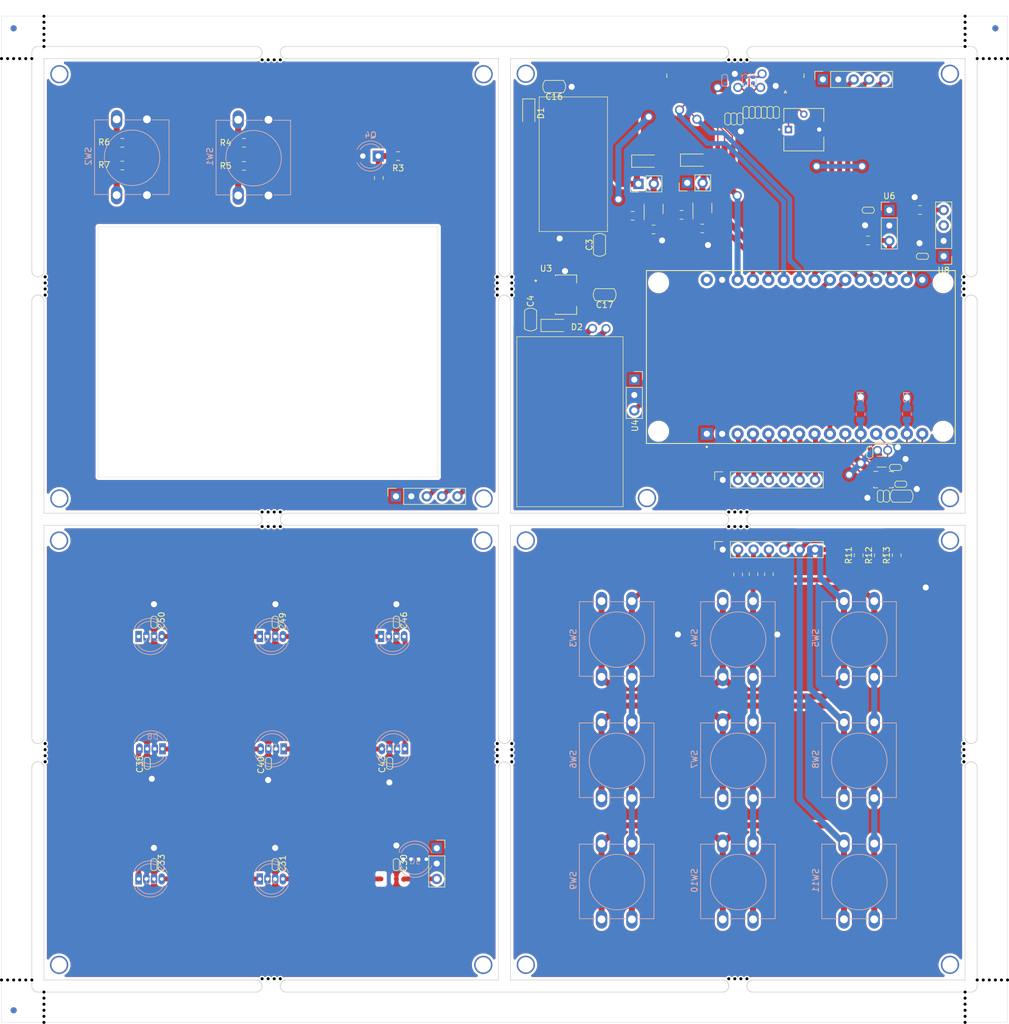
<source format=kicad_pcb>
(kicad_pcb (version 20221018) (generator pcbnew)
  (title_block (title "странный кубик") (date "2023-06-22") (company "НТЦ Вулкан") (comment 1 "Странные игры") (comment 2 "Круглов В.С."))
  (layers (0 "F.Cu" signal) (31 "B.Cu" signal) (34 "B.Paste" user) (35 "F.Paste" user) (36 "B.SilkS" user "B.Silkscreen") (37 "F.SilkS" user "F.Silkscreen") (38 "B.Mask" user) (39 "F.Mask" user) (44 "Edge.Cuts" user))
  (net 0 "")
  (net 1 "-BATT")
  (net 2 "+BATT")
  (net 3 "VDC")
  (net 4 "Net-(J1-V4)")
  (net 5 "Net-(J1-V2)")
  (net 6 "Net-(J1-V0)")
  (net 7 "Net-(J1-V3)")
  (net 8 "Net-(J1-V1)")
  (net 9 "+12V")
  (net 10 "Net-(J1-CAP5+)")
  (net 11 "Net-(J1-CAP1-)")
  (net 12 "Net-(J1-CAP2+)")
  (net 13 "Net-(J1-CAP2-)")
  (net 14 "Net-(J1-CAP4+)")
  (net 15 "Net-(J1-CAP3+)")
  (net 16 "Net-(J1-CAP1+)")
  (net 17 "Net-(J1-Vout)")
  (net 18 "Net-(D3-A)")
  (net 19 "Net-(D4-A)")
  (net 20 "Net-(J1-VR)")
  (net 22 "MOSI")
  (net 23 "CLK")
  (net 24 "A0")
  (net 25 "{slash}res")
  (net 26 "{slash}cs")
  (net 27 "Net-(Q1-G)")
  (net 28 "Net-(Q3-G)")
  (net 29 "SDA")
  (net 30 "SCL")
  (net 31 "Door")
  (net 32 "VibrationMotor")
  (net 33 "VibrationSensor")
  (net 34 "GasSensor")
  (net 38 "INT1")
  (net 39 "INT2")
  (net 41 "Alert")
  (net 45 "GND")
  (net 46 "Net-(R8-Pad1)")
  (net 47 "BOut1")
  (net 48 "Net-(R9-Pad1)")
  (net 49 "BOut2")
  (net 50 "Net-(R10-Pad1)")
  (net 51 "Bin1")
  (net 52 "Bin2")
  (net 53 "Bin3")
  (net 54 "BOut3")
  (net 55 "+3V3")
  (net 56 "B1")
  (net 57 "B2")
  (net 58 "Luminodiodes")
  (net 59 "PhotoSensor")
  (net 60 "Net-(D6-DO)")
  (net 61 "Net-(D10-DI)")
  (net 62 "Net-(D5-DO)")
  (net 63 "Net-(D7-DO)")
  (net 65 "Net-(D10-DO)")
  (net 66 "Net-(D11-DO)")
  (net 67 "Net-(D8-DO)")
  (net 68 "Net-(D12-DO)")
  (net 69 "Net-(Q4-C)")
  (net 70 "Net-(R6-Pad1)")
  (net 71 "Net-(R4-Pad1)")
  (footprint "NPTH" (layer "F.Cu") (at 51 21)
    (fp_text reference "REF**" hide)
    (fp_text value "NPTH" hide)
  )
  (footprint "Connector_PinSocket_2.54mm:PinSocket_1x05_P2.54mm_Vertical" (layer "F.Cu") (at 109.085205 99.209737 90)
    (fp_text reference "REF**" hide)
    (fp_text value "PinSocket_1x05_P2.54mm_Vertical")
  )
  (footprint "NPTH" (layer "F.Cu") (at 165 178.8)
    (fp_text reference "REF**" hide)
    (fp_text value "NPTH" hide)
  )
  (footprint "PCM_Capacitor_SMD_AKL:C_0805_2012Metric" (layer "F.Cu") (at 192.53 99.180266 180)
    (fp_text reference "C32" hide)
    (fp_text value "C_Generic" hide)
  )
  (footprint "NPTH" (layer "F.Cu") (at 203 23)
    (fp_text reference "REF**" hide)
    (fp_text value "NPTH" hide)
  )
  (footprint "NPTH" (layer "F.Cu") (at 49 27)
    (fp_text reference "REF**" hide)
    (fp_text value "NPTH" hide)
  )
  (footprint "NPTH" (layer "F.Cu") (at 166 101.8)
    (fp_text reference "REF**" hide)
    (fp_text value "NPTH" hide)
  )
  (footprint "NPTH" (layer "F.Cu") (at 51 20)
    (fp_text reference "REF**" hide)
    (fp_text value "NPTH" hide)
  )
  (footprint "NPTH" (layer "F.Cu") (at 203 20)
    (fp_text reference "REF**" hide)
    (fp_text value "NPTH" hide)
  )
  (footprint "PCM_4ms_Resistor:R_0805_2012Metric" (layer "F.Cu") (at 106.250129 46.677214 -90)
    (fp_text reference "R20" hide)
    (fp_text value "10k_0805" hide)
  )
  (footprint "PCM_4ms_Resistor:R_0805_2012Metric" (layer "F.Cu") (at 83.989901 44.697214)
    (fp_text reference "R5")
    (fp_text value "10k_0805" hide)
  )
  (footprint "NPTH" (layer "F.Cu") (at 87 27.2)
    (fp_text reference "REF**" hide)
    (fp_text value "NPTH" hide)
  )
  (footprint "Connector_PinHeader_2.54mm:PinHeader_1x02_P2.54mm_Vertical" (layer "F.Cu") (at 157.15 47.5 90)
    (fp_text reference "M1" hide)
    (fp_text value "Motor_DC" hide)
  )
  (footprint "PCM_4ms_Resistor:R_0805_2012Metric" (layer "F.Cu") (at 63.9375 40.887214)
    (fp_text reference "R6")
    (fp_text value "330_0805" hide)
  )
  (footprint "NPTH" (layer "F.Cu") (at 125.8 63)
    (fp_text reference "REF**" hide)
    (fp_text value "NPTH" hide)
  )
  (footprint "NPTH" (layer "F.Cu") (at 167 27.2)
    (fp_text reference "REF**" hide)
    (fp_text value "NPTH" hide)
  )
  (footprint "NPTH" (layer "F.Cu") (at 88 178.8)
    (fp_text reference "REF**" hide)
    (fp_text value "NPTH" hide)
  )
  (footprint "NPTH" (layer "F.Cu") (at 202.8 141)
    (fp_text reference "REF**" hide)
    (fp_text value "NPTH" hide)
  )
  (footprint "Connector_PinSocket_2.54mm:PinSocket_1x07_P2.54mm_Vertical" (layer "F.Cu") (at 163.012272 108 90)
    (fp_text reference "REF**" hide)
    (fp_text value "PinSocket_1x07_P2.54mm_Vertical" hide)
  )
  (footprint "NPTH" (layer "F.Cu") (at 203 21)
    (fp_text reference "REF**" hide)
    (fp_text value "NPTH" hide)
  )
  (footprint "NPTH" (layer "F.Cu") (at 203 24)
    (fp_text reference "REF**" hide)
    (fp_text value "NPTH" hide)
  )
  (footprint "NPTH" (layer "F.Cu") (at 51 183)
    (fp_text reference "REF**" hide)
    (fp_text value "NPTH" hide)
  )
  (footprint "NPTH" (layer "F.Cu") (at 51.2 63)
    (fp_text reference "REF**" hide)
    (fp_text value "NPTH" hide)
  )
  (footprint "NPTH" (layer "F.Cu") (at 203 183)
    (fp_text reference "REF**" hide)
    (fp_text value "NPTH" hide)
  )
  (footprint "NPTH" (layer "F.Cu") (at 51 182)
    (fp_text reference "REF**" hide)
    (fp_text value "NPTH" hide)
  )
  (footprint "SnapEDA Library:CKCS BS-01 MT-3608 Boost Converter" (layer "F.Cu") (at 133.026946 55.472596)
    (fp_text reference "U2" hide)
    (fp_text value "boost converter" hide)
  )
  (footprint "NPTH" (layer "F.Cu") (at 45 27)
    (fp_text reference "REF**" hide)
    (fp_text value "NPTH" hide)
  )
  (footprint "NPTH" (layer "F.Cu") (at 202.8 66)
    (fp_text reference "REF**" hide)
    (fp_text value "NPTH" hide)
  )
  (footprint "Package_TO_SOT_SMD:SOT-23-3" (layer "F.Cu") (at 159.65 51.6375 90)
    (fp_text reference "Q3" hide)
    (fp_text value "Si2302A" hide)
  )
  (footprint "SnapEDA Library:TRIM_3362P-1-203LF" (layer "F.Cu") (at 176.3945 38.7)
    (fp_text reference "RV1" hide)
    (fp_text value "R_Potentiometer")
  )
  (footprint "NPTH" (layer "F.Cu") (at 51 186)
    (fp_text reference "REF**" hide)
    (fp_text value "NPTH" hide)
  )
  (footprint "Diode_SMD:D_SMF" (layer "F.Cu") (at 131 36 -90)
    (fp_text reference "D1")
    (fp_text value "S07B-GS08")
  )
  (footprint "NPTH" (layer "F.Cu") (at 202.8 140)
    (fp_text reference "REF**" hide)
    (fp_text value "NPTH" hide)
  )
  (footprint "PCM_Capacitor_SMD_AKL:C_0402_1005Metric" (layer "F.Cu") (at 69.154 159.972272 -90)
    (fp_text reference "C33")
    (fp_text value "C_Generic" hide)
  )
  (footprint "NPTH" (layer "F.Cu") (at 125.8 141)
    (fp_text reference "REF**" hide)
    (fp_text value "NPTH" hide)
  )
  (footprint "PCM_4ms_Resistor:R_0805_2012Metric" (layer "F.Cu") (at 185.442272 108.9375 90)
    (fp_text reference "R11")
    (fp_text value "10k_0805" hide)
  )
  (footprint "NPTH" (layer "F.Cu") (at 89 27.2)
    (fp_text reference "REF**" hide)
    (fp_text value "NPTH" hide)
  )
  (footprint "PCM_4ms_Resistor:R_0805_2012Metric" (layer "F.Cu") (at 156.2 52.775 180)
    (fp_text reference "R17" hide)
    (fp_text value "330_0805" hide)
  )
  (footprint "PCM_Capacitor_SMD_AKL:C_0402_1005Metric" (layer "F.Cu") (at 164.85 36.95 -90)
    (fp_text reference "C18" hide)
    (fp_text value "C_Generic" hide)
  )
  (footprint "NPTH" (layer "F.Cu") (at 51.2 140)
    (fp_text reference "REF**" hide)
    (fp_text value "NPTH" hide)
  )
  (footprint "NPTH" (layer "F.Cu") (at 203 181)
    (fp_text reference "REF**" hide)
    (fp_text value "NPTH" hide)
  )
  (footprint "NPTH" (layer "F.Cu") (at 164 104.2)
    (fp_text reference "REF**" hide)
    (fp_text value "NPTH" hide)
  )
  (footprint "Connector_PinSocket_2.54mm:PinSocket_1x05_P2.54mm_Vertical" (layer "F.Cu") (at 179.542272 30.43 90)
    (fp_text reference "REF**" hide)
    (fp_text value "PinSocket_1x05_P2.54mm_Vertical")
  )
  (footprint "NPTH" (layer "F.Cu") (at 51.2 65)
    (fp_text reference "REF**" hide)
    (fp_text value "NPTH" hide)
  )
  (footprint "NPTH" (layer "F.Cu") (at 128.2 65)
    (fp_text reference "REF**" hide)
    (fp_text value "NPTH" hide)
  )
  (footprint "PCM_Capacitor_SMD_AKL:C_0402_1005Metric" (layer "F.Cu") (at 192.398023 97.200266 180)
    (fp_text reference "C41" hide)
    (fp_text value "C_Generic" hide)
  )
  (footprint "Package_TO_SOT_SMD:SOT-23-3" (layer "F.Cu") (at 151.6 51.7975 90)
    (fp_text reference "Q1" hide)
    (fp_text value "Si2302A" hide)
  )
  (footprint "SnapEDA Library:MODULE_ESP32_DEVKIT_V1" (layer "F.Cu") (at 175.895 76.2 90)
    (fp_text reference "U4")
    (fp_text value "ESP32-DEVKIT-V1")
  )
  (footprint "NPTH" (layer "F.Cu") (at 51.2 66)
    (fp_text reference "REF**" hide)
    (fp_text value "NPTH" hide)
  )
  (footprint "NPTH" (layer "F.Cu") (at 87 104.2)
    (fp_text reference "REF**" hide)
    (fp_text value "NPTH" hide)
  )
  (footprint "NPTH" (layer "F.Cu") (at 210 27)
    (fp_text reference "REF**" hide)
    (fp_text value "NPTH" hide)
  )
  (footprint "PCM_4ms_Resistor:R_0805_2012Metric" (layer "F.Cu") (at 187 57)
    (fp_text reference "R29" hide)
    (fp_text value "10k_0805" hide)
  )
  (footprint "PCM_4ms_Resistor:R_0805_2012Metric" (layer "F.Cu") (at 63.9375 44.632272)
    (fp_text reference "R7")
    (fp_text value "10k_0805" hide)
  )
  (footprint "NPTH" (layer "F.Cu") (at 166 104.2)
    (fp_text reference "REF**" hide)
    (fp_text value "NPTH" hide)
  )
  (footprint "PCM_Capacitor_SMD_AKL:C_0402_1005Metric" (layer "F.Cu") (at 69.154 119.972272 -90)
    (fp_text reference "C50")
    (fp_text value "C_Generic" hide)
  )
  (footprint "NPTH" (layer "F.Cu") (at 44 27)
    (fp_text reference "REF**" hide)
    (fp_text value "NPTH" hide)
  )
  (footprint "PCM_4ms_Resistor:R_0805_2012Metric" (layer "F.Cu") (at 159.6375 55.025 180)
    (fp_text reference "R18" hide)
    (fp_text value "10k_0805" hide)
  )
  (footprint "NPTH" (layer "F.Cu") (at 125.8 65)
    (fp_text reference "REF**" hide)
    (fp_text value "NPTH" hide)
  )
  (footprint "NPTH" (layer "F.Cu") (at 89 104.2)
    (fp_text reference "REF**" hide)
    (fp_text value "NPTH" hide)
  )
  (footprint "NPTH" (layer "F.Cu") (at 125.8 142)
    (fp_text reference "REF**" hide)
    (fp_text value "NPTH" hide)
  )
  (footprint "PCM_4ms_Resistor:R_0805_2012Metric" (layer "F.Cu") (at 188.762272 108.9375 90)
    (fp_text reference "R12")
    (fp_text value "10k_0805" hide)
  )
  (footprint "PCM_Capacitor_SMD_AKL:C_0402_1005Metric" (layer "F.Cu") (at 89.154 159.972272 90)
    (fp_text reference "C31")
    (fp_text value "C_Generic" hide)
  )
  (footprint "NPTH" (layer "F.Cu") (at 210 179)
    (fp_text reference "REF**" hide)
    (fp_text value "NPTH" hide)
  )
  (footprint "NPTH" (layer "F.Cu") (at 205 179)
    (fp_text reference "REF**" hide)
    (fp_text value "NPTH" hide)
  )
  (footprint "NPTH" (layer "F.Cu") (at 202.8 63)
    (fp_text reference "REF**" hide)
    (fp_text value "NPTH" hide)
  )
  (footprint "SnapEDA Library:charge_controller_module_tp4056" (layer "F.Cu") (at 145.8518 73.900003 180)
    (fp_text reference "U1" hide)
    (fp_text value "charge controller")
  )
  (footprint "PCM_Capacitor_SMD_AKL:C_0402_1005Metric" (layer "F.Cu") (at 167.85 35.88 90)
    (fp_text reference "C11" hide)
    (fp_text value "C_Generic" hide)
  )
  (footprint "NPTH" (layer "F.Cu") (at 46 27)
    (fp_text reference "REF**" hide)
    (fp_text value "NPTH" hide)
  )
  (footprint "NPTH" (layer "F.Cu") (at 48 179)
    (fp_text reference "REF**" hide)
    (fp_text value "NPTH" hide)
  )
  (footprint "NPTH" (layer "F.Cu") (at 51 25)
    (fp_text reference "REF**" hide)
    (fp_text value "NPTH" hide)
  )
  (footprint "PCM_Capacitor_SMD_AKL:C_0402_1005Metric" (layer "F.Cu") (at 195.965261 59.62)
    (fp_text reference "C48" hide)
    (fp_text value "C_Generic" hide)
  )
  (footprint "NPTH" (layer "F.Cu") (at 90 104.2)
    (fp_text reference "REF**" hide)
    (fp_text value "NPTH" hide)
  )
  (footprint "NPTH" (layer "F.Cu") (at 90 27.2)
    (fp_text reference "REF**" hide)
    (fp_text value "NPTH" hide)
  )
  (footprint "PCM_4ms_Resistor:R_0805_2012Metric" (layer "F.Cu") (at 168.092272 112.056763 90)
    (fp_text reference "R9" hide)
    (fp_text value "330_0805" hide)
  )
  (footprint "Connector_PinHeader_2.54mm:PinHeader_1x04_P2.54mm_Vertical" (layer "F.Cu") (at 199.465261 59.6 180)
    (fp_text reference "U8")
    (fp_text value "MQ-135 gas sensor")
  )
  (footprint "PCM_Capacitor_SMD_AKL:C_0805_2012Metric" (layer "F.Cu") (at 135.2 31.6 180)
    (fp_text reference "C16")
    (fp_text value "C_Generic" hide)
  )
  (footprint "NPTH" (layer "F.Cu") (at 51.2 143)
    (fp_text reference "REF**" hide)
    (fp_text value "NPTH" hide)
  )
  (footprint "PCM_Capacitor_SMD_AKL:C_0402_1005Metric" (layer "F.Cu") (at 168.85 35.88 90)
    (fp_text reference "C14" hide)
    (fp_text value "C_Generic" hide)
  )
  (footprint "NPTH" (layer "F.Cu") (at 90 178.8)
    (fp_text reference "REF**" hide)
    (fp_text value "NPTH" hide)
  )
  (footprint "PCM_Capacitor_SMD_AKL:C_0402_1005Metric" (layer "F.Cu") (at 187.28 91.950266 -90)
    (fp_text reference "C1" hide)
    (fp_text value "C_Generic" hide)
  )
  (footprint "NPTH" (layer "F.Cu") (at 203 186)
    (fp_text reference "REF**" hide)
    (fp_text value "NPTH" hide)
  )
  (footprint "NPTH" (layer "F.Cu") (at 203 185)
    (fp_text reference "REF**" hide)
    (fp_text value "NPTH" hide)
  )
  (footprint "NPTH" (layer "F.Cu") (at 165 27.2)
    (fp_text reference "REF**" hide)
    (fp_text value "NPTH" hide)
  )
  (footprint "NPTH" (layer "F.Cu") (at 47 179)
    (fp_text reference "REF**" hide)
    (fp_text value "NPTH" hide)
  )
  (footprint "PCM_Capacitor_SMD_AKL:C_0402_1005Metric" (layer "F.Cu") (at 165.85 36.95 -90)
    (fp_text reference "C21" hide)
    (fp_text value "C_Generic" hide)
  )
  (footprint "NPTH" (layer "F.Cu") (at 167 104.2)
    (fp_text reference "REF**" hide)
    (fp_text value "NPTH" hide)
  )
  (footprint "PCM_Capacitor_SMD_AKL:C_0805_2012Metric" (layer "F.Cu") (at 143.528634 65.946023 180)
    (fp_text reference "C17")
    (fp_text value "C_Generic" hide)
  )
  (footprint "Fiducial" (layer "F.Cu") (at 46 184)
    (fp_text reference "REF**" hide)
    (fp_text value "Fiducial" hide)
  )
  (footprint "Fiducial" (layer "F.Cu") (at 208 22)
    (fp_text reference "REF**" hide)
    (fp_text value "Fiducial" hide)
  )
  (footprint "Connector_PinSocket_2.54mm:PinSocket_1x03_P2.54mm_Vertical" (layer "F.Cu") (at 148.417567 79.957029)
    (fp_text reference "REF**" hide)
    (fp_text value "PinSocket_1x03_P2.54mm_Vertical" hide)
  )
  (footprint "NPTH" (layer "F.Cu") (at 90 101.8)
    (fp_text reference "REF**" hide)
    (fp_text value "NPTH" hide)
  )
  (footprint "Diode_SMD:D_SMF" (layer "F.Cu") (at 135.381 71.02)
    (fp_text reference "D2")
    (fp_text value "S07B-GS08" hide)
  )
  (footprint "NPTH" (layer "F.Cu") (at 203 25)
    (fp_text reference "REF**" hide)
    (fp_text value "NPTH" hide)
  )
  (footprint "NPTH" (layer "F.Cu") (at 88 101.8)
    (fp_text reference "REF**" hide)
    (fp_text value "NPTH" hide)
  )
  (footprint "Fiducial" (layer "F.Cu") (at 46 22)
    (fp_text reference "REF**" hide)
    (fp_text value "Fiducial" hide)
  )
  (footprint "NPTH" (layer "F.Cu") (at 88 27.2)
    (fp_text reference "REF**" hide)
    (fp_text value "NPTH" hide)
  )
  (footprint "Connector_PinSocket_2.54mm:PinSocket_1x03_P2.54mm_Vertical" (layer "F.Cu") (at 115.82267 157.252942)
    (fp_text reference "REF**" hide)
    (fp_text value "PinSocket_1x03_P2.54mm_Vertical" hide)
  )
  (footprint "NPTH" (layer "F.Cu") (at 207 179)
    (fp_text reference "REF**" hide)
    (fp_text value "NPTH" hide)
  )
  (footprint "NPTH" (layer "F.Cu") (at 202.8 65)
    (fp_text reference "REF**" hide)
    (fp_text value "NPTH" hide)
  )
  (footprint "NPTH" (layer "F.Cu") (at 46 179)
    (fp_text reference "REF**" hide)
    (fp_text value "NPTH" hide)
  )
  (footprint "PCM_Capacitor_SMD_AKL:C_0402_1005Metric" (layer "F.Cu") (at 190.03 99.180266 -90)
    (fp_text reference "C34" hide)
    (fp_text value "C_Generic" hide)
  )
  (footprint "PCM_4ms_Resistor:R_0805_2012Metric" (layer "F.Cu") (at 165.552272 112.116052 90)
    (fp_text reference "R8" hide)
    (fp_text value "330_0805" hide)
  )
  (footprint "NPTH" (layer "F.Cu") (at 51.2 141)
    (fp_text reference "REF**" hide)
    (fp_text value "NPTH" hide)
  )
  (footprint "NPTH" (layer "F.Cu") (at 128.2 143)
    (fp_text reference "REF**" hide)
    (fp_text value "NPTH" hide)
  )
  (footprint "PCM_4ms_Resistor:R_0805_2012Metric" (layer "F.Cu") (at 195.565261 51.968023)
    (fp_text reference "R36" hide)
    (fp_text value "10k_0805" hide)
  )
  (footprint "PCM_Capacitor_SMD_AKL:C_0402_1005Metric" (layer "F.Cu") (at 109.154 159.972272 -90)
    (fp_text reference "C30")
    (fp_text value "C_Generic" hide)
  )
  (footprint "NPTH" (layer "F.Cu") (at 209 179)
    (fp_text reference "REF**" hide)
    (fp_text value "NPTH" hide)
  )
  (footprint "PCM_4ms_Resistor:R_0805_2012Metric" (layer "F.Cu") (at 191.712272 108.9375 90)
    (fp_text reference "R13")
    (fp_text value "10k_0805" hide)
  )
  (footprint "NPTH" (layer "F.Cu") (at 165 101.8)
    (fp_text reference "REF**" hide)
    (fp_text value "NPTH" hide)
  )
  (footprint "NPTH" (layer "F.Cu") (at 128.2 64)
    (fp_text reference "REF**" hide)
    (fp_text value "NPTH" hide)
  )
  (footprint "PCM_4ms_Resistor:R_0805_2012Metric" (layer "F.Cu") (at 170.632272 112.056763 90)
    (fp_text reference "R10" hide)
    (fp_text value "330_0805" hide)
  )
  (footprint "PCM_Capacitor_SMD_AKL:C_0402_1005Metric" (layer "F.Cu") (at 108.054 143.261472 -90)
    (fp_text reference "C43")
    (fp_text value "C_Generic" hide)
  )
  (footprint "PCM_Capacitor_SMD_AKL:C_0805_2012Metric" (layer "F.Cu") (at 142.673646 57.722796 90)
    (fp_text reference "C3")
    (fp_text value "C_Generic" hide)
  )
  (footprint "NPTH" (layer "F.Cu") (at 203 22)
    (fp_text reference "REF**" hide)
    (fp_text value "NPTH" hide)
  )
  (footprint "NPTH" (layer "F.Cu") (at 125.8 140)
    (fp_text reference "REF**" hide)
    (fp_text value "NPTH" hide)
  )
  (footprint "NPTH" (layer "F.Cu") (at 89 101.8)
    (fp_text reference "REF**" hide)
    (fp_text value "NPTH" hide)
  )
  (footprint "NPTH" (layer "F.Cu") (at 87 101.8)
    (fp_text reference "REF**" hide)
    (fp_text value "NPTH" hide)
  )
  (footprint "PCM_Capacitor_SMD_AKL:C_0805_2012Metric" (layer "F.Cu") (at 131.3 70.05 -90)
    (fp_text reference "C4")
    (fp_text value "C_Generic" hide)
  )
  (footprint "NPTH" (layer "F.Cu") (at 128.2 142)
    (fp_text reference "REF**" hide)
    (fp_text value "NPTH" hide)
  )
  (footprint "NPTH" (layer "F.Cu") (at 208 179)
    (fp_text reference "REF**" hide)
    (fp_text value "NPTH" hide)
  )
  (footprint "NPTH" (layer "F.Cu") (at 47 27)
    (fp_text reference "REF**" hide)
    (fp_text value "NPTH" hide)
  )
  (footprint "Connector_FFC-FPC:TE_3-1734839-4_1x34-1MP_P0.5mm_Horizontal" (layer "F.Cu") (at 165.1 32.102998 180)
    (fp_text reference "J1" hide)
    (fp_text value "Display")
  )
  (footprint "NPTH" (layer "F.Cu") (at 128.2 140)
    (fp_text reference "REF**" hide)
    (fp_text value "NPTH" hide)
  )
  (footprint "NPTH" (layer "F.Cu") (at 128.2 63)
    (fp_text reference "REF**" hide)
    (fp_text value "NPTH" hide)
  )
  (footprint "NPTH" (layer "F.Cu") (at 164 27.2)
    (fp_text reference "REF**" hide)
    (fp_text value "NPTH" hide)
  )
  (footprint "PCM_Capacitor_SMD_AKL:C_0402_1005Metric" (layer "F.Cu") (at 109.154 119.972272 -90)
    (fp_text reference "C46")
    (fp_text value "C_Generic" hide)
  )
  (footprint "NPTH" (layer "F.Cu") (at 45 179)
    (fp_text reference "REF**" hide)
    (fp_text value "NPTH" hide)
  )
  (footprint "NPTH" (layer "F.Cu") (at 48 27)
    (fp_text reference "REF**" hide)
    (fp_text value "NPTH" hide)
  )
  (footprint "PCM_Capacitor_SMD_AKL:C_0402_1005Metric" (layer "F.Cu") (at 166.85 35.88 -90)
    (fp_text reference "C22" hide)
    (fp_text value "C_Generic" hide)
  )
  (footprint "NPTH" (layer "F.Cu") (at 203 182)
    (fp_text reference "REF**" hide)
    (fp_text value "NPTH" hide)
  )
  (footprint "Diode_SMD:D_SMF" (layer "F.Cu") (at 158.4 43.75)
    (fp_text reference "D4" hide)
    (fp_text value "S07B-GS08" hide)
  )
  (footprint "Package_TO_SOT_SMD:SOT-563" (layer "F.Cu") (at 189.116046 93.49006 180)
    (fp_text reference "U5" hide)
    (fp_text value "TMP112xxDRL" hide)
  )
  (footprint "PCM_Capacitor_SMD_AKL:C_0402_1005Metric" (layer "F.Cu") (at 170.85 35.88 90)
    (fp_text reference "C15" hide)
    (fp_text value "C_Generic" hide)
  )
  (footprint "NPTH" (layer "F.Cu") (at 202.8 143)
    (fp_text reference "REF**" hide)
    (fp_text value "NPTH" hide)
  )
  (footprint "NPTH" (layer "F.Cu") (at 51 22)
    (fp_text reference "REF**" hide)
    (fp_text value "NPTH" hide)
  )
  (footprint "Connector_PinHeader_2.54mm:PinHeader_1x03_P2.54mm_Vertical" (layer "F.Cu") (at 190.5 52)
    (fp_text reference "U6")
    (fp_text value "vibrating_sensor")
  )
  (footprint "NPTH" (layer "F.Cu") (at 49 179)
    (fp_text reference "REF**" hide)
    (fp_text value "NPTH" hide)
  )
  (footprint "PCM_4ms_Resistor:R_0805_2012Metric" (layer "F.Cu") (at 83.989901 40.887214)
    (fp_text reference "R4")
    (fp_text value "330_0805" hide)
  )
  (footprint "Diode_SMD:D_SMF" (layer "F.Cu") (at 150.35 43.91)
    (fp_text reference "D3" hide)
    (fp_text value "S07B-GS08" hide)
  )
  (footprint "NPTH" (layer "F.Cu") (at 206 179)
    (fp_text reference "REF**" hide)
    (fp_text value "NPTH" hide)
  )
  (footprint "NPTH" (layer "F.Cu") (at 206 27)
    (fp_text reference "REF**" hide)
    (fp_text value "NPTH" hide)
  )
  (footprint "NPTH" (layer "F.Cu") (at 167 101.8)
    (fp_text reference "REF**" hide)
    (fp_text value "NPTH" hide)
  )
  (footprint "NPTH" (layer "F.Cu") (at 51 23)
    (fp_text reference "REF**" hide)
    (fp_text value "NPTH" hide)
  )
  (footprint "NPTH" (layer "F.Cu") (at 125.8 143)
    (fp_text reference "REF**" hide)
    (fp_text value "NPTH" hide)
  )
  (footprint "NPTH" (layer "F.Cu") (at 202.8 64)
    (fp_text reference "REF**" hide)
    (fp_text value "NPTH" hide)
  )
  (footprint "NPTH" (layer "F.Cu") (at 205 27)
    (fp_text reference "REF**" hide)
    (fp_text value "NPTH" hide)
  )
  (footprint "NPTH" (layer "F.Cu") (at 207 27)
    (fp_text reference "REF**" hide)
    (fp_text value "NPTH" hide)
  )
  (footprint "NPTH" (layer "F.Cu") (at 88 104.2)
    (fp_text reference "REF**" hide)
    (fp_text value "NPTH" hide)
  )
  (footprint "PCM_Capacitor_SMD_AKL:C_0402_1005Metric" (layer "F.Cu") (at 189.03 99.180266 90)
    (fp_text reference "C44" hide)
    (fp_text value "C_Generic" hide)
  )
  (footprint "NPTH" (layer "F.Cu") (at 44 179)
    (fp_text reference "REF**" hide)
    (fp_text value "NPTH" hide)
  )
  (footprint "Connector_PinHeader_2.54mm:PinHeader_1x02_P2.54mm_Vertical" (layer "F.Cu") (at 149.1 47.66 90)
    (fp_text reference "L1" hide)
    (fp_text value "L_Iron" hide)
  )
  (footprint "NPTH" (layer "F.Cu") (at 203 184)
    (fp_text reference "REF**" hide)
    (fp_text value "NPTH" hide)
  )
  (footprint "NPTH" (layer "F.Cu") (at 51 181)
    (fp_text reference "REF**" hide)
    (fp_text value "NPTH" hide)
  )
  (footprint "PCM_Capacitor_SMD_AKL:C_0402_1005Metric" (layer "F.Cu") (at 88.054 143.261472 90)
    (fp_text reference "C40")
    (fp_text value "C_Generic" hide)
  )
  (footprint "NPTH" (layer "F.Cu") (at 51 185)
    (fp_text reference "REF**" hide)
    (fp_text value "NPTH" hide)
  )
  (footprint "NPTH" (layer "F.Cu") (at 51 184)
    (fp_text reference "REF**" hide)
    (fp_text value "NPTH" hide)
  )
  (footprint "PCM_Capacitor_SMD_AKL:C_0402_1005Metric" (layer "F.Cu") (at 163.85 36.95 -90)
    (fp_text reference "C23" hide)
    (fp_text value "C_Generic" hide)
  )
  (footprint "PCM_Capacitor_SMD_AKL:C_0402_1005Metric" (layer "F.Cu") (at 68.054 143.261472 -90)
    (fp_text reference "C35")
    (fp_text value "C_Generic" hide)
  )
  (footprint "PCM_Capacitor_SMD_AKL:C_0402_1005Metric" (layer "F.Cu") (at 191.53 94.450266 180)
    (fp_text reference "C47" hide)
    (fp_text value "C_Generic" hide)
  )
  (footprint "PCM_Capacitor_SMD_AKL:C_0402_1005Metric" (layer "F.Cu") (at 169.85 35.88 90)
    (fp_text reference "C12" hide)
    (fp_text value "C_Generic" hide)
  )
  (footprint "NPTH" (layer "F.Cu") (at 87 178.8)
    (fp_text reference "REF**" hide)
    (fp_text value "NPTH" hide)
  )
  (footprint "NPTH" (layer "F.Cu") (at 202.8 142)
    (fp_text reference "REF**" hide)
    (fp_text value "NPTH" hide)
  )
  (footprint "PCM_Capacitor_SMD_AKL:C_0402_1005Metric" (layer "F.Cu") (at 187.02 52)
    (fp_text reference "C36" hide)
    (fp_text value "C_Generic" hide)
  )
  (footprint "NPTH" (layer "F.Cu") (at 166 27.2)
    (fp_text reference "REF**" hide)
    (fp_text value "NPTH" hide)
  )
  (footprint "NPTH" (layer "F.Cu") (at 208 27)
    (fp_text reference "REF**" hide)
    (fp_text value "NPTH" hide)
  )
  (footprint "NPTH" (layer "F.Cu") (at 166 178.8)
    (fp_text reference "REF**" hide)
    (fp_text value "NPTH" hide)
  )
  (footprint "PCM_4ms_Resistor:R_0805_2012Metric" (layer "F.Cu") (at 148.15 52.935 180)
    (fp_text reference "R15" hide)
    (fp_text value "330_0805" hide)
  )
  (footprint "PCM_Capacitor_SMD_AKL:C_0402_1005Metric" (layer "F.Cu") (at 171.85 35.88 90)
    (fp_text reference "C13" hide)
    (fp_text value "C_Generic" hide)
  )
  (footprint "PCM_4ms_Resistor:R_0805_2012Metric" (layer "F.Cu") (at 109.450129 43.077214)
    (fp_text reference "R3")
    (fp_text value "330_0805" hide)
  )
  (footprint "NPTH" (layer "F.Cu") (at 51.2 142)
    (fp_text reference "REF**" hide)
    (fp_text value "NPTH" hide)
  )
  (footprint "PCM_Capacitor_SMD_AKL:C_0402_1005Metric" (layer "F.Cu") (at 89.154 119.972272 90)
    (fp_text reference "C49")
    (fp_text value "C_Generic" hide)
  )
  (footprint "NPTH" (layer "F.Cu") (at 209 27)
    (fp_text reference "REF**" hide)
    (fp_text value "NPTH" hide)
  )
  (footprint "NPTH" (layer "F.Cu") (at 89 178.8)
    (fp_text reference "REF**" hide)
    (fp_text value "NPTH" hide)
  )
  (footprint "SnapEDA Library:SOT230P700X180-4N" (layer "F.Cu") (at 137.159 65.94)
    (fp_text reference "U3")
    (fp_text value "LDL1117S33R" hide)
  )
  (footprint "NPTH" (layer "F.Cu") (at 125.8 66)
    (fp_text reference "REF**" hide)
    (fp_text value "NPTH" hide)
  )
  (footprint "NPTH" (layer "F.Cu") (at 128.2 66)
    (fp_text reference "REF**" hide)
    (fp_text value "NPTH" hide)
  )
  (footprint "NPTH" (layer "F.Cu") (at 167 178.8)
    (fp_text reference "REF**" hide)
    (fp_text value "NPTH" hide)
  )
  (footprint "NPTH" (layer "F.Cu") (at 164 178.8)
    (fp_text reference "REF**" hide)
    (fp_text value "NPTH" hide)
  )
  (footprint "NPTH" (layer "F.Cu") (at 164 101.8)
    (fp_text reference "REF**" hide)
    (fp_text value "NPTH" hide)
  )
  (footprint "NPTH" (layer "F.Cu") (at 165 104.2)
    (fp_text reference "REF**" hide)
    (fp_text value "NPTH" hide)
  )
  (footprint "Package_LGA:LGA-14_3x2.5mm_P0.5mm_LayoutBorder3x4y" (layer "F.Cu") (at 189.53 96.450266)
    (fp_text reference "U7" hide)
    (fp_text value "LSM6DS3" hide)
  )
  (footprint "NPTH" (layer "F.Cu") (at 128.2 141)
    (fp_text reference "REF**" hide)
    (fp_text value "NPTH" hide)
  )
  (footprint "NPTH" (layer "F.Cu") (at 51 24)
    (fp_text reference "REF**" hide)
    (fp_text value "NPTH" hide)
  )
  (footprint "PCM_4ms_Resistor:R_0805_2012Metric" (layer "F.Cu") (at 151.5875 55.185 180)
    (fp_text reference "R16" hide)
    (fp_text value "10k_0805" hide)
  )
  (footprint "NPTH" (layer "F.Cu") (at 125.8 64)
    (fp_text reference "REF**" hide)
    (fp_text value "NPTH" hide)
  )
  (footprint "Connector_PinSocket_2.54mm:PinSocket_1x07_P2.54mm_Vertical" (layer "F.Cu") (at 163.012272 96.5 90)
    (fp_text reference "REF**" hide)
    (fp_text value "PinSocket_1x07_P2.54mm_Vertical" hide)
  )
  (footprint "NPTH" (layer "F.Cu") (at 51.2 64)
    (fp_text reference "REF**" hide)
    (fp_text value "NPTH" hide)
  )
  (footprint "PCM_4ms_Resistor:R_0805_2012Metric" (layer "B.Cu") (at 185.748023 85.672037 90)
    (fp_text reference "R1")
    (fp_text value "10k_0805" hide)
  )
  (footprint "Button_Switch_THT:SW_PUSH-12mm" (layer "B.Cu") (at 163.012272 156.5 -90)
    (fp_text reference "SW10")
    (fp_text value "SW_Push")
  )
  (footprint "Library:library" (layer "B.Cu") (at 88.58 141.128872 180)
    (fp_text reference "D9")
    (fp_text value "yf923")
  )
  (footprint "Fiducial" (layer "B.Cu") (at 46 184)
    (fp_text reference "REF**" hide)
    (fp_text value "Fiducial" hide)
  )
  (footprint "PCM_Capacitor_SMD_AKL:C_0402_1005Metric" (layer "B.Cu") (at 163.35 30.582998 -90)
    (fp_text reference "C42" hide)
    (fp_text value "C_Generic" hide)
  )
  (footprint "Button_Switch_THT:SW_PUSH-12mm" (layer "B.Cu") (at 143.012272 156.5 -90)
    (fp_text reference "SW9")
    (fp_text value "SW_Push")
  )
  (footprint "Library:library" (layer "B.Cu") (at 108.613 122.071872)
    (fp_text reference "D11")
    (fp_text value "yf923")
  )
  (footprint "Library:library" (layer "B.Cu") (at 108.58 141.128872 180)
    (fp_text reference "D10")
    (fp_text value "yf923")
  )
  (footprint "Button_Switch_THT:SW_PUSH-12mm" (layer "B.Cu") (at 183.012272 156.5 -90)
    (fp_text reference "SW11")
    (fp_text value "SW_Push")
  )
  (footprint "Fiducial" (layer "B.Cu") (at 208 22)
    (fp_text reference "REF**" hide)
    (fp_text value "Fiducial" hide)
  )
  (footprint "Library:library" (layer "B.Cu") (at 68.613 162.071872)
    (fp_text reference "D7")
    (fp_text value "yf923")
  )
  (footprint "PCM_Capacitor_SMD_AKL:C_0402_1005Metric" (layer "B.Cu") (at 166.75 30.552998 90)
    (fp_text reference "C19" hide)
    (fp_text value "C_Generic" hide)
  )
  (footprint "Button_Switch_THT:SW_PUSH-12mm" (layer "B.Cu") (at 143.012272 136.5 -90)
    (fp_text reference "SW6")
    (fp_text value "SW_Push")
  )
  (footprint "Library:library" (layer "B.Cu") (at 88.613 122.071872)
    (fp_text reference "D12")
    (fp_text value "yf923")
  )
  (footprint "Library:library" (layer "B.Cu") (at 112.275 158.82)
    (fp_text reference "D5")
    (fp_text value "yf923")
  )
  (footprint "Fiducial" (layer "B.Cu") (at 46 22)
    (fp_text reference "REF**" hide)
    (fp_text value "Fiducial" hide)
  )
  (footprint "Button_Switch_THT:SW_PUSH-12mm" (layer "B.Cu") (at 183.012272 136.5 -90)
    (fp_text reference "SW8")
    (fp_text value "SW_Push")
  )
  (footprint "PCM_Capacitor_SMD_AKL:C_0402_1005Metric" (layer "B.Cu") (at 168 30.552998 90)
    (fp_text reference "C20" hide)
    (fp_text value "C_Generic" hide)
  )
  (footprint "Button_Switch_THT:SW_PUSH-12mm" (layer "B.Cu") (at 163.012272 116.5 -90)
    (fp_text reference "SW4")
    (fp_text value "SW_Push")
  )
  (footprint "Button_Switch_THT:SW_PUSH-12mm" (layer "B.Cu") (at 83.052401 37.077214 -90)
    (fp_text reference "SW1")
    (fp_text value "SW_Push")
  )
  (footprint "Button_Switch_THT:SW_PUSH-12mm" (layer "B.Cu") (at 63 37.012272 -90)
    (fp_text reference "SW2")
    (fp_text value "SW_Push")
  )
  (footprint "Button_Switch_THT:SW_PUSH-12mm" (layer "B.Cu") (at 183.012272 116.5 -90)
    (fp_text reference "SW5")
    (fp_text value "SW_Push")
  )
  (footprint "LED_THT:LED_D4.0mm" (layer "B.Cu") (at 106.165129 43.077214 180)
    (fp_text reference "Q4")
    (fp_text value "Q_Photo" hide)
  )
  (footprint "PCM_4ms_Resistor:R_0805_2012Metric" (layer "B.Cu") (at 193.398023 85.622037 90)
    (fp_text reference "R2")
    (fp_text value "10k_0805" hide)
  )
  (footprint "Library:library" (layer "B.Cu") (at 88.613 162.071872)
    (fp_text reference "D6")
    (fp_text value "yf923")
  )
  (footprint "Button_Switch_THT:SW_PUSH-12mm" (layer "B.Cu") (at 143.012272 116.5 -90)
    (fp_text reference "SW3")
    (fp_text value "SW_Push")
  )
  (footprint "Button_Switch_THT:SW_PUSH-12mm" (layer "B.Cu") (at 163.012272 136.5 -90)
    (fp_text reference "SW7")
    (fp_text value "SW_Push")
  )
  (footprint "Library:library" (layer "B.Cu") (at 68.58 141.128872 180)
    (fp_text reference "D8")
    (fp_text value "yf923")
  )
  (footprint "Library:library" (layer "B.Cu") (at 68.613 122.071872)
    (fp_text reference "D13")
    (fp_text value "yf923")
  )
  (gr_line (start 163.476681 26.883099) (end 163.433278 26.904946) (stroke (width 0.1)) (layer "Edge.Cuts"))
  (gr_line (start 50.942125 62.343519) (end 50.924637 62.388855) (stroke (width 0.1)) (layer "Edge.Cuts"))
  (gr_line (start 203.140851 139.51896) (end 203.1169 139.476681) (stroke (width 0.1)) (layer "Edge.Cuts"))
  (gr_line (start 127.924637 62.388855) (end 127.904946 62.433278) (stroke (width 0.1)) (layer "Edge.Cuts"))
  (gr_line (start 126.001195 139.058576) (end 126 139.009877) (stroke (width 0.1)) (layer "Edge.Cuts"))
  (gr_line (start 51.001878 101.995703) (end 51.00217 101.996097) (stroke (width 0.1)) (layer "Edge.Cuts"))
  (gr_line (start 163.957368 179.702619) (end 163.970328 179.74945) (stroke (width 0.1)) (layer "Edge.Cuts"))
  (gr_line (start 126.1169 143.523318) (end 126.140851 143.481039) (stroke (width 0.1)) (layer "Edge.Cuts"))
  (gr_line (start 86.107036 103.995229) (end 86.058576 103.998804) (stroke (width 0.1)) (layer "Edge.Cuts"))
  (gr_line (start 203.00477 143.892963) (end 203.010718 143.844737) (stroke (width 0.1)) (layer "Edge.Cuts"))
  (gr_line (start 125.997188 178.99684) (end 125.997517 178.996477) (stroke (width 0.1)) (layer "Edge.Cuts"))
  (gr_line (start 86.805173 102.400259) (end 86.833152 102.439987) (stroke (width 0.1)) (layer "Edge.Cuts"))
  (gr_line (start 126.057874 62.343519) (end 126.042631 62.29738) (stroke (width 0.1)) (layer "Edge.Cuts"))
  (gr_line (start 86.009877 179) (end 86.058576 179.001195) (stroke (width 0.1)) (layer "Edge.Cuts"))
  (gr_line (start 203.140851 62.51896) (end 203.1169 62.476681) (stroke (width 0.1)) (layer "Edge.Cuts"))
  (gr_line (start 167.796861 180.980974) (end 167.74945 180.970328) (stroke (width 0.1)) (layer "Edge.Cuts"))
  (gr_line (start 204.998804 62.058576) (end 204.995229 62.107036) (stroke (width 0.1)) (layer "Edge.Cuts"))
  (gr_line (start 202.999798 101.991655) (end 202.99987 101.991169) (stroke (width 0.1)) (layer "Edge.Cuts"))
  (gr_line (start 90.1169 103.476681) (end 90.095053 103.433278) (stroke (width 0.1)) (layer "Edge.Cuts"))
  (gr_line (start 86.859148 25.481039) (end 86.883099 25.523318) (stroke (width 0.1)) (layer "Edge.Cuts"))
  (gr_line (start 125.994441 27.001122) (end 125.993997 27.000912) (stroke (width 0.1)) (layer "Edge.Cuts"))
  (gr_line (start 126.481039 139.859148) (end 126.439987 139.833152) (stroke (width 0.1)) (layer "Edge.Cuts"))
  (gr_line (start 204.833152 62.560012) (end 204.805173 62.59974) (stroke (width 0.1)) (layer "Edge.Cuts"))
  (gr_line (start 86.883099 25.523318) (end 86.904946 25.566721) (stroke (width 0.1)) (layer "Edge.Cuts"))
  (gr_line (start 127.743539 66.325158) (end 127.775278 66.361952) (stroke (width 0.1)) (layer "Edge.Cuts"))
  (gr_line (start 163.924637 179.611144) (end 163.942125 179.65648) (stroke (width 0.1)) (layer "Edge.Cuts"))
  (gr_line (start 126.140851 143.481039) (end 126.166847 143.439987) (stroke (width 0.1)) (layer "Edge.Cuts"))
  (gr_line (start 167.74945 25.029671) (end 167.796861 25.019025) (stroke (width 0.1)) (layer "Edge.Cuts"))
  (gr_line (start 167.844737 179.010718) (end 167.892963 179.00477) (stroke (width 0.1)) (layer "Edge.Cuts"))
  (gr_line (start 125.998646 104.005125) (end 125.998394 104.004704) (stroke (width 0.1)) (layer "Edge.Cuts"))
  (gr_line (start 51.004704 27.001605) (end 51.004296 27.001878) (stroke (width 0.1)) (layer "Edge.Cuts"))
  (gr_line (start 204.743539 180.674841) (end 204.710033 180.710033) (stroke (width 0.1)) (layer "Edge.Cuts"))
  (gr_line (start 128.006917 101.99944) (end 128.007387 101.999583) (stroke (width 0.1)) (layer "Edge.Cuts"))
  (gr_line (start 204.833152 143.439987) (end 204.859148 143.481039) (stroke (width 0.1)) (layer "Edge.Cuts"))
  (gr_line (start 167.361952 179.224721) (end 167.400259 179.194826) (stroke (width 0.1)) (layer "Edge.Cuts"))
  (gr_line (start 127.388855 66.075362) (end 127.433278 66.095053) (stroke (width 0.1)) (layer "Edge.Cuts"))
  (gr_line (start 203.25646 66.325158) (end 203.289966 66.289966) (stroke (width 0.1)) (layer "Edge.Cuts"))
  (gr_line (start 125.994874 27.001353) (end 125.994441 27.001122) (stroke (width 0.1)) (layer "Edge.Cuts"))
  (gr_line (start 49 143.990122) (end 49.001195 143.941423) (stroke (width 0.1)) (layer "Edge.Cuts"))
  (gr_line (start 90.075362 25.611144) (end 90.095053 25.566721) (stroke (width 0.1)) (layer "Edge.Cuts"))
  (gr_line (start 167.702619 179.042631) (end 167.74945 179.029671) (stroke (width 0.1)) (layer "Edge.Cuts"))
  (gr_line (start 204.107036 139.995229) (end 204.058576 139.998804) (stroke (width 0.1)) (layer "Edge.Cuts"))
  (gr_line (start 204.904946 25.566721) (end 204.924637 25.611144) (stroke (width 0.1)) (layer "Edge.Cuts"))
  (gr_line (start 202.991655 101.999798) (end 202.992136 101.999702) (stroke (width 0.1)) (layer "Edge.Cuts"))
  (gr_line (start 49.140851 180.51896) (end 49.1169 180.476681) (stroke (width 0.1)) (layer "Edge.Cuts"))
  (gr_line (start 128.012272 104) (end 128.012027 104.000003) (stroke (width 0.1)) (layer "Edge.Cuts"))
  (gr_line (start 90.481039 25.140851) (end 90.523318 25.1169) (stroke (width 0.1)) (layer "Edge.Cuts"))
  (gr_line (start 51.000129 101.991169) (end 51.000201 101.991655) (stroke (width 0.1)) (layer "Edge.Cuts"))
  (gr_line (start 86.998804 103.058576) (end 86.995229 103.107036) (stroke (width 0.1)) (layer "Edge.Cuts"))
  (gr_line (start 202.993082 27.000559) (end 202.992612 27.000416) (stroke (width 0.1)) (layer "Edge.Cuts"))
  (gr_line (start 127.388855 139.924637) (end 127.343519 139.942125) (stroke (width 0.1)) (layer "Edge.Cuts"))
  (gr_line (start 203.029671 143.74945) (end 203.042631 143.702619) (stroke (width 0.1)) (layer "Edge.Cuts"))
  (gr_line (start 49.224721 143.361952) (end 49.25646 143.325158) (stroke (width 0.1)) (layer "Edge.Cuts"))
  (gr_line (start 126.400259 139.805173) (end 126.361952 139.775278) (stroke (width 0.1)) (layer "Edge.Cuts"))
  (gr_line (start 125.987727 27) (end 90.990122 27) (stroke (width 0.1)) (layer "Edge.Cuts"))
  (gr_line (start 204.904946 143.566721) (end 204.924637 143.611144) (stroke (width 0.1)) (layer "Edge.Cuts"))
  (gr_line (start 50.995229 66.892963) (end 50.998804 66.941423) (stroke (width 0.1)) (layer "Edge.Cuts"))
  (gr_line (start 204.710033 143.289966) (end 204.743539 143.325158) (stroke (width 0.1)) (layer "Edge.Cuts"))
  (gr_line (start 204.250549 143.029671) (end 204.29738 143.042631) (stroke (width 0.1)) (layer "Edge.Cuts"))
  (gr_line (start 203.796861 62.980974) (end 203.74945 62.970328) (stroke (width 0.1)) (layer "Edge.Cuts"))
  (gr_line (start 167.990122 104) (end 167.941423 103.998804) (stroke (width 0.1)) (layer "Edge.Cuts"))
  (gr_line (start 90.65648 179.057874) (end 90.702619 179.042631) (stroke (width 0.1)) (layer "Edge.Cuts"))
  (gr_line (start 86.560012 179.166847) (end 86.59974 179.194826) (stroke (width 0.1)) (layer "Edge.Cuts"))
  (gr_line (start 126.1169 66.523318) (end 126.140851 66.481039) (stroke (width 0.1)) (layer "Edge.Cuts"))
  (gr_line (start 167.74945 103.970328) (end 167.702619 103.957368) (stroke (width 0.1)) (layer "Edge.Cuts"))
  (gr_line (start 202.998394 101.995295) (end 202.998646 101.994874) (stroke (width 0.1)) (layer "Edge.Cuts"))
  (gr_line (start 86.51896 103.859148) (end 86.476681 103.883099) (stroke (width 0.1)) (layer "Edge.Cuts"))
  (gr_line (start 125.995703 104.001878) (end 125.995295 104.001605) (stroke (width 0.1)) (layer "Edge.Cuts"))
  (gr_line (start 128.000559 101.993082) (end 128.000724 101.993544) (stroke (width 0.1)) (layer "Edge.Cuts"))
  (gr_line (start 127.833152 66.439987) (end 127.859148 66.481039) (stroke (width 0.1)) (layer "Edge.Cuts"))
  (gr_line (start 167.029671 103.250549) (end 167.019025 103.203138) (stroke (width 0.1)) (layer "Edge.Cuts"))
  (gr_line (start 128.002482 101.996477) (end 128.002811 101.99684) (stroke (width 0.1)) (layer "Edge.Cuts"))
  (gr_line (start 90.1169 25.523318) (end 90.140851 25.481039) (stroke (width 0.1)) (layer "Edge.Cuts"))
  (gr_line (start 51.000297 178.992136) (end 51.000416 178.992612) (stroke (width 0.1)) (layer "Edge.Cuts"))
  (gr_line (start 167.702619 26.957368) (end 167.65648 26.942125) (stroke (width 0.1)) (layer "Edge.Cuts"))
  (gr_line (start 204.710033 180.710033) (end 204.674841 180.743539) (stroke (width 0.1)) (layer "Edge.Cuts"))
  (gr_line (start 203.001195 66.941423) (end 203.00477 66.892963) (stroke (width 0.1)) (layer "Edge.Cuts"))
  (gr_line (start 86.51896 26.859148) (end 86.476681 26.883099) (stroke (width 0.1)) (layer "Edge.Cuts"))
  (gr_line (start 127.009877 143) (end 127.058576 143.001195) (stroke (width 0.1)) (layer "Edge.Cuts"))
  (gr_line (start 51.000912 101.993997) (end 51.001122 101.994441) (stroke (width 0.1)) (layer "Edge.Cuts"))
  (gr_line (start 128.003522 101.997517) (end 128.003902 101.997829) (stroke (width 0.1)) (layer "Edge.Cuts"))
  (gr_line (start 204.343519 66.057874) (end 204.388855 66.075362) (stroke (width 0.1)) (layer "Edge.Cuts"))
  (gr_line (start 126.523318 143.1169) (end 126.566721 143.095053) (stroke (width 0.1)) (layer "Edge.Cuts"))
  (gr_line (start 125.999996 104.012027) (end 125.999942 104.009809) (stroke (width 0.1)) (layer "Edge.Cuts"))
  (gr_line (start 86.883099 180.476681) (end 86.859148 180.51896) (stroke (width 0.1)) (layer "Edge.Cuts"))
  (gr_line (start 90.941423 102.001195) (end 90.990122 102) (stroke (width 0.1)) (layer "Edge.Cuts"))
  (gr_line (start 126.057874 139.343519) (end 126.042631 139.29738) (stroke (width 0.1)) (layer "Edge.Cuts"))
  (gr_line (start 128.003159 27.002811) (end 128.002811 27.003159) (stroke (width 0.1)) (layer "Edge.Cuts"))
  (gr_line (start 203.892963 143.00477) (end 203.941423 143.001195) (stroke (width 0.1)) (layer "Edge.Cuts"))
  (gr_line (start 51.005125 178.998646) (end 51.005558 178.998877) (stroke (width 0.1)) (layer "Edge.Cuts"))
  (gr_line (start 50.883099 66.523318) (end 50.904946 66.566721) (stroke (width 0.1)) (layer "Edge.Cuts"))
  (gr_line (start 49.325158 62.743539) (end 49.289966 62.710033) (stroke (width 0.1)) (layer "Edge.Cuts"))
  (gr_line (start 126.325158 62.743539) (end 126.289966 62.710033) (stroke (width 0.1)) (layer "Edge.Cuts"))
  (gr_line (start 126.990122 66) (end 127.009877 66) (stroke (width 0.1)) (layer "Edge.Cuts"))
  (gr_line (start 90.140851 103.51896) (end 90.1169 103.476681) (stroke (width 0.1)) (layer "Edge.Cuts"))
  (gr_line (start 126.001195 143.941423) (end 126.00477 143.892963) (stroke (width 0.1)) (layer "Edge.Cuts"))
  (gr_line (start 86.970328 179.74945) (end 86.980974 179.796861) (stroke (width 0.1)) (layer "Edge.Cuts"))
  (gr_line (start 51.001122 178.994441) (end 51.001353 178.994874) (stroke (width 0.1)) (layer "Edge.Cuts"))
  (gr_line (start 202.987727 27) (end 167.990122 27) (stroke (width 0.1)) (layer "Edge.Cuts"))
  (gr_line (start 128.000129 27.00883) (end 128.000081 27.009318) (stroke (width 0.1)) (layer "Edge.Cuts"))
  (gr_line (start 128.005125 101.998646) (end 128.005558 101.998877) (stroke (width 0.1)) (layer "Edge.Cuts"))
  (gr_line (start 86.775278 102.361952) (end 86.805173 102.400259) (stroke (width 0.1)) (layer "Edge.Cuts"))
  (gr_line (start 126.74945 66.029671) (end 126.796861 66.019025) (stroke (width 0.1)) (layer "Edge.Cuts"))
  (gr_line (start 204.674841 66.25646) (end 204.710033 66.289966) (stroke (width 0.1)) (layer "Edge.Cuts"))
  (gr_line (start 167.892963 103.995229) (end 167.844737 103.989281) (stroke (width 0.1)) (layer "Edge.Cuts"))
  (gr_line (start 163.560012 180.833152) (end 163.51896 180.859148) (stroke (width 0.1)) (layer "Edge.Cuts"))
  (gr_line (start 204.942125 139.343519) (end 204.924637 139.388855) (stroke (width 0.1)) (layer "Edge.Cuts"))
  (gr_line (start 128 178.987727) (end 128.000003 178.987972) (stroke (width 0.1)) (layer "Edge.Cuts"))
  (gr_line (start 127.107036 143.00477) (end 127.155262 143.010718) (stroke (width 0.1)) (layer "Edge.Cuts"))
  (gr_line (start 90.702619 25.042631) (end 90.74945 25.029671) (stroke (width 0.1)) (layer "Edge.Cuts"))
  (gr_line (start 126.289966 62.710033) (end 126.25646 62.674841) (stroke (width 0.1)) (layer "Edge.Cuts"))
  (gr_line (start 90.74945 180.970328) (end 90.702619 180.957368) (stroke (width 0.1)) (layer "Edge.Cuts"))
  (gr_line (start 128.006917 178.99944) (end 128.007387 178.999583) (stroke (width 0.1)) (layer "Edge.Cuts"))
  (gr_line (start 50.995229 143.892963) (end 50.998804 143.941423) (stroke (width 0.1)) (layer "Edge.Cuts"))
  (gr_line (start 202.993997 27.000912) (end 202.993544 27.000724) (stroke (width 0.1)) (layer "Edge.Cuts"))
  (gr_line (start 49.00477 143.892963) (end 49.010718 143.844737) (stroke (width 0.1)) (layer "Edge.Cuts"))
  (gr_line (start 163.155262 25.010718) (end 163.203138 25.019025) (stroke (width 0.1)) (layer "Edge.Cuts"))
  (gr_line (start 204.59974 62.805173) (end 204.560012 62.833152) (stroke (width 0.1)) (layer "Edge.Cuts"))
  (gr_line (start 90.095053 103.433278) (end 90.075362 103.388855) (stroke (width 0.1)) (layer "Edge.Cuts"))
  (gr_line (start 90.892963 102.00477) (end 90.941423 102.001195) (stroke (width 0.1)) (layer "Edge.Cuts"))
  (gr_line (start 125.999996 178.987972) (end 126 178.987727) (stroke (width 0.1)) (layer "Edge.Cuts"))
  (gr_line (start 203.796861 143.019025) (end 203.844737 143.010718) (stroke (width 0.1)) (layer "Edge.Cuts"))
  (gr_line (start 49.400259 66.194826) (end 49.439987 66.166847) (stroke (width 0.1)) (layer "Edge.Cuts"))
  (gr_line (start 128.002482 104.003522) (end 128.00217 104.003902) (stroke (width 0.1)) (layer "Edge.Cuts"))
  (gr_line (start 128.012272 27) (end 128.012027 27.000003) (stroke (width 0.1)) (layer "Edge.Cuts"))
  (gr_line (start 49.224721 62.638047) (end 49.194826 62.59974) (stroke (width 0.1)) (layer "Edge.Cuts"))
  (gr_line (start 203.325158 62.743539) (end 203.289966 62.710033) (stroke (width 0.1)) (layer "Edge.Cuts"))
  (gr_line (start 204.970328 25.74945) (end 204.980974 25.796861) (stroke (width 0.1)) (layer "Edge.Cuts"))
  (gr_line (start 128.001605 178.995295) (end 128.001878 178.995703) (stroke (width 0.1)) (layer "Edge.Cuts"))
  (gr_line (start 50.107036 66.00477) (end 50.155262 66.010718) (stroke (width 0.1)) (layer "Edge.Cuts"))
  (gr_line (start 51.002482 27.003522) (end 51.00217 27.003902) (stroke (width 0.1)) (layer "Edge.Cuts"))
  (gr_line (start 167.25646 102.325158) (end 167.289966 102.289966) (stroke (width 0.1)) (layer "Edge.Cuts"))
  (gr_line (start 125.995295 101.998394) (end 125.995703 101.998121) (stroke (width 0.1)) (layer "Edge.Cuts"))
  (gr_line (start 204.989281 143.844737) (end 204.995229 143.892963) (stroke (width 0.1)) (layer "Edge.Cuts"))
  (gr_line (start 90.224721 103.638047) (end 90.194826 103.59974) (stroke (width 0.1)) (layer "Edge.Cuts"))
  (gr_line (start 49.796861 139.980974) (end 49.74945 139.970328) (stroke (width 0.1)) (layer "Edge.Cuts"))
  (gr_line (start 51.006455 27.000724) (end 51.006002 27.000912) (stroke (width 0.1)) (layer "Edge.Cuts"))
  (gr_line (start 203.140851 66.481039) (end 203.166847 66.439987) (stroke (width 0.1)) (layer "Edge.Cuts"))
  (gr_line (start 127.989281 62.155262) (end 127.980974 62.203138) (stroke (width 0.1)) (layer "Edge.Cuts"))
  (gr_line (start 202.994441 101.998877) (end 202.994874 101.998646) (stroke (width 0.1)) (layer "Edge.Cuts"))
  (gr_line (start 203 101.987727) (end 203 66.990122) (stroke (width 0.1)) (layer "Edge.Cuts"))
  (gr_line (start 203.057874 143.65648) (end 203.075362 143.611144) (stroke (width 0.1)) (layer "Edge.Cuts"))
  (gr_line (start 125.998877 178.994441) (end 125.999087 178.993997) (stroke (width 0.1)) (layer "Edge.Cuts"))
  (gr_line (start 204.476681 66.1169) (end 204.51896 66.140851) (stroke (width 0.1)) (layer "Edge.Cuts"))
  (gr_line (start 90.892963 179.00477) (end 90.941423 179.001195) (stroke (width 0.1)) (layer "Edge.Cuts"))
  (gr_line (start 127.743539 143.325158) (end 127.775278 143.361952) (stroke (width 0.1)) (layer "Edge.Cuts"))
  (gr_line (start 50.250549 62.970328) (end 50.203138 62.980974) (stroke (width 0.1)) (layer "Edge.Cuts"))
  (gr_line (start 163.388855 26.924637) (end 163.343519 26.942125) (stroke (width 0.1)) (layer "Edge.Cuts"))
  (gr_line (start 90.289966 26.710033) (end 90.25646 26.674841) (stroke (width 0.1)) (layer "Edge.Cuts"))
  (gr_line (start 49.65648 139.942125) (end 49.611144 139.924637) (stroke (width 0.1)) (layer "Edge.Cuts"))
  (gr_line (start 86.998804 26.058576) (end 86.995229 26.107036) (stroke (width 0.1)) (layer "Edge.Cuts"))
  (gr_line (start 49.166847 139.560012) (end 49.140851 139.51896) (stroke (width 0.1)) (layer "Edge.Cuts"))
  (gr_line (start 203.990122 63) (end 203.941423 62.998804) (stroke (width 0.1)) (layer "Edge.Cuts"))
  (gr_line (start 203.029671 66.74945) (end 203.042631 66.702619) (stroke (width 0.1)) (layer "Edge.Cuts"))
  (gr_line (start 163.29738 102.042631) (end 163.343519 102.057874) (stroke (width 0.1)) (layer "Edge.Cuts"))
  (gr_line (start 125.997517 104.003522) (end 125.997188 104.003159) (stroke (width 0.1)) (layer "Edge.Cuts"))
  (gr_line (start 167.990122 179) (end 202.987727 179) (stroke (width 0.1)) (layer "Edge.Cuts"))
  (gr_line (start 127.343519 143.057874) (end 127.388855 143.075362) (stroke (width 0.1)) (layer "Edge.Cuts"))
  (gr_line (start 167.042631 102.702619) (end 167.057874 102.65648) (stroke (width 0.1)) (layer "Edge.Cuts"))
  (gr_line (start 90.010718 26.155262) (end 90.00477 26.107036) (stroke (width 0.1)) (layer "Edge.Cuts"))
  (gr_line (start 127.59974 139.805173) (end 127.560012 139.833152) (stroke (width 0.1)) (layer "Edge.Cuts"))
  (gr_line (start 86.009877 181) (end 49.990122 181) (stroke (width 0.1)) (layer "Edge.Cuts"))
  (gr_line (start 50.883099 139.476681) (end 50.859148 139.51896) (stroke (width 0.1)) (layer "Edge.Cuts"))
  (gr_line (start 90.844737 103.989281) (end 90.796861 103.980974) (stroke (width 0.1)) (layer "Edge.Cuts"))
  (gr_line (start 90.166847 102.439987) (end 90.194826 102.400259) (stroke (width 0.1)) (layer "Edge.Cuts"))
  (gr_line (start 90.095053 180.433278) (end 90.075362 180.388855) (stroke (width 0.1)) (layer "Edge.Cuts"))
  (gr_line (start 203.523318 143.1169) (end 203.566721 143.095053) (stroke (width 0.1)) (layer "Edge.Cuts"))
  (gr_line (start 90.095053 26.433278) (end 90.075362 26.388855) (stroke (width 0.1)) (layer "Edge.Cuts"))
  (gr_line (start 49.361952 139.775278) (end 49.325158 139.743539) (stroke (width 0.1)) (layer "Edge.Cuts"))
  (gr_line (start 127.924637 139.388855) (end 127.904946 139.433278) (stroke (width 0.1)) (layer "Edge.Cuts"))
  (gr_line (start 204.743539 25.325158) (end 204.775278 25.361952) (stroke (width 0.1)) (layer "Edge.Cuts"))
  (gr_line (start 90.25646 103.674841) (end 90.224721 103.638047) (stroke (width 0.1)) (layer "Edge.Cuts"))
  (gr_line (start 128.00883 101.99987) (end 128.009318 101.999918) (stroke (width 0.1)) (layer "Edge.Cuts"))
  (gr_line (start 127.833152 139.560012) (end 127.805173 139.59974) (stroke (width 0.1)) (layer "Edge.Cuts"))
  (gr_line (start 86.883099 102.523318) (end 86.904946 102.566721) (stroke (width 0.1)) (layer "Edge.Cuts"))
  (gr_line (start 204.29738 25.042631) (end 204.343519 25.057874) (stroke (width 0.1)) (layer "Edge.Cuts"))
  (gr_line (start 49.990122 181) (end 49.941423 180.998804) (stroke (width 0.1)) (layer "Edge.Cuts"))
  (gr_line (start 163.957368 26.29738) (end 163.942125 26.343519) (stroke (width 0.1)) (layer "Edge.Cuts"))
  (gr_line (start 204.883099 66.523318) (end 204.904946 66.566721) (stroke (width 0.1)) (layer "Edge.Cuts"))
  (gr_line (start 163.343519 26.942125) (end 163.29738 26.957368) (stroke (width 0.1)) (layer "Edge.Cuts"))
  (gr_line (start 128 66.990122) (end 128 101.987727) (stroke (width 0.1)) (layer "Edge.Cuts"))
  (gr_line (start 127.51896 66.140851) (end 127.560012 66.166847) (stroke (width 0.1)) (layer "Edge.Cuts"))
  (gr_line (start 163.989281 180.155262) (end 163.980974 180.203138) (stroke (width 0.1)) (layer "Edge.Cuts"))
  (gr_line (start 51.009809 104.000057) (end 51.009318 104.000081) (stroke (width 0.1)) (layer "Edge.Cuts"))
  (gr_line (start 202.991655 27.000201) (end 202.991169 27.000129) (stroke (width 0.1)) (layer "Edge.Cuts"))
  (gr_line (start 128.000297 104.007863) (end 128.000201 104.008344) (stroke (width 0.1)) (layer "Edge.Cuts"))
  (gr_line (start 49.74945 62.970328) (end 49.702619 62.957368) (stroke (width 0.1)) (layer "Edge.Cuts"))
  (gr_line (start 51.003902 104.00217) (end 51.003522 104.002482) (stroke (width 0.1)) (layer "Edge.Cuts"))
  (gr_line (start 86.970328 103.250549) (end 86.957368 103.29738) (stroke (width 0.1)) (layer "Edge.Cuts"))
  (gr_line (start 126 66.990122) (end 126.001195 66.941423) (stroke (width 0.1)) (layer "Edge.Cuts"))
  (gr_line (start 90 180.009877) (end 90 179.990122) (stroke (width 0.1)) (layer "Edge.Cuts"))
  (gr_line (start 50.476681 143.1169) (end 50.51896 143.140851) (stroke (width 0.1)) (layer "Edge.Cuts"))
  (gr_line (start 167.796861 179.019025) (end 167.844737 179.010718) (stroke (width 0.1)) (layer "Edge.Cuts"))
  (gr_line (start 49.00477 180.107036) (end 49.001195 180.058576) (stroke (width 0.1)) (layer "Edge.Cuts"))
  (gr_line (start 163.638047 102.224721) (end 163.674841 102.25646) (stroke (width 0.1)) (layer "Edge.Cuts"))
  (gr_line (start 51.005558 104.001122) (end 51.005125 104.001353) (stroke (width 0.1)) (layer "Edge.Cuts"))
  (gr_line (start 167.941423 179.001195) (end 167.990122 179) (stroke (width 0.1)) (layer "Edge.Cuts"))
  (gr_line (start 125.990681 178.999918) (end 125.991169 178.99987) (stroke (width 0.1)) (layer "Edge.Cuts"))
  (gr_line (start 163.883099 103.476681) (end 163.859148 103.51896) (stroke (width 0.1)) (layer "Edge.Cuts"))
  (gr_line (start 163.058576 179.001195) (end 163.107036 179.00477) (stroke (width 0.1)) (layer "Edge.Cuts"))
  (gr_line (start 167.042631 25.702619) (end 167.057874 25.65648) (stroke (width 0.1)) (layer "Edge.Cuts"))
  (gr_line (start 163.989281 103.155262) (end 163.980974 103.203138) (stroke (width 0.1)) (layer "Edge.Cuts"))
  (gr_line (start 204.107036 66.00477) (end 204.155262 66.010718) (stroke (width 0.1)) (layer "Edge.Cuts"))
  (gr_line (start 163.995229 179.892963) (end 163.998804 179.941423) (stroke (width 0.1)) (layer "Edge.Cuts"))
  (gr_line (start 125.991169 104.000129) (end 125.990681 104.000081) (stroke (width 0.1)) (layer "Edge.Cuts"))
  (gr_line (start 90.844737 26.989281) (end 90.796861 26.980974) (stroke (width 0.1)) (layer "Edge.Cuts"))
  (gr_line (start 86.433278 102.095053) (end 86.476681 102.1169) (stroke (width 0.1)) (layer "Edge.Cuts"))
  (gr_line (start 125.998877 104.005558) (end 125.998646 104.005125) (stroke (width 0.1)) (layer "Edge.Cuts"))
  (gr_line (start 202.995703 178.998121) (end 202.996097 178.997829) (stroke (width 0.1)) (layer "Edge.Cuts"))
  (gr_line (start 203.941423 62.998804) (end 203.892963 62.995229) (stroke (width 0.1)) (layer "Edge.Cuts"))
  (gr_line (start 204.995229 25.892963) (end 204.998804 25.941423) (stroke (width 0.1)) (layer "Edge.Cuts"))
  (gr_line (start 128.00217 101.996097) (end 128.002482 101.996477) (stroke (width 0.1)) (layer "Edge.Cuts"))
  (gr_line (start 202.996097 27.00217) (end 202.995703 27.001878) (stroke (width 0.1)) (layer "Edge.Cuts"))
  (gr_line (start 204.775278 25.361952) (end 204.805173 25.400259) (stroke (width 0.1)) (layer "Edge.Cuts"))
  (gr_line (start 126.001195 66.941423) (end 126.00477 66.892963) (stroke (width 0.1)) (layer "Edge.Cuts"))
  (gr_line (start 203.990122 140) (end 203.941423 139.998804) (stroke (width 0.1)) (layer "Edge.Cuts"))
  (gr_line (start 163.710033 179.289966) (end 163.743539 179.325158) (stroke (width 0.1)) (layer "Edge.Cuts"))
  (gr_line (start 167.439987 180.833152) (end 167.400259 180.805173) (stroke (width 0.1)) (layer "Edge.Cuts"))
  (gr_line (start 49.941423 180.998804) (end 49.892963 180.995229) (stroke (width 0.1)) (layer "Edge.Cuts"))
  (gr_line (start 49.010718 62.155262) (end 49.00477 62.107036) (stroke (width 0.1)) (layer "Edge.Cuts"))
  (gr_line (start 90.042631 179.702619) (end 90.057874 179.65648) (stroke (width 0.1)) (layer "Edge.Cuts"))
  (gr_line (start 203.00477 62.107036) (end 203.001195 62.058576) (stroke (width 0.1)) (layer "Edge.Cuts"))
  (gr_line (start 87 103.009877) (end 86.998804 103.058576) (stroke (width 0.1)) (layer "Edge.Cuts"))
  (gr_line (start 202.993082 101.99944) (end 202.993544 101.999275) (stroke (width 0.1)) (layer "Edge.Cuts"))
  (gr_line (start 125.999087 101.993997) (end 125.999275 101.993544) (stroke (width 0.1)) (layer "Edge.Cuts"))
  (gr_line (start 203.439987 139.833152) (end 203.400259 139.805173) (stroke (width 0.1)) (layer "Edge.Cuts"))
  (gr_line (start 128.003902 27.00217) (end 128.003522 27.002482) (stroke (width 0.1)) (layer "Edge.Cuts"))
  (gr_line (start 51.004296 27.001878) (end 51.003902 27.00217) (stroke (width 0.1)) (layer "Edge.Cuts"))
  (gr_line (start 49.990122 66) (end 50.009877 66) (stroke (width 0.1)) (layer "Edge.Cuts"))
  (gr_line (start 86.203138 25.019025) (end 86.250549 25.029671) (stroke (width 0.1)) (layer "Edge.Cuts"))
  (gr_line (start 204.970328 143.74945) (end 204.980974 143.796861) (stroke (width 0.1)) (layer "Edge.Cuts"))
  (gr_line (start 167.010718 26.155262) (end 167.00477 26.107036) (stroke (width 0.1)) (layer "Edge.Cuts"))
  (gr_line (start 125.991655 27.000201) (end 125.991169 27.000129) (stroke (width 0.1)) (layer "Edge.Cuts"))
  (gr_line (start 86.476681 180.883099) (end 86.433278 180.904946) (stroke (width 0.1)) (layer "Edge.Cuts"))
  (gr_line (start 163.29738 26.957368) (end 163.250549 26.970328) (stroke (width 0.1)) (layer "Edge.Cuts"))
  (gr_line (start 163.638047 26.775278) (end 163.59974 26.805173) (stroke (width 0.1)) (layer "Edge.Cuts"))
  (gr_line (start 49.941423 139.998804) (end 49.892963 139.995229) (stroke (width 0.1)) (layer "Edge.Cuts"))
  (gr_line (start 86.203138 179.019025) (end 86.250549 179.029671) (stroke (width 0.1)) (layer "Edge.Cuts"))
  (gr_line (start 204.058576 66.001195) (end 204.107036 66.00477) (stroke (width 0.1)) (layer "Edge.Cuts"))
  (gr_line (start 128.003522 27.002482) (end 128.003159 27.002811) (stroke (width 0.1)) (layer "Edge.Cuts"))
  (gr_line (start 90.65648 102.057874) (end 90.702619 102.042631) (stroke (width 0.1)) (layer "Edge.Cuts"))
  (gr_line (start 125.996477 101.997517) (end 125.99684 101.997188) (stroke (width 0.1)) (layer "Edge.Cuts"))
  (gr_line (start 86.942125 25.65648) (end 86.957368 25.702619) (stroke (width 0.1)) (layer "Edge.Cuts"))
  (gr_line (start 125.99987 27.00883) (end 125.999798 27.008344) (stroke (width 0.1)) (layer "Edge.Cuts"))
  (gr_line (start 163.995229 26.107036) (end 163.989281 26.155262) (stroke (width 0.1)) (layer "Edge.Cuts"))
  (gr_line (start 86.203138 103.980974) (end 86.155262 103.989281) (stroke (width 0.1)) (layer "Edge.Cuts"))
  (gr_line (start 126.166847 62.560012) (end 126.140851 62.51896) (stroke (width 0.1)) (layer "Edge.Cuts"))
  (gr_line (start 127.433278 62.904946) (end 127.388855 62.924637) (stroke (width 0.1)) (layer "Edge.Cuts"))
  (gr_line (start 203.325158 66.25646) (end 203.361952 66.224721) (stroke (width 0.1)) (layer "Edge.Cuts"))
  (gr_line (start 49.566721 143.095053) (end 49.611144 143.075362) (stroke (width 0.1)) (layer "Edge.Cuts"))
  (gr_line (start 49.289966 139.710033) (end 49.25646 139.674841) (stroke (width 0.1)) (layer "Edge.Cuts"))
  (gr_line (start 163.560012 179.166847) (end 163.59974 179.194826) (stroke (width 0.1)) (layer "Edge.Cuts"))
  (gr_line (start 202.999996 101.987972) (end 203 101.987727) (stroke (width 0.1)) (layer "Edge.Cuts"))
  (gr_line (start 204.343519 139.942125) (end 204.29738 139.957368) (stroke (width 0.1)) (layer "Edge.Cuts"))
  (gr_line (start 49.892963 139.995229) (end 49.844737 139.989281) (stroke (width 0.1)) (layer "Edge.Cuts"))
  (gr_line (start 163.883099 102.523318) (end 163.904946 102.566721) (stroke (width 0.1)) (layer "Edge.Cuts"))
  (gr_line (start 90.042631 102.702619) (end 90.057874 102.65648) (stroke (width 0.1)) (layer "Edge.Cuts"))
  (gr_line (start 51.000416 178.992612) (end 51.000559 178.993082) (stroke (width 0.1)) (layer "Edge.Cuts"))
  (gr_line (start 167.166847 103.560012) (end 167.140851 103.51896) (stroke (width 0.1)) (layer "Edge.Cuts"))
  (gr_line (start 90.844737 25.010718) (end 90.892963 25.00477) (stroke (width 0.1)) (layer "Edge.Cuts"))
  (gr_line (start 204.638047 143.224721) (end 204.674841 143.25646) (stroke (width 0.1)) (layer "Edge.Cuts"))
  (gr_line (start 202.999275 178.993544) (end 202.99944 178.993082) (stroke (width 0.1)) (layer "Edge.Cuts"))
  (gr_line (start 167.25646 26.674841) (end 167.224721 26.638047) (stroke (width 0.1)) (layer "Edge.Cuts"))
  (gr_line (start 49.140851 62.51896) (end 49.1169 62.476681) (stroke (width 0.1)) (layer "Edge.Cuts"))
  (gr_line (start 163.743539 179.325158) (end 163.775278 179.361952) (stroke (width 0.1)) (layer "Edge.Cuts"))
  (gr_line (start 49.566721 139.904946) (end 49.523318 139.883099) (stroke (width 0.1)) (layer "Edge.Cuts"))
  (gr_line (start 128.000559 27.006917) (end 128.000416 27.007387) (stroke (width 0.1)) (layer "Edge.Cuts"))
  (gr_line (start 51.000724 101.993544) (end 51.000912 101.993997) (stroke (width 0.1)) (layer "Edge.Cuts"))
  (gr_line (start 86.476681 25.1169) (end 86.51896 25.140851) (stroke (width 0.1)) (layer "Edge.Cuts"))
  (gr_line (start 87 26.009877) (end 86.998804 26.058576) (stroke (width 0.1)) (layer "Edge.Cuts"))
  (gr_line (start 163.388855 102.075362) (end 163.433278 102.095053) (stroke (width 0.1)) (layer "Edge.Cuts"))
  (gr_line (start 90.029671 102.74945) (end 90.042631 102.702619) (stroke (width 0.1)) (layer "Edge.Cuts"))
  (gr_line (start 51.007387 101.999583) (end 51.007863 101.999702) (stroke (width 0.1)) (layer "Edge.Cuts"))
  (gr_line (start 128.00217 104.003902) (end 128.001878 104.004296) (stroke (width 0.1)) (layer "Edge.Cuts"))
  (gr_line (start 126.095053 62.433278) (end 126.075362 62.388855) (stroke (width 0.1)) (layer "Edge.Cuts"))
  (gr_line (start 50.009877 143) (end 50.009877 143) (stroke (width 0.1)) (layer "Edge.Cuts"))
  (gr_line (start 163.970328 25.74945) (end 163.980974 25.796861) (stroke (width 0.1)) (layer "Edge.Cuts"))
  (gr_line (start 128.007387 104.000416) (end 128.006917 104.000559) (stroke (width 0.1)) (layer "Edge.Cuts"))
  (gr_line (start 163.203138 102.019025) (end 163.250549 102.029671) (stroke (width 0.1)) (layer "Edge.Cuts"))
  (gr_line (start 203.611144 143.075362) (end 203.65648 143.057874) (stroke (width 0.1)) (layer "Edge.Cuts"))
  (gr_line (start 163.29738 179.042631) (end 163.343519 179.057874) (stroke (width 0.1)) (layer "Edge.Cuts"))
  (gr_line (start 163.805173 102.400259) (end 163.833152 102.439987) (stroke (width 0.1)) (layer "Edge.Cuts"))
  (gr_line (start 202.999996 27.012027) (end 202.999942 27.009809) (stroke (width 0.1)) (layer "Edge.Cuts"))
  (gr_line (start 204.107036 143.00477) (end 204.155262 143.010718) (stroke (width 0.1)) (layer "Edge.Cuts"))
  (gr_line (start 126.611144 139.924637) (end 126.566721 139.904946) (stroke (width 0.1)) (layer "Edge.Cuts"))
  (gr_line (start 167.00477 103.107036) (end 167.001195 103.058576) (stroke (width 0.1)) (layer "Edge.Cuts"))
  (gr_line (start 49.25646 139.674841) (end 49.224721 139.638047) (stroke (width 0.1)) (layer "Edge.Cuts"))
  (gr_line (start 127.998804 66.941423) (end 128 66.990122) (stroke (width 0.1)) (layer "Edge.Cuts"))
  (gr_line (start 203.566721 62.904946) (end 203.523318 62.883099) (stroke (width 0.1)) (layer "Edge.Cuts"))
  (gr_line (start 50.29738 62.957368) (end 50.250549 62.970328) (stroke (width 0.1)) (layer "Edge.Cuts"))
  (gr_line (start 51.003522 104.002482) (end 51.003159 104.002811) (stroke (width 0.1)) (layer "Edge.Cuts"))
  (gr_line (start 163.710033 26.710033) (end 163.674841 26.743539) (stroke (width 0.1)) (layer "Edge.Cuts"))
  (gr_line (start 126.566721 66.095053) (end 126.611144 66.075362) (stroke (width 0.1)) (layer "Edge.Cuts"))
  (gr_line (start 203.010718 143.844737) (end 203.019025 143.796861) (stroke (width 0.1)) (layer "Edge.Cuts"))
  (gr_line (start 90.25646 102.325158) (end 90.289966 102.289966) (stroke (width 0.1)) (layer "Edge.Cuts"))
  (gr_line (start 127.970328 143.74945) (end 127.980974 143.796861) (stroke (width 0.1)) (layer "Edge.Cuts"))
  (gr_line (start 167.224721 179.361952) (end 167.25646 179.325158) (stroke (width 0.1)) (layer "Edge.Cuts"))
  (gr_line (start 49.140851 66.481039) (end 49.166847 66.439987) (stroke (width 0.1)) (layer "Edge.Cuts"))
  (gr_line (start 167.224721 25.361952) (end 167.25646 25.325158) (stroke (width 0.1)) (layer "Edge.Cuts"))
  (gr_line (start 167.1169 179.523318) (end 167.140851 179.481039) (stroke (width 0.1)) (layer "Edge.Cuts"))
  (gr_line (start 204.51896 143.140851) (end 204.560012 143.166847) (stroke (width 0.1)) (layer "Edge.Cuts"))
  (gr_line (start 50.674841 62.743539) (end 50.638047 62.775278) (stroke (width 0.1)) (layer "Edge.Cuts"))
  (gr_line (start 90.611144 26.924637) (end 90.566721 26.904946) (stroke (width 0.1)) (layer "Edge.Cuts"))
  (gr_line (start 167.075362 25.611144) (end 167.095053 25.566721) (stroke (width 0.1)) (layer "Edge.Cuts"))
  (gr_line (start 127.883099 143.523318) (end 127.904946 143.566721) (stroke (width 0.1)) (layer "Edge.Cuts"))
  (gr_line (start 90.019025 102.796861) (end 90.029671 102.74945) (stroke (width 0.1)) (layer "Edge.Cuts"))
  (gr_line (start 128.003159 101.997188) (end 128.003522 101.997517) (stroke (width 0.1)) (layer "Edge.Cuts"))
  (gr_line (start 204.009877 140) (end 203.990122 140) (stroke (width 0.1)) (layer "Edge.Cuts"))
  (gr_line (start 167.289966 103.710033) (end 167.25646 103.674841) (stroke (width 0.1)) (layer "Edge.Cuts"))
  (gr_line (start 50.250549 66.029671) (end 50.29738 66.042631) (stroke (width 0.1)) (layer "Edge.Cuts"))
  (gr_line (start 204.674841 143.25646) (end 204.710033 143.289966) (stroke (width 0.1)) (layer "Edge.Cuts"))
  (gr_line (start 203.166847 139.560012) (end 203.140851 139.51896) (stroke (width 0.1)) (layer "Edge.Cuts"))
  (gr_line (start 202.994441 104.001122) (end 202.993997 104.000912) (stroke (width 0.1)) (layer "Edge.Cuts"))
  (gr_line (start 127.859148 143.481039) (end 127.883099 143.523318) (stroke (width 0.1)) (layer "Edge.Cuts"))
  (gr_line (start 202.996097 178.997829) (end 202.996477 178.997517) (stroke (width 0.1)) (layer "Edge.Cuts"))
  (gr_line (start 202.999942 104.009809) (end 202.999918 104.009318) (stroke (width 0.1)) (layer "Edge.Cuts"))
  (gr_line (start 49.65648 25.057874) (end 49.702619 25.042631) (stroke (width 0.1)) (layer "Edge.Cuts"))
  (gr_line (start 86.743539 103.674841) (end 86.710033 103.710033) (stroke (width 0.1)) (layer "Edge.Cuts"))
  (gr_line (start 167.001195 179.941423) (end 167.00477 179.892963) (stroke (width 0.1)) (layer "Edge.Cuts"))
  (gr_line (start 86.638047 26.775278) (end 86.59974 26.805173) (stroke (width 0.1)) (layer "Edge.Cuts"))
  (gr_line (start 202.997517 27.003522) (end 202.997188 27.003159) (stroke (width 0.1)) (layer "Edge.Cuts"))
  (gr_line (start 49.166847 62.560012) (end 49.140851 62.51896) (stroke (width 0.1)) (layer "Edge.Cuts"))
  (gr_line (start 203.029671 62.250549) (end 203.019025 62.203138) (stroke (width 0.1)) (layer "Edge.Cuts"))
  (gr_line (start 49.224721 180.638047) (end 49.194826 180.59974) (stroke (width 0.1)) (layer "Edge.Cuts"))
  (gr_line (start 51.006002 101.999087) (end 51.006455 101.999275) (stroke (width 0.1)) (layer "Edge.Cuts"))
  (gr_line (start 51.001878 104.004296) (end 51.001605 104.004704) (stroke (width 0.1)) (layer "Edge.Cuts"))
  (gr_line (start 51.000129 104.00883) (end 51.000081 104.009318) (stroke (width 0.1)) (layer "Edge.Cuts"))
  (gr_line (start 163.998804 179.941423) (end 164 179.990122) (stroke (width 0.1)) (layer "Edge.Cuts"))
  (gr_line (start 202.998877 27.005558) (end 202.998646 27.005125) (stroke (width 0.1)) (layer "Edge.Cuts"))
  (gr_line (start 125.998121 27.004296) (end 125.997829 27.003902) (stroke (width 0.1)) (layer "Edge.Cuts"))
  (gr_line (start 126.523318 62.883099) (end 126.481039 62.859148) (stroke (width 0.1)) (layer "Edge.Cuts"))
  (gr_line (start 126.74945 143.029671) (end 126.796861 143.019025) (stroke (width 0.1)) (layer "Edge.Cuts"))
  (gr_line (start 202.999702 27.007863) (end 202.999583 27.007387) (stroke (width 0.1)) (layer "Edge.Cuts"))
  (gr_line (start 49.611144 66.075362) (end 49.65648 66.057874) (stroke (width 0.1)) (layer "Edge.Cuts"))
  (gr_line (start 163.560012 103.833152) (end 163.51896 103.859148) (stroke (width 0.1)) (layer "Edge.Cuts"))
  (gr_line (start 86.710033 26.710033) (end 86.674841 26.743539) (stroke (width 0.1)) (layer "Edge.Cuts"))
  (gr_line (start 50.833152 139.560012) (end 50.805173 139.59974) (stroke (width 0.1)) (layer "Edge.Cuts"))
  (gr_line (start 90.796861 25.019025) (end 90.844737 25.010718) (stroke (width 0.1)) (layer "Edge.Cuts"))
  (gr_line (start 90.019025 26.203138) (end 90.010718 26.155262) (stroke (width 0.1)) (layer "Edge.Cuts"))
  (gr_line (start 203.400259 62.805173) (end 203.361952 62.775278) (stroke (width 0.1)) (layer "Edge.Cuts"))
  (gr_line (start 163.998804 103.058576) (end 163.995229 103.107036) (stroke (width 0.1)) (layer "Edge.Cuts"))
  (gr_line (start 127.343519 66.057874) (end 127.388855 66.075362) (stroke (width 0.1)) (layer "Edge.Cuts"))
  (gr_line (start 51.001605 178.995295) (end 51.001878 178.995703) (stroke (width 0.1)) (layer "Edge.Cuts"))
  (gr_line (start 203.702619 66.042631) (end 203.74945 66.029671) (stroke (width 0.1)) (layer "Edge.Cuts"))
  (gr_line (start 125.995703 27.001878) (end 125.995295 27.001605) (stroke (width 0.1)) (layer "Edge.Cuts"))
  (gr_line (start 86.058576 103.998804) (end 86.009877 104) (stroke (width 0.1)) (layer "Edge.Cuts"))
  (gr_line (start 51.001353 104.005125) (end 51.001122 104.005558) (stroke (width 0.1)) (layer "Edge.Cuts"))
  (gr_line (start 163.970328 102.74945) (end 163.980974 102.796861) (stroke (width 0.1)) (layer "Edge.Cuts"))
  (gr_line (start 51.001353 178.994874) (end 51.001605 178.995295) (stroke (width 0.1)) (layer "Edge.Cuts"))
  (gr_line (start 90.796861 179.019025) (end 90.844737 179.010718) (stroke (width 0.1)) (layer "Edge.Cuts"))
  (gr_line (start 51.000297 101.992136) (end 51.000416 101.992612) (stroke (width 0.1)) (layer "Edge.Cuts"))
  (gr_line (start 204.998804 25.941423) (end 205 25.990122) (stroke (width 0.1)) (layer "Edge.Cuts"))
  (gr_line (start 50.904946 62.433278) (end 50.883099 62.476681) (stroke (width 0.1)) (layer "Edge.Cuts"))
  (gr_line (start 204.433278 139.904946) (end 204.388855 139.924637) (stroke (width 0.1)) (layer "Edge.Cuts"))
  (gr_line (start 167.019025 180.203138) (end 167.010718 180.155262) (stroke (width 0.1)) (layer "Edge.Cuts"))
  (gr_line (start 49.075362 66.611144) (end 49.095053 66.566721) (stroke (width 0.1)) (layer "Edge.Cuts"))
  (gr_line (start 127.009877 66) (end 127.058576 66.001195) (stroke (width 0.1)) (layer "Edge.Cuts"))
  (gr_line (start 49.25646 180.674841) (end 49.224721 180.638047) (stroke (width 0.1)) (layer "Edge.Cuts"))
  (gr_line (start 125.998394 27.004704) (end 125.998121 27.004296) (stroke (width 0.1)) (layer "Edge.Cuts"))
  (gr_line (start 50.058576 66.001195) (end 50.107036 66.00477) (stroke (width 0.1)) (layer "Edge.Cuts"))
  (gr_line (start 49.057874 62.343519) (end 49.042631 62.29738) (stroke (width 0.1)) (layer "Edge.Cuts"))
  (gr_line (start 128.006002 27.000912) (end 128.005558 27.001122) (stroke (width 0.1)) (layer "Edge.Cuts"))
  (gr_line (start 167.611144 26.924637) (end 167.566721 26.904946) (stroke (width 0.1)) (layer "Edge.Cuts"))
  (gr_line (start 49.481039 25.140851) (end 49.523318 25.1169) (stroke (width 0.1)) (layer "Edge.Cuts"))
  (gr_line (start 50.904946 66.566721) (end 50.924637 66.611144) (stroke (width 0.1)) (layer "Edge.Cuts"))
  (gr_line (start 128.004704 101.998394) (end 128.005125 101.998646) (stroke (width 0.1)) (layer "Edge.Cuts"))
  (gr_line (start 126.042631 66.702619) (end 126.057874 66.65648) (stroke (width 0.1)) (layer "Edge.Cuts"))
  (gr_line (start 127.995229 66.892963) (end 127.998804 66.941423) (stroke (width 0.1)) (layer "Edge.Cuts"))
  (gr_line (start 90.611144 180.924637) (end 90.566721 180.904946) (stroke (width 0.1)) (layer "Edge.Cuts"))
  (gr_line (start 86.203138 180.980974) (end 86.155262 180.989281) (stroke (width 0.1)) (layer "Edge.Cuts"))
  (gr_line (start 125.998121 101.995703) (end 125.998394 101.995295) (stroke (width 0.1)) (layer "Edge.Cuts"))
  (gr_line (start 90.523318 26.883099) (end 90.481039 26.859148) (stroke (width 0.1)) (layer "Edge.Cuts"))
  (gr_line (start 167.990122 27) (end 167.941423 26.998804) (stroke (width 0.1)) (layer "Edge.Cuts"))
  (gr_line (start 163.924637 102.611144) (end 163.942125 102.65648) (stroke (width 0.1)) (layer "Edge.Cuts"))
  (gr_line (start 86.250549 25.029671) (end 86.29738 25.042631) (stroke (width 0.1)) (layer "Edge.Cuts"))
  (gr_line (start 202.994441 178.998877) (end 202.994874 178.998646) (stroke (width 0.1)) (layer "Edge.Cuts"))
  (gr_line (start 126.224721 66.361952) (end 126.25646 66.325158) (stroke (width 0.1)) (layer "Edge.Cuts"))
  (gr_line (start 86.883099 179.523318) (end 86.904946 179.566721) (stroke (width 0.1)) (layer "Edge.Cuts"))
  (gr_line (start 51.000003 101.987972) (end 51.000057 101.99019) (stroke (width 0.1)) (layer "Edge.Cuts"))
  (gr_line (start 163.883099 25.523318) (end 163.904946 25.566721) (stroke (width 0.1)) (layer "Edge.Cuts"))
  (gr_line (start 51.004296 178.998121) (end 51.004704 178.998394) (stroke (width 0.1)) (layer "Edge.Cuts"))
  (gr_line (start 163.942125 179.65648) (end 163.957368 179.702619) (stroke (width 0.1)) (layer "Edge.Cuts"))
  (gr_line (start 128.006455 178.999275) (end 128.006917 178.99944) (stroke (width 0.1)) (layer "Edge.Cuts"))
  (gr_line (start 86.638047 25.224721) (end 86.674841 25.25646) (stroke (width 0.1)) (layer "Edge.Cuts"))
  (gr_line (start 203.010718 66.844737) (end 203.019025 66.796861) (stroke (width 0.1)) (layer "Edge.Cuts"))
  (gr_line (start 50.970328 143.74945) (end 50.980974 143.796861) (stroke (width 0.1)) (layer "Edge.Cuts"))
  (gr_line (start 86.59974 180.805173) (end 86.560012 180.833152) (stroke (width 0.1)) (layer "Edge.Cuts"))
  (gr_line (start 126.439987 139.833152) (end 126.400259 139.805173) (stroke (width 0.1)) (layer "Edge.Cuts"))
  (gr_line (start 51.012027 101.999996) (end 51.012272 102) (stroke (width 0.1)) (layer "Edge.Cuts"))
  (gr_line (start 128.012272 102) (end 163.009877 102) (stroke (width 0.1)) (layer "Edge.Cuts"))
  (gr_line (start 50.250549 143.029671) (end 50.29738 143.042631) (stroke (width 0.1)) (layer "Edge.Cuts"))
  (gr_line (start 167.796861 25.019025) (end 167.844737 25.010718) (stroke (width 0.1)) (layer "Edge.Cuts"))
  (gr_line (start 49.00477 25.892963) (end 49.010718 25.844737) (stroke (width 0.1)) (layer "Edge.Cuts"))
  (gr_line (start 51.003522 101.997517) (end 51.003902 101.997829) (stroke (width 0.1)) (layer "Edge.Cuts"))
  (gr_line (start 163.638047 103.775278) (end 163.59974 103.805173) (stroke (width 0.1)) (layer "Edge.Cuts"))
  (gr_line (start 202.992136 178.999702) (end 202.992612 178.999583) (stroke (width 0.1)) (layer "Edge.Cuts"))
  (gr_line (start 50.009877 66) (end 50.058576 66.001195) (stroke (width 0.1)) (layer "Edge.Cuts"))
  (gr_line (start 167.439987 25.166847) (end 167.481039 25.140851) (stroke (width 0.1)) (layer "Edge.Cuts"))
  (gr_line (start 163.924637 25.611144) (end 163.942125 25.65648) (stroke (width 0.1)) (layer "Edge.Cuts"))
  (gr_line (start 126.611144 62.924637) (end 126.566721 62.904946) (stroke (width 0.1)) (layer "Edge.Cuts"))
  (gr_line (start 163.638047 180.775278) (end 163.59974 180.805173) (stroke (width 0.1)) (layer "Edge.Cuts"))
  (gr_line (start 203.400259 139.805173) (end 203.361952 139.775278) (stroke (width 0.1)) (layer "Edge.Cuts"))
  (gr_line (start 204.883099 62.476681) (end 204.859148 62.51896) (stroke (width 0.1)) (layer "Edge.Cuts"))
  (gr_line (start 163.859148 102.481039) (end 163.883099 102.523318) (stroke (width 0.1)) (layer "Edge.Cuts"))
  (gr_line (start 204.957368 143.702619) (end 204.970328 143.74945) (stroke (width 0.1)) (layer "Edge.Cuts"))
  (gr_line (start 128.000057 178.99019) (end 128.000081 178.990681) (stroke (width 0.1)) (layer "Edge.Cuts"))
  (gr_line (start 90.075362 179.611144) (end 90.095053 179.566721) (stroke (width 0.1)) (layer "Edge.Cuts"))
  (gr_line (start 204.674841 62.743539) (end 204.638047 62.775278) (stroke (width 0.1)) (layer "Edge.Cuts"))
  (gr_line (start 49.941423 62.998804) (end 49.892963 62.995229) (stroke (width 0.1)) (layer "Edge.Cuts"))
  (gr_line (start 90.65648 26.942125) (end 90.611144 26.924637) (stroke (width 0.1)) (layer "Edge.Cuts"))
  (gr_line (start 127.388855 62.924637) (end 127.343519 62.942125) (stroke (width 0.1)) (layer "Edge.Cuts"))
  (gr_line (start 128.000297 178.992136) (end 128.000416 178.992612) (stroke (width 0.1)) (layer "Edge.Cuts"))
  (gr_line (start 127.743539 139.674841) (end 127.710033 139.710033) (stroke (width 0.1)) (layer "Edge.Cuts"))
  (gr_line (start 90.361952 25.224721) (end 90.400259 25.194826) (stroke (width 0.1)) (layer "Edge.Cuts"))
  (gr_line (start 167.361952 103.775278) (end 167.325158 103.743539) (stroke (width 0.1)) (layer "Edge.Cuts"))
  (gr_line (start 127.710033 139.710033) (end 127.674841 139.743539) (stroke (width 0.1)) (layer "Edge.Cuts"))
  (gr_line (start 50.970328 66.74945) (end 50.980974 66.796861) (stroke (width 0.1)) (layer "Edge.Cuts"))
  (gr_line (start 202.99944 104.006917) (end 202.999275 104.006455) (stroke (width 0.1)) (layer "Edge.Cuts"))
  (gr_line (start 127.989281 143.844737) (end 127.995229 143.892963) (stroke (width 0.1)) (layer "Edge.Cuts"))
  (gr_line (start 50.343519 62.942125) (end 50.29738 62.957368) (stroke (width 0.1)) (layer "Edge.Cuts"))
  (gr_line (start 125.999918 27.009318) (end 125.99987 27.00883) (stroke (width 0.1)) (layer "Edge.Cuts"))
  (gr_line (start 125.996097 104.00217) (end 125.995703 104.001878) (stroke (width 0.1)) (layer "Edge.Cuts"))
  (gr_line (start 203.844737 139.989281) (end 203.796861 139.980974) (stroke (width 0.1)) (layer "Edge.Cuts"))
  (gr_line (start 49.25646 62.674841) (end 49.224721 62.638047) (stroke (width 0.1)) (layer "Edge.Cuts"))
  (gr_line (start 51.002482 178.996477) (end 51.002811 178.99684) (stroke (width 0.1)) (layer "Edge.Cuts"))
  (gr_line (start 204.805173 66.400259) (end 204.833152 66.439987) (stroke (width 0.1)) (layer "Edge.Cuts"))
  (gr_line (start 50.009877 63) (end 49.990122 63) (stroke (width 0.1)) (layer "Edge.Cuts"))
  (gr_line (start 51.009318 101.999918) (end 51.009809 101.999942) (stroke (width 0.1)) (layer "Edge.Cuts"))
  (gr_line (start 50.107036 62.995229) (end 50.058576 62.998804) (stroke (width 0.1)) (layer "Edge.Cuts"))
  (gr_line (start 204.638047 66.224721) (end 204.674841 66.25646) (stroke (width 0.1)) (layer "Edge.Cuts"))
  (gr_line (start 167.892963 180.995229) (end 167.844737 180.989281) (stroke (width 0.1)) (layer "Edge.Cuts"))
  (gr_line (start 128.006917 27.000559) (end 128.006455 27.000724) (stroke (width 0.1)) (layer "Edge.Cuts"))
  (gr_line (start 163.957368 103.29738) (end 163.942125 103.343519) (stroke (width 0.1)) (layer "Edge.Cuts"))
  (gr_line (start 167.042631 103.29738) (end 167.029671 103.250549) (stroke (width 0.1)) (layer "Edge.Cuts"))
  (gr_line (start 127.009877 63) (end 126.990122 63) (stroke (width 0.1)) (layer "Edge.Cuts"))
  (gr_line (start 125.99684 104.002811) (end 125.996477 104.002482) (stroke (width 0.1)) (layer "Edge.Cuts"))
  (gr_line (start 203.361952 143.224721) (end 203.400259 143.194826) (stroke (width 0.1)) (layer "Edge.Cuts"))
  (gr_line (start 128.003522 104.002482) (end 128.003159 104.002811) (stroke (width 0.1)) (layer "Edge.Cuts"))
  (gr_line (start 49.00477 66.892963) (end 49.010718 66.844737) (stroke (width 0.1)) (layer "Edge.Cuts"))
  (gr_line (start 128.009809 101.999942) (end 128.012027 101.999996) (stroke (width 0.1)) (layer "Edge.Cuts"))
  (gr_line (start 167.1169 25.523318) (end 167.140851 25.481039) (stroke (width 0.1)) (layer "Edge.Cuts"))
  (gr_line (start 127.942125 66.65648) (end 127.957368 66.702619) (stroke (width 0.1)) (layer "Edge.Cuts"))
  (gr_line (start 50.957368 139.29738) (end 50.942125 139.343519) (stroke (width 0.1)) (layer "Edge.Cuts"))
  (gr_line (start 163.859148 26.51896) (end 163.833152 26.560012) (stroke (width 0.1)) (layer "Edge.Cuts"))
  (gr_line (start 204.833152 66.439987) (end 204.859148 66.481039) (stroke (width 0.1)) (layer "Edge.Cuts"))
  (gr_line (start 125.99684 178.997188) (end 125.997188 178.99684) (stroke (width 0.1)) (layer "Edge.Cuts"))
  (gr_line (start 202.999918 178.990681) (end 202.999942 178.99019) (stroke (width 0.1)) (layer "Edge.Cuts"))
  (gr_line (start 204.388855 62.924637) (end 204.343519 62.942125) (stroke (width 0.1)) (layer "Edge.Cuts"))
  (gr_line (start 125.997829 101.996097) (end 125.998121 101.995703) (stroke (width 0.1)) (layer "Edge.Cuts"))
  (gr_line (start 90.796861 103.980974) (end 90.74945 103.970328) (stroke (width 0.1)) (layer "Edge.Cuts"))
  (gr_line (start 202.99019 101.999942) (end 202.990681 101.999918) (stroke (width 0.1)) (layer "Edge.Cuts"))
  (gr_line (start 126.075362 66.611144) (end 126.095053 66.566721) (stroke (width 0.1)) (layer "Edge.Cuts"))
  (gr_line (start 126.361952 143.224721) (end 126.400259 143.194826) (stroke (width 0.1)) (layer "Edge.Cuts"))
  (gr_line (start 51.001605 104.004704) (end 51.001353 104.005125) (stroke (width 0.1)) (layer "Edge.Cuts"))
  (gr_line (start 204.250549 25.029671) (end 204.29738 25.042631) (stroke (width 0.1)) (layer "Edge.Cuts"))
  (gr_line (start 163.989281 179.844737) (end 163.995229 179.892963) (stroke (width 0.1)) (layer "Edge.Cuts"))
  (gr_line (start 90.010718 102.844737) (end 90.019025 102.796861) (stroke (width 0.1)) (layer "Edge.Cuts"))
  (gr_line (start 204.710033 66.289966) (end 204.743539 66.325158) (stroke (width 0.1)) (layer "Edge.Cuts"))
  (gr_line (start 167.166847 26.560012) (end 167.140851 26.51896) (stroke (width 0.1)) (layer "Edge.Cuts"))
  (gr_line (start 51.000057 178.99019) (end 51.000081 178.990681) (stroke (width 0.1)) (layer "Edge.Cuts"))
  (gr_line (start 126.010718 139.155262) (end 126.00477 139.107036) (stroke (width 0.1)) (layer "Edge.Cuts"))
  (gr_line (start 202.999996 178.987972) (end 203 178.987727) (stroke (width 0.1)) (layer "Edge.Cuts"))
  (gr_line (start 51.006455 101.999275) (end 51.006917 101.99944) (stroke (width 0.1)) (layer "Edge.Cuts"))
  (gr_line (start 127.638047 143.224721) (end 127.674841 143.25646) (stroke (width 0.1)) (layer "Edge.Cuts"))
  (gr_line (start 204.995229 180.107036) (end 204.989281 180.155262) (stroke (width 0.1)) (layer "Edge.Cuts"))
  (gr_line (start 127.203138 139.980974) (end 127.155262 139.989281) (stroke (width 0.1)) (layer "Edge.Cuts"))
  (gr_line (start 204.980974 66.796861) (end 204.989281 66.844737) (stroke (width 0.1)) (layer "Edge.Cuts"))
  (gr_line (start 86.107036 179.00477) (end 86.155262 179.010718) (stroke (width 0.1)) (layer "Edge.Cuts"))
  (gr_line (start 86.904946 103.433278) (end 86.883099 103.476681) (stroke (width 0.1)) (layer "Edge.Cuts"))
  (gr_line (start 126.523318 139.883099) (end 126.481039 139.859148) (stroke (width 0.1)) (layer "Edge.Cuts"))
  (gr_line (start 90.566721 26.904946) (end 90.523318 26.883099) (stroke (width 0.1)) (layer "Edge.Cuts"))
  (gr_line (start 51.000416 27.007387) (end 51.000297 27.007863) (stroke (width 0.1)) (layer "Edge.Cuts"))
  (gr_line (start 202.999798 178.991655) (end 202.99987 178.991169) (stroke (width 0.1)) (layer "Edge.Cuts"))
  (gr_line (start 163.203138 25.019025) (end 163.250549 25.029671) (stroke (width 0.1)) (layer "Edge.Cuts"))
  (gr_line (start 202.993997 104.000912) (end 202.993544 104.000724) (stroke (width 0.1)) (layer "Edge.Cuts"))
  (gr_line (start 125.997829 178.996097) (end 125.998121 178.995703) (stroke (width 0.1)) (layer "Edge.Cuts"))
  (gr_line (start 204.743539 143.325158) (end 204.775278 143.361952) (stroke (width 0.1)) (layer "Edge.Cuts"))
  (gr_line (start 49.029671 139.250549) (end 49.019025 139.203138) (stroke (width 0.1)) (layer "Edge.Cuts"))
  (gr_line (start 49.029671 143.74945) (end 49.042631 143.702619) (stroke (width 0.1)) (layer "Edge.Cuts"))
  (gr_line (start 204.743539 66.325158) (end 204.775278 66.361952) (stroke (width 0.1)) (layer "Edge.Cuts"))
  (gr_line (start 86.155262 26.989281) (end 86.107036 26.995229) (stroke (width 0.1)) (layer "Edge.Cuts"))
  (gr_line (start 90.029671 26.250549) (end 90.019025 26.203138) (stroke (width 0.1)) (layer "Edge.Cuts"))
  (gr_line (start 203.702619 139.957368) (end 203.65648 139.942125) (stroke (width 0.1)) (layer "Edge.Cuts"))
  (gr_line (start 86.51896 180.859148) (end 86.476681 180.883099) (stroke (width 0.1)) (layer "Edge.Cuts"))
  (gr_line (start 167.361952 25.224721) (end 167.400259 25.194826) (stroke (width 0.1)) (layer "Edge.Cuts"))
  (gr_line (start 167.1169 102.523318) (end 167.140851 102.481039) (stroke (width 0.1)) (layer "Edge.Cuts"))
  (gr_line (start 167.74945 26.970328) (end 167.702619 26.957368) (stroke (width 0.1)) (layer "Edge.Cuts"))
  (gr_line (start 167.029671 26.250549) (end 167.019025 26.203138) (stroke (width 0.1)) (layer "Edge.Cuts"))
  (gr_line (start 49.25646 143.325158) (end 49.289966 143.289966) (stroke (width 0.1)) (layer "Edge.Cuts"))
  (gr_line (start 128.007387 178.999583) (end 128.007863 178.999702) (stroke (width 0.1)) (layer "Edge.Cuts"))
  (gr_line (start 163.203138 103.980974) (end 163.155262 103.989281) (stroke (width 0.1)) (layer "Edge.Cuts"))
  (gr_line (start 86.970328 102.74945) (end 86.980974 102.796861) (stroke (width 0.1)) (layer "Edge.Cuts"))
  (gr_line (start 125.987972 104.000003) (end 125.987972 104.000003) (stroke (width 0.1)) (layer "Edge.Cuts"))
  (gr_line (start 203.001195 139.058576) (end 203 139.009877) (stroke (width 0.1)) (layer "Edge.Cuts"))
  (gr_line (start 163.476681 179.1169) (end 163.51896 179.140851) (stroke (width 0.1)) (layer "Edge.Cuts"))
  (gr_line (start 90.001195 26.058576) (end 90 26.009877) (stroke (width 0.1)) (layer "Edge.Cuts"))
  (gr_line (start 90.65648 103.942125) (end 90.611144 103.924637) (stroke (width 0.1)) (layer "Edge.Cuts"))
  (gr_line (start 167.140851 103.51896) (end 167.1169 103.476681) (stroke (width 0.1)) (layer "Edge.Cuts"))
  (gr_line (start 125.999087 178.993997) (end 125.999275 178.993544) (stroke (width 0.1)) (layer "Edge.Cuts"))
  (gr_line (start 202.999087 178.993997) (end 202.999275 178.993544) (stroke (width 0.1)) (layer "Edge.Cuts"))
  (gr_line (start 127.904946 66.566721) (end 127.924637 66.611144) (stroke (width 0.1)) (layer "Edge.Cuts"))
  (gr_line (start 204.107036 180.995229) (end 204.058576 180.998804) (stroke (width 0.1)) (layer "Edge.Cuts"))
  (gr_line (start 90.481039 102.140851) (end 90.523318 102.1169) (stroke (width 0.1)) (layer "Edge.Cuts"))
  (gr_line (start 51.005558 178.998877) (end 51.006002 178.999087) (stroke (width 0.1)) (layer "Edge.Cuts"))
  (gr_line (start 49.990122 143) (end 50.009877 143) (stroke (width 0.1)) (layer "Edge.Cuts"))
  (gr_line (start 204.942125 66.65648) (end 204.957368 66.702619) (stroke (width 0.1)) (layer "Edge.Cuts"))
  (gr_line (start 51.012027 104.000003) (end 51.009809 104.000057) (stroke (width 0.1)) (layer "Edge.Cuts"))
  (gr_line (start 163.957368 102.702619) (end 163.970328 102.74945) (stroke (width 0.1)) (layer "Edge.Cuts"))
  (gr_line (start 163.674841 26.743539) (end 163.638047 26.775278) (stroke (width 0.1)) (layer "Edge.Cuts"))
  (gr_line (start 86.250549 26.970328) (end 86.203138 26.980974) (stroke (width 0.1)) (layer "Edge.Cuts"))
  (gr_line (start 49.481039 66.140851) (end 49.523318 66.1169) (stroke (width 0.1)) (layer "Edge.Cuts"))
  (gr_line (start 202.997517 178.996477) (end 202.997829 178.996097) (stroke (width 0.1)) (layer "Edge.Cuts"))
  (gr_line (start 86.51896 25.140851) (end 86.560012 25.166847) (stroke (width 0.1)) (layer "Edge.Cuts"))
  (gr_line (start 204.009877 181) (end 167.990122 181) (stroke (width 0.1)) (layer "Edge.Cuts"))
  (gr_line (start 167.095053 26.433278) (end 167.075362 26.388855) (stroke (width 0.1)) (layer "Edge.Cuts"))
  (gr_line (start 202.999702 178.992136) (end 202.999798 178.991655) (stroke (width 0.1)) (layer "Edge.Cuts"))
  (gr_line (start 86.957368 179.702619) (end 86.970328 179.74945) (stroke (width 0.1)) (layer "Edge.Cuts"))
  (gr_line (start 128.003159 104.002811) (end 128.002811 104.003159) (stroke (width 0.1)) (layer "Edge.Cuts"))
  (gr_line (start 167.194826 180.59974) (end 167.166847 180.560012) (stroke (width 0.1)) (layer "Edge.Cuts"))
  (gr_line (start 128.003902 101.997829) (end 128.004296 101.998121) (stroke (width 0.1)) (layer "Edge.Cuts"))
  (gr_line (start 49.74945 66.029671) (end 49.796861 66.019025) (stroke (width 0.1)) (layer "Edge.Cuts"))
  (gr_line (start 202.994874 104.001353) (end 202.994441 104.001122) (stroke (width 0.1)) (layer "Edge.Cuts"))
  (gr_line (start 163.743539 180.674841) (end 163.710033 180.710033) (stroke (width 0.1)) (layer "Edge.Cuts"))
  (gr_line (start 127.904946 62.433278) (end 127.883099 62.476681) (stroke (width 0.1)) (layer "Edge.Cuts"))
  (gr_line (start 126.25646 62.674841) (end 126.224721 62.638047) (stroke (width 0.1)) (layer "Edge.Cuts"))
  (gr_line (start 128.001605 27.004704) (end 128.001353 27.005125) (stroke (width 0.1)) (layer "Edge.Cuts"))
  (gr_line (start 204.638047 180.775278) (end 204.59974 180.805173) (stroke (width 0.1)) (layer "Edge.Cuts"))
  (gr_line (start 86.957368 26.29738) (end 86.942125 26.343519) (stroke (width 0.1)) (layer "Edge.Cuts"))
  (gr_line (start 127.638047 62.775278) (end 127.59974 62.805173) (stroke (width 0.1)) (layer "Edge.Cuts"))
  (gr_line (start 128.000416 104.007387) (end 128.000297 104.007863) (stroke (width 0.1)) (layer "Edge.Cuts"))
  (gr_line (start 203.075362 139.388855) (end 203.057874 139.343519) (stroke (width 0.1)) (layer "Edge.Cuts"))
  (gr_line (start 204.883099 25.523318) (end 204.904946 25.566721) (stroke (width 0.1)) (layer "Edge.Cuts"))
  (gr_line (start 167.361952 180.775278) (end 167.325158 180.743539) (stroke (width 0.1)) (layer "Edge.Cuts"))
  (gr_line (start 163.980974 26.203138) (end 163.970328 26.250549) (stroke (width 0.1)) (layer "Edge.Cuts"))
  (gr_line (start 49.00477 139.107036) (end 49.001195 139.058576) (stroke (width 0.1)) (layer "Edge.Cuts"))
  (gr_line (start 86.805173 103.59974) (end 86.775278 103.638047) (stroke (width 0.1)) (layer "Edge.Cuts"))
  (gr_line (start 86.51896 179.140851) (end 86.560012 179.166847) (stroke (width 0.1)) (layer "Edge.Cuts"))
  (gr_line (start 90.166847 103.560012) (end 90.140851 103.51896) (stroke (width 0.1)) (layer "Edge.Cuts"))
  (gr_line (start 90.057874 26.343519) (end 90.042631 26.29738) (stroke (width 0.1)) (layer "Edge.Cuts"))
  (gr_line (start 163.343519 25.057874) (end 163.388855 25.075362) (stroke (width 0.1)) (layer "Edge.Cuts"))
  (gr_line (start 126.481039 62.859148) (end 126.439987 62.833152) (stroke (width 0.1)) (layer "Edge.Cuts"))
  (gr_line (start 86.250549 179.029671) (end 86.29738 179.042631) (stroke (width 0.1)) (layer "Edge.Cuts"))
  (gr_line (start 90.844737 102.010718) (end 90.892963 102.00477) (stroke (width 0.1)) (layer "Edge.Cuts"))
  (gr_line (start 202.997188 178.99684) (end 202.997517 178.996477) (stroke (width 0.1)) (layer "Edge.Cuts"))
  (gr_line (start 167.095053 179.566721) (end 167.1169 179.523318) (stroke (width 0.1)) (layer "Edge.Cuts"))
  (gr_line (start 49.075362 143.611144) (end 49.095053 143.566721) (stroke (width 0.1)) (layer "Edge.Cuts"))
  (gr_line (start 49.566721 66.095053) (end 49.611144 66.075362) (stroke (width 0.1)) (layer "Edge.Cuts"))
  (gr_line (start 127.957368 62.29738) (end 127.942125 62.343519) (stroke (width 0.1)) (layer "Edge.Cuts"))
  (gr_line (start 51.000003 27.012027) (end 51.000003 27.012027) (stroke (width 0.1)) (layer "Edge.Cuts"))
  (gr_line (start 50.51896 66.140851) (end 50.560012 66.166847) (stroke (width 0.1)) (layer "Edge.Cuts"))
  (gr_line (start 127.250549 139.970328) (end 127.203138 139.980974) (stroke (width 0.1)) (layer "Edge.Cuts"))
  (gr_line (start 86.343519 25.057874) (end 86.388855 25.075362) (stroke (width 0.1)) (layer "Edge.Cuts"))
  (gr_line (start 167.001195 102.941423) (end 167.00477 102.892963) (stroke (width 0.1)) (layer "Edge.Cuts"))
  (gr_line (start 126.140851 139.51896) (end 126.1169 139.476681) (stroke (width 0.1)) (layer "Edge.Cuts"))
  (gr_line (start 203.361952 62.775278) (end 203.325158 62.743539) (stroke (width 0.1)) (layer "Edge.Cuts"))
  (gr_line (start 49.057874 180.343519) (end 49.042631 180.29738) (stroke (width 0.1)) (layer "Edge.Cuts"))
  (gr_line (start 204.989281 180.155262) (end 204.980974 180.203138) (stroke (width 0.1)) (layer "Edge.Cuts"))
  (gr_line (start 86.29738 25.042631) (end 86.343519 25.057874) (stroke (width 0.1)) (layer "Edge.Cuts"))
  (gr_line (start 50.155262 66.010718) (end 50.203138 66.019025) (stroke (width 0.1)) (layer "Edge.Cuts"))
  (gr_line (start 51.000081 27.009318) (end 51.000057 27.009809) (stroke (width 0.1)) (layer "Edge.Cuts"))
  (gr_line (start 49.075362 139.388855) (end 49.057874 139.343519) (stroke (width 0.1)) (layer "Edge.Cuts"))
  (gr_line (start 49.439987 143.166847) (end 49.481039 143.140851) (stroke (width 0.1)) (layer "Edge.Cuts"))
  (gr_line (start 125.999702 27.007863) (end 125.999583 27.007387) (stroke (width 0.1)) (layer "Edge.Cuts"))
  (gr_line (start 127.904946 139.433278) (end 127.883099 139.476681) (stroke (width 0.1)) (layer "Edge.Cuts"))
  (gr_line (start 127.924637 143.611144) (end 127.942125 143.65648) (stroke (width 0.1)) (layer "Edge.Cuts"))
  (gr_line (start 202.99944 27.006917) (end 202.999275 27.006455) (stroke (width 0.1)) (layer "Edge.Cuts"))
  (gr_line (start 204.924637 66.611144) (end 204.942125 66.65648) (stroke (width 0.1)) (layer "Edge.Cuts"))
  (gr_line (start 126.325158 139.743539) (end 126.289966 139.710033) (stroke (width 0.1)) (layer "Edge.Cuts"))
  (gr_line (start 163.388855 179.075362) (end 163.433278 179.095053) (stroke (width 0.1)) (layer "Edge.Cuts"))
  (gr_line (start 204.155262 25.010718) (end 204.203138 25.019025) (stroke (width 0.1)) (layer "Edge.Cuts"))
  (gr_line (start 49.194826 25.400259) (end 49.224721 25.361952) (stroke (width 0.1)) (layer "Edge.Cuts"))
  (gr_line (start 50.859148 139.51896) (end 50.833152 139.560012) (stroke (width 0.1)) (layer "Edge.Cuts"))
  (gr_line (start 167.095053 103.433278) (end 167.075362 103.388855) (stroke (width 0.1)) (layer "Edge.Cuts"))
  (gr_line (start 90 26.009877) (end 90 25.990122) (stroke (width 0.1)) (layer "Edge.Cuts"))
  (gr_line (start 127.998804 143.941423) (end 128 143.990122) (stroke (width 0.1)) (layer "Edge.Cuts"))
  (gr_line (start 127.51896 139.859148) (end 127.476681 139.883099) (stroke (width 0.1)) (layer "Edge.Cuts"))
  (gr_line (start 90.990122 181) (end 90.941423 180.998804) (stroke (width 0.1)) (layer "Edge.Cuts"))
  (gr_line (start 167.892963 102.00477) (end 167.941423 102.001195) (stroke (width 0.1)) (layer "Edge.Cuts"))
  (gr_line (start 127.710033 66.289966) (end 127.743539 66.325158) (stroke (width 0.1)) (layer "Edge.Cuts"))
  (gr_line (start 203.001195 62.058576) (end 203 62.009877) (stroke (width 0.1)) (layer "Edge.Cuts"))
  (gr_line (start 203 139.009877) (end 203 104.012272) (stroke (width 0.1)) (layer "Edge.Cuts"))
  (gr_line (start 126.057874 143.65648) (end 126.075362 143.611144) (stroke (width 0.1)) (layer "Edge.Cuts"))
  (gr_line (start 167.481039 25.140851) (end 167.523318 25.1169) (stroke (width 0.1)) (layer "Edge.Cuts"))
  (gr_line (start 167.224721 180.638047) (end 167.194826 180.59974) (stroke (width 0.1)) (layer "Edge.Cuts"))
  (gr_line (start 126.00477 66.892963) (end 126.010718 66.844737) (stroke (width 0.1)) (layer "Edge.Cuts"))
  (gr_line (start 128.012027 104.000003) (end 128.009809 104.000057) (stroke (width 0.1)) (layer "Edge.Cuts"))
  (gr_line (start 202.99019 27.000057) (end 202.987972 27.000003) (stroke (width 0.1)) (layer "Edge.Cuts"))
  (gr_line (start 90.439987 102.166847) (end 90.481039 102.140851) (stroke (width 0.1)) (layer "Edge.Cuts"))
  (gr_line (start 202.994874 101.998646) (end 202.995295 101.998394) (stroke (width 0.1)) (layer "Edge.Cuts"))
  (gr_line (start 127.433278 66.095053) (end 127.476681 66.1169) (stroke (width 0.1)) (layer "Edge.Cuts"))
  (gr_line (start 128.000057 27.009809) (end 128.000003 27.012027) (stroke (width 0.1)) (layer "Edge.Cuts"))
  (gr_line (start 204.51896 25.140851) (end 204.560012 25.166847) (stroke (width 0.1)) (layer "Edge.Cuts"))
  (gr_line (start 203.019025 143.796861) (end 203.029671 143.74945) (stroke (width 0.1)) (layer "Edge.Cuts"))
  (gr_line (start 87 102.990122) (end 87 103.009877) (stroke (width 0.1)) (layer "Edge.Cuts"))
  (gr_line (start 204.009877 143) (end 204.058576 143.001195) (stroke (width 0.1)) (layer "Edge.Cuts"))
  (gr_line (start 50.883099 143.523318) (end 50.904946 143.566721) (stroke (width 0.1)) (layer "Edge.Cuts"))
  (gr_line (start 128.004704 27.001605) (end 128.004296 27.001878) (stroke (width 0.1)) (layer "Edge.Cuts"))
  (gr_line (start 50.904946 139.433278) (end 50.883099 139.476681) (stroke (width 0.1)) (layer "Edge.Cuts"))
  (gr_line (start 49.439987 62.833152) (end 49.400259 62.805173) (stroke (width 0.1)) (layer "Edge.Cuts"))
  (gr_line (start 50.775278 62.638047) (end 50.743539 62.674841) (stroke (width 0.1)) (layer "Edge.Cuts"))
  (gr_line (start 203.481039 62.859148) (end 203.439987 62.833152) (stroke (width 0.1)) (layer "Edge.Cuts"))
  (gr_line (start 128.007863 178.999702) (end 128.008344 178.999798) (stroke (width 0.1)) (layer "Edge.Cuts"))
  (gr_line (start 163.560012 102.166847) (end 163.59974 102.194826) (stroke (width 0.1)) (layer "Edge.Cuts"))
  (gr_line (start 167.166847 179.439987) (end 167.194826 179.400259) (stroke (width 0.1)) (layer "Edge.Cuts"))
  (gr_line (start 86.155262 25.010718) (end 86.203138 25.019025) (stroke (width 0.1)) (layer "Edge.Cuts"))
  (gr_line (start 127.674841 139.743539) (end 127.638047 139.775278) (stroke (width 0.1)) (layer "Edge.Cuts"))
  (gr_line (start 163.674841 179.25646) (end 163.710033 179.289966) (stroke (width 0.1)) (layer "Edge.Cuts"))
  (gr_line (start 127.980974 139.203138) (end 127.970328 139.250549) (stroke (width 0.1)) (layer "Edge.Cuts"))
  (gr_line (start 125.994874 101.998646) (end 125.995295 101.998394) (stroke (width 0.1)) (layer "Edge.Cuts"))
  (gr_line (start 125.999942 27.009809) (end 125.999918 27.009318) (stroke (width 0.1)) (layer "Edge.Cuts"))
  (gr_line (start 126.65648 139.942125) (end 126.611144 139.924637) (stroke (width 0.1)) (layer "Edge.Cuts"))
  (gr_line (start 163.388855 25.075362) (end 163.433278 25.095053) (stroke (width 0.1)) (layer "Edge.Cuts"))
  (gr_line (start 50.743539 66.325158) (end 50.775278 66.361952) (stroke (width 0.1)) (layer "Edge.Cuts"))
  (gr_line (start 163.775278 180.638047) (end 163.743539 180.674841) (stroke (width 0.1)) (layer "Edge.Cuts"))
  (gr_line (start 167 26.009877) (end 167 25.990122) (stroke (width 0.1)) (layer "Edge.Cuts"))
  (gr_line (start 86.433278 26.904946) (end 86.388855 26.924637) (stroke (width 0.1)) (layer "Edge.Cuts"))
  (gr_line (start 126.796861 139.980974) (end 126.74945 139.970328) (stroke (width 0.1)) (layer "Edge.Cuts"))
  (gr_line (start 125.999702 178.992136) (end 125.999798 178.991655) (stroke (width 0.1)) (layer "Edge.Cuts"))
  (gr_line (start 49.057874 66.65648) (end 49.075362 66.611144) (stroke (width 0.1)) (layer "Edge.Cuts"))
  (gr_line (start 127.674841 143.25646) (end 127.710033 143.289966) (stroke (width 0.1)) (layer "Edge.Cuts"))
  (gr_line (start 50.638047 143.224721) (end 50.674841 143.25646) (stroke (width 0.1)) (layer "Edge.Cuts"))
  (gr_line (start 49.325158 143.25646) (end 49.361952 143.224721) (stroke (width 0.1)) (layer "Edge.Cuts"))
  (gr_line (start 167.075362 180.388855) (end 167.057874 180.343519) (stroke (width 0.1)) (layer "Edge.Cuts"))
  (gr_line (start 203 104.012272) (end 202.999996 104.012027) (stroke (width 0.1)) (layer "Edge.Cuts"))
  (gr_line (start 90.001195 180.058576) (end 90 180.009877) (stroke (width 0.1)) (layer "Edge.Cuts"))
  (gr_line (start 125.995295 27.001605) (end 125.994874 27.001353) (stroke (width 0.1)) (layer "Edge.Cuts"))
  (gr_line (start 126.844737 62.989281) (end 126.796861 62.980974) (stroke (width 0.1)) (layer "Edge.Cuts"))
  (gr_line (start 163.924637 26.388855) (end 163.904946 26.433278) (stroke (width 0.1)) (layer "Edge.Cuts"))
  (gr_line (start 86.989281 180.155262) (end 86.980974 180.203138) (stroke (width 0.1)) (layer "Edge.Cuts"))
  (gr_line (start 164 179.990122) (end 164 180.009877) (stroke (width 0.1)) (layer "Edge.Cuts"))
  (gr_line (start 50.560012 143.166847) (end 50.59974 143.194826) (stroke (width 0.1)) (layer "Edge.Cuts"))
  (gr_line (start 49.844737 25.010718) (end 49.892963 25.00477) (stroke (width 0.1)) (layer "Edge.Cuts"))
  (gr_line (start 128.006002 104.000912) (end 128.005558 104.001122) (stroke (width 0.1)) (layer "Edge.Cuts"))
  (gr_line (start 49.523318 143.1169) (end 49.566721 143.095053) (stroke (width 0.1)) (layer "Edge.Cuts"))
  (gr_line (start 49.166847 143.439987) (end 49.194826 143.400259) (stroke (width 0.1)) (layer "Edge.Cuts"))
  (gr_line (start 86.29738 179.042631) (end 86.343519 179.057874) (stroke (width 0.1)) (layer "Edge.Cuts"))
  (gr_line (start 204.51896 180.859148) (end 204.476681 180.883099) (stroke (width 0.1)) (layer "Edge.Cuts"))
  (gr_line (start 90.439987 25.166847) (end 90.481039 25.140851) (stroke (width 0.1)) (layer "Edge.Cuts"))
  (gr_line (start 50.710033 66.289966) (end 50.743539 66.325158) (stroke (width 0.1)) (layer "Edge.Cuts"))
  (gr_line (start 125.993544 101.999275) (end 125.993997 101.999087) (stroke (width 0.1)) (layer "Edge.Cuts"))
  (gr_line (start 86.775278 26.638047) (end 86.743539 26.674841) (stroke (width 0.1)) (layer "Edge.Cuts"))
  (gr_line (start 202.991169 178.99987) (end 202.991655 178.999798) (stroke (width 0.1)) (layer "Edge.Cuts"))
  (gr_line (start 163.743539 102.325158) (end 163.775278 102.361952) (stroke (width 0.1)) (layer "Edge.Cuts"))
  (gr_line (start 90.702619 102.042631) (end 90.74945 102.029671) (stroke (width 0.1)) (layer "Edge.Cuts"))
  (gr_line (start 50.250549 139.970328) (end 50.203138 139.980974) (stroke (width 0.1)) (layer "Edge.Cuts"))
  (gr_line (start 167 180.009877) (end 167 179.990122) (stroke (width 0.1)) (layer "Edge.Cuts"))
  (gr_line (start 86.904946 25.566721) (end 86.924637 25.611144) (stroke (width 0.1)) (layer "Edge.Cuts"))
  (gr_line (start 90.439987 26.833152) (end 90.400259 26.805173) (stroke (width 0.1)) (layer "Edge.Cuts"))
  (gr_line (start 126.941423 66.001195) (end 126.990122 66) (stroke (width 0.1)) (layer "Edge.Cuts"))
  (gr_line (start 49.74945 25.029671) (end 49.796861 25.019025) (stroke (width 0.1)) (layer "Edge.Cuts"))
  (gr_line (start 49.029671 25.74945) (end 49.042631 25.702619) (stroke (width 0.1)) (layer "Edge.Cuts"))
  (gr_line (start 163.710033 103.710033) (end 163.674841 103.743539) (stroke (width 0.1)) (layer "Edge.Cuts"))
  (gr_line (start 167.25646 179.325158) (end 167.289966 179.289966) (stroke (width 0.1)) (layer "Edge.Cuts"))
  (gr_line (start 128.000559 178.993082) (end 128.000724 178.993544) (stroke (width 0.1)) (layer "Edge.Cuts"))
  (gr_line (start 128.001122 101.994441) (end 128.001353 101.994874) (stroke (width 0.1)) (layer "Edge.Cuts"))
  (gr_line (start 167.325158 102.25646) (end 167.361952 102.224721) (stroke (width 0.1)) (layer "Edge.Cuts"))
  (gr_line (start 49.095053 25.566721) (end 49.1169 25.523318) (stroke (width 0.1)) (layer "Edge.Cuts"))
  (gr_line (start 49.481039 143.140851) (end 49.523318 143.1169) (stroke (width 0.1)) (layer "Edge.Cuts"))
  (gr_line (start 167.224721 103.638047) (end 167.194826 103.59974) (stroke (width 0.1)) (layer "Edge.Cuts"))
  (gr_line (start 204.343519 143.057874) (end 204.388855 143.075362) (stroke (width 0.1)) (layer "Edge.Cuts"))
  (gr_line (start 202.99684 27.002811) (end 202.996477 27.002482) (stroke (width 0.1)) (layer "Edge.Cuts"))
  (gr_line (start 86.155262 102.010718) (end 86.203138 102.019025) (stroke (width 0.1)) (layer "Edge.Cuts"))
  (gr_line (start 126.019025 62.203138) (end 126.010718 62.155262) (stroke (width 0.1)) (layer "Edge.Cuts"))
  (gr_line (start 126 27.012272) (end 125.999996 27.012027) (stroke (width 0.1)) (layer "Edge.Cuts"))
  (gr_line (start 86.009877 25) (end 86.058576 25.001195) (stroke (width 0.1)) (layer "Edge.Cuts"))
  (gr_line (start 86.833152 103.560012) (end 86.805173 103.59974) (stroke (width 0.1)) (layer "Edge.Cuts"))
  (gr_line (start 203.74945 66.029671) (end 203.796861 66.019025) (stroke (width 0.1)) (layer "Edge.Cuts"))
  (gr_line (start 128.000416 178.992612) (end 128.000559 178.993082) (stroke (width 0.1)) (layer "Edge.Cuts"))
  (gr_line (start 203.74945 139.970328) (end 203.702619 139.957368) (stroke (width 0.1)) (layer "Edge.Cuts"))
  (gr_line (start 51.001122 104.005558) (end 51.000912 104.006002) (stroke (width 0.1)) (layer "Edge.Cuts"))
  (gr_line (start 51.006917 104.000559) (end 51.006455 104.000724) (stroke (width 0.1)) (layer "Edge.Cuts"))
  (gr_line (start 86.058576 26.998804) (end 86.009877 27) (stroke (width 0.1)) (layer "Edge.Cuts"))
  (gr_line (start 50.476681 62.883099) (end 50.433278 62.904946) (stroke (width 0.1)) (layer "Edge.Cuts"))
  (gr_line (start 86.009877 102) (end 86.058576 102.001195) (stroke (width 0.1)) (layer "Edge.Cuts"))
  (gr_line (start 87 25.990122) (end 87 26.009877) (stroke (width 0.1)) (layer "Edge.Cuts"))
  (gr_line (start 163.476681 180.883099) (end 163.433278 180.904946) (stroke (width 0.1)) (layer "Edge.Cuts"))
  (gr_line (start 163.638047 25.224721) (end 163.674841 25.25646) (stroke (width 0.1)) (layer "Edge.Cuts"))
  (gr_line (start 163.058576 26.998804) (end 163.009877 27) (stroke (width 0.1)) (layer "Edge.Cuts"))
  (gr_line (start 203.224721 139.638047) (end 203.194826 139.59974) (stroke (width 0.1)) (layer "Edge.Cuts"))
  (gr_line (start 125.993082 27.000559) (end 125.992612 27.000416) (stroke (width 0.1)) (layer "Edge.Cuts"))
  (gr_line (start 125.991655 101.999798) (end 125.992136 101.999702) (stroke (width 0.1)) (layer "Edge.Cuts"))
  (gr_line (start 202.997517 104.003522) (end 202.997188 104.003159) (stroke (width 0.1)) (layer "Edge.Cuts"))
  (gr_line (start 125.993997 101.999087) (end 125.994441 101.998877) (stroke (width 0.1)) (layer "Edge.Cuts"))
  (gr_line (start 49.566721 25.095053) (end 49.611144 25.075362) (stroke (width 0.1)) (layer "Edge.Cuts"))
  (gr_line (start 49.439987 180.833152) (end 49.400259 180.805173) (stroke (width 0.1)) (layer "Edge.Cuts"))
  (gr_line (start 86.942125 102.65648) (end 86.957368 102.702619) (stroke (width 0.1)) (layer "Edge.Cuts"))
  (gr_line (start 86.995229 25.892963) (end 86.998804 25.941423) (stroke (width 0.1)) (layer "Edge.Cuts"))
  (gr_line (start 204.924637 62.388855) (end 204.904946 62.433278) (stroke (width 0.1)) (layer "Edge.Cuts"))
  (gr_line (start 126.941423 62.998804) (end 126.892963 62.995229) (stroke (width 0.1)) (layer "Edge.Cuts"))
  (gr_line (start 203.00477 66.892963) (end 203.010718 66.844737) (stroke (width 0.1)) (layer "Edge.Cuts"))
  (gr_line (start 128.009809 27.000057) (end 128.009318 27.000081) (stroke (width 0.1)) (layer "Edge.Cuts"))
  (gr_line (start 204.250549 139.970328) (end 204.203138 139.980974) (stroke (width 0.1)) (layer "Edge.Cuts"))
  (gr_line (start 50.155262 143.010718) (end 50.203138 143.019025) (stroke (width 0.1)) (layer "Edge.Cuts"))
  (gr_line (start 51.012027 178.999996) (end 51.012272 179) (stroke (width 0.1)) (layer "Edge.Cuts"))
  (gr_line (start 126 104.012272) (end 125.999996 104.012027) (stroke (width 0.1)) (layer "Edge.Cuts"))
  (gr_line (start 163.250549 102.029671) (end 163.29738 102.042631) (stroke (width 0.1)) (layer "Edge.Cuts"))
  (gr_line (start 86.805173 26.59974) (end 86.775278 26.638047) (stroke (width 0.1)) (layer "Edge.Cuts"))
  (gr_line (start 203.566721 66.095053) (end 203.611144 66.075362) (stroke (width 0.1)) (layer "Edge.Cuts"))
  (gr_line (start 50.904946 143.566721) (end 50.924637 143.611144) (stroke (width 0.1)) (layer "Edge.Cuts"))
  (gr_line (start 125.999583 101.992612) (end 125.999702 101.992136) (stroke (width 0.1)) (layer "Edge.Cuts"))
  (gr_line (start 167.566721 180.904946) (end 167.523318 180.883099) (stroke (width 0.1)) (layer "Edge.Cuts"))
  (gr_line (start 90.65648 180.942125) (end 90.611144 180.924637) (stroke (width 0.1)) (layer "Edge.Cuts"))
  (gr_line (start 50.998804 66.941423) (end 51 66.990122) (stroke (width 0.1)) (layer "Edge.Cuts"))
  (gr_line (start 90.439987 103.833152) (end 90.400259 103.805173) (stroke (width 0.1)) (layer "Edge.Cuts"))
  (gr_line (start 128.001878 27.004296) (end 128.001605 27.004704) (stroke (width 0.1)) (layer "Edge.Cuts"))
  (gr_line (start 203.194826 66.400259) (end 203.224721 66.361952) (stroke (width 0.1)) (layer "Edge.Cuts"))
  (gr_line (start 86.970328 25.74945) (end 86.980974 25.796861) (stroke (width 0.1)) (layer "Edge.Cuts"))
  (gr_line (start 90.194826 25.400259) (end 90.224721 25.361952) (stroke (width 0.1)) (layer "Edge.Cuts"))
  (gr_line (start 203.194826 143.400259) (end 203.224721 143.361952) (stroke (width 0.1)) (layer "Edge.Cuts"))
  (gr_line (start 125.995703 178.998121) (end 125.996097 178.997829) (stroke (width 0.1)) (layer "Edge.Cuts"))
  (gr_line (start 51.009318 27.000081) (end 51.00883 27.000129) (stroke (width 0.1)) (layer "Edge.Cuts"))
  (gr_line (start 203.075362 62.388855) (end 203.057874 62.343519) (stroke (width 0.1)) (layer "Edge.Cuts"))
  (gr_line (start 167.057874 103.343519) (end 167.042631 103.29738) (stroke (width 0.1)) (layer "Edge.Cuts"))
  (gr_line (start 127.155262 139.989281) (end 127.107036 139.995229) (stroke (width 0.1)) (layer "Edge.Cuts"))
  (gr_line (start 204.904946 66.566721) (end 204.924637 66.611144) (stroke (width 0.1)) (layer "Edge.Cuts"))
  (gr_line (start 126.325158 66.25646) (end 126.361952 66.224721) (stroke (width 0.1)) (layer "Edge.Cuts"))
  (gr_line (start 49.400259 139.805173) (end 49.361952 139.775278) (stroke (width 0.1)) (layer "Edge.Cuts"))
  (gr_line (start 50.674841 66.25646) (end 50.710033 66.289966) (stroke (width 0.1)) (layer "Edge.Cuts"))
  (gr_line (start 202.996477 178.997517) (end 202.99684 178.997188) (stroke (width 0.1)) (layer "Edge.Cuts"))
  (gr_line (start 204.942125 25.65648) (end 204.957368 25.702619) (stroke (width 0.1)) (layer "Edge.Cuts"))
  (gr_line (start 126.25646 66.325158) (end 126.289966 66.289966) (stroke (width 0.1)) (layer "Edge.Cuts"))
  (gr_line (start 49.566721 62.904946) (end 49.523318 62.883099) (stroke (width 0.1)) (layer "Edge.Cuts"))
  (gr_line (start 167.65648 103.942125) (end 167.611144 103.924637) (stroke (width 0.1)) (layer "Edge.Cuts"))
  (gr_line (start 127.59974 143.194826) (end 127.638047 143.224721) (stroke (width 0.1)) (layer "Edge.Cuts"))
  (gr_line (start 126.892963 62.995229) (end 126.844737 62.989281) (stroke (width 0.1)) (layer "Edge.Cuts"))
  (gr_line (start 202.997188 101.99684) (end 202.997517 101.996477) (stroke (width 0.1)) (layer "Edge.Cuts"))
  (gr_line (start 203.010718 139.155262) (end 203.00477 139.107036) (stroke (width 0.1)) (layer "Edge.Cuts"))
  (gr_line (start 163.203138 180.980974) (end 163.155262 180.989281) (stroke (width 0.1)) (layer "Edge.Cuts"))
  (gr_line (start 51.000559 104.006917) (end 51.000416 104.007387) (stroke (width 0.1)) (layer "Edge.Cuts"))
  (gr_line (start 203.611144 66.075362) (end 203.65648 66.057874) (stroke (width 0.1)) (layer "Edge.Cuts"))
  (gr_line (start 90.019025 180.203138) (end 90.010718 180.155262) (stroke (width 0.1)) (layer "Edge.Cuts"))
  (gr_line (start 86.957368 180.29738) (end 86.942125 180.343519) (stroke (width 0.1)) (layer "Edge.Cuts"))
  (gr_line (start 50.388855 66.075362) (end 50.433278 66.095053) (stroke (width 0.1)) (layer "Edge.Cuts"))
  (gr_line (start 167.400259 26.805173) (end 167.361952 26.775278) (stroke (width 0.1)) (layer "Edge.Cuts"))
  (gr_line (start 204.995229 143.892963) (end 204.998804 143.941423) (stroke (width 0.1)) (layer "Edge.Cuts"))
  (gr_line (start 51.004704 178.998394) (end 51.005125 178.998646) (stroke (width 0.1)) (layer "Edge.Cuts"))
  (gr_line (start 86.674841 180.743539) (end 86.638047 180.775278) (stroke (width 0.1)) (layer "Edge.Cuts"))
  (gr_line (start 90.325158 26.743539) (end 90.289966 26.710033) (stroke (width 0.1)) (layer "Edge.Cuts"))
  (gr_line (start 126.481039 143.140851) (end 126.523318 143.1169) (stroke (width 0.1)) (layer "Edge.Cuts"))
  (gr_line (start 204.924637 25.611144) (end 204.942125 25.65648) (stroke (width 0.1)) (layer "Edge.Cuts"))
  (gr_line (start 125.992612 104.000416) (end 125.992136 104.000297) (stroke (width 0.1)) (layer "Edge.Cuts"))
  (gr_line (start 163.29738 180.957368) (end 163.250549 180.970328) (stroke (width 0.1)) (layer "Edge.Cuts"))
  (gr_line (start 50.009877 140) (end 49.990122 140) (stroke (width 0.1)) (layer "Edge.Cuts"))
  (gr_line (start 163.343519 180.942125) (end 163.29738 180.957368) (stroke (width 0.1)) (layer "Edge.Cuts"))
  (gr_line (start 128.000129 178.991169) (end 128.000201 178.991655) (stroke (width 0.1)) (layer "Edge.Cuts"))
  (gr_line (start 128.000003 104.012027) (end 128 104.012272) (stroke (width 0.1)) (layer "Edge.Cuts"))
  (gr_line (start 49.523318 180.883099) (end 49.481039 180.859148) (stroke (width 0.1)) (layer "Edge.Cuts"))
  (gr_line (start 163.058576 180.998804) (end 163.009877 181) (stroke (width 0.1)) (layer "Edge.Cuts"))
  (gr_line (start 202.992612 178.999583) (end 202.993082 178.99944) (stroke (width 0.1)) (layer "Edge.Cuts"))
  (gr_line (start 127.476681 139.883099) (end 127.433278 139.904946) (stroke (width 0.1)) (layer "Edge.Cuts"))
  (gr_line (start 50.989281 66.844737) (end 50.995229 66.892963) (stroke (width 0.1)) (layer "Edge.Cuts"))
  (gr_line (start 86.924637 102.611144) (end 86.942125 102.65648) (stroke (width 0.1)) (layer "Edge.Cuts"))
  (gr_line (start 202.998394 178.995295) (end 202.998646 178.994874) (stroke (width 0.1)) (layer "Edge.Cuts"))
  (gr_line (start 90.019025 103.203138) (end 90.010718 103.155262) (stroke (width 0.1)) (layer "Edge.Cuts"))
  (gr_line (start 203.042631 66.702619) (end 203.057874 66.65648) (stroke (width 0.1)) (layer "Edge.Cuts"))
  (gr_line (start 50.805173 66.400259) (end 50.833152 66.439987) (stroke (width 0.1)) (layer "Edge.Cuts"))
  (gr_line (start 167.25646 25.325158) (end 167.289966 25.289966) (stroke (width 0.1)) (layer "Edge.Cuts"))
  (gr_line (start 127.989281 66.844737) (end 127.995229 66.892963) (stroke (width 0.1)) (layer "Edge.Cuts"))
  (gr_line (start 51.000081 104.009318) (end 51.000057 104.009809) (stroke (width 0.1)) (layer "Edge.Cuts"))
  (gr_line (start 90.075362 26.388855) (end 90.057874 26.343519) (stroke (width 0.1)) (layer "Edge.Cuts"))
  (gr_line (start 163.998804 25.941423) (end 164 25.990122) (stroke (width 0.1)) (layer "Edge.Cuts"))
  (gr_line (start 86.058576 180.998804) (end 86.009877 181) (stroke (width 0.1)) (layer "Edge.Cuts"))
  (gr_line (start 128.009809 104.000057) (end 128.009318 104.000081) (stroke (width 0.1)) (layer "Edge.Cuts"))
  (gr_line (start 204.203138 180.980974) (end 204.155262 180.989281) (stroke (width 0.1)) (layer "Edge.Cuts"))
  (gr_line (start 90.00477 103.107036) (end 90.001195 103.058576) (stroke (width 0.1)) (layer "Edge.Cuts"))
  (gr_line (start 49.74945 180.970328) (end 49.702619 180.957368) (stroke (width 0.1)) (layer "Edge.Cuts"))
  (gr_line (start 127.388855 143.075362) (end 127.433278 143.095053) (stroke (width 0.1)) (layer "Edge.Cuts"))
  (gr_line (start 163.775278 103.638047) (end 163.743539 103.674841) (stroke (width 0.1)) (layer "Edge.Cuts"))
  (gr_line (start 86.560012 25.166847) (end 86.59974 25.194826) (stroke (width 0.1)) (layer "Edge.Cuts"))
  (gr_line (start 203.289966 143.289966) (end 203.325158 143.25646) (stroke (width 0.1)) (layer "Edge.Cuts"))
  (gr_line (start 204.433278 66.095053) (end 204.476681 66.1169) (stroke (width 0.1)) (layer "Edge.Cuts"))
  (gr_line (start 86.710033 180.710033) (end 86.674841 180.743539) (stroke (width 0.1)) (layer "Edge.Cuts"))
  (gr_line (start 51.006455 178.999275) (end 51.006917 178.99944) (stroke (width 0.1)) (layer "Edge.Cuts"))
  (gr_line (start 202.997188 104.003159) (end 202.99684 104.002811) (stroke (width 0.1)) (layer "Edge.Cuts"))
  (gr_line (start 167.796861 26.980974) (end 167.74945 26.970328) (stroke (width 0.1)) (layer "Edge.Cuts"))
  (gr_line (start 49.702619 62.957368) (end 49.65648 62.942125) (stroke (width 0.1)) (layer "Edge.Cuts"))
  (gr_line (start 204.59974 66.194826) (end 204.638047 66.224721) (stroke (width 0.1)) (layer "Edge.Cuts"))
  (gr_line (start 90.325158 179.25646) (end 90.361952 179.224721) (stroke (width 0.1)) (layer "Edge.Cuts"))
  (gr_line (start 51.00217 178.996097) (end 51.002482 178.996477) (stroke (width 0.1)) (layer "Edge.Cuts"))
  (gr_line (start 128.004704 178.998394) (end 128.005125 178.998646) (stroke (width 0.1)) (layer "Edge.Cuts"))
  (gr_line (start 90.844737 180.989281) (end 90.796861 180.980974) (stroke (width 0.1)) (layer "Edge.Cuts"))
  (gr_line (start 202.993997 178.999087) (end 202.994441 178.998877) (stroke (width 0.1)) (layer "Edge.Cuts"))
  (gr_line (start 51.001878 178.995703) (end 51.00217 178.996097) (stroke (width 0.1)) (layer "Edge.Cuts"))
  (gr_line (start 203.1169 143.523318) (end 203.140851 143.481039) (stroke (width 0.1)) (layer "Edge.Cuts"))
  (gr_line (start 127.775278 143.361952) (end 127.805173 143.400259) (stroke (width 0.1)) (layer "Edge.Cuts"))
  (gr_line (start 86.775278 103.638047) (end 86.743539 103.674841) (stroke (width 0.1)) (layer "Edge.Cuts"))
  (gr_line (start 49 180.009877) (end 49 143.990122) (stroke (width 0.1)) (layer "Edge.Cuts"))
  (gr_line (start 86.775278 179.361952) (end 86.805173 179.400259) (stroke (width 0.1)) (layer "Edge.Cuts"))
  (gr_line (start 90.325158 180.743539) (end 90.289966 180.710033) (stroke (width 0.1)) (layer "Edge.Cuts"))
  (gr_line (start 86.388855 179.075362) (end 86.433278 179.095053) (stroke (width 0.1)) (layer "Edge.Cuts"))
  (gr_line (start 167.892963 25.00477) (end 167.941423 25.001195) (stroke (width 0.1)) (layer "Edge.Cuts"))
  (gr_line (start 163.107036 179.00477) (end 163.155262 179.010718) (stroke (width 0.1)) (layer "Edge.Cuts"))
  (gr_line (start 90 102.990122) (end 90.001195 102.941423) (stroke (width 0.1)) (layer "Edge.Cuts"))
  (gr_line (start 50.924637 143.611144) (end 50.942125 143.65648) (stroke (width 0.1)) (layer "Edge.Cuts"))
  (gr_line (start 49.481039 62.859148) (end 49.439987 62.833152) (stroke (width 0.1)) (layer "Edge.Cuts"))
  (gr_line (start 90.481039 179.140851) (end 90.523318 179.1169) (stroke (width 0.1)) (layer "Edge.Cuts"))
  (gr_line (start 90.941423 26.998804) (end 90.892963 26.995229) (stroke (width 0.1)) (layer "Edge.Cuts"))
  (gr_line (start 50.989281 62.155262) (end 50.980974 62.203138) (stroke (width 0.1)) (layer "Edge.Cuts"))
  (gr_line (start 167.611144 25.075362) (end 167.65648 25.057874) (stroke (width 0.1)) (layer "Edge.Cuts"))
  (gr_line (start 86.638047 102.224721) (end 86.674841 102.25646) (stroke (width 0.1)) (layer "Edge.Cuts"))
  (gr_line (start 204.998804 66.941423) (end 205 66.990122) (stroke (width 0.1)) (layer "Edge.Cuts"))
  (gr_line (start 86.970328 26.250549) (end 86.957368 26.29738) (stroke (width 0.1)) (layer "Edge.Cuts"))
  (gr_line (start 202.992612 27.000416) (end 202.992136 27.000297) (stroke (width 0.1)) (layer "Edge.Cuts"))
  (gr_line (start 51.003522 178.997517) (end 51.003902 178.997829) (stroke (width 0.1)) (layer "Edge.Cuts"))
  (gr_line (start 127.29738 143.042631) (end 127.343519 143.057874) (stroke (width 0.1)) (layer "Edge.Cuts"))
  (gr_line (start 90.361952 26.775278) (end 90.325158 26.743539) (stroke (width 0.1)) (layer "Edge.Cuts"))
  (gr_line (start 49.990122 63) (end 49.941423 62.998804) (stroke (width 0.1)) (layer "Edge.Cuts"))
  (gr_line (start 203.019025 66.796861) (end 203.029671 66.74945) (stroke (width 0.1)) (layer "Edge.Cuts"))
  (gr_line (start 86.859148 180.51896) (end 86.833152 180.560012) (stroke (width 0.1)) (layer "Edge.Cuts"))
  (gr_line (start 167.361952 102.224721) (end 167.400259 102.194826) (stroke (width 0.1)) (layer "Edge.Cuts"))
  (gr_line (start 128.008344 178.999798) (end 128.00883 178.99987) (stroke (width 0.1)) (layer "Edge.Cuts"))
  (gr_line (start 86.924637 179.611144) (end 86.942125 179.65648) (stroke (width 0.1)) (layer "Edge.Cuts"))
  (gr_line (start 90.74945 179.029671) (end 90.796861 179.019025) (stroke (width 0.1)) (layer "Edge.Cuts"))
  (gr_line (start 204.805173 25.400259) (end 204.833152 25.439987) (stroke (width 0.1)) (layer "Edge.Cuts"))
  (gr_line (start 51.002482 101.996477) (end 51.002811 101.99684) (stroke (width 0.1)) (layer "Edge.Cuts"))
  (gr_line (start 126.702619 139.957368) (end 126.65648 139.942125) (stroke (width 0.1)) (layer "Edge.Cuts"))
  (gr_line (start 125.999996 101.987972) (end 126 101.987727) (stroke (width 0.1)) (layer "Edge.Cuts"))
  (gr_line (start 167.74945 102.029671) (end 167.796861 102.019025) (stroke (width 0.1)) (layer "Edge.Cuts"))
  (gr_line (start 125.997829 104.003902) (end 125.997517 104.003522) (stroke (width 0.1)) (layer "Edge.Cuts"))
  (gr_line (start 202.990681 178.999918) (end 202.991169 178.99987) (stroke (width 0.1)) (layer "Edge.Cuts"))
  (gr_line (start 125.993997 104.000912) (end 125.993544 104.000724) (stroke (width 0.1)) (layer "Edge.Cuts"))
  (gr_line (start 127.883099 62.476681) (end 127.859148 62.51896) (stroke (width 0.1)) (layer "Edge.Cuts"))
  (gr_line (start 204.59974 180.805173) (end 204.560012 180.833152) (stroke (width 0.1)) (layer "Edge.Cuts"))
  (gr_line (start 202.997829 101.996097) (end 202.998121 101.995703) (stroke (width 0.1)) (layer "Edge.Cuts"))
  (gr_line (start 125.998394 101.995295) (end 125.998646 101.994874) (stroke (width 0.1)) (layer "Edge.Cuts"))
  (gr_line (start 90.400259 180.805173) (end 90.361952 180.775278) (stroke (width 0.1)) (layer "Edge.Cuts"))
  (gr_line (start 86.388855 102.075362) (end 86.433278 102.095053) (stroke (width 0.1)) (layer "Edge.Cuts"))
  (gr_line (start 90.224721 102.361952) (end 90.25646 102.325158) (stroke (width 0.1)) (layer "Edge.Cuts"))
  (gr_line (start 125.995295 104.001605) (end 125.994874 104.001353) (stroke (width 0.1)) (layer "Edge.Cuts"))
  (gr_line (start 90.25646 179.325158) (end 90.289966 179.289966) (stroke (width 0.1)) (layer "Edge.Cuts"))
  (gr_line (start 50.942125 143.65648) (end 50.957368 143.702619) (stroke (width 0.1)) (layer "Edge.Cuts"))
  (gr_line (start 205 62.009877) (end 204.998804 62.058576) (stroke (width 0.1)) (layer "Edge.Cuts"))
  (gr_line (start 50.942125 139.343519) (end 50.924637 139.388855) (stroke (width 0.1)) (layer "Edge.Cuts"))
  (gr_line (start 51.007863 27.000297) (end 51.007387 27.000416) (stroke (width 0.1)) (layer "Edge.Cuts"))
  (gr_line (start 203.057874 139.343519) (end 203.042631 139.29738) (stroke (width 0.1)) (layer "Edge.Cuts"))
  (gr_line (start 49.042631 66.702619) (end 49.057874 66.65648) (stroke (width 0.1)) (layer "Edge.Cuts"))
  (gr_line (start 167.010718 25.844737) (end 167.019025 25.796861) (stroke (width 0.1)) (layer "Edge.Cuts"))
  (gr_line (start 86.904946 180.433278) (end 86.883099 180.476681) (stroke (width 0.1)) (layer "Edge.Cuts"))
  (gr_line (start 203.566721 139.904946) (end 203.523318 139.883099) (stroke (width 0.1)) (layer "Edge.Cuts"))
  (gr_line (start 203.194826 139.59974) (end 203.166847 139.560012) (stroke (width 0.1)) (layer "Edge.Cuts"))
  (gr_line (start 204.980974 180.203138) (end 204.970328 180.250549) (stroke (width 0.1)) (layer "Edge.Cuts"))
  (gr_line (start 167.25646 103.674841) (end 167.224721 103.638047) (stroke (width 0.1)) (layer "Edge.Cuts"))
  (gr_line (start 202.987727 102) (end 202.987972 101.999996) (stroke (width 0.1)) (layer "Edge.Cuts"))
  (gr_line (start 50.957368 66.702619) (end 50.970328 66.74945) (stroke (width 0.1)) (layer "Edge.Cuts"))
  (gr_line (start 125.99987 178.991169) (end 125.999918 178.990681) (stroke (width 0.1)) (layer "Edge.Cuts"))
  (gr_line (start 90.481039 103.859148) (end 90.439987 103.833152) (stroke (width 0.1)) (layer "Edge.Cuts"))
  (gr_line (start 51.009809 178.999942) (end 51.012027 178.999996) (stroke (width 0.1)) (layer "Edge.Cuts"))
  (gr_line (start 51.012272 102) (end 86.009877 102) (stroke (width 0.1)) (layer "Edge.Cuts"))
  (gr_line (start 50.107036 143.00477) (end 50.155262 143.010718) (stroke (width 0.1)) (layer "Edge.Cuts"))
  (gr_line (start 125.999087 104.006002) (end 125.998877 104.005558) (stroke (width 0.1)) (layer "Edge.Cuts"))
  (gr_line (start 128 104.012272) (end 128 139.009877) (stroke (width 0.1)) (layer "Edge.Cuts"))
  (gr_line (start 203.057874 62.343519) (end 203.042631 62.29738) (stroke (width 0.1)) (layer "Edge.Cuts"))
  (gr_line (start 86.250549 180.970328) (end 86.203138 180.980974) (stroke (width 0.1)) (layer "Edge.Cuts"))
  (gr_line (start 126.990122 143) (end 127.009877 143) (stroke (width 0.1)) (layer "Edge.Cuts"))
  (gr_line (start 128.009318 101.999918) (end 128.009809 101.999942) (stroke (width 0.1)) (layer "Edge.Cuts"))
  (gr_line (start 90.25646 25.325158) (end 90.289966 25.289966) (stroke (width 0.1)) (layer "Edge.Cuts"))
  (gr_line (start 49.990122 140) (end 49.941423 139.998804) (stroke (width 0.1)) (layer "Edge.Cuts"))
  (gr_line (start 49.523318 25.1169) (end 49.566721 25.095053) (stroke (width 0.1)) (layer "Edge.Cuts"))
  (gr_line (start 167.611144 103.924637) (end 167.566721 103.904946) (stroke (width 0.1)) (layer "Edge.Cuts"))
  (gr_line (start 50.388855 139.924637) (end 50.343519 139.942125) (stroke (width 0.1)) (layer "Edge.Cuts"))
  (gr_line (start 167 25.990122) (end 167.001195 25.941423) (stroke (width 0.1)) (layer "Edge.Cuts"))
  (gr_line (start 167.65648 180.942125) (end 167.611144 180.924637) (stroke (width 0.1)) (layer "Edge.Cuts"))
  (gr_line (start 128.009318 104.000081) (end 128.00883 104.000129) (stroke (width 0.1)) (layer "Edge.Cuts"))
  (gr_line (start 163.59974 26.805173) (end 163.560012 26.833152) (stroke (width 0.1)) (layer "Edge.Cuts"))
  (gr_line (start 204.59974 139.805173) (end 204.560012 139.833152) (stroke (width 0.1)) (layer "Edge.Cuts"))
  (gr_line (start 90.25646 26.674841) (end 90.224721 26.638047) (stroke (width 0.1)) (layer "Edge.Cuts"))
  (gr_line (start 86.638047 103.775278) (end 86.59974 103.805173) (stroke (width 0.1)) (layer "Edge.Cuts"))
  (gr_line (start 90.990122 27) (end 90.941423 26.998804) (stroke (width 0.1)) (layer "Edge.Cuts"))
  (gr_line (start 50.775278 139.638047) (end 50.743539 139.674841) (stroke (width 0.1)) (layer "Edge.Cuts"))
  (gr_line (start 49.400259 143.194826) (end 49.439987 143.166847) (stroke (width 0.1)) (layer "Edge.Cuts"))
  (gr_line (start 202.998877 178.994441) (end 202.999087 178.993997) (stroke (width 0.1)) (layer "Edge.Cuts"))
  (gr_line (start 204.904946 139.433278) (end 204.883099 139.476681) (stroke (width 0.1)) (layer "Edge.Cuts"))
  (gr_line (start 51.002811 27.003159) (end 51.002482 27.003522) (stroke (width 0.1)) (layer "Edge.Cuts"))
  (gr_line (start 167.00477 26.107036) (end 167.001195 26.058576) (stroke (width 0.1)) (layer "Edge.Cuts"))
  (gr_line (start 126 101.987727) (end 126 66.990122) (stroke (width 0.1)) (layer "Edge.Cuts"))
  (gr_line (start 50.203138 66.019025) (end 50.250549 66.029671) (stroke (width 0.1)) (layer "Edge.Cuts"))
  (gr_line (start 86.59974 102.194826) (end 86.638047 102.224721) (stroke (width 0.1)) (layer "Edge.Cuts"))
  (gr_line (start 163.995229 25.892963) (end 163.998804 25.941423) (stroke (width 0.1)) (layer "Edge.Cuts"))
  (gr_line (start 163.904946 179.566721) (end 163.924637 179.611144) (stroke (width 0.1)) (layer "Edge.Cuts"))
  (gr_line (start 127.107036 62.995229) (end 127.058576 62.998804) (stroke (width 0.1)) (layer "Edge.Cuts"))
  (gr_line (start 126.400259 66.194826) (end 126.439987 66.166847) (stroke (width 0.1)) (layer "Edge.Cuts"))
  (gr_line (start 49.796861 180.980974) (end 49.74945 180.970328) (stroke (width 0.1)) (layer "Edge.Cuts"))
  (gr_line (start 51 139.009877) (end 50.998804 139.058576) (stroke (width 0.1)) (layer "Edge.Cuts"))
  (gr_line (start 125.999798 178.991655) (end 125.99987 178.991169) (stroke (width 0.1)) (layer "Edge.Cuts"))
  (gr_line (start 49.439987 139.833152) (end 49.400259 139.805173) (stroke (width 0.1)) (layer "Edge.Cuts"))
  (gr_line (start 50.924637 62.388855) (end 50.904946 62.433278) (stroke (width 0.1)) (layer "Edge.Cuts"))
  (gr_line (start 203.361952 139.775278) (end 203.325158 139.743539) (stroke (width 0.1)) (layer "Edge.Cuts"))
  (gr_line (start 163.883099 26.476681) (end 163.859148 26.51896) (stroke (width 0.1)) (layer "Edge.Cuts"))
  (gr_line (start 128.000912 27.006002) (end 128.000724 27.006455) (stroke (width 0.1)) (layer "Edge.Cuts"))
  (gr_line (start 49.075362 180.388855) (end 49.057874 180.343519) (stroke (width 0.1)) (layer "Edge.Cuts"))
  (gr_line (start 90.224721 180.638047) (end 90.194826 180.59974) (stroke (width 0.1)) (layer "Edge.Cuts"))
  (gr_line (start 51.001122 27.005558) (end 51.000912 27.006002) (stroke (width 0.1)) (layer "Edge.Cuts"))
  (gr_line (start 50.560012 139.833152) (end 50.51896 139.859148) (stroke (width 0.1)) (layer "Edge.Cuts"))
  (gr_line (start 49.361952 143.224721) (end 49.400259 143.194826) (stroke (width 0.1)) (layer "Edge.Cuts"))
  (gr_line (start 86.833152 102.439987) (end 86.859148 102.481039) (stroke (width 0.1)) (layer "Edge.Cuts"))
  (gr_line (start 86.980974 25.796861) (end 86.989281 25.844737) (stroke (width 0.1)) (layer "Edge.Cuts"))
  (gr_line (start 128.003902 104.00217) (end 128.003522 104.002482) (stroke (width 0.1)) (layer "Edge.Cuts"))
  (gr_line (start 203.844737 143.010718) (end 203.892963 143.00477) (stroke (width 0.1)) (layer "Edge.Cuts"))
  (gr_line (start 126.289966 143.289966) (end 126.325158 143.25646) (stroke (width 0.1)) (layer "Edge.Cuts"))
  (gr_line (start 51.012272 104) (end 51.012027 104.000003) (stroke (width 0.1)) (layer "Edge.Cuts"))
  (gr_line (start 202.990681 104.000081) (end 202.99019 104.000057) (stroke (width 0.1)) (layer "Edge.Cuts"))
  (gr_line (start 128.00883 27.000129) (end 128.008344 27.000201) (stroke (width 0.1)) (layer "Edge.Cuts"))
  (gr_line (start 167.010718 180.155262) (end 167.00477 180.107036) (stroke (width 0.1)) (layer "Edge.Cuts"))
  (gr_line (start 86.674841 179.25646) (end 86.710033 179.289966) (stroke (width 0.1)) (layer "Edge.Cuts"))
  (gr_line (start 167.1169 180.476681) (end 167.095053 180.433278) (stroke (width 0.1)) (layer "Edge.Cuts"))
  (gr_line (start 128.000003 101.987972) (end 128.000057 101.99019) (stroke (width 0.1)) (layer "Edge.Cuts"))
  (gr_line (start 51 101.987727) (end 51.000003 101.987972) (stroke (width 0.1)) (layer "Edge.Cuts"))
  (gr_line (start 204.710033 139.710033) (end 204.674841 139.743539) (stroke (width 0.1)) (layer "Edge.Cuts"))
  (gr_line (start 204.476681 25.1169) (end 204.51896 25.140851) (stroke (width 0.1)) (layer "Edge.Cuts"))
  (gr_line (start 90.140851 180.51896) (end 90.1169 180.476681) (stroke (width 0.1)) (layer "Edge.Cuts"))
  (gr_line (start 163.995229 102.892963) (end 163.998804 102.941423) (stroke (width 0.1)) (layer "Edge.Cuts"))
  (gr_line (start 90.74945 102.029671) (end 90.796861 102.019025) (stroke (width 0.1)) (layer "Edge.Cuts"))
  (gr_line (start 125.999798 101.991655) (end 125.99987 101.991169) (stroke (width 0.1)) (layer "Edge.Cuts"))
  (gr_line (start 50.476681 66.1169) (end 50.51896 66.140851) (stroke (width 0.1)) (layer "Edge.Cuts"))
  (gr_line (start 128.000416 27.007387) (end 128.000297 27.007863) (stroke (width 0.1)) (layer "Edge.Cuts"))
  (gr_line (start 50.710033 62.710033) (end 50.674841 62.743539) (stroke (width 0.1)) (layer "Edge.Cuts"))
  (gr_line (start 167.057874 26.343519) (end 167.042631 26.29738) (stroke (width 0.1)) (layer "Edge.Cuts"))
  (gr_line (start 49.892963 62.995229) (end 49.844737 62.989281) (stroke (width 0.1)) (layer "Edge.Cuts"))
  (gr_line (start 126.439987 66.166847) (end 126.481039 66.140851) (stroke (width 0.1)) (layer "Edge.Cuts"))
  (gr_line (start 90.990122 102) (end 125.987727 102) (stroke (width 0.1)) (layer "Edge.Cuts"))
  (gr_line (start 127.995229 62.107036) (end 127.989281 62.155262) (stroke (width 0.1)) (layer "Edge.Cuts"))
  (gr_line (start 164 103.009877) (end 163.998804 103.058576) (stroke (width 0.1)) (layer "Edge.Cuts"))
  (gr_line (start 128.000003 178.987972) (end 128.000057 178.99019) (stroke (width 0.1)) (layer "Edge.Cuts"))
  (gr_line (start 167.010718 103.155262) (end 167.00477 103.107036) (stroke (width 0.1)) (layer "Edge.Cuts"))
  (gr_line (start 50.560012 62.833152) (end 50.51896 62.859148) (stroke (width 0.1)) (layer "Edge.Cuts"))
  (gr_line (start 126.029671 139.250549) (end 126.019025 139.203138) (stroke (width 0.1)) (layer "Edge.Cuts"))
  (gr_line (start 125.987727 102) (end 125.987972 101.999996) (stroke (width 0.1)) (layer "Edge.Cuts"))
  (gr_line (start 167.941423 102.001195) (end 167.990122 102) (stroke (width 0.1)) (layer "Edge.Cuts"))
  (gr_line (start 204.59974 143.194826) (end 204.638047 143.224721) (stroke (width 0.1)) (layer "Edge.Cuts"))
  (gr_line (start 86.710033 102.289966) (end 86.743539 102.325158) (stroke (width 0.1)) (layer "Edge.Cuts"))
  (gr_line (start 167.439987 26.833152) (end 167.400259 26.805173) (stroke (width 0.1)) (layer "Edge.Cuts"))
  (gr_line (start 126.00477 139.107036) (end 126.001195 139.058576) (stroke (width 0.1)) (layer "Edge.Cuts"))
  (gr_line (start 86.995229 180.107036) (end 86.989281 180.155262) (stroke (width 0.1)) (layer "Edge.Cuts"))
  (gr_line (start 163.674841 180.743539) (end 163.638047 180.775278) (stroke (width 0.1)) (layer "Edge.Cuts"))
  (gr_line (start 203.224721 143.361952) (end 203.25646 143.325158) (stroke (width 0.1)) (layer "Edge.Cuts"))
  (gr_line (start 50.833152 62.560012) (end 50.805173 62.59974) (stroke (width 0.1)) (layer "Edge.Cuts"))
  (gr_line (start 127.058576 66.001195) (end 127.107036 66.00477) (stroke (width 0.1)) (layer "Edge.Cuts"))
  (gr_line (start 128.004296 27.001878) (end 128.003902 27.00217) (stroke (width 0.1)) (layer "Edge.Cuts"))
  (gr_line (start 90 103.009877) (end 90 102.990122) (stroke (width 0.1)) (layer "Edge.Cuts"))
  (gr_line (start 163.904946 26.433278) (end 163.883099 26.476681) (stroke (width 0.1)) (layer "Edge.Cuts"))
  (gr_line (start 90.001195 102.941423) (end 90.00477 102.892963) (stroke (width 0.1)) (layer "Edge.Cuts"))
  (gr_line (start 163.989281 26.155262) (end 163.980974 26.203138) (stroke (width 0.1)) (layer "Edge.Cuts"))
  (gr_line (start 127.009877 140) (end 126.990122 140) (stroke (width 0.1)) (layer "Edge.Cuts"))
  (gr_line (start 204.942125 143.65648) (end 204.957368 143.702619) (stroke (width 0.1)) (layer "Edge.Cuts"))
  (gr_line (start 167.990122 181) (end 167.941423 180.998804) (stroke (width 0.1)) (layer "Edge.Cuts"))
  (gr_line (start 86.388855 26.924637) (end 86.343519 26.942125) (stroke (width 0.1)) (layer "Edge.Cuts"))
  (gr_line (start 163.980974 102.796861) (end 163.989281 102.844737) (stroke (width 0.1)) (layer "Edge.Cuts"))
  (gr_line (start 90.001195 179.941423) (end 90.00477 179.892963) (stroke (width 0.1)) (layer "Edge.Cuts"))
  (gr_line (start 90.892963 103.995229) (end 90.844737 103.989281) (stroke (width 0.1)) (layer "Edge.Cuts"))
  (gr_line (start 204.970328 66.74945) (end 204.980974 66.796861) (stroke (width 0.1)) (layer "Edge.Cuts"))
  (gr_line (start 163.989281 102.844737) (end 163.995229 102.892963) (stroke (width 0.1)) (layer "Edge.Cuts"))
  (gr_line (start 204.674841 139.743539) (end 204.638047 139.775278) (stroke (width 0.1)) (layer "Edge.Cuts"))
  (gr_line (start 204.107036 25.00477) (end 204.155262 25.010718) (stroke (width 0.1)) (layer "Edge.Cuts"))
  (gr_line (start 126.702619 62.957368) (end 126.65648 62.942125) (stroke (width 0.1)) (layer "Edge.Cuts"))
  (gr_line (start 167.941423 180.998804) (end 167.892963 180.995229) (stroke (width 0.1)) (layer "Edge.Cuts"))
  (gr_line (start 127.805173 62.59974) (end 127.775278 62.638047) (stroke (width 0.1)) (layer "Edge.Cuts"))
  (gr_line (start 125.997829 27.003902) (end 125.997517 27.003522) (stroke (width 0.1)) (layer "Edge.Cuts"))
  (gr_line (start 49.019025 66.796861) (end 49.029671 66.74945) (stroke (width 0.1)) (layer "Edge.Cuts"))
  (gr_line (start 127.343519 139.942125) (end 127.29738 139.957368) (stroke (width 0.1)) (layer "Edge.Cuts"))
  (gr_line (start 126.25646 143.325158) (end 126.289966 143.289966) (stroke (width 0.1)) (layer "Edge.Cuts"))
  (gr_line (start 126.289966 139.710033) (end 126.25646 139.674841) (stroke (width 0.1)) (layer "Edge.Cuts"))
  (gr_line (start 167.095053 25.566721) (end 167.1169 25.523318) (stroke (width 0.1)) (layer "Edge.Cuts"))
  (gr_line (start 90.029671 103.250549) (end 90.019025 103.203138) (stroke (width 0.1)) (layer "Edge.Cuts"))
  (gr_line (start 86.250549 103.970328) (end 86.203138 103.980974) (stroke (width 0.1)) (layer "Edge.Cuts"))
  (gr_line (start 127.833152 143.439987) (end 127.859148 143.481039) (stroke (width 0.1)) (layer "Edge.Cuts"))
  (gr_line (start 128.000724 178.993544) (end 128.000912 178.993997) (stroke (width 0.1)) (layer "Edge.Cuts"))
  (gr_line (start 128.000081 178.990681) (end 128.000129 178.991169) (stroke (width 0.1)) (layer "Edge.Cuts"))
  (gr_line (start 202.99684 101.997188) (end 202.997188 101.99684) (stroke (width 0.1)) (layer "Edge.Cuts"))
  (gr_line (start 51.000416 101.992612) (end 51.000559 101.993082) (stroke (width 0.1)) (layer "Edge.Cuts"))
  (gr_line (start 128.004704 104.001605) (end 128.004296 104.001878) (stroke (width 0.1)) (layer "Edge.Cuts"))
  (gr_line (start 128.001122 178.994441) (end 128.001353 178.994874) (stroke (width 0.1)) (layer "Edge.Cuts"))
  (gr_line (start 125.990681 101.999918) (end 125.991169 101.99987) (stroke (width 0.1)) (layer "Edge.Cuts"))
  (gr_line (start 203.224721 66.361952) (end 203.25646 66.325158) (stroke (width 0.1)) (layer "Edge.Cuts"))
  (gr_line (start 126.566721 143.095053) (end 126.611144 143.075362) (stroke (width 0.1)) (layer "Edge.Cuts"))
  (gr_line (start 202.998121 101.995703) (end 202.998394 101.995295) (stroke (width 0.1)) (layer "Edge.Cuts"))
  (gr_line (start 50.743539 143.325158) (end 50.775278 143.361952) (stroke (width 0.1)) (layer "Edge.Cuts"))
  (gr_line (start 202.993544 178.999275) (end 202.993997 178.999087) (stroke (width 0.1)) (layer "Edge.Cuts"))
  (gr_line (start 49.289966 143.289966) (end 49.325158 143.25646) (stroke (width 0.1)) (layer "Edge.Cuts"))
  (gr_line (start 49.224721 66.361952) (end 49.25646 66.325158) (stroke (width 0.1)) (layer "Edge.Cuts"))
  (gr_line (start 90.941423 103.998804) (end 90.892963 103.995229) (stroke (width 0.1)) (layer "Edge.Cuts"))
  (gr_line (start 86.989281 25.844737) (end 86.995229 25.892963) (stroke (width 0.1)) (layer "Edge.Cuts"))
  (gr_line (start 125.994441 178.998877) (end 125.994874 178.998646) (stroke (width 0.1)) (layer "Edge.Cuts"))
  (gr_line (start 90.796861 26.980974) (end 90.74945 26.970328) (stroke (width 0.1)) (layer "Edge.Cuts"))
  (gr_line (start 49.892963 25.00477) (end 49.941423 25.001195) (stroke (width 0.1)) (layer "Edge.Cuts"))
  (gr_line (start 167.057874 180.343519) (end 167.042631 180.29738) (stroke (width 0.1)) (layer "Edge.Cuts"))
  (gr_line (start 128.007863 101.999702) (end 128.008344 101.999798) (stroke (width 0.1)) (layer "Edge.Cuts"))
  (gr_line (start 204.989281 66.844737) (end 204.995229 66.892963) (stroke (width 0.1)) (layer "Edge.Cuts"))
  (gr_line (start 126.65648 62.942125) (end 126.611144 62.924637) (stroke (width 0.1)) (layer "Edge.Cuts"))
  (gr_line (start 50.957368 143.702619) (end 50.970328 143.74945) (stroke (width 0.1)) (layer "Edge.Cuts"))
  (gr_line (start 50.998804 143.941423) (end 51 143.990122) (stroke (width 0.1)) (layer "Edge.Cuts"))
  (gr_line (start 128.008344 104.000201) (end 128.007863 104.000297) (stroke (width 0.1)) (layer "Edge.Cuts"))
  (gr_line (start 90.075362 102.611144) (end 90.095053 102.566721) (stroke (width 0.1)) (layer "Edge.Cuts"))
  (gr_line (start 163.155262 26.989281) (end 163.107036 26.995229) (stroke (width 0.1)) (layer "Edge.Cuts"))
  (gr_line (start 86.476681 103.883099) (end 86.433278 103.904946) (stroke (width 0.1)) (layer "Edge.Cuts"))
  (gr_line (start 49.611144 62.924637) (end 49.566721 62.904946) (stroke (width 0.1)) (layer "Edge.Cuts"))
  (gr_line (start 128.007387 27.000416) (end 128.006917 27.000559) (stroke (width 0.1)) (layer "Edge.Cuts"))
  (gr_line (start 51.006002 27.000912) (end 51.005558 27.001122) (stroke (width 0.1)) (layer "Edge.Cuts"))
  (gr_line (start 127.638047 139.775278) (end 127.59974 139.805173) (stroke (width 0.1)) (layer "Edge.Cuts"))
  (gr_line (start 204.638047 25.224721) (end 204.674841 25.25646) (stroke (width 0.1)) (layer "Edge.Cuts"))
  (gr_line (start 50.058576 62.998804) (end 50.009877 63) (stroke (width 0.1)) (layer "Edge.Cuts"))
  (gr_line (start 128.002811 101.99684) (end 128.003159 101.997188) (stroke (width 0.1)) (layer "Edge.Cuts"))
  (gr_line (start 49.075362 25.611144) (end 49.095053 25.566721) (stroke (width 0.1)) (layer "Edge.Cuts"))
  (gr_line (start 90 179.990122) (end 90 179.990122) (stroke (width 0.1)) (layer "Edge.Cuts"))
  (gr_line (start 125.998394 178.995295) (end 125.998646 178.994874) (stroke (width 0.1)) (layer "Edge.Cuts"))
  (gr_line (start 204.833152 139.560012) (end 204.805173 139.59974) (stroke (width 0.1)) (layer "Edge.Cuts"))
  (gr_line (start 51.008344 178.999798) (end 51.00883 178.99987) (stroke (width 0.1)) (layer "Edge.Cuts"))
  (gr_line (start 49.892963 143.00477) (end 49.941423 143.001195) (stroke (width 0.1)) (layer "Edge.Cuts"))
  (gr_line (start 203 143.990122) (end 203.001195 143.941423) (stroke (width 0.1)) (layer "Edge.Cuts"))
  (gr_line (start 86.980974 26.203138) (end 86.970328 26.250549) (stroke (width 0.1)) (layer "Edge.Cuts"))
  (gr_line (start 90.566721 179.095053) (end 90.611144 179.075362) (stroke (width 0.1)) (layer "Edge.Cuts"))
  (gr_line (start 51.00883 101.99987) (end 51.009318 101.999918) (stroke (width 0.1)) (layer "Edge.Cuts"))
  (gr_line (start 86.710033 179.289966) (end 86.743539 179.325158) (stroke (width 0.1)) (layer "Edge.Cuts"))
  (gr_line (start 127.775278 62.638047) (end 127.743539 62.674841) (stroke (width 0.1)) (layer "Edge.Cuts"))
  (gr_line (start 204.957368 66.702619) (end 204.970328 66.74945) (stroke (width 0.1)) (layer "Edge.Cuts"))
  (gr_line (start 51.000201 178.991655) (end 51.000297 178.992136) (stroke (width 0.1)) (layer "Edge.Cuts"))
  (gr_line (start 204.009877 63) (end 203.990122 63) (stroke (width 0.1)) (layer "Edge.Cuts"))
  (gr_line (start 49.400259 180.805173) (end 49.361952 180.775278) (stroke (width 0.1)) (layer "Edge.Cuts"))
  (gr_line (start 128.000201 27.008344) (end 128.000129 27.00883) (stroke (width 0.1)) (layer "Edge.Cuts"))
  (gr_line (start 127.942125 62.343519) (end 127.924637 62.388855) (stroke (width 0.1)) (layer "Edge.Cuts"))
  (gr_line (start 163.995229 103.107036) (end 163.989281 103.155262) (stroke (width 0.1)) (layer "Edge.Cuts"))
  (gr_line (start 50.343519 143.057874) (end 50.388855 143.075362) (stroke (width 0.1)) (layer "Edge.Cuts"))
  (gr_line (start 86.957368 103.29738) (end 86.942125 103.343519) (stroke (width 0.1)) (layer "Edge.Cuts"))
  (gr_line (start 49.702619 139.957368) (end 49.65648 139.942125) (stroke (width 0.1)) (layer "Edge.Cuts"))
  (gr_line (start 163.998804 102.941423) (end 164 102.990122) (stroke (width 0.1)) (layer "Edge.Cuts"))
  (gr_line (start 167.400259 25.194826) (end 167.439987 25.166847) (stroke (width 0.1)) (layer "Edge.Cuts"))
  (gr_line (start 90.166847 26.560012) (end 90.140851 26.51896) (stroke (width 0.1)) (layer "Edge.Cuts"))
  (gr_line (start 90.001195 103.058576) (end 90 103.009877) (stroke (width 0.1)) (layer "Edge.Cuts"))
  (gr_line (start 204.805173 62.59974) (end 204.775278 62.638047) (stroke (width 0.1)) (layer "Edge.Cuts"))
  (gr_line (start 50.775278 143.361952) (end 50.805173 143.400259) (stroke (width 0.1)) (layer "Edge.Cuts"))
  (gr_line (start 203.65648 62.942125) (end 203.611144 62.924637) (stroke (width 0.1)) (layer "Edge.Cuts"))
  (gr_line (start 167.00477 102.892963) (end 167.010718 102.844737) (stroke (width 0.1)) (layer "Edge.Cuts"))
  (gr_line (start 49.1169 180.476681) (end 49.095053 180.433278) (stroke (width 0.1)) (layer "Edge.Cuts"))
  (gr_line (start 126.439987 62.833152) (end 126.400259 62.805173) (stroke (width 0.1)) (layer "Edge.Cuts"))
  (gr_line (start 163.009877 25) (end 163.058576 25.001195) (stroke (width 0.1)) (layer "Edge.Cuts"))
  (gr_line (start 128.000724 27.006455) (end 128.000559 27.006917) (stroke (width 0.1)) (layer "Edge.Cuts"))
  (gr_line (start 202.993082 178.99944) (end 202.993544 178.999275) (stroke (width 0.1)) (layer "Edge.Cuts"))
  (gr_line (start 203 62.009877) (end 203 27.012272) (stroke (width 0.1)) (layer "Edge.Cuts"))
  (gr_line (start 90.566721 180.904946) (end 90.523318 180.883099) (stroke (width 0.1)) (layer "Edge.Cuts"))
  (gr_line (start 125.987972 101.999996) (end 125.99019 101.999942) (stroke (width 0.1)) (layer "Edge.Cuts"))
  (gr_line (start 51 66.990122) (end 51 101.987727) (stroke (width 0.1)) (layer "Edge.Cuts"))
  (gr_line (start 204.805173 139.59974) (end 204.775278 139.638047) (stroke (width 0.1)) (layer "Edge.Cuts"))
  (gr_line (start 86.743539 179.325158) (end 86.775278 179.361952) (stroke (width 0.1)) (layer "Edge.Cuts"))
  (gr_line (start 204.203138 139.980974) (end 204.155262 139.989281) (stroke (width 0.1)) (layer "Edge.Cuts"))
  (gr_line (start 51.000201 104.008344) (end 51.000129 104.00883) (stroke (width 0.1)) (layer "Edge.Cuts"))
  (gr_line (start 167.892963 26.995229) (end 167.844737 26.989281) (stroke (width 0.1)) (layer "Edge.Cuts"))
  (gr_line (start 86.924637 103.388855) (end 86.904946 103.433278) (stroke (width 0.1)) (layer "Edge.Cuts"))
  (gr_line (start 204.29738 143.042631) (end 204.343519 143.057874) (stroke (width 0.1)) (layer "Edge.Cuts"))
  (gr_line (start 87 179.990122) (end 87 180.009877) (stroke (width 0.1)) (layer "Edge.Cuts"))
  (gr_line (start 128.005558 101.998877) (end 128.006002 101.999087) (stroke (width 0.1)) (layer "Edge.Cuts"))
  (gr_line (start 202.994441 27.001122) (end 202.993997 27.000912) (stroke (width 0.1)) (layer "Edge.Cuts"))
  (gr_line (start 163.51896 103.859148) (end 163.476681 103.883099) (stroke (width 0.1)) (layer "Edge.Cuts"))
  (gr_line (start 86.29738 180.957368) (end 86.250549 180.970328) (stroke (width 0.1)) (layer "Edge.Cuts"))
  (gr_line (start 49.325158 139.743539) (end 49.289966 139.710033) (stroke (width 0.1)) (layer "Edge.Cuts"))
  (gr_line (start 51.012272 27) (end 51.012027 27.000003) (stroke (width 0.1)) (layer "Edge.Cuts"))
  (gr_line (start 128.006002 178.999087) (end 128.006455 178.999275) (stroke (width 0.1)) (layer "Edge.Cuts"))
  (gr_line (start 127.904946 143.566721) (end 127.924637 143.611144) (stroke (width 0.1)) (layer "Edge.Cuts"))
  (gr_line (start 49.523318 62.883099) (end 49.481039 62.859148) (stroke (width 0.1)) (layer "Edge.Cuts"))
  (gr_line (start 167.941423 26.998804) (end 167.892963 26.995229) (stroke (width 0.1)) (layer "Edge.Cuts"))
  (gr_line (start 90.361952 102.224721) (end 90.400259 102.194826) (stroke (width 0.1)) (layer "Edge.Cuts"))
  (gr_line (start 86.998804 179.941423) (end 87 179.990122) (stroke (width 0.1)) (layer "Edge.Cuts"))
  (gr_line (start 203.702619 143.042631) (end 203.74945 143.029671) (stroke (width 0.1)) (layer "Edge.Cuts"))
  (gr_line (start 167.140851 26.51896) (end 167.1169 26.476681) (stroke (width 0.1)) (layer "Edge.Cuts"))
  (gr_line (start 126.075362 143.611144) (end 126.095053 143.566721) (stroke (width 0.1)) (layer "Edge.Cuts"))
  (gr_line (start 203.095053 62.433278) (end 203.075362 62.388855) (stroke (width 0.1)) (layer "Edge.Cuts"))
  (gr_line (start 86.59974 25.194826) (end 86.638047 25.224721) (stroke (width 0.1)) (layer "Edge.Cuts"))
  (gr_line (start 90.523318 25.1169) (end 90.566721 25.095053) (stroke (width 0.1)) (layer "Edge.Cuts"))
  (gr_line (start 204.29738 66.042631) (end 204.343519 66.057874) (stroke (width 0.1)) (layer "Edge.Cuts"))
  (gr_line (start 204.924637 139.388855) (end 204.904946 139.433278) (stroke (width 0.1)) (layer "Edge.Cuts"))
  (gr_line (start 51.003159 27.002811) (end 51.002811 27.003159) (stroke (width 0.1)) (layer "Edge.Cuts"))
  (gr_line (start 125.991655 104.000201) (end 125.991169 104.000129) (stroke (width 0.1)) (layer "Edge.Cuts"))
  (gr_line (start 51.002811 101.99684) (end 51.003159 101.997188) (stroke (width 0.1)) (layer "Edge.Cuts"))
  (gr_line (start 86.433278 180.904946) (end 86.388855 180.924637) (stroke (width 0.1)) (layer "Edge.Cuts"))
  (gr_line (start 203.042631 139.29738) (end 203.029671 139.250549) (stroke (width 0.1)) (layer "Edge.Cuts"))
  (gr_line (start 49.194826 143.400259) (end 49.224721 143.361952) (stroke (width 0.1)) (layer "Edge.Cuts"))
  (gr_line (start 202.998394 27.004704) (end 202.998121 27.004296) (stroke (width 0.1)) (layer "Edge.Cuts"))
  (gr_line (start 127.970328 66.74945) (end 127.980974 66.796861) (stroke (width 0.1)) (layer "Edge.Cuts"))
  (gr_line (start 202.998121 27.004296) (end 202.997829 27.003902) (stroke (width 0.1)) (layer "Edge.Cuts"))
  (gr_line (start 125.999087 27.006002) (end 125.998877 27.005558) (stroke (width 0.1)) (layer "Edge.Cuts"))
  (gr_line (start 125.999702 104.007863) (end 125.999583 104.007387) (stroke (width 0.1)) (layer "Edge.Cuts"))
  (gr_line (start 90.057874 179.65648) (end 90.075362 179.611144) (stroke (width 0.1)) (layer "Edge.Cuts"))
  (gr_line (start 86.980974 180.203138) (end 86.970328 180.250549) (stroke (width 0.1)) (layer "Edge.Cuts"))
  (gr_line (start 86.904946 26.433278) (end 86.883099 26.476681) (stroke (width 0.1)) (layer "Edge.Cuts"))
  (gr_line (start 202.998646 101.994874) (end 202.998877 101.994441) (stroke (width 0.1)) (layer "Edge.Cuts"))
  (gr_line (start 128.005558 104.001122) (end 128.005125 104.001353) (stroke (width 0.1)) (layer "Edge.Cuts"))
  (gr_line (start 49.095053 66.566721) (end 49.1169 66.523318) (stroke (width 0.1)) (layer "Edge.Cuts"))
  (gr_line (start 167.194826 26.59974) (end 167.166847 26.560012) (stroke (width 0.1)) (layer "Edge.Cuts"))
  (gr_line (start 90.74945 103.970328) (end 90.702619 103.957368) (stroke (width 0.1)) (layer "Edge.Cuts"))
  (gr_line (start 127.058576 139.998804) (end 127.009877 140) (stroke (width 0.1)) (layer "Edge.Cuts"))
  (gr_line (start 51.00217 27.003902) (end 51.001878 27.004296) (stroke (width 0.1)) (layer "Edge.Cuts"))
  (gr_line (start 202.99019 101.999942) (end 202.99019 101.999942) (stroke (width 0.1)) (layer "Edge.Cuts"))
  (gr_line (start 202.99684 178.997188) (end 202.997188 178.99684) (stroke (width 0.1)) (layer "Edge.Cuts"))
  (gr_line (start 51.007387 178.999583) (end 51.007863 178.999702) (stroke (width 0.1)) (layer "Edge.Cuts"))
  (gr_line (start 90.400259 179.194826) (end 90.439987 179.166847) (stroke (width 0.1)) (layer "Edge.Cuts"))
  (gr_line (start 51 104.012272) (end 51 139.009877) (stroke (width 0.1)) (layer "Edge.Cuts"))
  (gr_line (start 163.388855 180.924637) (end 163.343519 180.942125) (stroke (width 0.1)) (layer "Edge.Cuts"))
  (gr_line (start 90.1169 26.476681) (end 90.095053 26.433278) (stroke (width 0.1)) (layer "Edge.Cuts"))
  (gr_line (start 50.433278 139.904946) (end 50.388855 139.924637) (stroke (width 0.1)) (layer "Edge.Cuts"))
  (gr_line (start 163.476681 102.1169) (end 163.51896 102.140851) (stroke (width 0.1)) (layer "Edge.Cuts"))
  (gr_line (start 90.439987 180.833152) (end 90.400259 180.805173) (stroke (width 0.1)) (layer "Edge.Cuts"))
  (gr_line (start 125.996097 178.997829) (end 125.996477 178.997517) (stroke (width 0.1)) (layer "Edge.Cuts"))
  (gr_line (start 128.006917 104.000559) (end 128.006455 104.000724) (stroke (width 0.1)) (layer "Edge.Cuts"))
  (gr_line (start 202.999583 178.992612) (end 202.999702 178.992136) (stroke (width 0.1)) (layer "Edge.Cuts"))
  (gr_line (start 50.560012 66.166847) (end 50.59974 66.194826) (stroke (width 0.1)) (layer "Edge.Cuts"))
  (gr_line (start 49.844737 66.010718) (end 49.892963 66.00477) (stroke (width 0.1)) (layer "Edge.Cuts"))
  (gr_line (start 125.993082 101.99944) (end 125.993544 101.999275) (stroke (width 0.1)) (layer "Edge.Cuts"))
  (gr_line (start 125.996477 178.997517) (end 125.99684 178.997188) (stroke (width 0.1)) (layer "Edge.Cuts"))
  (gr_line (start 51.000129 27.00883) (end 51.000081 27.009318) (stroke (width 0.1)) (layer "Edge.Cuts"))
  (gr_line (start 167.019025 102.796861) (end 167.029671 102.74945) (stroke (width 0.1)) (layer "Edge.Cuts"))
  (gr_line (start 86.107036 26.995229) (end 86.058576 26.998804) (stroke (width 0.1)) (layer "Edge.Cuts"))
  (gr_line (start 86.710033 103.710033) (end 86.674841 103.743539) (stroke (width 0.1)) (layer "Edge.Cuts"))
  (gr_line (start 126.010718 62.155262) (end 126.00477 62.107036) (stroke (width 0.1)) (layer "Edge.Cuts"))
  (gr_line (start 125.991655 178.999798) (end 125.992136 178.999702) (stroke (width 0.1)) (layer "Edge.Cuts"))
  (gr_line (start 204.775278 66.361952) (end 204.805173 66.400259) (stroke (width 0.1)) (layer "Edge.Cuts"))
  (gr_line (start 51.00883 104.000129) (end 51.008344 104.000201) (stroke (width 0.1)) (layer "Edge.Cuts"))
  (gr_line (start 167 102.990122) (end 167.001195 102.941423) (stroke (width 0.1)) (layer "Edge.Cuts"))
  (gr_line (start 128.008344 101.999798) (end 128.00883 101.99987) (stroke (width 0.1)) (layer "Edge.Cuts"))
  (gr_line (start 128.000297 27.007863) (end 128.000201 27.008344) (stroke (width 0.1)) (layer "Edge.Cuts"))
  (gr_line (start 125.99944 104.006917) (end 125.999275 104.006455) (stroke (width 0.1)) (layer "Edge.Cuts"))
  (gr_line (start 90.400259 102.194826) (end 90.439987 102.166847) (stroke (width 0.1)) (layer "Edge.Cuts"))
  (gr_line (start 128 143.990122) (end 128 178.987727) (stroke (width 0.1)) (layer "Edge.Cuts"))
  (gr_line (start 127.560012 139.833152) (end 127.51896 139.859148) (stroke (width 0.1)) (layer "Edge.Cuts"))
  (gr_line (start 204.995229 139.107036) (end 204.989281 139.155262) (stroke (width 0.1)) (layer "Edge.Cuts"))
  (gr_line (start 49.001195 180.058576) (end 49 180.009877) (stroke (width 0.1)) (layer "Edge.Cuts"))
  (gr_line (start 167.042631 180.29738) (end 167.029671 180.250549) (stroke (width 0.1)) (layer "Edge.Cuts"))
  (gr_line (start 127.980974 143.796861) (end 127.989281 143.844737) (stroke (width 0.1)) (layer "Edge.Cuts"))
  (gr_line (start 202.995295 27.001605) (end 202.994874 27.001353) (stroke (width 0.1)) (layer "Edge.Cuts"))
  (gr_line (start 50.980974 143.796861) (end 50.989281 143.844737) (stroke (width 0.1)) (layer "Edge.Cuts"))
  (gr_line (start 163.924637 103.388855) (end 163.904946 103.433278) (stroke (width 0.1)) (layer "Edge.Cuts"))
  (gr_line (start 125.997188 104.003159) (end 125.99684 104.002811) (stroke (width 0.1)) (layer "Edge.Cuts"))
  (gr_line (start 128.002811 104.003159) (end 128.002482 104.003522) (stroke (width 0.1)) (layer "Edge.Cuts"))
  (gr_line (start 51 27.012272) (end 51 62.009877) (stroke (width 0.1)) (layer "Edge.Cuts"))
  (gr_line (start 49.029671 66.74945) (end 49.042631 66.702619) (stroke (width 0.1)) (layer "Edge.Cuts"))
  (gr_line (start 90.010718 180.155262) (end 90.00477 180.107036) (stroke (width 0.1)) (layer "Edge.Cuts"))
  (gr_line (start 203.042631 62.29738) (end 203.029671 62.250549) (stroke (width 0.1)) (layer "Edge.Cuts"))
  (gr_line (start 49.001195 25.941423) (end 49.00477 25.892963) (stroke (width 0.1)) (layer "Edge.Cuts"))
  (gr_line (start 202.998646 27.005125) (end 202.998394 27.004704) (stroke (width 0.1)) (layer "Edge.Cuts"))
  (gr_line (start 203.095053 139.433278) (end 203.075362 139.388855) (stroke (width 0.1)) (layer "Edge.Cuts"))
  (gr_line (start 51.000559 27.006917) (end 51.000416 27.007387) (stroke (width 0.1)) (layer "Edge.Cuts"))
  (gr_line (start 90.010718 103.155262) (end 90.00477 103.107036) (stroke (width 0.1)) (layer "Edge.Cuts"))
  (gr_line (start 49.74945 143.029671) (end 49.796861 143.019025) (stroke (width 0.1)) (layer "Edge.Cuts"))
  (gr_line (start 90.892963 25.00477) (end 90.941423 25.001195) (stroke (width 0.1)) (layer "Edge.Cuts"))
  (gr_line (start 128.006455 104.000724) (end 128.006002 104.000912) (stroke (width 0.1)) (layer "Edge.Cuts"))
  (gr_line (start 49.001195 62.058576) (end 49 62.009877) (stroke (width 0.1)) (layer "Edge.Cuts"))
  (gr_line (start 167.796861 103.980974) (end 167.74945 103.970328) (stroke (width 0.1)) (layer "Edge.Cuts"))
  (gr_line (start 86.775278 25.361952) (end 86.805173 25.400259) (stroke (width 0.1)) (layer "Edge.Cuts"))
  (gr_line (start 127.107036 139.995229) (end 127.058576 139.998804) (stroke (width 0.1)) (layer "Edge.Cuts"))
  (gr_line (start 51.001353 101.994874) (end 51.001605 101.995295) (stroke (width 0.1)) (layer "Edge.Cuts"))
  (gr_line (start 203.65648 139.942125) (end 203.611144 139.924637) (stroke (width 0.1)) (layer "Edge.Cuts"))
  (gr_line (start 202.987727 104) (end 167.990122 104) (stroke (width 0.1)) (layer "Edge.Cuts"))
  (gr_line (start 50.51896 143.140851) (end 50.560012 143.166847) (stroke (width 0.1)) (layer "Edge.Cuts"))
  (gr_line (start 202.995295 104.001605) (end 202.994874 104.001353) (stroke (width 0.1)) (layer "Edge.Cuts"))
  (gr_line (start 86.29738 102.042631) (end 86.343519 102.057874) (stroke (width 0.1)) (layer "Edge.Cuts"))
  (gr_line (start 163.433278 102.095053) (end 163.476681 102.1169) (stroke (width 0.1)) (layer "Edge.Cuts"))
  (gr_line (start 167.611144 179.075362) (end 167.65648 179.057874) (stroke (width 0.1)) (layer "Edge.Cuts"))
  (gr_line (start 90.611144 25.075362) (end 90.65648 25.057874) (stroke (width 0.1)) (layer "Edge.Cuts"))
  (gr_line (start 49.1169 25.523318) (end 49.140851 25.481039) (stroke (width 0.1)) (layer "Edge.Cuts"))
  (gr_line (start 90.481039 26.859148) (end 90.439987 26.833152) (stroke (width 0.1)) (layer "Edge.Cuts"))
  (gr_line (start 49.361952 62.775278) (end 49.325158 62.743539) (stroke (width 0.1)) (layer "Edge.Cuts"))
  (gr_line (start 86.674841 26.743539) (end 86.638047 26.775278) (stroke (width 0.1)) (layer "Edge.Cuts"))
  (gr_line (start 49.042631 180.29738) (end 49.029671 180.250549) (stroke (width 0.1)) (layer "Edge.Cuts"))
  (gr_line (start 203.289966 66.289966) (end 203.325158 66.25646) (stroke (width 0.1)) (layer "Edge.Cuts"))
  (gr_line (start 203.1169 62.476681) (end 203.095053 62.433278) (stroke (width 0.1)) (layer "Edge.Cuts"))
  (gr_line (start 51.000003 27.012027) (end 51 27.012272) (stroke (width 0.1)) (layer "Edge.Cuts"))
  (gr_line (start 126.892963 66.00477) (end 126.941423 66.001195) (stroke (width 0.1)) (layer "Edge.Cuts"))
  (gr_line (start 125.999275 104.006455) (end 125.999087 104.006002) (stroke (width 0.1)) (layer "Edge.Cuts"))
  (gr_line (start 86.998804 25.941423) (end 87 25.990122) (stroke (width 0.1)) (layer "Edge.Cuts"))
  (gr_line (start 126.702619 143.042631) (end 126.74945 143.029671) (stroke (width 0.1)) (layer "Edge.Cuts"))
  (gr_line (start 90.057874 103.343519) (end 90.042631 103.29738) (stroke (width 0.1)) (layer "Edge.Cuts"))
  (gr_line (start 163.970328 179.74945) (end 163.980974 179.796861) (stroke (width 0.1)) (layer "Edge.Cuts"))
  (gr_line (start 167.1169 26.476681) (end 167.095053 26.433278) (stroke (width 0.1)) (layer "Edge.Cuts"))
  (gr_line (start 163.942125 180.343519) (end 163.924637 180.388855) (stroke (width 0.1)) (layer "Edge.Cuts"))
  (gr_line (start 50.59974 143.194826) (end 50.638047 143.224721) (stroke (width 0.1)) (layer "Edge.Cuts"))
  (gr_line (start 126.990122 63) (end 126.941423 62.998804) (stroke (width 0.1)) (layer "Edge.Cuts"))
  (gr_line (start 51.003902 101.997829) (end 51.004296 101.998121) (stroke (width 0.1)) (layer "Edge.Cuts"))
  (gr_line (start 90.194826 103.59974) (end 90.166847 103.560012) (stroke (width 0.1)) (layer "Edge.Cuts"))
  (gr_line (start 204.476681 62.883099) (end 204.433278 62.904946) (stroke (width 0.1)) (layer "Edge.Cuts"))
  (gr_line (start 49.140851 139.51896) (end 49.1169 139.476681) (stroke (width 0.1)) (layer "Edge.Cuts"))
  (gr_line (start 127.058576 143.001195) (end 127.107036 143.00477) (stroke (width 0.1)) (layer "Edge.Cuts"))
  (gr_line (start 204.009877 25) (end 204.058576 25.001195) (stroke (width 0.1)) (layer "Edge.Cuts"))
  (gr_line (start 167.65648 25.057874) (end 167.702619 25.042631) (stroke (width 0.1)) (layer "Edge.Cuts"))
  (gr_line (start 163.942125 102.65648) (end 163.957368 102.702619) (stroke (width 0.1)) (layer "Edge.Cuts"))
  (gr_line (start 204.674841 180.743539) (end 204.638047 180.775278) (stroke (width 0.1)) (layer "Edge.Cuts"))
  (gr_line (start 202.992612 104.000416) (end 202.992136 104.000297) (stroke (width 0.1)) (layer "Edge.Cuts"))
  (gr_line (start 204.833152 180.560012) (end 204.805173 180.59974) (stroke (width 0.1)) (layer "Edge.Cuts"))
  (gr_line (start 126.65648 66.057874) (end 126.702619 66.042631) (stroke (width 0.1)) (layer "Edge.Cuts"))
  (gr_line (start 125.999275 101.993544) (end 125.99944 101.993082) (stroke (width 0.1)) (layer "Edge.Cuts"))
  (gr_line (start 90.892963 180.995229) (end 90.844737 180.989281) (stroke (width 0.1)) (layer "Edge.Cuts"))
  (gr_line (start 204.957368 25.702619) (end 204.970328 25.74945) (stroke (width 0.1)) (layer "Edge.Cuts"))
  (gr_line (start 51.006002 178.999087) (end 51.006455 178.999275) (stroke (width 0.1)) (layer "Edge.Cuts"))
  (gr_line (start 51.002482 104.003522) (end 51.00217 104.003902) (stroke (width 0.1)) (layer "Edge.Cuts"))
  (gr_line (start 125.992612 27.000416) (end 125.992136 27.000297) (stroke (width 0.1)) (layer "Edge.Cuts"))
  (gr_line (start 49.65648 143.057874) (end 49.702619 143.042631) (stroke (width 0.1)) (layer "Edge.Cuts"))
  (gr_line (start 49.523318 139.883099) (end 49.481039 139.859148) (stroke (width 0.1)) (layer "Edge.Cuts"))
  (gr_line (start 127.476681 66.1169) (end 127.51896 66.140851) (stroke (width 0.1)) (layer "Edge.Cuts"))
  (gr_line (start 51.007387 104.000416) (end 51.006917 104.000559) (stroke (width 0.1)) (layer "Edge.Cuts"))
  (gr_line (start 50.203138 62.980974) (end 50.155262 62.989281) (stroke (width 0.1)) (layer "Edge.Cuts"))
  (gr_line (start 51.000003 178.987972) (end 51.000057 178.99019) (stroke (width 0.1)) (layer "Edge.Cuts"))
  (gr_line (start 125.99987 104.00883) (end 125.999798 104.008344) (stroke (width 0.1)) (layer "Edge.Cuts"))
  (gr_line (start 51.009809 27.000057) (end 51.009318 27.000081) (stroke (width 0.1)) (layer "Edge.Cuts"))
  (gr_line (start 163.942125 26.343519) (end 163.924637 26.388855) (stroke (width 0.1)) (layer "Edge.Cuts"))
  (gr_line (start 125.999275 178.993544) (end 125.99944 178.993082) (stroke (width 0.1)) (layer "Edge.Cuts"))
  (gr_line (start 202.999702 101.992136) (end 202.999798 101.991655) (stroke (width 0.1)) (layer "Edge.Cuts"))
  (gr_line (start 125.987727 179) (end 125.987972 178.999996) (stroke (width 0.1)) (layer "Edge.Cuts"))
  (gr_line (start 126.075362 139.388855) (end 126.057874 139.343519) (stroke (width 0.1)) (layer "Edge.Cuts"))
  (gr_line (start 163.674841 102.25646) (end 163.710033 102.289966) (stroke (width 0.1)) (layer "Edge.Cuts"))
  (gr_line (start 127.989281 139.155262) (end 127.980974 139.203138) (stroke (width 0.1)) (layer "Edge.Cuts"))
  (gr_line (start 90.481039 180.859148) (end 90.439987 180.833152) (stroke (width 0.1)) (layer "Edge.Cuts"))
  (gr_line (start 167.523318 26.883099) (end 167.481039 26.859148) (stroke (width 0.1)) (layer "Edge.Cuts"))
  (gr_line (start 50.59974 139.805173) (end 50.560012 139.833152) (stroke (width 0.1)) (layer "Edge.Cuts"))
  (gr_line (start 203.439987 143.166847) (end 203.481039 143.140851) (stroke (width 0.1)) (layer "Edge.Cuts"))
  (gr_line (start 202.999942 101.99019) (end 202.999996 101.987972) (stroke (width 0.1)) (layer "Edge.Cuts"))
  (gr_line (start 49.611144 143.075362) (end 49.65648 143.057874) (stroke (width 0.1)) (layer "Edge.Cuts"))
  (gr_line (start 125.997188 101.99684) (end 125.997517 101.996477) (stroke (width 0.1)) (layer "Edge.Cuts"))
  (gr_line (start 202.992612 101.999583) (end 202.993082 101.99944) (stroke (width 0.1)) (layer "Edge.Cuts"))
  (gr_line (start 49.361952 25.224721) (end 49.400259 25.194826) (stroke (width 0.1)) (layer "Edge.Cuts"))
  (gr_line (start 49.166847 180.560012) (end 49.140851 180.51896) (stroke (width 0.1)) (layer "Edge.Cuts"))
  (gr_line (start 86.833152 26.560012) (end 86.805173 26.59974) (stroke (width 0.1)) (layer "Edge.Cuts"))
  (gr_line (start 167.400259 180.805173) (end 167.361952 180.775278) (stroke (width 0.1)) (layer "Edge.Cuts"))
  (gr_line (start 167.140851 102.481039) (end 167.166847 102.439987) (stroke (width 0.1)) (layer "Edge.Cuts"))
  (gr_line (start 51.006917 27.000559) (end 51.006455 27.000724) (stroke (width 0.1)) (layer "Edge.Cuts"))
  (gr_line (start 127.343519 62.942125) (end 127.29738 62.957368) (stroke (width 0.1)) (layer "Edge.Cuts"))
  (gr_line (start 90.325158 103.743539) (end 90.289966 103.710033) (stroke (width 0.1)) (layer "Edge.Cuts"))
  (gr_line (start 125.999583 104.007387) (end 125.99944 104.006917) (stroke (width 0.1)) (layer "Edge.Cuts"))
  (gr_line (start 125.99019 27.000057) (end 125.987972 27.000003) (stroke (width 0.1)) (layer "Edge.Cuts"))
  (gr_line (start 128.007863 27.000297) (end 128.007387 27.000416) (stroke (width 0.1)) (layer "Edge.Cuts"))
  (gr_line (start 167.523318 102.1169) (end 167.566721 102.095053) (stroke (width 0.1)) (layer "Edge.Cuts"))
  (gr_line (start 49.057874 25.65648) (end 49.075362 25.611144) (stroke (width 0.1)) (layer "Edge.Cuts"))
  (gr_line (start 167.166847 180.560012) (end 167.140851 180.51896) (stroke (width 0.1)) (layer "Edge.Cuts"))
  (gr_line (start 49.74945 139.970328) (end 49.702619 139.957368) (stroke (width 0.1)) (layer "Edge.Cuts"))
  (gr_line (start 49.611144 25.075362) (end 49.65648 25.057874) (stroke (width 0.1)) (layer "Edge.Cuts"))
  (gr_line (start 127.995229 139.107036) (end 127.989281 139.155262) (stroke (width 0.1)) (layer "Edge.Cuts"))
  (gr_line (start 86.883099 26.476681) (end 86.859148 26.51896) (stroke (width 0.1)) (layer "Edge.Cuts"))
  (gr_line (start 126.796861 66.019025) (end 126.844737 66.010718) (stroke (width 0.1)) (layer "Edge.Cuts"))
  (gr_line (start 167 179.990122) (end 167 179.990122) (stroke (width 0.1)) (layer "Edge.Cuts"))
  (gr_line (start 203.095053 143.566721) (end 203.1169 143.523318) (stroke (width 0.1)) (layer "Edge.Cuts"))
  (gr_line (start 90.010718 179.844737) (end 90.019025 179.796861) (stroke (width 0.1)) (layer "Edge.Cuts"))
  (gr_line (start 167.095053 102.566721) (end 167.1169 102.523318) (stroke (width 0.1)) (layer "Edge.Cuts"))
  (gr_line (start 50.29738 139.957368) (end 50.250549 139.970328) (stroke (width 0.1)) (layer "Edge.Cuts"))
  (gr_line (start 86.343519 180.942125) (end 86.29738 180.957368) (stroke (width 0.1)) (layer "Edge.Cuts"))
  (gr_line (start 204.058576 180.998804) (end 204.009877 181) (stroke (width 0.1)) (layer "Edge.Cuts"))
  (gr_line (start 204.638047 139.775278) (end 204.59974 139.805173) (stroke (width 0.1)) (layer "Edge.Cuts"))
  (gr_line (start 202.995703 101.998121) (end 202.996097 101.997829) (stroke (width 0.1)) (layer "Edge.Cuts"))
  (gr_line (start 127.155262 62.989281) (end 127.107036 62.995229) (stroke (width 0.1)) (layer "Edge.Cuts"))
  (gr_line (start 126.941423 139.998804) (end 126.892963 139.995229) (stroke (width 0.1)) (layer "Edge.Cuts"))
  (gr_line (start 167.325158 103.743539) (end 167.289966 103.710033) (stroke (width 0.1)) (layer "Edge.Cuts"))
  (gr_line (start 51.000057 27.009809) (end 51.000003 27.012027) (stroke (width 0.1)) (layer "Edge.Cuts"))
  (gr_line (start 86.833152 179.439987) (end 86.859148 179.481039) (stroke (width 0.1)) (layer "Edge.Cuts"))
  (gr_line (start 125.992612 101.999583) (end 125.993082 101.99944) (stroke (width 0.1)) (layer "Edge.Cuts"))
  (gr_line (start 167.00477 25.892963) (end 167.010718 25.844737) (stroke (width 0.1)) (layer "Edge.Cuts"))
  (gr_line (start 204.560012 66.166847) (end 204.59974 66.194826) (stroke (width 0.1)) (layer "Edge.Cuts"))
  (gr_line (start 51.012272 179) (end 86.009877 179) (stroke (width 0.1)) (layer "Edge.Cuts"))
  (gr_line (start 50.995229 62.107036) (end 50.989281 62.155262) (stroke (width 0.1)) (layer "Edge.Cuts"))
  (gr_line (start 202.999918 101.990681) (end 202.999942 101.99019) (stroke (width 0.1)) (layer "Edge.Cuts"))
  (gr_line (start 204.775278 62.638047) (end 204.743539 62.674841) (stroke (width 0.1)) (layer "Edge.Cuts"))
  (gr_line (start 127.805173 66.400259) (end 127.833152 66.439987) (stroke (width 0.1)) (layer "Edge.Cuts"))
  (gr_line (start 204.155262 62.989281) (end 204.107036 62.995229) (stroke (width 0.1)) (layer "Edge.Cuts"))
  (gr_line (start 49.224721 25.361952) (end 49.25646 25.325158) (stroke (width 0.1)) (layer "Edge.Cuts"))
  (gr_line (start 163.29738 25.042631) (end 163.343519 25.057874) (stroke (width 0.1)) (layer "Edge.Cuts"))
  (gr_line (start 202.987972 27.000003) (end 202.987727 27) (stroke (width 0.1)) (layer "Edge.Cuts"))
  (gr_line (start 86.203138 102.019025) (end 86.250549 102.029671) (stroke (width 0.1)) (layer "Edge.Cuts"))
  (gr_line (start 50.59974 62.805173) (end 50.560012 62.833152) (stroke (width 0.1)) (layer "Edge.Cuts"))
  (gr_line (start 204.51896 66.140851) (end 204.560012 66.166847) (stroke (width 0.1)) (layer "Edge.Cuts"))
  (gr_line (start 127.859148 139.51896) (end 127.833152 139.560012) (stroke (width 0.1)) (layer "Edge.Cuts"))
  (gr_line (start 51.003902 27.00217) (end 51.003522 27.002482) (stroke (width 0.1)) (layer "Edge.Cuts"))
  (gr_line (start 86.989281 26.155262) (end 86.980974 26.203138) (stroke (width 0.1)) (layer "Edge.Cuts"))
  (gr_line (start 86.203138 26.980974) (end 86.155262 26.989281) (stroke (width 0.1)) (layer "Edge.Cuts"))
  (gr_line (start 51.00217 101.996097) (end 51.002482 101.996477) (stroke (width 0.1)) (layer "Edge.Cuts"))
  (gr_line (start 127.250549 62.970328) (end 127.203138 62.980974) (stroke (width 0.1)) (layer "Edge.Cuts"))
  (gr_line (start 49.095053 139.433278) (end 49.075362 139.388855) (stroke (width 0.1)) (layer "Edge.Cuts"))
  (gr_line (start 90.566721 25.095053) (end 90.611144 25.075362) (stroke (width 0.1)) (layer "Edge.Cuts"))
  (gr_line (start 204.970328 139.250549) (end 204.957368 139.29738) (stroke (width 0.1)) (layer "Edge.Cuts"))
  (gr_line (start 128.000201 104.008344) (end 128.000129 104.00883) (stroke (width 0.1)) (layer "Edge.Cuts"))
  (gr_line (start 167.140851 179.481039) (end 167.166847 179.439987) (stroke (width 0.1)) (layer "Edge.Cuts"))
  (gr_line (start 203 66.990122) (end 203.001195 66.941423) (stroke (width 0.1)) (layer "Edge.Cuts"))
  (gr_line (start 167.289966 180.710033) (end 167.25646 180.674841) (stroke (width 0.1)) (layer "Edge.Cuts"))
  (gr_line (start 163.980974 179.796861) (end 163.989281 179.844737) (stroke (width 0.1)) (layer "Edge.Cuts"))
  (gr_line (start 125.998646 101.994874) (end 125.998877 101.994441) (stroke (width 0.1)) (layer "Edge.Cuts"))
  (gr_line (start 163.775278 102.361952) (end 163.805173 102.400259) (stroke (width 0.1)) (layer "Edge.Cuts"))
  (gr_line (start 167.439987 179.166847) (end 167.481039 179.140851) (stroke (width 0.1)) (layer "Edge.Cuts"))
  (gr_line (start 203.702619 62.957368) (end 203.65648 62.942125) (stroke (width 0.1)) (layer "Edge.Cuts"))
  (gr_line (start 126 139.009877) (end 126 104.012272) (stroke (width 0.1)) (layer "Edge.Cuts"))
  (gr_line (start 202.991169 27.000129) (end 202.990681 27.000081) (stroke (width 0.1)) (layer "Edge.Cuts"))
  (gr_line (start 167.566721 102.095053) (end 167.611144 102.075362) (stroke (width 0.1)) (layer "Edge.Cuts"))
  (gr_line (start 125.997517 101.996477) (end 125.997829 101.996097) (stroke (width 0.1)) (layer "Edge.Cuts"))
  (gr_line (start 204.883099 180.476681) (end 204.859148 180.51896) (stroke (width 0.1)) (layer "Edge.Cuts"))
  (gr_line (start 128.000724 101.993544) (end 128.000912 101.993997) (stroke (width 0.1)) (layer "Edge.Cuts"))
  (gr_line (start 125.993544 104.000724) (end 125.993082 104.000559) (stroke (width 0.1)) (layer "Edge.Cuts"))
  (gr_line (start 204.388855 180.924637) (end 204.343519 180.942125) (stroke (width 0.1)) (layer "Edge.Cuts"))
  (gr_line (start 90.075362 103.388855) (end 90.057874 103.343519) (stroke (width 0.1)) (layer "Edge.Cuts"))
  (gr_line (start 90.523318 179.1169) (end 90.566721 179.095053) (stroke (width 0.1)) (layer "Edge.Cuts"))
  (gr_line (start 49.289966 25.289966) (end 49.325158 25.25646) (stroke (width 0.1)) (layer "Edge.Cuts"))
  (gr_line (start 90.892963 26.995229) (end 90.844737 26.989281) (stroke (width 0.1)) (layer "Edge.Cuts"))
  (gr_line (start 90 25.990122) (end 90.001195 25.941423) (stroke (width 0.1)) (layer "Edge.Cuts"))
  (gr_line (start 51.001122 101.994441) (end 51.001353 101.994874) (stroke (width 0.1)) (layer "Edge.Cuts"))
  (gr_line (start 50.51896 139.859148) (end 50.476681 139.883099) (stroke (width 0.1)) (layer "Edge.Cuts"))
  (gr_line (start 204.29738 139.957368) (end 204.250549 139.970328) (stroke (width 0.1)) (layer "Edge.Cuts"))
  (gr_line (start 128.000057 101.99019) (end 128.000081 101.990681) (stroke (width 0.1)) (layer "Edge.Cuts"))
  (gr_line (start 127.107036 66.00477) (end 127.155262 66.010718) (stroke (width 0.1)) (layer "Edge.Cuts"))
  (gr_line (start 167.65648 26.942125) (end 167.611144 26.924637) (stroke (width 0.1)) (layer "Edge.Cuts"))
  (gr_line (start 50.924637 139.388855) (end 50.904946 139.433278) (stroke (width 0.1)) (layer "Edge.Cuts"))
  (gr_line (start 86.883099 103.476681) (end 86.859148 103.51896) (stroke (width 0.1)) (layer "Edge.Cuts"))
  (gr_line (start 86.476681 102.1169) (end 86.51896 102.140851) (stroke (width 0.1)) (layer "Edge.Cuts"))
  (gr_line (start 167.796861 102.019025) (end 167.844737 102.010718) (stroke (width 0.1)) (layer "Edge.Cuts"))
  (gr_line (start 204.859148 180.51896) (end 204.833152 180.560012) (stroke (width 0.1)) (layer "Edge.Cuts"))
  (gr_line (start 125.998646 27.005125) (end 125.998394 27.004704) (stroke (width 0.1)) (layer "Edge.Cuts"))
  (gr_line (start 202.999942 27.009809) (end 202.999942 27.009809) (stroke (width 0.1)) (layer "Edge.Cuts"))
  (gr_line (start 50.433278 143.095053) (end 50.476681 143.1169) (stroke (width 0.1)) (layer "Edge.Cuts"))
  (gr_line (start 127.775278 66.361952) (end 127.805173 66.400259) (stroke (width 0.1)) (layer "Edge.Cuts"))
  (gr_line (start 128 27.012272) (end 128 62.009877) (stroke (width 0.1)) (layer "Edge.Cuts"))
  (gr_line (start 49.042631 62.29738) (end 49.029671 62.250549) (stroke (width 0.1)) (layer "Edge.Cuts"))
  (gr_line (start 163.980974 180.203138) (end 163.970328 180.250549) (stroke (width 0.1)) (layer "Edge.Cuts"))
  (gr_line (start 127.743539 62.674841) (end 127.710033 62.710033) (stroke (width 0.1)) (layer "Edge.Cuts"))
  (gr_line (start 51.00217 104.003902) (end 51.001878 104.004296) (stroke (width 0.1)) (layer "Edge.Cuts"))
  (gr_line (start 51.005558 27.001122) (end 51.005125 27.001353) (stroke (width 0.1)) (layer "Edge.Cuts"))
  (gr_line (start 49.844737 180.989281) (end 49.796861 180.980974) (stroke (width 0.1)) (layer "Edge.Cuts"))
  (gr_line (start 128 139.009877) (end 127.998804 139.058576) (stroke (width 0.1)) (layer "Edge.Cuts"))
  (gr_line (start 50.29738 66.042631) (end 50.343519 66.057874) (stroke (width 0.1)) (layer "Edge.Cuts"))
  (gr_line (start 86.59974 103.805173) (end 86.560012 103.833152) (stroke (width 0.1)) (layer "Edge.Cuts"))
  (gr_line (start 204.989281 139.155262) (end 204.980974 139.203138) (stroke (width 0.1)) (layer "Edge.Cuts"))
  (gr_line (start 51.003522 27.002482) (end 51.003159 27.002811) (stroke (width 0.1)) (layer "Edge.Cuts"))
  (gr_line (start 128.00883 178.99987) (end 128.009318 178.999918) (stroke (width 0.1)) (layer "Edge.Cuts"))
  (gr_line (start 204.433278 143.095053) (end 204.476681 143.1169) (stroke (width 0.1)) (layer "Edge.Cuts"))
  (gr_line (start 205 66.990122) (end 205 139.009877) (stroke (width 0.1)) (layer "Edge.Cuts"))
  (gr_line (start 203.057874 66.65648) (end 203.075362 66.611144) (stroke (width 0.1)) (layer "Edge.Cuts"))
  (gr_line (start 128.012272 179) (end 163.009877 179) (stroke (width 0.1)) (layer "Edge.Cuts"))
  (gr_line (start 202.991169 101.99987) (end 202.991655 101.999798) (stroke (width 0.1)) (layer "Edge.Cuts"))
  (gr_line (start 86.009877 104) (end 51.012272 104) (stroke (width 0.1)) (layer "Edge.Cuts"))
  (gr_line (start 49.1169 139.476681) (end 49.095053 139.433278) (stroke (width 0.1)) (layer "Edge.Cuts"))
  (gr_line (start 204.995229 62.107036) (end 204.989281 62.155262) (stroke (width 0.1)) (layer "Edge.Cuts"))
  (gr_line (start 163.970328 180.250549) (end 163.957368 180.29738) (stroke (width 0.1)) (layer "Edge.Cuts"))
  (gr_line (start 204.560012 25.166847) (end 204.59974 25.194826) (stroke (width 0.1)) (layer "Edge.Cuts"))
  (gr_line (start 49.796861 25.019025) (end 49.844737 25.010718) (stroke (width 0.1)) (layer "Edge.Cuts"))
  (gr_line (start 128.000057 104.009809) (end 128.000003 104.012027) (stroke (width 0.1)) (layer "Edge.Cuts"))
  (gr_line (start 204.980974 62.203138) (end 204.970328 62.250549) (stroke (width 0.1)) (layer "Edge.Cuts"))
  (gr_line (start 202.997829 27.003902) (end 202.997517 27.003522) (stroke (width 0.1)) (layer "Edge.Cuts"))
  (gr_line (start 49.702619 66.042631) (end 49.74945 66.029671) (stroke (width 0.1)) (layer "Edge.Cuts"))
  (gr_line (start 126.65648 143.057874) (end 126.702619 143.042631) (stroke (width 0.1)) (layer "Edge.Cuts"))
  (gr_line (start 49.042631 143.702619) (end 49.057874 143.65648) (stroke (width 0.1)) (layer "Edge.Cuts"))
  (gr_line (start 167.1169 103.476681) (end 167.095053 103.433278) (stroke (width 0.1)) (layer "Edge.Cuts"))
  (gr_line (start 163.59974 25.194826) (end 163.638047 25.224721) (stroke (width 0.1)) (layer "Edge.Cuts"))
  (gr_line (start 128.004296 101.998121) (end 128.004704 101.998394) (stroke (width 0.1)) (layer "Edge.Cuts"))
  (gr_line (start 125.991169 101.99987) (end 125.991655 101.999798) (stroke (width 0.1)) (layer "Edge.Cuts"))
  (gr_line (start 90.941423 25.001195) (end 90.990122 25) (stroke (width 0.1)) (layer "Edge.Cuts"))
  (gr_line (start 125.993082 104.000559) (end 125.992612 104.000416) (stroke (width 0.1)) (layer "Edge.Cuts"))
  (gr_line (start 127.560012 66.166847) (end 127.59974 66.194826) (stroke (width 0.1)) (layer "Edge.Cuts"))
  (gr_line (start 204.805173 180.59974) (end 204.775278 180.638047) (stroke (width 0.1)) (layer "Edge.Cuts"))
  (gr_line (start 204.433278 180.904946) (end 204.388855 180.924637) (stroke (width 0.1)) (layer "Edge.Cuts"))
  (gr_line (start 86.989281 179.844737) (end 86.995229 179.892963) (stroke (width 0.1)) (layer "Edge.Cuts"))
  (gr_line (start 203.439987 66.166847) (end 203.481039 66.140851) (stroke (width 0.1)) (layer "Edge.Cuts"))
  (gr_line (start 127.970328 62.250549) (end 127.957368 62.29738) (stroke (width 0.1)) (layer "Edge.Cuts"))
  (gr_line (start 163.59974 180.805173) (end 163.560012 180.833152) (stroke (width 0.1)) (layer "Edge.Cuts"))
  (gr_line (start 90.001195 25.941423) (end 90.00477 25.892963) (stroke (width 0.1)) (layer "Edge.Cuts"))
  (gr_line (start 163.859148 25.481039) (end 163.883099 25.523318) (stroke (width 0.1)) (layer "Edge.Cuts"))
  (gr_line (start 50.743539 139.674841) (end 50.710033 139.710033) (stroke (width 0.1)) (layer "Edge.Cuts"))
  (gr_line (start 128.002482 178.996477) (end 128.002811 178.99684) (stroke (width 0.1)) (layer "Edge.Cuts"))
  (gr_line (start 126.224721 62.638047) (end 126.194826 62.59974) (stroke (width 0.1)) (layer "Edge.Cuts"))
  (gr_line (start 90.523318 103.883099) (end 90.481039 103.859148) (stroke (width 0.1)) (layer "Edge.Cuts"))
  (gr_line (start 203.566721 143.095053) (end 203.611144 143.075362) (stroke (width 0.1)) (layer "Edge.Cuts"))
  (gr_line (start 86.995229 103.107036) (end 86.989281 103.155262) (stroke (width 0.1)) (layer "Edge.Cuts"))
  (gr_line (start 50.59974 66.194826) (end 50.638047 66.224721) (stroke (width 0.1)) (layer "Edge.Cuts"))
  (gr_line (start 49.140851 143.481039) (end 49.166847 143.439987) (stroke (width 0.1)) (layer "Edge.Cuts"))
  (gr_line (start 90.796861 102.019025) (end 90.844737 102.010718) (stroke (width 0.1)) (layer "Edge.Cuts"))
  (gr_line (start 86.805173 180.59974) (end 86.775278 180.638047) (stroke (width 0.1)) (layer "Edge.Cuts"))
  (gr_line (start 204.203138 25.019025) (end 204.250549 25.029671) (stroke (width 0.1)) (layer "Edge.Cuts"))
  (gr_line (start 126.990122 140) (end 126.941423 139.998804) (stroke (width 0.1)) (layer "Edge.Cuts"))
  (gr_line (start 204.560012 143.166847) (end 204.59974 143.194826) (stroke (width 0.1)) (layer "Edge.Cuts"))
  (gr_line (start 86.433278 25.095053) (end 86.476681 25.1169) (stroke (width 0.1)) (layer "Edge.Cuts"))
  (gr_line (start 125.995295 178.998394) (end 125.995703 178.998121) (stroke (width 0.1)) (layer "Edge.Cuts"))
  (gr_line (start 51.007863 104.000297) (end 51.007387 104.000416) (stroke (width 0.1)) (layer "Edge.Cuts"))
  (gr_line (start 126.361952 66.224721) (end 126.400259 66.194826) (stroke (width 0.1)) (layer "Edge.Cuts"))
  (gr_line (start 126.224721 143.361952) (end 126.25646 143.325158) (stroke (width 0.1)) (layer "Edge.Cuts"))
  (gr_line (start 163.59974 103.805173) (end 163.560012 103.833152) (stroke (width 0.1)) (layer "Edge.Cuts"))
  (gr_line (start 204.989281 62.155262) (end 204.980974 62.203138) (stroke (width 0.1)) (layer "Edge.Cuts"))
  (gr_line (start 126.029671 62.250549) (end 126.019025 62.203138) (stroke (width 0.1)) (layer "Edge.Cuts"))
  (gr_line (start 163.904946 103.433278) (end 163.883099 103.476681) (stroke (width 0.1)) (layer "Edge.Cuts"))
  (gr_line (start 51.000057 101.99019) (end 51.000081 101.990681) (stroke (width 0.1)) (layer "Edge.Cuts"))
  (gr_line (start 90.361952 180.775278) (end 90.325158 180.743539) (stroke (width 0.1)) (layer "Edge.Cuts"))
  (gr_line (start 167.029671 179.74945) (end 167.042631 179.702619) (stroke (width 0.1)) (layer "Edge.Cuts"))
  (gr_line (start 204.560012 180.833152) (end 204.51896 180.859148) (stroke (width 0.1)) (layer "Edge.Cuts"))
  (gr_line (start 125.992136 178.999702) (end 125.992612 178.999583) (stroke (width 0.1)) (layer "Edge.Cuts"))
  (gr_line (start 163.155262 180.989281) (end 163.107036 180.995229) (stroke (width 0.1)) (layer "Edge.Cuts"))
  (gr_line (start 128.001122 104.005558) (end 128.000912 104.006002) (stroke (width 0.1)) (layer "Edge.Cuts"))
  (gr_line (start 204.924637 180.388855) (end 204.904946 180.433278) (stroke (width 0.1)) (layer "Edge.Cuts"))
  (gr_line (start 204.957368 180.29738) (end 204.942125 180.343519) (stroke (width 0.1)) (layer "Edge.Cuts"))
  (gr_line (start 167.001195 103.058576) (end 167 103.009877) (stroke (width 0.1)) (layer "Edge.Cuts"))
  (gr_line (start 167.194826 25.400259) (end 167.224721 25.361952) (stroke (width 0.1)) (layer "Edge.Cuts"))
  (gr_line (start 51.000559 101.993082) (end 51.000724 101.993544) (stroke (width 0.1)) (layer "Edge.Cuts"))
  (gr_line (start 202.994874 178.998646) (end 202.995295 178.998394) (stroke (width 0.1)) (layer "Edge.Cuts"))
  (gr_line (start 202.999798 104.008344) (end 202.999702 104.007863) (stroke (width 0.1)) (layer "Edge.Cuts"))
  (gr_line (start 203.325158 143.25646) (end 203.361952 143.224721) (stroke (width 0.1)) (layer "Edge.Cuts"))
  (gr_line (start 49.844737 139.989281) (end 49.796861 139.980974) (stroke (width 0.1)) (layer "Edge.Cuts"))
  (gr_line (start 86.433278 103.904946) (end 86.388855 103.924637) (stroke (width 0.1)) (layer "Edge.Cuts"))
  (gr_line (start 49.400259 62.805173) (end 49.361952 62.775278) (stroke (width 0.1)) (layer "Edge.Cuts"))
  (gr_line (start 126.400259 62.805173) (end 126.361952 62.775278) (stroke (width 0.1)) (layer "Edge.Cuts"))
  (gr_line (start 163.833152 103.560012) (end 163.805173 103.59974) (stroke (width 0.1)) (layer "Edge.Cuts"))
  (gr_line (start 49.042631 25.702619) (end 49.057874 25.65648) (stroke (width 0.1)) (layer "Edge.Cuts"))
  (gr_line (start 127.833152 62.560012) (end 127.805173 62.59974) (stroke (width 0.1)) (layer "Edge.Cuts"))
  (gr_line (start 125.992136 104.000297) (end 125.991655 104.000201) (stroke (width 0.1)) (layer "Edge.Cuts"))
  (gr_line (start 163.859148 180.51896) (end 163.833152 180.560012) (stroke (width 0.1)) (layer "Edge.Cuts"))
  (gr_line (start 51.000297 27.007863) (end 51.000201 27.008344) (stroke (width 0.1)) (layer "Edge.Cuts"))
  (gr_line (start 167.844737 102.010718) (end 167.892963 102.00477) (stroke (width 0.1)) (layer "Edge.Cuts"))
  (gr_line (start 203.65648 143.057874) (end 203.702619 143.042631) (stroke (width 0.1)) (layer "Edge.Cuts"))
  (gr_line (start 167.325158 180.743539) (end 167.289966 180.710033) (stroke (width 0.1)) (layer "Edge.Cuts"))
  (gr_line (start 163.805173 179.400259) (end 163.833152 179.439987) (stroke (width 0.1)) (layer "Edge.Cuts"))
  (gr_line (start 167.611144 102.075362) (end 167.65648 102.057874) (stroke (width 0.1)) (layer "Edge.Cuts"))
  (gr_line (start 50.710033 139.710033) (end 50.674841 139.743539) (stroke (width 0.1)) (layer "Edge.Cuts"))
  (gr_line (start 163.009877 102) (end 163.058576 102.001195) (stroke (width 0.1)) (layer "Edge.Cuts"))
  (gr_line (start 49.1169 66.523318) (end 49.140851 66.481039) (stroke (width 0.1)) (layer "Edge.Cuts"))
  (gr_line (start 49.019025 139.203138) (end 49.010718 139.155262) (stroke (width 0.1)) (layer "Edge.Cuts"))
  (gr_line (start 127.883099 66.523318) (end 127.904946 66.566721) (stroke (width 0.1)) (layer "Edge.Cuts"))
  (gr_line (start 126.289966 66.289966) (end 126.325158 66.25646) (stroke (width 0.1)) (layer "Edge.Cuts"))
  (gr_line (start 202.995295 178.998394) (end 202.995703 178.998121) (stroke (width 0.1)) (layer "Edge.Cuts"))
  (gr_line (start 163.009877 181) (end 90.990122 181) (stroke (width 0.1)) (layer "Edge.Cuts"))
  (gr_line (start 126.166847 143.439987) (end 126.194826 143.400259) (stroke (width 0.1)) (layer "Edge.Cuts"))
  (gr_line (start 128.002811 27.003159) (end 128.002482 27.003522) (stroke (width 0.1)) (layer "Edge.Cuts"))
  (gr_line (start 202.996097 104.00217) (end 202.995703 104.001878) (stroke (width 0.1)) (layer "Edge.Cuts"))
  (gr_line (start 125.999918 101.990681) (end 125.999942 101.99019) (stroke (width 0.1)) (layer "Edge.Cuts"))
  (gr_line (start 203.194826 62.59974) (end 203.166847 62.560012) (stroke (width 0.1)) (layer "Edge.Cuts"))
  (gr_line (start 167.325158 179.25646) (end 167.361952 179.224721) (stroke (width 0.1)) (layer "Edge.Cuts"))
  (gr_line (start 51.008344 101.999798) (end 51.00883 101.99987) (stroke (width 0.1)) (layer "Edge.Cuts"))
  (gr_line (start 126.796861 143.019025) (end 126.844737 143.010718) (stroke (width 0.1)) (layer "Edge.Cuts"))
  (gr_line (start 86.560012 103.833152) (end 86.51896 103.859148) (stroke (width 0.1)) (layer "Edge.Cuts"))
  (gr_line (start 90.361952 103.775278) (end 90.325158 103.743539) (stroke (width 0.1)) (layer "Edge.Cuts"))
  (gr_line (start 49.019025 180.203138) (end 49.010718 180.155262) (stroke (width 0.1)) (layer "Edge.Cuts"))
  (gr_line (start 49.166847 66.439987) (end 49.194826 66.400259) (stroke (width 0.1)) (layer "Edge.Cuts"))
  (gr_line (start 202.998121 104.004296) (end 202.997829 104.003902) (stroke (width 0.1)) (layer "Edge.Cuts"))
  (gr_line (start 125.997517 27.003522) (end 125.997188 27.003159) (stroke (width 0.1)) (layer "Edge.Cuts"))
  (gr_line (start 128.000081 27.009318) (end 128.000057 27.009809) (stroke (width 0.1)) (layer "Edge.Cuts"))
  (gr_line (start 163.805173 103.59974) (end 163.775278 103.638047) (stroke (width 0.1)) (layer "Edge.Cuts"))
  (gr_line (start 49.001195 66.941423) (end 49.00477 66.892963) (stroke (width 0.1)) (layer "Edge.Cuts"))
  (gr_line (start 127.250549 66.029671) (end 127.29738 66.042631) (stroke (width 0.1)) (layer "Edge.Cuts"))
  (gr_line (start 204.560012 139.833152) (end 204.51896 139.859148) (stroke (width 0.1)) (layer "Edge.Cuts"))
  (gr_line (start 125.997188 27.003159) (end 125.99684 27.002811) (stroke (width 0.1)) (layer "Edge.Cuts"))
  (gr_line (start 128.001353 178.994874) (end 128.001605 178.995295) (stroke (width 0.1)) (layer "Edge.Cuts"))
  (gr_line (start 163.51896 179.140851) (end 163.560012 179.166847) (stroke (width 0.1)) (layer "Edge.Cuts"))
  (gr_line (start 49.325158 66.25646) (end 49.361952 66.224721) (stroke (width 0.1)) (layer "Edge.Cuts"))
  (gr_line (start 86.560012 180.833152) (end 86.51896 180.859148) (stroke (width 0.1)) (layer "Edge.Cuts"))
  (gr_line (start 125.99944 101.993082) (end 125.999583 101.992612) (stroke (width 0.1)) (layer "Edge.Cuts"))
  (gr_line (start 203.481039 66.140851) (end 203.523318 66.1169) (stroke (width 0.1)) (layer "Edge.Cuts"))
  (gr_line (start 202.997188 27.003159) (end 202.99684 27.002811) (stroke (width 0.1)) (layer "Edge.Cuts"))
  (gr_line (start 167.566721 26.904946) (end 167.523318 26.883099) (stroke (width 0.1)) (layer "Edge.Cuts"))
  (gr_line (start 202.99987 104.00883) (end 202.999798 104.008344) (stroke (width 0.1)) (layer "Edge.Cuts"))
  (gr_line (start 49.029671 62.250549) (end 49.019025 62.203138) (stroke (width 0.1)) (layer "Edge.Cuts"))
  (gr_line (start 202.999583 104.007387) (end 202.99944 104.006917) (stroke (width 0.1)) (layer "Edge.Cuts"))
  (gr_line (start 49.019025 25.796861) (end 49.029671 25.74945) (stroke (width 0.1)) (layer "Edge.Cuts"))
  (gr_line (start 167.224721 102.361952) (end 167.25646 102.325158) (stroke (width 0.1)) (layer "Edge.Cuts"))
  (gr_line (start 167.019025 25.796861) (end 167.029671 25.74945) (stroke (width 0.1)) (layer "Edge.Cuts"))
  (gr_line (start 127.957368 139.29738) (end 127.942125 139.343519) (stroke (width 0.1)) (layer "Edge.Cuts"))
  (gr_line (start 126.075362 62.388855) (end 126.057874 62.343519) (stroke (width 0.1)) (layer "Edge.Cuts"))
  (gr_line (start 86.638047 179.224721) (end 86.674841 179.25646) (stroke (width 0.1)) (layer "Edge.Cuts"))
  (gr_line (start 90.194826 180.59974) (end 90.166847 180.560012) (stroke (width 0.1)) (layer "Edge.Cuts"))
  (gr_line (start 49.057874 139.343519) (end 49.042631 139.29738) (stroke (width 0.1)) (layer "Edge.Cuts"))
  (gr_line (start 202.993997 101.999087) (end 202.994441 101.998877) (stroke (width 0.1)) (layer "Edge.Cuts"))
  (gr_line (start 90.029671 180.250549) (end 90.019025 180.203138) (stroke (width 0.1)) (layer "Edge.Cuts"))
  (gr_line (start 50.942125 66.65648) (end 50.957368 66.702619) (stroke (width 0.1)) (layer "Edge.Cuts"))
  (gr_line (start 203.941423 66.001195) (end 203.990122 66) (stroke (width 0.1)) (layer "Edge.Cuts"))
  (gr_line (start 51.002811 178.99684) (end 51.003159 178.997188) (stroke (width 0.1)) (layer "Edge.Cuts"))
  (gr_line (start 86.59974 26.805173) (end 86.560012 26.833152) (stroke (width 0.1)) (layer "Edge.Cuts"))
  (gr_line (start 90.140851 25.481039) (end 90.166847 25.439987) (stroke (width 0.1)) (layer "Edge.Cuts"))
  (gr_line (start 86.476681 179.1169) (end 86.51896 179.140851) (stroke (width 0.1)) (layer "Edge.Cuts"))
  (gr_line (start 50.805173 62.59974) (end 50.775278 62.638047) (stroke (width 0.1)) (layer "Edge.Cuts"))
  (gr_line (start 49.095053 62.433278) (end 49.075362 62.388855) (stroke (width 0.1)) (layer "Edge.Cuts"))
  (gr_line (start 90.65648 25.057874) (end 90.702619 25.042631) (stroke (width 0.1)) (layer "Edge.Cuts"))
  (gr_line (start 86.859148 179.481039) (end 86.883099 179.523318) (stroke (width 0.1)) (layer "Edge.Cuts"))
  (gr_line (start 49.010718 66.844737) (end 49.019025 66.796861) (stroke (width 0.1)) (layer "Edge.Cuts"))
  (gr_line (start 127.476681 143.1169) (end 127.51896 143.140851) (stroke (width 0.1)) (layer "Edge.Cuts"))
  (gr_line (start 128.005125 178.998646) (end 128.005558 178.998877) (stroke (width 0.1)) (layer "Edge.Cuts"))
  (gr_line (start 50.009877 143) (end 50.058576 143.001195) (stroke (width 0.1)) (layer "Edge.Cuts"))
  (gr_line (start 203.65648 66.057874) (end 203.702619 66.042631) (stroke (width 0.1)) (layer "Edge.Cuts"))
  (gr_line (start 126.361952 62.775278) (end 126.325158 62.743539) (stroke (width 0.1)) (layer "Edge.Cuts"))
  (gr_line (start 51.005558 101.998877) (end 51.006002 101.999087) (stroke (width 0.1)) (layer "Edge.Cuts"))
  (gr_line (start 204.980974 139.203138) (end 204.970328 139.250549) (stroke (width 0.1)) (layer "Edge.Cuts"))
  (gr_line (start 86.058576 179.001195) (end 86.107036 179.00477) (stroke (width 0.1)) (layer "Edge.Cuts"))
  (gr_line (start 163.343519 103.942125) (end 163.29738 103.957368) (stroke (width 0.1)) (layer "Edge.Cuts"))
  (gr_line (start 125.99944 27.006917) (end 125.999275 27.006455) (stroke (width 0.1)) (layer "Edge.Cuts"))
  (gr_line (start 90.00477 180.107036) (end 90.001195 180.058576) (stroke (width 0.1)) (layer "Edge.Cuts"))
  (gr_line (start 125.996097 27.00217) (end 125.995703 27.001878) (stroke (width 0.1)) (layer "Edge.Cuts"))
  (gr_line (start 202.997829 104.003902) (end 202.997517 104.003522) (stroke (width 0.1)) (layer "Edge.Cuts"))
  (gr_line (start 50.833152 143.439987) (end 50.859148 143.481039) (stroke (width 0.1)) (layer "Edge.Cuts"))
  (gr_line (start 86.805173 179.400259) (end 86.833152 179.439987) (stroke (width 0.1)) (layer "Edge.Cuts"))
  (gr_line (start 203.001195 143.941423) (end 203.00477 143.892963) (stroke (width 0.1)) (layer "Edge.Cuts"))
  (gr_line (start 90 179.990122) (end 90.001195 179.941423) (stroke (width 0.1)) (layer "Edge.Cuts"))
  (gr_line (start 203.74945 62.970328) (end 203.702619 62.957368) (stroke (width 0.1)) (layer "Edge.Cuts"))
  (gr_line (start 167.001195 180.058576) (end 167 180.009877) (stroke (width 0.1)) (layer "Edge.Cuts"))
  (gr_line (start 204.058576 143.001195) (end 204.107036 143.00477) (stroke (width 0.1)) (layer "Edge.Cuts"))
  (gr_line (start 204.859148 66.481039) (end 204.883099 66.523318) (stroke (width 0.1)) (layer "Edge.Cuts"))
  (gr_line (start 204.980974 25.796861) (end 204.989281 25.844737) (stroke (width 0.1)) (layer "Edge.Cuts"))
  (gr_line (start 51.000724 104.006455) (end 51.000559 104.006917) (stroke (width 0.1)) (layer "Edge.Cuts"))
  (gr_line (start 202.991655 104.000201) (end 202.991169 104.000129) (stroke (width 0.1)) (layer "Edge.Cuts"))
  (gr_line (start 90.224721 25.361952) (end 90.25646 25.325158) (stroke (width 0.1)) (layer "Edge.Cuts"))
  (gr_line (start 163.203138 26.980974) (end 163.155262 26.989281) (stroke (width 0.1)) (layer "Edge.Cuts"))
  (gr_line (start 204.388855 139.924637) (end 204.343519 139.942125) (stroke (width 0.1)) (layer "Edge.Cuts"))
  (gr_line (start 125.993997 27.000912) (end 125.993544 27.000724) (stroke (width 0.1)) (layer "Edge.Cuts"))
  (gr_line (start 163.998804 180.058576) (end 163.995229 180.107036) (stroke (width 0.1)) (layer "Edge.Cuts"))
  (gr_line (start 202.997829 178.996097) (end 202.998121 178.995703) (stroke (width 0.1)) (layer "Edge.Cuts"))
  (gr_line (start 90.010718 25.844737) (end 90.019025 25.796861) (stroke (width 0.1)) (layer "Edge.Cuts"))
  (gr_line (start 126.481039 66.140851) (end 126.523318 66.1169) (stroke (width 0.1)) (layer "Edge.Cuts"))
  (gr_line (start 126.166847 66.439987) (end 126.194826 66.400259) (stroke (width 0.1)) (layer "Edge.Cuts"))
  (gr_line (start 90.702619 180.957368) (end 90.65648 180.942125) (stroke (width 0.1)) (layer "Edge.Cuts"))
  (gr_line (start 163.250549 179.029671) (end 163.29738 179.042631) (stroke (width 0.1)) (layer "Edge.Cuts"))
  (gr_line (start 128.001878 101.995703) (end 128.00217 101.996097) (stroke (width 0.1)) (layer "Edge.Cuts"))
  (gr_line (start 51.000201 27.008344) (end 51.000129 27.00883) (stroke (width 0.1)) (layer "Edge.Cuts"))
  (gr_line (start 125.993544 178.999275) (end 125.993997 178.999087) (stroke (width 0.1)) (layer "Edge.Cuts"))
  (gr_line (start 51.002811 104.003159) (end 51.002482 104.003522) (stroke (width 0.1)) (layer "Edge.Cuts"))
  (gr_line (start 49.010718 143.844737) (end 49.019025 143.796861) (stroke (width 0.1)) (layer "Edge.Cuts"))
  (gr_line (start 204.29738 62.957368) (end 204.250549 62.970328) (stroke (width 0.1)) (layer "Edge.Cuts"))
  (gr_line (start 50.743539 62.674841) (end 50.710033 62.710033) (stroke (width 0.1)) (layer "Edge.Cuts"))
  (gr_line (start 125.99684 27.002811) (end 125.996477 27.002482) (stroke (width 0.1)) (layer "Edge.Cuts"))
  (gr_line (start 202.996477 101.997517) (end 202.99684 101.997188) (stroke (width 0.1)) (layer "Edge.Cuts"))
  (gr_line (start 163.775278 26.638047) (end 163.743539 26.674841) (stroke (width 0.1)) (layer "Edge.Cuts"))
  (gr_line (start 163.433278 26.904946) (end 163.388855 26.924637) (stroke (width 0.1)) (layer "Edge.Cuts"))
  (gr_line (start 204.998804 143.941423) (end 205 143.990122) (stroke (width 0.1)) (layer "Edge.Cuts"))
  (gr_line (start 202.987972 101.999996) (end 202.99019 101.999942) (stroke (width 0.1)) (layer "Edge.Cuts"))
  (gr_line (start 205 180.009877) (end 204.998804 180.058576) (stroke (width 0.1)) (layer "Edge.Cuts"))
  (gr_line (start 49 139.009877) (end 49 66.990122) (stroke (width 0.1)) (layer "Edge.Cuts"))
  (gr_line (start 126.566721 62.904946) (end 126.523318 62.883099) (stroke (width 0.1)) (layer "Edge.Cuts"))
  (gr_line (start 202.999942 27.009809) (end 202.999918 27.009318) (stroke (width 0.1)) (layer "Edge.Cuts"))
  (gr_line (start 128.007863 104.000297) (end 128.007387 104.000416) (stroke (width 0.1)) (layer "Edge.Cuts"))
  (gr_line (start 128.000081 101.990681) (end 128.000129 101.991169) (stroke (width 0.1)) (layer "Edge.Cuts"))
  (gr_line (start 167.439987 102.166847) (end 167.481039 102.140851) (stroke (width 0.1)) (layer "Edge.Cuts"))
  (gr_line (start 49.566721 180.904946) (end 49.523318 180.883099) (stroke (width 0.1)) (layer "Edge.Cuts"))
  (gr_line (start 167.042631 179.702619) (end 167.057874 179.65648) (stroke (width 0.1)) (layer "Edge.Cuts"))
  (gr_line (start 49.439987 25.166847) (end 49.481039 25.140851) (stroke (width 0.1)) (layer "Edge.Cuts"))
  (gr_line (start 164 102.990122) (end 164 103.009877) (stroke (width 0.1)) (layer "Edge.Cuts"))
  (gr_line (start 86.859148 26.51896) (end 86.833152 26.560012) (stroke (width 0.1)) (layer "Edge.Cuts"))
  (gr_line (start 167.00477 179.892963) (end 167.010718 179.844737) (stroke (width 0.1)) (layer "Edge.Cuts"))
  (gr_line (start 51.000297 104.007863) (end 51.000201 104.008344) (stroke (width 0.1)) (layer "Edge.Cuts"))
  (gr_line (start 204.998804 139.058576) (end 204.995229 139.107036) (stroke (width 0.1)) (layer "Edge.Cuts"))
  (gr_line (start 90.400259 103.805173) (end 90.361952 103.775278) (stroke (width 0.1)) (layer "Edge.Cuts"))
  (gr_line (start 167 103.009877) (end 167 102.990122) (stroke (width 0.1)) (layer "Edge.Cuts"))
  (gr_line (start 86.995229 179.892963) (end 86.998804 179.941423) (stroke (width 0.1)) (layer "Edge.Cuts"))
  (gr_line (start 127.203138 143.019025) (end 127.250549 143.029671) (stroke (width 0.1)) (layer "Edge.Cuts"))
  (gr_line (start 128.001353 101.994874) (end 128.001605 101.995295) (stroke (width 0.1)) (layer "Edge.Cuts"))
  (gr_line (start 86.674841 25.25646) (end 86.710033 25.289966) (stroke (width 0.1)) (layer "Edge.Cuts"))
  (gr_line (start 167.057874 179.65648) (end 167.075362 179.611144) (stroke (width 0.1)) (layer "Edge.Cuts"))
  (gr_line (start 51.007863 101.999702) (end 51.008344 101.999798) (stroke (width 0.1)) (layer "Edge.Cuts"))
  (gr_line (start 90.566721 102.095053) (end 90.611144 102.075362) (stroke (width 0.1)) (layer "Edge.Cuts"))
  (gr_line (start 90.1169 180.476681) (end 90.095053 180.433278) (stroke (width 0.1)) (layer "Edge.Cuts"))
  (gr_line (start 90.057874 25.65648) (end 90.075362 25.611144) (stroke (width 0.1)) (layer "Edge.Cuts"))
  (gr_line (start 164 180.009877) (end 163.998804 180.058576) (stroke (width 0.1)) (layer "Edge.Cuts"))
  (gr_line (start 128.003159 178.997188) (end 128.003522 178.997517) (stroke (width 0.1)) (layer "Edge.Cuts"))
  (gr_line (start 167.00477 180.107036) (end 167.001195 180.058576) (stroke (width 0.1)) (layer "Edge.Cuts"))
  (gr_line (start 204.058576 25.001195) (end 204.107036 25.00477) (stroke (width 0.1)) (layer "Edge.Cuts"))
  (gr_line (start 126.042631 139.29738) (end 126.029671 139.250549) (stroke (width 0.1)) (layer "Edge.Cuts"))
  (gr_line (start 163.957368 180.29738) (end 163.942125 180.343519) (stroke (width 0.1)) (layer "Edge.Cuts"))
  (gr_line (start 203.844737 62.989281) (end 203.796861 62.980974) (stroke (width 0.1)) (layer "Edge.Cuts"))
  (gr_line (start 205 139.009877) (end 204.998804 139.058576) (stroke (width 0.1)) (layer "Edge.Cuts"))
  (gr_line (start 167.400259 102.194826) (end 167.439987 102.166847) (stroke (width 0.1)) (layer "Edge.Cuts"))
  (gr_line (start 125.991169 27.000129) (end 125.990681 27.000081) (stroke (width 0.1)) (layer "Edge.Cuts"))
  (gr_line (start 163.674841 25.25646) (end 163.710033 25.289966) (stroke (width 0.1)) (layer "Edge.Cuts"))
  (gr_line (start 128.001605 101.995295) (end 128.001878 101.995703) (stroke (width 0.1)) (layer "Edge.Cuts"))
  (gr_line (start 90.00477 102.892963) (end 90.010718 102.844737) (stroke (width 0.1)) (layer "Edge.Cuts"))
  (gr_line (start 128.000912 104.006002) (end 128.000724 104.006455) (stroke (width 0.1)) (layer "Edge.Cuts"))
  (gr_line (start 167.019025 179.796861) (end 167.029671 179.74945) (stroke (width 0.1)) (layer "Edge.Cuts"))
  (gr_line (start 90.25646 180.674841) (end 90.224721 180.638047) (stroke (width 0.1)) (layer "Edge.Cuts"))
  (gr_line (start 49.095053 180.433278) (end 49.075362 180.388855) (stroke (width 0.1)) (layer "Edge.Cuts"))
  (gr_line (start 49.25646 66.325158) (end 49.289966 66.289966) (stroke (width 0.1)) (layer "Edge.Cuts"))
  (gr_line (start 202.99944 178.993082) (end 202.999583 178.992612) (stroke (width 0.1)) (layer "Edge.Cuts"))
  (gr_line (start 51.000057 104.009809) (end 51.000003 104.012027) (stroke (width 0.1)) (layer "Edge.Cuts"))
  (gr_line (start 203.892963 139.995229) (end 203.844737 139.989281) (stroke (width 0.1)) (layer "Edge.Cuts"))
  (gr_line (start 50.970328 62.250549) (end 50.957368 62.29738) (stroke (width 0.1)) (layer "Edge.Cuts"))
  (gr_line (start 125.99019 178.999942) (end 125.990681 178.999918) (stroke (width 0.1)) (layer "Edge.Cuts"))
  (gr_line (start 50.058576 139.998804) (end 50.009877 140) (stroke (width 0.1)) (layer "Edge.Cuts"))
  (gr_line (start 163.995229 180.107036) (end 163.989281 180.155262) (stroke (width 0.1)) (layer "Edge.Cuts"))
  (gr_line (start 203.481039 143.140851) (end 203.523318 143.1169) (stroke (width 0.1)) (layer "Edge.Cuts"))
  (gr_line (start 49.439987 66.166847) (end 49.481039 66.140851) (stroke (width 0.1)) (layer "Edge.Cuts"))
  (gr_line (start 202.991655 178.999798) (end 202.992136 178.999702) (stroke (width 0.1)) (layer "Edge.Cuts"))
  (gr_line (start 125.99019 104.000057) (end 125.987972 104.000003) (stroke (width 0.1)) (layer "Edge.Cuts"))
  (gr_line (start 128.004296 178.998121) (end 128.004704 178.998394) (stroke (width 0.1)) (layer "Edge.Cuts"))
  (gr_line (start 50.155262 139.989281) (end 50.107036 139.995229) (stroke (width 0.1)) (layer "Edge.Cuts"))
  (gr_line (start 202.999942 178.99019) (end 202.999996 178.987972) (stroke (width 0.1)) (layer "Edge.Cuts"))
  (gr_line (start 49.019025 62.203138) (end 49.010718 62.155262) (stroke (width 0.1)) (layer "Edge.Cuts"))
  (gr_line (start 203.166847 62.560012) (end 203.140851 62.51896) (stroke (width 0.1)) (layer "Edge.Cuts"))
  (gr_line (start 167.523318 179.1169) (end 167.566721 179.095053) (stroke (width 0.1)) (layer "Edge.Cuts"))
  (gr_line (start 163.833152 180.560012) (end 163.805173 180.59974) (stroke (width 0.1)) (layer "Edge.Cuts"))
  (gr_line (start 202.998121 178.995703) (end 202.998394 178.995295) (stroke (width 0.1)) (layer "Edge.Cuts"))
  (gr_line (start 202.998877 101.994441) (end 202.999087 101.993997) (stroke (width 0.1)) (layer "Edge.Cuts"))
  (gr_line (start 126.361952 139.775278) (end 126.325158 139.743539) (stroke (width 0.1)) (layer "Edge.Cuts"))
  (gr_line (start 90.611144 179.075362) (end 90.65648 179.057874) (stroke (width 0.1)) (layer "Edge.Cuts"))
  (gr_line (start 163.388855 103.924637) (end 163.343519 103.942125) (stroke (width 0.1)) (layer "Edge.Cuts"))
  (gr_line (start 163.250549 103.970328) (end 163.203138 103.980974) (stroke (width 0.1)) (layer "Edge.Cuts"))
  (gr_line (start 125.990681 104.000081) (end 125.99019 104.000057) (stroke (width 0.1)) (layer "Edge.Cuts"))
  (gr_line (start 51.003159 178.997188) (end 51.003522 178.997517) (stroke (width 0.1)) (layer "Edge.Cuts"))
  (gr_line (start 163.743539 26.674841) (end 163.710033 26.710033) (stroke (width 0.1)) (layer "Edge.Cuts"))
  (gr_line (start 90.611144 102.075362) (end 90.65648 102.057874) (stroke (width 0.1)) (layer "Edge.Cuts"))
  (gr_line (start 126 178.987727) (end 126 143.990122) (stroke (width 0.1)) (layer "Edge.Cuts"))
  (gr_line (start 163.942125 103.343519) (end 163.924637 103.388855) (stroke (width 0.1)) (layer "Edge.Cuts"))
  (gr_line (start 51.000912 27.006002) (end 51.000724 27.006455) (stroke (width 0.1)) (layer "Edge.Cuts"))
  (gr_line (start 90.289966 179.289966) (end 90.325158 179.25646) (stroke (width 0.1)) (layer "Edge.Cuts"))
  (gr_line (start 51.008344 104.000201) (end 51.007863 104.000297) (stroke (width 0.1)) (layer "Edge.Cuts"))
  (gr_line (start 49.042631 139.29738) (end 49.029671 139.250549) (stroke (width 0.1)) (layer "Edge.Cuts"))
  (gr_line (start 49.892963 66.00477) (end 49.941423 66.001195) (stroke (width 0.1)) (layer "Edge.Cuts"))
  (gr_line (start 125.99684 101.997188) (end 125.997188 101.99684) (stroke (width 0.1)) (layer "Edge.Cuts"))
  (gr_line (start 127.674841 66.25646) (end 127.710033 66.289966) (stroke (width 0.1)) (layer "Edge.Cuts"))
  (gr_line (start 90.095053 102.566721) (end 90.1169 102.523318) (stroke (width 0.1)) (layer "Edge.Cuts"))
  (gr_line (start 51.006917 178.99944) (end 51.007387 178.999583) (stroke (width 0.1)) (layer "Edge.Cuts"))
  (gr_line (start 50.674841 143.25646) (end 50.710033 143.289966) (stroke (width 0.1)) (layer "Edge.Cuts"))
  (gr_line (start 90.361952 179.224721) (end 90.400259 179.194826) (stroke (width 0.1)) (layer "Edge.Cuts"))
  (gr_line (start 90.224721 26.638047) (end 90.194826 26.59974) (stroke (width 0.1)) (layer "Edge.Cuts"))
  (gr_line (start 167.075362 103.388855) (end 167.057874 103.343519) (stroke (width 0.1)) (layer "Edge.Cuts"))
  (gr_line (start 167.481039 103.859148) (end 167.439987 103.833152) (stroke (width 0.1)) (layer "Edge.Cuts"))
  (gr_line (start 204.904946 180.433278) (end 204.883099 180.476681) (stroke (width 0.1)) (layer "Edge.Cuts"))
  (gr_line (start 90.796861 180.980974) (end 90.74945 180.970328) (stroke (width 0.1)) (layer "Edge.Cuts"))
  (gr_line (start 86.998804 102.941423) (end 87 102.990122) (stroke (width 0.1)) (layer "Edge.Cuts"))
  (gr_line (start 51.006002 104.000912) (end 51.005558 104.001122) (stroke (width 0.1)) (layer "Edge.Cuts"))
  (gr_line (start 90.019025 179.796861) (end 90.029671 179.74945) (stroke (width 0.1)) (layer "Edge.Cuts"))
  (gr_line (start 128.003902 178.997829) (end 128.004296 178.998121) (stroke (width 0.1)) (layer "Edge.Cuts"))
  (gr_line (start 163.433278 25.095053) (end 163.476681 25.1169) (stroke (width 0.1)) (layer "Edge.Cuts"))
  (gr_line (start 86.980974 102.796861) (end 86.989281 102.844737) (stroke (width 0.1)) (layer "Edge.Cuts"))
  (gr_line (start 204.107036 62.995229) (end 204.058576 62.998804) (stroke (width 0.1)) (layer "Edge.Cuts"))
  (gr_line (start 49.019025 143.796861) (end 49.029671 143.74945) (stroke (width 0.1)) (layer "Edge.Cuts"))
  (gr_line (start 204.433278 25.095053) (end 204.476681 25.1169) (stroke (width 0.1)) (layer "Edge.Cuts"))
  (gr_line (start 126.400259 143.194826) (end 126.439987 143.166847) (stroke (width 0.1)) (layer "Edge.Cuts"))
  (gr_line (start 126.844737 66.010718) (end 126.892963 66.00477) (stroke (width 0.1)) (layer "Edge.Cuts"))
  (gr_line (start 204.674841 25.25646) (end 204.710033 25.289966) (stroke (width 0.1)) (layer "Edge.Cuts"))
  (gr_line (start 204.343519 62.942125) (end 204.29738 62.957368) (stroke (width 0.1)) (layer "Edge.Cuts"))
  (gr_line (start 203.1169 66.523318) (end 203.140851 66.481039) (stroke (width 0.1)) (layer "Edge.Cuts"))
  (gr_line (start 125.999583 27.007387) (end 125.99944 27.006917) (stroke (width 0.1)) (layer "Edge.Cuts"))
  (gr_line (start 90.166847 180.560012) (end 90.140851 180.51896) (stroke (width 0.1)) (layer "Edge.Cuts"))
  (gr_line (start 128.001353 104.005125) (end 128.001122 104.005558) (stroke (width 0.1)) (layer "Edge.Cuts"))
  (gr_line (start 126.74945 62.970328) (end 126.702619 62.957368) (stroke (width 0.1)) (layer "Edge.Cuts"))
  (gr_line (start 49.941423 25.001195) (end 49.990122 25) (stroke (width 0.1)) (layer "Edge.Cuts"))
  (gr_line (start 51.005125 104.001353) (end 51.004704 104.001605) (stroke (width 0.1)) (layer "Edge.Cuts"))
  (gr_line (start 163.343519 179.057874) (end 163.388855 179.075362) (stroke (width 0.1)) (layer "Edge.Cuts"))
  (gr_line (start 126.042631 62.29738) (end 126.029671 62.250549) (stroke (width 0.1)) (layer "Edge.Cuts"))
  (gr_line (start 163.833152 26.560012) (end 163.805173 26.59974) (stroke (width 0.1)) (layer "Edge.Cuts"))
  (gr_line (start 163.107036 26.995229) (end 163.058576 26.998804) (stroke (width 0.1)) (layer "Edge.Cuts"))
  (gr_line (start 49.194826 62.59974) (end 49.166847 62.560012) (stroke (width 0.1)) (layer "Edge.Cuts"))
  (gr_line (start 51.006917 101.99944) (end 51.007387 101.999583) (stroke (width 0.1)) (layer "Edge.Cuts"))
  (gr_line (start 127.29738 66.042631) (end 127.343519 66.057874) (stroke (width 0.1)) (layer "Edge.Cuts"))
  (gr_line (start 86.805173 25.400259) (end 86.833152 25.439987) (stroke (width 0.1)) (layer "Edge.Cuts"))
  (gr_line (start 125.996477 104.002482) (end 125.996097 104.00217) (stroke (width 0.1)) (layer "Edge.Cuts"))
  (gr_line (start 50.638047 62.775278) (end 50.59974 62.805173) (stroke (width 0.1)) (layer "Edge.Cuts"))
  (gr_line (start 127.995229 143.892963) (end 127.998804 143.941423) (stroke (width 0.1)) (layer "Edge.Cuts"))
  (gr_line (start 204.560012 62.833152) (end 204.51896 62.859148) (stroke (width 0.1)) (layer "Edge.Cuts"))
  (gr_line (start 128.006002 101.999087) (end 128.006455 101.999275) (stroke (width 0.1)) (layer "Edge.Cuts"))
  (gr_line (start 90.289966 103.710033) (end 90.25646 103.674841) (stroke (width 0.1)) (layer "Edge.Cuts"))
  (gr_line (start 86.743539 180.674841) (end 86.710033 180.710033) (stroke (width 0.1)) (layer "Edge.Cuts"))
  (gr_line (start 126.095053 139.433278) (end 126.075362 139.388855) (stroke (width 0.1)) (layer "Edge.Cuts"))
  (gr_line (start 202.999583 27.007387) (end 202.99944 27.006917) (stroke (width 0.1)) (layer "Edge.Cuts"))
  (gr_line (start 90.224721 179.361952) (end 90.25646 179.325158) (stroke (width 0.1)) (layer "Edge.Cuts"))
  (gr_line (start 50.924637 66.611144) (end 50.942125 66.65648) (stroke (width 0.1)) (layer "Edge.Cuts"))
  (gr_line (start 125.992136 101.999702) (end 125.992612 101.999583) (stroke (width 0.1)) (layer "Edge.Cuts"))
  (gr_line (start 125.993544 27.000724) (end 125.993082 27.000559) (stroke (width 0.1)) (layer "Edge.Cuts"))
  (gr_line (start 50.107036 139.995229) (end 50.058576 139.998804) (stroke (width 0.1)) (layer "Edge.Cuts"))
  (gr_line (start 49.00477 62.107036) (end 49.001195 62.058576) (stroke (width 0.1)) (layer "Edge.Cuts"))
  (gr_line (start 202.999275 101.993544) (end 202.99944 101.993082) (stroke (width 0.1)) (layer "Edge.Cuts"))
  (gr_line (start 203.361952 66.224721) (end 203.400259 66.194826) (stroke (width 0.1)) (layer "Edge.Cuts"))
  (gr_line (start 202.999275 104.006455) (end 202.999087 104.006002) (stroke (width 0.1)) (layer "Edge.Cuts"))
  (gr_line (start 167.075362 102.611144) (end 167.095053 102.566721) (stroke (width 0.1)) (layer "Edge.Cuts"))
  (gr_line (start 90.990122 179) (end 125.987727 179) (stroke (width 0.1)) (layer "Edge.Cuts"))
  (gr_line (start 204.995229 66.892963) (end 204.998804 66.941423) (stroke (width 0.1)) (layer "Edge.Cuts"))
  (gr_line (start 202.999087 104.006002) (end 202.998877 104.005558) (stroke (width 0.1)) (layer "Edge.Cuts"))
  (gr_line (start 128.008344 27.000201) (end 128.007863 27.000297) (stroke (width 0.1)) (layer "Edge.Cuts"))
  (gr_line (start 204.388855 66.075362) (end 204.433278 66.095053) (stroke (width 0.1)) (layer "Edge.Cuts"))
  (gr_line (start 86.970328 180.250549) (end 86.957368 180.29738) (stroke (width 0.1)) (layer "Edge.Cuts"))
  (gr_line (start 50.998804 139.058576) (end 50.995229 139.107036) (stroke (width 0.1)) (layer "Edge.Cuts"))
  (gr_line (start 125.998877 101.994441) (end 125.999087 101.993997) (stroke (width 0.1)) (layer "Edge.Cuts"))
  (gr_line (start 86.924637 26.388855) (end 86.904946 26.433278) (stroke (width 0.1)) (layer "Edge.Cuts"))
  (gr_line (start 163.59974 179.194826) (end 163.638047 179.224721) (stroke (width 0.1)) (layer "Edge.Cuts"))
  (gr_line (start 127.710033 143.289966) (end 127.743539 143.325158) (stroke (width 0.1)) (layer "Edge.Cuts"))
  (gr_line (start 90.990122 25) (end 163.009877 25) (stroke (width 0.1)) (layer "Edge.Cuts"))
  (gr_line (start 125.99019 101.999942) (end 125.990681 101.999918) (stroke (width 0.1)) (layer "Edge.Cuts"))
  (gr_line (start 203.019025 62.203138) (end 203.010718 62.155262) (stroke (width 0.1)) (layer "Edge.Cuts"))
  (gr_line (start 90.140851 26.51896) (end 90.1169 26.476681) (stroke (width 0.1)) (layer "Edge.Cuts"))
  (gr_line (start 204.998804 180.058576) (end 204.995229 180.107036) (stroke (width 0.1)) (layer "Edge.Cuts"))
  (gr_line (start 125.992136 27.000297) (end 125.991655 27.000201) (stroke (width 0.1)) (layer "Edge.Cuts"))
  (gr_line (start 50.980974 139.203138) (end 50.970328 139.250549) (stroke (width 0.1)) (layer "Edge.Cuts"))
  (gr_line (start 204.343519 25.057874) (end 204.388855 25.075362) (stroke (width 0.1)) (layer "Edge.Cuts"))
  (gr_line (start 51.000724 178.993544) (end 51.000912 178.993997) (stroke (width 0.1)) (layer "Edge.Cuts"))
  (gr_line (start 49.481039 139.859148) (end 49.439987 139.833152) (stroke (width 0.1)) (layer "Edge.Cuts"))
  (gr_line (start 128.005558 27.001122) (end 128.005125 27.001353) (stroke (width 0.1)) (layer "Edge.Cuts"))
  (gr_line (start 163.904946 25.566721) (end 163.924637 25.611144) (stroke (width 0.1)) (layer "Edge.Cuts"))
  (gr_line (start 203.25646 143.325158) (end 203.289966 143.289966) (stroke (width 0.1)) (layer "Edge.Cuts"))
  (gr_line (start 125.987972 104.000003) (end 125.987727 104) (stroke (width 0.1)) (layer "Edge.Cuts"))
  (gr_line (start 163.51896 180.859148) (end 163.476681 180.883099) (stroke (width 0.1)) (layer "Edge.Cuts"))
  (gr_line (start 167.001195 25.941423) (end 167.00477 25.892963) (stroke (width 0.1)) (layer "Edge.Cuts"))
  (gr_line (start 86.388855 103.924637) (end 86.343519 103.942125) (stroke (width 0.1)) (layer "Edge.Cuts"))
  (gr_line (start 128.001878 178.995703) (end 128.00217 178.996097) (stroke (width 0.1)) (layer "Edge.Cuts"))
  (gr_line (start 128.00883 104.000129) (end 128.008344 104.000201) (stroke (width 0.1)) (layer "Edge.Cuts"))
  (gr_line (start 49 62.009877) (end 49 25.990122) (stroke (width 0.1)) (layer "Edge.Cuts"))
  (gr_line (start 127.980974 66.796861) (end 127.989281 66.844737) (stroke (width 0.1)) (layer "Edge.Cuts"))
  (gr_line (start 204.805173 143.400259) (end 204.833152 143.439987) (stroke (width 0.1)) (layer "Edge.Cuts"))
  (gr_line (start 203.289966 139.710033) (end 203.25646 139.674841) (stroke (width 0.1)) (layer "Edge.Cuts"))
  (gr_line (start 202.995703 27.001878) (end 202.995295 27.001605) (stroke (width 0.1)) (layer "Edge.Cuts"))
  (gr_line (start 204.859148 143.481039) (end 204.883099 143.523318) (stroke (width 0.1)) (layer "Edge.Cuts"))
  (gr_line (start 204.203138 62.980974) (end 204.155262 62.989281) (stroke (width 0.1)) (layer "Edge.Cuts"))
  (gr_line (start 51.00883 27.000129) (end 51.008344 27.000201) (stroke (width 0.1)) (layer "Edge.Cuts"))
  (gr_line (start 49.25646 25.325158) (end 49.289966 25.289966) (stroke (width 0.1)) (layer "Edge.Cuts"))
  (gr_line (start 163.805173 26.59974) (end 163.775278 26.638047) (stroke (width 0.1)) (layer "Edge.Cuts"))
  (gr_line (start 204.883099 143.523318) (end 204.904946 143.566721) (stroke (width 0.1)) (layer "Edge.Cuts"))
  (gr_line (start 204.980974 143.796861) (end 204.989281 143.844737) (stroke (width 0.1)) (layer "Edge.Cuts"))
  (gr_line (start 127.29738 62.957368) (end 127.250549 62.970328) (stroke (width 0.1)) (layer "Edge.Cuts"))
  (gr_line (start 167.892963 179.00477) (end 167.941423 179.001195) (stroke (width 0.1)) (layer "Edge.Cuts"))
  (gr_line (start 204.155262 143.010718) (end 204.203138 143.019025) (stroke (width 0.1)) (layer "Edge.Cuts"))
  (gr_line (start 163.009877 27) (end 128.012272 27) (stroke (width 0.1)) (layer "Edge.Cuts"))
  (gr_line (start 50.155262 62.989281) (end 50.107036 62.995229) (stroke (width 0.1)) (layer "Edge.Cuts"))
  (gr_line (start 163.775278 179.361952) (end 163.805173 179.400259) (stroke (width 0.1)) (layer "Edge.Cuts"))
  (gr_line (start 49.65648 62.942125) (end 49.611144 62.924637) (stroke (width 0.1)) (layer "Edge.Cuts"))
  (gr_line (start 49.325158 180.743539) (end 49.289966 180.710033) (stroke (width 0.1)) (layer "Edge.Cuts"))
  (gr_line (start 163.433278 180.904946) (end 163.388855 180.924637) (stroke (width 0.1)) (layer "Edge.Cuts"))
  (gr_line (start 202.990681 101.999918) (end 202.991169 101.99987) (stroke (width 0.1)) (layer "Edge.Cuts"))
  (gr_line (start 167.702619 180.957368) (end 167.65648 180.942125) (stroke (width 0.1)) (layer "Edge.Cuts"))
  (gr_line (start 128.000724 104.006455) (end 128.000559 104.006917) (stroke (width 0.1)) (layer "Edge.Cuts"))
  (gr_line (start 49.010718 25.844737) (end 49.019025 25.796861) (stroke (width 0.1)) (layer "Edge.Cuts"))
  (gr_line (start 203.042631 143.702619) (end 203.057874 143.65648) (stroke (width 0.1)) (layer "Edge.Cuts"))
  (gr_line (start 202.999918 27.009318) (end 202.99987 27.00883) (stroke (width 0.1)) (layer "Edge.Cuts"))
  (gr_line (start 86.942125 179.65648) (end 86.957368 179.702619) (stroke (width 0.1)) (layer "Edge.Cuts"))
  (gr_line (start 203.844737 66.010718) (end 203.892963 66.00477) (stroke (width 0.1)) (layer "Edge.Cuts"))
  (gr_line (start 204.155262 66.010718) (end 204.203138 66.019025) (stroke (width 0.1)) (layer "Edge.Cuts"))
  (gr_line (start 126.019025 143.796861) (end 126.029671 143.74945) (stroke (width 0.1)) (layer "Edge.Cuts"))
  (gr_line (start 49.892963 180.995229) (end 49.844737 180.989281) (stroke (width 0.1)) (layer "Edge.Cuts"))
  (gr_line (start 127.433278 143.095053) (end 127.476681 143.1169) (stroke (width 0.1)) (layer "Edge.Cuts"))
  (gr_line (start 126.611144 66.075362) (end 126.65648 66.057874) (stroke (width 0.1)) (layer "Edge.Cuts"))
  (gr_line (start 50.859148 66.481039) (end 50.883099 66.523318) (stroke (width 0.1)) (layer "Edge.Cuts"))
  (gr_line (start 90.194826 179.400259) (end 90.224721 179.361952) (stroke (width 0.1)) (layer "Edge.Cuts"))
  (gr_line (start 163.476681 103.883099) (end 163.433278 103.904946) (stroke (width 0.1)) (layer "Edge.Cuts"))
  (gr_line (start 90.140851 102.481039) (end 90.166847 102.439987) (stroke (width 0.1)) (layer "Edge.Cuts"))
  (gr_line (start 203.481039 139.859148) (end 203.439987 139.833152) (stroke (width 0.1)) (layer "Edge.Cuts"))
  (gr_line (start 127.203138 62.980974) (end 127.155262 62.989281) (stroke (width 0.1)) (layer "Edge.Cuts"))
  (gr_line (start 126.194826 62.59974) (end 126.166847 62.560012) (stroke (width 0.1)) (layer "Edge.Cuts"))
  (gr_line (start 51.005125 101.998646) (end 51.005558 101.998877) (stroke (width 0.1)) (layer "Edge.Cuts"))
  (gr_line (start 167.029671 102.74945) (end 167.042631 102.702619) (stroke (width 0.1)) (layer "Edge.Cuts"))
  (gr_line (start 128 62.009877) (end 127.998804 62.058576) (stroke (width 0.1)) (layer "Edge.Cuts"))
  (gr_line (start 51.000129 178.991169) (end 51.000201 178.991655) (stroke (width 0.1)) (layer "Edge.Cuts"))
  (gr_line (start 203.611144 139.924637) (end 203.566721 139.904946) (stroke (width 0.1)) (layer "Edge.Cuts"))
  (gr_line (start 163.058576 25.001195) (end 163.107036 25.00477) (stroke (width 0.1)) (layer "Edge.Cuts"))
  (gr_line (start 90.140851 179.481039) (end 90.166847 179.439987) (stroke (width 0.1)) (layer "Edge.Cuts"))
  (gr_line (start 51 143.990122) (end 51 178.987727) (stroke (width 0.1)) (layer "Edge.Cuts"))
  (gr_line (start 204.970328 62.250549) (end 204.957368 62.29738) (stroke (width 0.1)) (layer "Edge.Cuts"))
  (gr_line (start 51.000003 104.012027) (end 51 104.012272) (stroke (width 0.1)) (layer "Edge.Cuts"))
  (gr_line (start 86.980974 103.203138) (end 86.970328 103.250549) (stroke (width 0.1)) (layer "Edge.Cuts"))
  (gr_line (start 125.997517 178.996477) (end 125.997829 178.996097) (stroke (width 0.1)) (layer "Edge.Cuts"))
  (gr_line (start 202.999275 27.006455) (end 202.999087 27.006002) (stroke (width 0.1)) (layer "Edge.Cuts"))
  (gr_line (start 86.560012 102.166847) (end 86.59974 102.194826) (stroke (width 0.1)) (layer "Edge.Cuts"))
  (gr_line (start 86.833152 180.560012) (end 86.805173 180.59974) (stroke (width 0.1)) (layer "Edge.Cuts"))
  (gr_line (start 86.155262 180.989281) (end 86.107036 180.995229) (stroke (width 0.1)) (layer "Edge.Cuts"))
  (gr_line (start 90.042631 103.29738) (end 90.029671 103.250549) (stroke (width 0.1)) (layer "Edge.Cuts"))
  (gr_line (start 128.00217 178.996097) (end 128.002482 178.996477) (stroke (width 0.1)) (layer "Edge.Cuts"))
  (gr_line (start 90.400259 26.805173) (end 90.361952 26.775278) (stroke (width 0.1)) (layer "Edge.Cuts"))
  (gr_line (start 86.743539 102.325158) (end 86.775278 102.361952) (stroke (width 0.1)) (layer "Edge.Cuts"))
  (gr_line (start 167.611144 180.924637) (end 167.566721 180.904946) (stroke (width 0.1)) (layer "Edge.Cuts"))
  (gr_line (start 86.904946 179.566721) (end 86.924637 179.611144) (stroke (width 0.1)) (layer "Edge.Cuts"))
  (gr_line (start 125.999996 27.012027) (end 125.999942 27.009809) (stroke (width 0.1)) (layer "Edge.Cuts"))
  (gr_line (start 86.924637 25.611144) (end 86.942125 25.65648) (stroke (width 0.1)) (layer "Edge.Cuts"))
  (gr_line (start 127.250549 143.029671) (end 127.29738 143.042631) (stroke (width 0.1)) (layer "Edge.Cuts"))
  (gr_line (start 126.019025 139.203138) (end 126.010718 139.155262) (stroke (width 0.1)) (layer "Edge.Cuts"))
  (gr_rect (start 60 54.762272) (end 116 96.012272) (stroke (width 0.05)) (fill none) (layer "Edge.Cuts"))
  (gr_line (start 126.140851 62.51896) (end 126.1169 62.476681) (stroke (width 0.1)) (layer "Edge.Cuts"))
  (gr_line (start 202.999798 27.008344) (end 202.999702 27.007863) (stroke (width 0.1)) (layer "Edge.Cuts"))
  (gr_line (start 128.000129 101.991169) (end 128.000201 101.991655) (stroke (width 0.1)) (layer "Edge.Cuts"))
  (gr_line (start 128.003522 178.997517) (end 128.003902 178.997829) (stroke (width 0.1)) (layer "Edge.Cuts"))
  (gr_line (start 49.796861 66.019025) (end 49.844737 66.010718) (stroke (width 0.1)) (layer "Edge.Cuts"))
  (gr_line (start 125.999918 104.009318) (end 125.99987 104.00883) (stroke (width 0.1)) (layer "Edge.Cuts"))
  (gr_line (start 203.74945 143.029671) (end 203.796861 143.019025) (stroke (width 0.1)) (layer "Edge.Cuts"))
  (gr_line (start 128.005125 104.001353) (end 128.004704 104.001605) (stroke (width 0.1)) (layer "Edge.Cuts"))
  (gr_line (start 167.523318 103.883099) (end 167.481039 103.859148) (stroke (width 0.1)) (layer "Edge.Cuts"))
  (gr_line (start 203.224721 62.638047) (end 203.194826 62.59974) (stroke (width 0.1)) (layer "Edge.Cuts"))
  (gr_line (start 204.250549 180.970328) (end 204.203138 180.980974) (stroke (width 0.1)) (layer "Edge.Cuts"))
  (gr_line (start 163.883099 180.476681) (end 163.859148 180.51896) (stroke (width 0.1)) (layer "Edge.Cuts"))
  (gr_line (start 204.250549 66.029671) (end 204.29738 66.042631) (stroke (width 0.1)) (layer "Edge.Cuts"))
  (gr_line (start 125.999942 27.009809) (end 125.999942 27.009809) (stroke (width 0.1)) (layer "Edge.Cuts"))
  (gr_line (start 126.019025 66.796861) (end 126.029671 66.74945) (stroke (width 0.1)) (layer "Edge.Cuts"))
  (gr_line (start 163.904946 102.566721) (end 163.924637 102.611144) (stroke (width 0.1)) (layer "Edge.Cuts"))
  (gr_line (start 163.942125 25.65648) (end 163.957368 25.702619) (stroke (width 0.1)) (layer "Edge.Cuts"))
  (gr_line (start 127.710033 62.710033) (end 127.674841 62.743539) (stroke (width 0.1)) (layer "Edge.Cuts"))
  (gr_line (start 128.000129 104.00883) (end 128.000081 104.009318) (stroke (width 0.1)) (layer "Edge.Cuts"))
  (gr_line (start 126.892963 139.995229) (end 126.844737 139.989281) (stroke (width 0.1)) (layer "Edge.Cuts"))
  (gr_line (start 128.000912 178.993997) (end 128.001122 178.994441) (stroke (width 0.1)) (layer "Edge.Cuts"))
  (gr_line (start 127.433278 139.904946) (end 127.388855 139.924637) (stroke (width 0.1)) (layer "Edge.Cuts"))
  (gr_line (start 128.000081 104.009318) (end 128.000057 104.009809) (stroke (width 0.1)) (layer "Edge.Cuts"))
  (gr_line (start 167.289966 179.289966) (end 167.325158 179.25646) (stroke (width 0.1)) (layer "Edge.Cuts"))
  (gr_line (start 204.203138 143.019025) (end 204.250549 143.029671) (stroke (width 0.1)) (layer "Edge.Cuts"))
  (gr_line (start 125.987972 178.999996) (end 125.99019 178.999942) (stroke (width 0.1)) (layer "Edge.Cuts"))
  (gr_line (start 128.005558 178.998877) (end 128.006002 178.999087) (stroke (width 0.1)) (layer "Edge.Cuts"))
  (gr_line (start 163.833152 25.439987) (end 163.859148 25.481039) (stroke (width 0.1)) (layer "Edge.Cuts"))
  (gr_line (start 203.075362 66.611144) (end 203.095053 66.566721) (stroke (width 0.1)) (layer "Edge.Cuts"))
  (gr_line (start 90.095053 25.566721) (end 90.1169 25.523318) (stroke (width 0.1)) (layer "Edge.Cuts"))
  (gr_line (start 126.941423 143.001195) (end 126.990122 143) (stroke (width 0.1)) (layer "Edge.Cuts"))
  (gr_line (start 167.001195 26.058576) (end 167 26.009877) (stroke (width 0.1)) (layer "Edge.Cuts"))
  (gr_line (start 163.904946 180.433278) (end 163.883099 180.476681) (stroke (width 0.1)) (layer "Edge.Cuts"))
  (gr_line (start 87 180.009877) (end 86.998804 180.058576) (stroke (width 0.1)) (layer "Edge.Cuts"))
  (gr_line (start 86.29738 26.957368) (end 86.250549 26.970328) (stroke (width 0.1)) (layer "Edge.Cuts"))
  (gr_line (start 167.166847 102.439987) (end 167.194826 102.400259) (stroke (width 0.1)) (layer "Edge.Cuts"))
  (gr_line (start 49.1169 62.476681) (end 49.095053 62.433278) (stroke (width 0.1)) (layer "Edge.Cuts"))
  (gr_line (start 163.009877 104) (end 128.012272 104) (stroke (width 0.1)) (layer "Edge.Cuts"))
  (gr_line (start 86.957368 102.702619) (end 86.970328 102.74945) (stroke (width 0.1)) (layer "Edge.Cuts"))
  (gr_line (start 49.166847 25.439987) (end 49.194826 25.400259) (stroke (width 0.1)) (layer "Edge.Cuts"))
  (gr_line (start 204.924637 143.611144) (end 204.942125 143.65648) (stroke (width 0.1)) (layer "Edge.Cuts"))
  (gr_line (start 90.00477 179.892963) (end 90.010718 179.844737) (stroke (width 0.1)) (layer "Edge.Cuts"))
  (gr_line (start 167.566721 103.904946) (end 167.523318 103.883099) (stroke (width 0.1)) (layer "Edge.Cuts"))
  (gr_line (start 86.155262 179.010718) (end 86.203138 179.019025) (stroke (width 0.1)) (layer "Edge.Cuts"))
  (gr_line (start 90.702619 26.957368) (end 90.65648 26.942125) (stroke (width 0.1)) (layer "Edge.Cuts"))
  (gr_line (start 90.042631 180.29738) (end 90.029671 180.250549) (stroke (width 0.1)) (layer "Edge.Cuts"))
  (gr_line (start 163.674841 103.743539) (end 163.638047 103.775278) (stroke (width 0.1)) (layer "Edge.Cuts"))
  (gr_line (start 202.998877 104.005558) (end 202.998646 104.005125) (stroke (width 0.1)) (layer "Edge.Cuts"))
  (gr_line (start 125.999583 178.992612) (end 125.999702 178.992136) (stroke (width 0.1)) (layer "Edge.Cuts"))
  (gr_line (start 126.029671 66.74945) (end 126.042631 66.702619) (stroke (width 0.1)) (layer "Edge.Cuts"))
  (gr_line (start 163.743539 25.325158) (end 163.775278 25.361952) (stroke (width 0.1)) (layer "Edge.Cuts"))
  (gr_line (start 90.289966 102.289966) (end 90.325158 102.25646) (stroke (width 0.1)) (layer "Edge.Cuts"))
  (gr_line (start 90.057874 180.343519) (end 90.042631 180.29738) (stroke (width 0.1)) (layer "Edge.Cuts"))
  (gr_line (start 204.743539 62.674841) (end 204.710033 62.710033) (stroke (width 0.1)) (layer "Edge.Cuts"))
  (gr_line (start 163.107036 25.00477) (end 163.155262 25.010718) (stroke (width 0.1)) (layer "Edge.Cuts"))
  (gr_line (start 163.51896 25.140851) (end 163.560012 25.166847) (stroke (width 0.1)) (layer "Edge.Cuts"))
  (gr_line (start 202.990681 27.000081) (end 202.99019 27.000057) (stroke (width 0.1)) (layer "Edge.Cuts"))
  (gr_line (start 128.002811 178.99684) (end 128.003159 178.997188) (stroke (width 0.1)) (layer "Edge.Cuts"))
  (gr_line (start 49.481039 180.859148) (end 49.439987 180.833152) (stroke (width 0.1)) (layer "Edge.Cuts"))
  (gr_line (start 163.250549 25.029671) (end 163.29738 25.042631) (stroke (width 0.1)) (layer "Edge.Cuts"))
  (gr_line (start 49.140851 25.481039) (end 49.166847 25.439987) (stroke (width 0.1)) (layer "Edge.Cuts"))
  (gr_line (start 86.343519 26.942125) (end 86.29738 26.957368) (stroke (width 0.1)) (layer "Edge.Cuts"))
  (gr_line (start 127.883099 139.476681) (end 127.859148 139.51896) (stroke (width 0.1)) (layer "Edge.Cuts"))
  (gr_line (start 204.476681 180.883099) (end 204.433278 180.904946) (stroke (width 0.1)) (layer "Edge.Cuts"))
  (gr_line (start 86.995229 102.892963) (end 86.998804 102.941423) (stroke (width 0.1)) (layer "Edge.Cuts"))
  (gr_line (start 51.001878 27.004296) (end 51.001605 27.004704) (stroke (width 0.1)) (layer "Edge.Cuts"))
  (gr_line (start 167.325158 25.25646) (end 167.361952 25.224721) (stroke (width 0.1)) (layer "Edge.Cuts"))
  (gr_line (start 126.140851 66.481039) (end 126.166847 66.439987) (stroke (width 0.1)) (layer "Edge.Cuts"))
  (gr_line (start 163.775278 25.361952) (end 163.805173 25.400259) (stroke (width 0.1)) (layer "Edge.Cuts"))
  (gr_line (start 49.029671 180.250549) (end 49.019025 180.203138) (stroke (width 0.1)) (layer "Edge.Cuts"))
  (gr_line (start 128.00217 27.003902) (end 128.001878 27.004296) (stroke (width 0.1)) (layer "Edge.Cuts"))
  (gr_line (start 128.000559 104.006917) (end 128.000416 104.007387) (stroke (width 0.1)) (layer "Edge.Cuts"))
  (gr_line (start 86.107036 25.00477) (end 86.155262 25.010718) (stroke (width 0.1)) (layer "Edge.Cuts"))
  (gr_line (start 86.107036 180.995229) (end 86.058576 180.998804) (stroke (width 0.1)) (layer "Edge.Cuts"))
  (gr_line (start 204.833152 25.439987) (end 204.859148 25.481039) (stroke (width 0.1)) (layer "Edge.Cuts"))
  (gr_line (start 167.140851 180.51896) (end 167.1169 180.476681) (stroke (width 0.1)) (layer "Edge.Cuts"))
  (gr_line (start 204.343519 180.942125) (end 204.29738 180.957368) (stroke (width 0.1)) (layer "Edge.Cuts"))
  (gr_line (start 203.892963 62.995229) (end 203.844737 62.989281) (stroke (width 0.1)) (layer "Edge.Cuts"))
  (gr_line (start 127.970328 139.250549) (end 127.957368 139.29738) (stroke (width 0.1)) (layer "Edge.Cuts"))
  (gr_line (start 86.989281 103.155262) (end 86.980974 103.203138) (stroke (width 0.1)) (layer "Edge.Cuts"))
  (gr_line (start 203.166847 143.439987) (end 203.194826 143.400259) (stroke (width 0.1)) (layer "Edge.Cuts"))
  (gr_line (start 86.51896 102.140851) (end 86.560012 102.166847) (stroke (width 0.1)) (layer "Edge.Cuts"))
  (gr_line (start 49 66.990122) (end 49.001195 66.941423) (stroke (width 0.1)) (layer "Edge.Cuts"))
  (gr_line (start 126.844737 139.989281) (end 126.796861 139.980974) (stroke (width 0.1)) (layer "Edge.Cuts"))
  (gr_line (start 50.970328 139.250549) (end 50.957368 139.29738) (stroke (width 0.1)) (layer "Edge.Cuts"))
  (gr_line (start 163.980974 103.203138) (end 163.970328 103.250549) (stroke (width 0.1)) (layer "Edge.Cuts"))
  (gr_line (start 50.433278 62.904946) (end 50.388855 62.924637) (stroke (width 0.1)) (layer "Edge.Cuts"))
  (gr_line (start 202.987727 179) (end 202.987972 178.999996) (stroke (width 0.1)) (layer "Edge.Cuts"))
  (gr_line (start 167.325158 26.743539) (end 167.289966 26.710033) (stroke (width 0.1)) (layer "Edge.Cuts"))
  (gr_line (start 167.075362 179.611144) (end 167.095053 179.566721) (stroke (width 0.1)) (layer "Edge.Cuts"))
  (gr_line (start 51.004296 101.998121) (end 51.004704 101.998394) (stroke (width 0.1)) (layer "Edge.Cuts"))
  (gr_line (start 49.1169 143.523318) (end 49.140851 143.481039) (stroke (width 0.1)) (layer "Edge.Cuts"))
  (gr_line (start 127.998804 62.058576) (end 127.995229 62.107036) (stroke (width 0.1)) (layer "Edge.Cuts"))
  (gr_line (start 167.439987 103.833152) (end 167.400259 103.805173) (stroke (width 0.1)) (layer "Edge.Cuts"))
  (gr_line (start 202.991169 104.000129) (end 202.990681 104.000081) (stroke (width 0.1)) (layer "Edge.Cuts"))
  (gr_line (start 127.805173 139.59974) (end 127.775278 139.638047) (stroke (width 0.1)) (layer "Edge.Cuts"))
  (gr_line (start 125.999798 27.008344) (end 125.999702 27.007863) (stroke (width 0.1)) (layer "Edge.Cuts"))
  (gr_line (start 128.012027 27.000003) (end 128.009809 27.000057) (stroke (width 0.1)) (layer "Edge.Cuts"))
  (gr_line (start 128.004296 104.001878) (end 128.003902 104.00217) (stroke (width 0.1)) (layer "Edge.Cuts"))
  (gr_line (start 204.638047 62.775278) (end 204.59974 62.805173) (stroke (width 0.1)) (layer "Edge.Cuts"))
  (gr_line (start 163.51896 26.859148) (end 163.476681 26.883099) (stroke (width 0.1)) (layer "Edge.Cuts"))
  (gr_line (start 203.611144 62.924637) (end 203.566721 62.904946) (stroke (width 0.1)) (layer "Edge.Cuts"))
  (gr_line (start 125.994874 178.998646) (end 125.995295 178.998394) (stroke (width 0.1)) (layer "Edge.Cuts"))
  (gr_line (start 86.29738 103.957368) (end 86.250549 103.970328) (stroke (width 0.1)) (layer "Edge.Cuts"))
  (gr_line (start 51.003159 104.002811) (end 51.002811 104.003159) (stroke (width 0.1)) (layer "Edge.Cuts"))
  (gr_line (start 202.999087 27.006002) (end 202.998877 27.005558) (stroke (width 0.1)) (layer "Edge.Cuts"))
  (gr_line (start 86.155262 103.989281) (end 86.107036 103.995229) (stroke (width 0.1)) (layer "Edge.Cuts"))
  (gr_line (start 167.844737 103.989281) (end 167.796861 103.980974) (stroke (width 0.1)) (layer "Edge.Cuts"))
  (gr_line (start 167.400259 103.805173) (end 167.361952 103.775278) (stroke (width 0.1)) (layer "Edge.Cuts"))
  (gr_line (start 90.042631 25.702619) (end 90.057874 25.65648) (stroke (width 0.1)) (layer "Edge.Cuts"))
  (gr_line (start 90.74945 26.970328) (end 90.702619 26.957368) (stroke (width 0.1)) (layer "Edge.Cuts"))
  (gr_line (start 167.010718 179.844737) (end 167.019025 179.796861) (stroke (width 0.1)) (layer "Edge.Cuts"))
  (gr_line (start 167.289966 102.289966) (end 167.325158 102.25646) (stroke (width 0.1)) (layer "Edge.Cuts"))
  (gr_line (start 204.388855 25.075362) (end 204.433278 25.095053) (stroke (width 0.1)) (layer "Edge.Cuts"))
  (gr_line (start 86.904946 102.566721) (end 86.924637 102.611144) (stroke (width 0.1)) (layer "Edge.Cuts"))
  (gr_line (start 126.702619 66.042631) (end 126.74945 66.029671) (stroke (width 0.1)) (layer "Edge.Cuts"))
  (gr_line (start 163.058576 103.998804) (end 163.009877 104) (stroke (width 0.1)) (layer "Edge.Cuts"))
  (gr_line (start 167.019025 103.203138) (end 167.010718 103.155262) (stroke (width 0.1)) (layer "Edge.Cuts"))
  (gr_line (start 51.007387 27.000416) (end 51.006917 27.000559) (stroke (width 0.1)) (layer "Edge.Cuts"))
  (gr_line (start 51.001605 101.995295) (end 51.001878 101.995703) (stroke (width 0.1)) (layer "Edge.Cuts"))
  (gr_line (start 203 178.987727) (end 203 143.990122) (stroke (width 0.1)) (layer "Edge.Cuts"))
  (gr_line (start 128.009318 27.000081) (end 128.00883 27.000129) (stroke (width 0.1)) (layer "Edge.Cuts"))
  (gr_line (start 126.001195 62.058576) (end 126 62.009877) (stroke (width 0.1)) (layer "Edge.Cuts"))
  (gr_line (start 167.140851 25.481039) (end 167.166847 25.439987) (stroke (width 0.1)) (layer "Edge.Cuts"))
  (gr_line (start 163.833152 179.439987) (end 163.859148 179.481039) (stroke (width 0.1)) (layer "Edge.Cuts"))
  (gr_line (start 86.476681 26.883099) (end 86.433278 26.904946) (stroke (width 0.1)) (layer "Edge.Cuts"))
  (gr_line (start 204.155262 139.989281) (end 204.107036 139.995229) (stroke (width 0.1)) (layer "Edge.Cuts"))
  (gr_line (start 49.702619 180.957368) (end 49.65648 180.942125) (stroke (width 0.1)) (layer "Edge.Cuts"))
  (gr_line (start 128.007387 101.999583) (end 128.007863 101.999702) (stroke (width 0.1)) (layer "Edge.Cuts"))
  (gr_line (start 49.990122 25) (end 86.009877 25) (stroke (width 0.1)) (layer "Edge.Cuts"))
  (gr_line (start 86.343519 179.057874) (end 86.388855 179.075362) (stroke (width 0.1)) (layer "Edge.Cuts"))
  (gr_line (start 167.400259 179.194826) (end 167.439987 179.166847) (stroke (width 0.1)) (layer "Edge.Cuts"))
  (gr_line (start 203.990122 66) (end 204.009877 66) (stroke (width 0.1)) (layer "Edge.Cuts"))
  (gr_line (start 86.638047 180.775278) (end 86.59974 180.805173) (stroke (width 0.1)) (layer "Edge.Cuts"))
  (gr_line (start 204.775278 180.638047) (end 204.743539 180.674841) (stroke (width 0.1)) (layer "Edge.Cuts"))
  (gr_line (start 126.00477 62.107036) (end 126.001195 62.058576) (stroke (width 0.1)) (layer "Edge.Cuts"))
  (gr_line (start 167.941423 103.998804) (end 167.892963 103.995229) (stroke (width 0.1)) (layer "Edge.Cuts"))
  (gr_line (start 163.710033 25.289966) (end 163.743539 25.325158) (stroke (width 0.1)) (layer "Edge.Cuts"))
  (gr_line (start 202.999087 101.993997) (end 202.999275 101.993544) (stroke (width 0.1)) (layer "Edge.Cuts"))
  (gr_line (start 86.674841 102.25646) (end 86.710033 102.289966) (stroke (width 0.1)) (layer "Edge.Cuts"))
  (gr_line (start 51.000081 101.990681) (end 51.000129 101.991169) (stroke (width 0.1)) (layer "Edge.Cuts"))
  (gr_line (start 51.012027 27.000003) (end 51.009809 27.000057) (stroke (width 0.1)) (layer "Edge.Cuts"))
  (gr_line (start 86.942125 26.343519) (end 86.924637 26.388855) (stroke (width 0.1)) (layer "Edge.Cuts"))
  (gr_line (start 128.001878 104.004296) (end 128.001605 104.004704) (stroke (width 0.1)) (layer "Edge.Cuts"))
  (gr_line (start 204.51896 62.859148) (end 204.476681 62.883099) (stroke (width 0.1)) (layer "Edge.Cuts"))
  (gr_line (start 49.611144 139.924637) (end 49.566721 139.904946) (stroke (width 0.1)) (layer "Edge.Cuts"))
  (gr_line (start 204.859148 25.481039) (end 204.883099 25.523318) (stroke (width 0.1)) (layer "Edge.Cuts"))
  (gr_line (start 49.095053 143.566721) (end 49.1169 143.523318) (stroke (width 0.1)) (layer "Edge.Cuts"))
  (gr_line (start 126.796861 62.980974) (end 126.74945 62.970328) (stroke (width 0.1)) (layer "Edge.Cuts"))
  (gr_line (start 126.1169 139.476681) (end 126.095053 139.433278) (stroke (width 0.1)) (layer "Edge.Cuts"))
  (gr_line (start 204.942125 180.343519) (end 204.924637 180.388855) (stroke (width 0.1)) (layer "Edge.Cuts"))
  (gr_line (start 163.833152 102.439987) (end 163.859148 102.481039) (stroke (width 0.1)) (layer "Edge.Cuts"))
  (gr_line (start 50.710033 143.289966) (end 50.743539 143.325158) (stroke (width 0.1)) (layer "Edge.Cuts"))
  (gr_line (start 202.993544 27.000724) (end 202.993082 27.000559) (stroke (width 0.1)) (layer "Edge.Cuts"))
  (gr_line (start 163.107036 102.00477) (end 163.155262 102.010718) (stroke (width 0.1)) (layer "Edge.Cuts"))
  (gr_line (start 202.995703 104.001878) (end 202.995295 104.001605) (stroke (width 0.1)) (layer "Edge.Cuts"))
  (gr_line (start 86.058576 25.001195) (end 86.107036 25.00477) (stroke (width 0.1)) (layer "Edge.Cuts"))
  (gr_line (start 50.343519 66.057874) (end 50.388855 66.075362) (stroke (width 0.1)) (layer "Edge.Cuts"))
  (gr_line (start 128.012027 178.999996) (end 128.012272 179) (stroke (width 0.1)) (layer "Edge.Cuts"))
  (gr_line (start 49.010718 180.155262) (end 49.00477 180.107036) (stroke (width 0.1)) (layer "Edge.Cuts"))
  (gr_line (start 163.859148 179.481039) (end 163.883099 179.523318) (stroke (width 0.1)) (layer "Edge.Cuts"))
  (gr_line (start 203.439987 62.833152) (end 203.400259 62.805173) (stroke (width 0.1)) (layer "Edge.Cuts"))
  (gr_line (start 163.107036 103.995229) (end 163.058576 103.998804) (stroke (width 0.1)) (layer "Edge.Cuts"))
  (gr_line (start 126.194826 139.59974) (end 126.166847 139.560012) (stroke (width 0.1)) (layer "Edge.Cuts"))
  (gr_line (start 167.029671 25.74945) (end 167.042631 25.702619) (stroke (width 0.1)) (layer "Edge.Cuts"))
  (gr_line (start 127.29738 139.957368) (end 127.250549 139.970328) (stroke (width 0.1)) (layer "Edge.Cuts"))
  (gr_line (start 49.001195 139.058576) (end 49 139.009877) (stroke (width 0.1)) (layer "Edge.Cuts"))
  (gr_line (start 49.844737 62.989281) (end 49.796861 62.980974) (stroke (width 0.1)) (layer "Edge.Cuts"))
  (gr_line (start 86.009877 27) (end 51.012272 27) (stroke (width 0.1)) (layer "Edge.Cuts"))
  (gr_line (start 125.987972 27.000003) (end 125.987727 27) (stroke (width 0.1)) (layer "Edge.Cuts"))
  (gr_line (start 167.029671 180.250549) (end 167.019025 180.203138) (stroke (width 0.1)) (layer "Edge.Cuts"))
  (gr_line (start 202.993544 101.999275) (end 202.993997 101.999087) (stroke (width 0.1)) (layer "Edge.Cuts"))
  (gr_line (start 51.009318 178.999918) (end 51.009809 178.999942) (stroke (width 0.1)) (layer "Edge.Cuts"))
  (gr_line (start 202.996097 101.997829) (end 202.996477 101.997517) (stroke (width 0.1)) (layer "Edge.Cuts"))
  (gr_line (start 128 101.987727) (end 128.000003 101.987972) (stroke (width 0.1)) (layer "Edge.Cuts"))
  (gr_line (start 126.194826 66.400259) (end 126.224721 66.361952) (stroke (width 0.1)) (layer "Edge.Cuts"))
  (gr_line (start 126.057874 66.65648) (end 126.075362 66.611144) (stroke (width 0.1)) (layer "Edge.Cuts"))
  (gr_line (start 203.010718 62.155262) (end 203.00477 62.107036) (stroke (width 0.1)) (layer "Edge.Cuts"))
  (gr_line (start 50.833152 66.439987) (end 50.859148 66.481039) (stroke (width 0.1)) (layer "Edge.Cuts"))
  (gr_line (start 125.994441 101.998877) (end 125.994874 101.998646) (stroke (width 0.1)) (layer "Edge.Cuts"))
  (gr_line (start 125.999942 104.009809) (end 125.999918 104.009318) (stroke (width 0.1)) (layer "Edge.Cuts"))
  (gr_line (start 125.995703 101.998121) (end 125.996097 101.997829) (stroke (width 0.1)) (layer "Edge.Cuts"))
  (gr_line (start 50.388855 62.924637) (end 50.343519 62.942125) (stroke (width 0.1)) (layer "Edge.Cuts"))
  (gr_line (start 50.805173 139.59974) (end 50.775278 139.638047) (stroke (width 0.1)) (layer "Edge.Cuts"))
  (gr_line (start 163.883099 179.523318) (end 163.904946 179.566721) (stroke (width 0.1)) (layer "Edge.Cuts"))
  (gr_line (start 202.999918 104.009318) (end 202.99987 104.00883) (stroke (width 0.1)) (layer "Edge.Cuts"))
  (gr_line (start 51.008344 27.000201) (end 51.007863 27.000297) (stroke (width 0.1)) (layer "Edge.Cuts"))
  (gr_line (start 204.29738 180.957368) (end 204.250549 180.970328) (stroke (width 0.1)) (layer "Edge.Cuts"))
  (gr_line (start 167.481039 180.859148) (end 167.439987 180.833152) (stroke (width 0.1)) (layer "Edge.Cuts"))
  (gr_line (start 126 62.009877) (end 126 27.012272) (stroke (width 0.1)) (layer "Edge.Cuts"))
  (gr_line (start 51.000912 104.006002) (end 51.000724 104.006455) (stroke (width 0.1)) (layer "Edge.Cuts"))
  (gr_line (start 126.010718 66.844737) (end 126.019025 66.796861) (stroke (width 0.1)) (layer "Edge.Cuts"))
  (gr_line (start 90.029671 179.74945) (end 90.042631 179.702619) (stroke (width 0.1)) (layer "Edge.Cuts"))
  (gr_line (start 86.743539 25.325158) (end 86.775278 25.361952) (stroke (width 0.1)) (layer "Edge.Cuts"))
  (gr_line (start 50.674841 139.743539) (end 50.638047 139.775278) (stroke (width 0.1)) (layer "Edge.Cuts"))
  (gr_line (start 127.638047 66.224721) (end 127.674841 66.25646) (stroke (width 0.1)) (layer "Edge.Cuts"))
  (gr_line (start 127.924637 66.611144) (end 127.942125 66.65648) (stroke (width 0.1)) (layer "Edge.Cuts"))
  (gr_line (start 127.942125 143.65648) (end 127.957368 143.702619) (stroke (width 0.1)) (layer "Edge.Cuts"))
  (gr_line (start 167.702619 103.957368) (end 167.65648 103.942125) (stroke (width 0.1)) (layer "Edge.Cuts"))
  (gr_line (start 167 179.990122) (end 167.001195 179.941423) (stroke (width 0.1)) (layer "Edge.Cuts"))
  (gr_line (start 202.987972 178.999996) (end 202.99019 178.999942) (stroke (width 0.1)) (layer "Edge.Cuts"))
  (gr_line (start 50.476681 139.883099) (end 50.433278 139.904946) (stroke (width 0.1)) (layer "Edge.Cuts"))
  (gr_line (start 163.433278 179.095053) (end 163.476681 179.1169) (stroke (width 0.1)) (layer "Edge.Cuts"))
  (gr_line (start 167.523318 25.1169) (end 167.566721 25.095053) (stroke (width 0.1)) (layer "Edge.Cuts"))
  (gr_line (start 50.203138 139.980974) (end 50.155262 139.989281) (stroke (width 0.1)) (layer "Edge.Cuts"))
  (gr_line (start 126.095053 66.566721) (end 126.1169 66.523318) (stroke (width 0.1)) (layer "Edge.Cuts"))
  (gr_line (start 50.433278 66.095053) (end 50.476681 66.1169) (stroke (width 0.1)) (layer "Edge.Cuts"))
  (gr_line (start 90.611144 103.924637) (end 90.566721 103.904946) (stroke (width 0.1)) (layer "Edge.Cuts"))
  (gr_line (start 128.005125 27.001353) (end 128.004704 27.001605) (stroke (width 0.1)) (layer "Edge.Cuts"))
  (gr_line (start 167.65648 179.057874) (end 167.702619 179.042631) (stroke (width 0.1)) (layer "Edge.Cuts"))
  (gr_line (start 50.980974 62.203138) (end 50.970328 62.250549) (stroke (width 0.1)) (layer "Edge.Cuts"))
  (gr_line (start 90.289966 25.289966) (end 90.325158 25.25646) (stroke (width 0.1)) (layer "Edge.Cuts"))
  (gr_line (start 204.250549 62.970328) (end 204.203138 62.980974) (stroke (width 0.1)) (layer "Edge.Cuts"))
  (gr_line (start 51.000724 27.006455) (end 51.000559 27.006917) (stroke (width 0.1)) (layer "Edge.Cuts"))
  (gr_line (start 90.019025 25.796861) (end 90.029671 25.74945) (stroke (width 0.1)) (layer "Edge.Cuts"))
  (gr_line (start 167.65648 102.057874) (end 167.702619 102.042631) (stroke (width 0.1)) (layer "Edge.Cuts"))
  (gr_line (start 203.400259 66.194826) (end 203.439987 66.166847) (stroke (width 0.1)) (layer "Edge.Cuts"))
  (gr_line (start 90.702619 103.957368) (end 90.65648 103.942125) (stroke (width 0.1)) (layer "Edge.Cuts"))
  (gr_line (start 167.010718 102.844737) (end 167.019025 102.796861) (stroke (width 0.1)) (layer "Edge.Cuts"))
  (gr_line (start 204.59974 25.194826) (end 204.638047 25.224721) (stroke (width 0.1)) (layer "Edge.Cuts"))
  (gr_line (start 204.009877 66) (end 204.058576 66.001195) (stroke (width 0.1)) (layer "Edge.Cuts"))
  (gr_line (start 203.289966 62.710033) (end 203.25646 62.674841) (stroke (width 0.1)) (layer "Edge.Cuts"))
  (gr_line (start 163.155262 179.010718) (end 163.203138 179.019025) (stroke (width 0.1)) (layer "Edge.Cuts"))
  (gr_line (start 86.833152 25.439987) (end 86.859148 25.481039) (stroke (width 0.1)) (layer "Edge.Cuts"))
  (gr_line (start 167.075362 26.388855) (end 167.057874 26.343519) (stroke (width 0.1)) (layer "Edge.Cuts"))
  (gr_line (start 90.042631 26.29738) (end 90.029671 26.250549) (stroke (width 0.1)) (layer "Edge.Cuts"))
  (gr_line (start 90.941423 180.998804) (end 90.892963 180.995229) (stroke (width 0.1)) (layer "Edge.Cuts"))
  (gr_line (start 50.957368 62.29738) (end 50.942125 62.343519) (stroke (width 0.1)) (layer "Edge.Cuts"))
  (gr_line (start 203.400259 143.194826) (end 203.439987 143.166847) (stroke (width 0.1)) (layer "Edge.Cuts"))
  (gr_line (start 128.012027 101.999996) (end 128.012272 102) (stroke (width 0.1)) (layer "Edge.Cuts"))
  (gr_line (start 125.998394 104.004704) (end 125.998121 104.004296) (stroke (width 0.1)) (layer "Edge.Cuts"))
  (gr_line (start 163.989281 25.844737) (end 163.995229 25.892963) (stroke (width 0.1)) (layer "Edge.Cuts"))
  (gr_line (start 125.999702 101.992136) (end 125.999798 101.991655) (stroke (width 0.1)) (layer "Edge.Cuts"))
  (gr_line (start 167.194826 102.400259) (end 167.224721 102.361952) (stroke (width 0.1)) (layer "Edge.Cuts"))
  (gr_line (start 51.004296 104.001878) (end 51.003902 104.00217) (stroke (width 0.1)) (layer "Edge.Cuts"))
  (gr_line (start 128.000297 101.992136) (end 128.000416 101.992612) (stroke (width 0.1)) (layer "Edge.Cuts"))
  (gr_line (start 86.388855 25.075362) (end 86.433278 25.095053) (stroke (width 0.1)) (layer "Edge.Cuts"))
  (gr_line (start 204.970328 180.250549) (end 204.957368 180.29738) (stroke (width 0.1)) (layer "Edge.Cuts"))
  (gr_line (start 51.005125 27.001353) (end 51.004704 27.001605) (stroke (width 0.1)) (layer "Edge.Cuts"))
  (gr_line (start 50.989281 143.844737) (end 50.995229 143.892963) (stroke (width 0.1)) (layer "Edge.Cuts"))
  (gr_line (start 163.476681 25.1169) (end 163.51896 25.140851) (stroke (width 0.1)) (layer "Edge.Cuts"))
  (gr_line (start 163.343519 102.057874) (end 163.388855 102.075362) (stroke (width 0.1)) (layer "Edge.Cuts"))
  (gr_line (start 90.095053 179.566721) (end 90.1169 179.523318) (stroke (width 0.1)) (layer "Edge.Cuts"))
  (gr_line (start 90.289966 180.710033) (end 90.25646 180.674841) (stroke (width 0.1)) (layer "Edge.Cuts"))
  (gr_line (start 202.997517 101.996477) (end 202.997829 101.996097) (stroke (width 0.1)) (layer "Edge.Cuts"))
  (gr_line (start 125.99944 178.993082) (end 125.999583 178.992612) (stroke (width 0.1)) (layer "Edge.Cuts"))
  (gr_line (start 86.710033 25.289966) (end 86.743539 25.325158) (stroke (width 0.1)) (layer "Edge.Cuts"))
  (gr_line (start 90.00477 25.892963) (end 90.010718 25.844737) (stroke (width 0.1)) (layer "Edge.Cuts"))
  (gr_line (start 125.993997 178.999087) (end 125.994441 178.998877) (stroke (width 0.1)) (layer "Edge.Cuts"))
  (gr_line (start 49.844737 143.010718) (end 49.892963 143.00477) (stroke (width 0.1)) (layer "Edge.Cuts"))
  (gr_line (start 203.25646 139.674841) (end 203.224721 139.638047) (stroke (width 0.1)) (layer "Edge.Cuts"))
  (gr_line (start 203.796861 66.019025) (end 203.844737 66.010718) (stroke (width 0.1)) (layer "Edge.Cuts"))
  (gr_line (start 202.99987 101.991169) (end 202.999918 101.990681) (stroke (width 0.1)) (layer "Edge.Cuts"))
  (gr_line (start 202.99987 27.00883) (end 202.999798 27.008344) (stroke (width 0.1)) (layer "Edge.Cuts"))
  (gr_line (start 51.000912 178.993997) (end 51.001122 178.994441) (stroke (width 0.1)) (layer "Edge.Cuts"))
  (gr_line (start 163.924637 180.388855) (end 163.904946 180.433278) (stroke (width 0.1)) (layer "Edge.Cuts"))
  (gr_line (start 163.970328 26.250549) (end 163.957368 26.29738) (stroke (width 0.1)) (layer "Edge.Cuts"))
  (gr_line (start 86.343519 102.057874) (end 86.388855 102.075362) (stroke (width 0.1)) (layer "Edge.Cuts"))
  (gr_line (start 86.433278 179.095053) (end 86.476681 179.1169) (stroke (width 0.1)) (layer "Edge.Cuts"))
  (gr_line (start 167.042631 26.29738) (end 167.029671 26.250549) (stroke (width 0.1)) (layer "Edge.Cuts"))
  (gr_line (start 163.560012 25.166847) (end 163.59974 25.194826) (stroke (width 0.1)) (layer "Edge.Cuts"))
  (gr_line (start 50.859148 143.481039) (end 50.883099 143.523318) (stroke (width 0.1)) (layer "Edge.Cuts"))
  (gr_line (start 202.998646 104.005125) (end 202.998394 104.004704) (stroke (width 0.1)) (layer "Edge.Cuts"))
  (gr_line (start 128.006455 101.999275) (end 128.006917 101.99944) (stroke (width 0.1)) (layer "Edge.Cuts"))
  (gr_line (start 167.844737 180.989281) (end 167.796861 180.980974) (stroke (width 0.1)) (layer "Edge.Cuts"))
  (gr_line (start 86.957368 25.702619) (end 86.970328 25.74945) (stroke (width 0.1)) (layer "Edge.Cuts"))
  (gr_line (start 126 143.990122) (end 126.001195 143.941423) (stroke (width 0.1)) (layer "Edge.Cuts"))
  (gr_line (start 49.057874 143.65648) (end 49.075362 143.611144) (stroke (width 0.1)) (layer "Edge.Cuts"))
  (gr_line (start 202.99987 178.991169) (end 202.999918 178.990681) (stroke (width 0.1)) (layer "Edge.Cuts"))
  (gr_line (start 90.325158 102.25646) (end 90.361952 102.224721) (stroke (width 0.1)) (layer "Edge.Cuts"))
  (gr_line (start 125.993082 178.99944) (end 125.993544 178.999275) (stroke (width 0.1)) (layer "Edge.Cuts"))
  (gr_line (start 126.74945 139.970328) (end 126.702619 139.957368) (stroke (width 0.1)) (layer "Edge.Cuts"))
  (gr_line (start 167.990122 102) (end 202.987727 102) (stroke (width 0.1)) (layer "Edge.Cuts"))
  (gr_line (start 204.743539 139.674841) (end 204.710033 139.710033) (stroke (width 0.1)) (layer "Edge.Cuts"))
  (gr_line (start 50.980974 66.796861) (end 50.989281 66.844737) (stroke (width 0.1)) (layer "Edge.Cuts"))
  (gr_line (start 49.194826 66.400259) (end 49.224721 66.361952) (stroke (width 0.1)) (layer "Edge.Cuts"))
  (gr_line (start 163.009877 179) (end 163.058576 179.001195) (stroke (width 0.1)) (layer "Edge.Cuts"))
  (gr_line (start 49.325158 25.25646) (end 49.361952 25.224721) (stroke (width 0.1)) (layer "Edge.Cuts"))
  (gr_line (start 167.566721 25.095053) (end 167.611144 25.075362) (stroke (width 0.1)) (layer "Edge.Cuts"))
  (gr_line (start 126.844737 143.010718) (end 126.892963 143.00477) (stroke (width 0.1)) (layer "Edge.Cuts"))
  (gr_line (start 50.203138 143.019025) (end 50.250549 143.029671) (stroke (width 0.1)) (layer "Edge.Cuts"))
  (gr_line (start 127.859148 66.481039) (end 127.883099 66.523318) (stroke (width 0.1)) (layer "Edge.Cuts"))
  (gr_line (start 50.51896 62.859148) (end 50.476681 62.883099) (stroke (width 0.1)) (layer "Edge.Cuts"))
  (gr_line (start 167.224721 26.638047) (end 167.194826 26.59974) (stroke (width 0.1)) (layer "Edge.Cuts"))
  (gr_line (start 167.990122 25) (end 204.009877 25) (stroke (width 0.1)) (layer "Edge.Cuts"))
  (gr_line (start 86.107036 102.00477) (end 86.155262 102.010718) (stroke (width 0.1)) (layer "Edge.Cuts"))
  (gr_line (start 51.009809 101.999942) (end 51.012027 101.999996) (stroke (width 0.1)) (layer "Edge.Cuts"))
  (gr_line (start 163.155262 103.989281) (end 163.107036 103.995229) (stroke (width 0.1)) (layer "Edge.Cuts"))
  (gr_line (start 163.710033 102.289966) (end 163.743539 102.325158) (stroke (width 0.1)) (layer "Edge.Cuts"))
  (gr_line (start 203.166847 66.439987) (end 203.194826 66.400259) (stroke (width 0.1)) (layer "Edge.Cuts"))
  (gr_line (start 51.009318 104.000081) (end 51.00883 104.000129) (stroke (width 0.1)) (layer "Edge.Cuts"))
  (gr_line (start 163.058576 102.001195) (end 163.107036 102.00477) (stroke (width 0.1)) (layer "Edge.Cuts"))
  (gr_line (start 127.998804 139.058576) (end 127.995229 139.107036) (stroke (width 0.1)) (layer "Edge.Cuts"))
  (gr_line (start 49.194826 139.59974) (end 49.166847 139.560012) (stroke (width 0.1)) (layer "Edge.Cuts"))
  (gr_line (start 49.65648 180.942125) (end 49.611144 180.924637) (stroke (width 0.1)) (layer "Edge.Cuts"))
  (gr_line (start 202.99019 178.999942) (end 202.990681 178.999918) (stroke (width 0.1)) (layer "Edge.Cuts"))
  (gr_line (start 50.998804 62.058576) (end 50.995229 62.107036) (stroke (width 0.1)) (layer "Edge.Cuts"))
  (gr_line (start 204.989281 25.844737) (end 204.995229 25.892963) (stroke (width 0.1)) (layer "Edge.Cuts"))
  (gr_line (start 204.883099 139.476681) (end 204.859148 139.51896) (stroke (width 0.1)) (layer "Edge.Cuts"))
  (gr_line (start 49.941423 66.001195) (end 49.990122 66) (stroke (width 0.1)) (layer "Edge.Cuts"))
  (gr_line (start 90.057874 102.65648) (end 90.075362 102.611144) (stroke (width 0.1)) (layer "Edge.Cuts"))
  (gr_line (start 204.775278 143.361952) (end 204.805173 143.400259) (stroke (width 0.1)) (layer "Edge.Cuts"))
  (gr_line (start 125.998121 178.995703) (end 125.998394 178.995295) (stroke (width 0.1)) (layer "Edge.Cuts"))
  (gr_line (start 167.481039 102.140851) (end 167.523318 102.1169) (stroke (width 0.1)) (layer "Edge.Cuts"))
  (gr_line (start 86.942125 180.343519) (end 86.924637 180.388855) (stroke (width 0.1)) (layer "Edge.Cuts"))
  (gr_line (start 127.859148 62.51896) (end 127.833152 62.560012) (stroke (width 0.1)) (layer "Edge.Cuts"))
  (gr_line (start 86.743539 26.674841) (end 86.710033 26.710033) (stroke (width 0.1)) (layer "Edge.Cuts"))
  (gr_line (start 163.250549 26.970328) (end 163.203138 26.980974) (stroke (width 0.1)) (layer "Edge.Cuts"))
  (gr_line (start 50.638047 139.775278) (end 50.59974 139.805173) (stroke (width 0.1)) (layer "Edge.Cuts"))
  (gr_line (start 50.995229 139.107036) (end 50.989281 139.155262) (stroke (width 0.1)) (layer "Edge.Cuts"))
  (gr_line (start 203 27.012272) (end 202.999996 27.012027) (stroke (width 0.1)) (layer "Edge.Cuts"))
  (gr_line (start 127.155262 66.010718) (end 127.203138 66.019025) (stroke (width 0.1)) (layer "Edge.Cuts"))
  (gr_line (start 204.775278 139.638047) (end 204.743539 139.674841) (stroke (width 0.1)) (layer "Edge.Cuts"))
  (gr_line (start 49.289966 180.710033) (end 49.25646 180.674841) (stroke (width 0.1)) (layer "Edge.Cuts"))
  (gr_line (start 125.987727 104) (end 90.990122 104) (stroke (width 0.1)) (layer "Edge.Cuts"))
  (gr_line (start 126.00477 143.892963) (end 126.010718 143.844737) (stroke (width 0.1)) (layer "Edge.Cuts"))
  (gr_line (start 50.883099 62.476681) (end 50.859148 62.51896) (stroke (width 0.1)) (layer "Edge.Cuts"))
  (gr_line (start 167.702619 102.042631) (end 167.74945 102.029671) (stroke (width 0.1)) (layer "Edge.Cuts"))
  (gr_line (start 90.566721 103.904946) (end 90.523318 103.883099) (stroke (width 0.1)) (layer "Edge.Cuts"))
  (gr_line (start 167.289966 26.710033) (end 167.25646 26.674841) (stroke (width 0.1)) (layer "Edge.Cuts"))
  (gr_line (start 125.990681 27.000081) (end 125.99019 27.000057) (stroke (width 0.1)) (layer "Edge.Cuts"))
  (gr_line (start 205 25.990122) (end 205 62.009877) (stroke (width 0.1)) (layer "Edge.Cuts"))
  (gr_line (start 125.999918 178.990681) (end 125.999942 178.99019) (stroke (width 0.1)) (layer "Edge.Cuts"))
  (gr_line (start 126.029671 143.74945) (end 126.042631 143.702619) (stroke (width 0.1)) (layer "Edge.Cuts"))
  (gr_line (start 51.001605 27.004704) (end 51.001353 27.005125) (stroke (width 0.1)) (layer "Edge.Cuts"))
  (gr_line (start 49.289966 62.710033) (end 49.25646 62.674841) (stroke (width 0.1)) (layer "Edge.Cuts"))
  (gr_line (start 126.611144 143.075362) (end 126.65648 143.057874) (stroke (width 0.1)) (layer "Edge.Cuts"))
  (gr_line (start 125.999275 27.006455) (end 125.999087 27.006002) (stroke (width 0.1)) (layer "Edge.Cuts"))
  (gr_line (start 128.002482 27.003522) (end 128.00217 27.003902) (stroke (width 0.1)) (layer "Edge.Cuts"))
  (gr_line (start 125.998121 104.004296) (end 125.997829 104.003902) (stroke (width 0.1)) (layer "Edge.Cuts"))
  (gr_line (start 202.987972 104.000003) (end 202.987727 104) (stroke (width 0.1)) (layer "Edge.Cuts"))
  (gr_line (start 86.250549 102.029671) (end 86.29738 102.042631) (stroke (width 0.1)) (layer "Edge.Cuts"))
  (gr_line (start 49.361952 66.224721) (end 49.400259 66.194826) (stroke (width 0.1)) (layer "Edge.Cuts"))
  (gr_line (start 163.743539 103.674841) (end 163.710033 103.710033) (stroke (width 0.1)) (layer "Edge.Cuts"))
  (gr_line (start 205 143.990122) (end 205 180.009877) (stroke (width 0.1)) (layer "Edge.Cuts"))
  (gr_line (start 163.433278 103.904946) (end 163.388855 103.924637) (stroke (width 0.1)) (layer "Edge.Cuts"))
  (gr_line (start 86.859148 103.51896) (end 86.833152 103.560012) (stroke (width 0.1)) (layer "Edge.Cuts"))
  (gr_line (start 128.009809 178.999942) (end 128.012027 178.999996) (stroke (width 0.1)) (layer "Edge.Cuts"))
  (gr_line (start 202.999996 104.012027) (end 202.999942 104.009809) (stroke (width 0.1)) (layer "Edge.Cuts"))
  (gr_line (start 204.203138 66.019025) (end 204.250549 66.029671) (stroke (width 0.1)) (layer "Edge.Cuts"))
  (gr_line (start 86.674841 103.743539) (end 86.638047 103.775278) (stroke (width 0.1)) (layer "Edge.Cuts"))
  (gr_line (start 167.194826 179.400259) (end 167.224721 179.361952) (stroke (width 0.1)) (layer "Edge.Cuts"))
  (gr_line (start 127.476681 62.883099) (end 127.433278 62.904946) (stroke (width 0.1)) (layer "Edge.Cuts"))
  (gr_line (start 128.000003 27.012027) (end 128 27.012272) (stroke (width 0.1)) (layer "Edge.Cuts"))
  (gr_line (start 90.1169 102.523318) (end 90.140851 102.481039) (stroke (width 0.1)) (layer "Edge.Cuts"))
  (gr_line (start 51.00883 178.99987) (end 51.009318 178.999918) (stroke (width 0.1)) (layer "Edge.Cuts"))
  (gr_line (start 128.001605 104.004704) (end 128.001353 104.005125) (stroke (width 0.1)) (layer "Edge.Cuts"))
  (gr_line (start 50.775278 66.361952) (end 50.805173 66.400259) (stroke (width 0.1)) (layer "Edge.Cuts"))
  (gr_line (start 203.00477 139.107036) (end 203.001195 139.058576) (stroke (width 0.1)) (layer "Edge.Cuts"))
  (gr_line (start 51.004704 104.001605) (end 51.004296 104.001878) (stroke (width 0.1)) (layer "Edge.Cuts"))
  (gr_line (start 90.844737 179.010718) (end 90.892963 179.00477) (stroke (width 0.1)) (layer "Edge.Cuts"))
  (gr_line (start 51.000416 104.007387) (end 51.000297 104.007863) (stroke (width 0.1)) (layer "Edge.Cuts"))
  (gr_line (start 163.957368 25.702619) (end 163.970328 25.74945) (stroke (width 0.1)) (layer "Edge.Cuts"))
  (gr_line (start 128.000201 178.991655) (end 128.000297 178.992136) (stroke (width 0.1)) (layer "Edge.Cuts"))
  (gr_line (start 202.99684 104.002811) (end 202.996477 104.002482) (stroke (width 0.1)) (layer "Edge.Cuts"))
  (gr_line (start 49.361952 180.775278) (end 49.325158 180.743539) (stroke (width 0.1)) (layer "Edge.Cuts"))
  (gr_line (start 163.155262 102.010718) (end 163.203138 102.019025) (stroke (width 0.1)) (layer "Edge.Cuts"))
  (gr_line (start 50.009877 66) (end 50.009877 66) (stroke (width 0.1)) (layer "Edge.Cuts"))
  (gr_line (start 125.996097 101.997829) (end 125.996477 101.997517) (stroke (width 0.1)) (layer "Edge.Cuts"))
  (gr_line (start 163.29738 103.957368) (end 163.250549 103.970328) (stroke (width 0.1)) (layer "Edge.Cuts"))
  (gr_line (start 49.611144 180.924637) (end 49.566721 180.904946) (stroke (width 0.1)) (layer "Edge.Cuts"))
  (gr_line (start 51.003902 178.997829) (end 51.004296 178.998121) (stroke (width 0.1)) (layer "Edge.Cuts"))
  (gr_line (start 125.992612 178.999583) (end 125.993082 178.99944) (stroke (width 0.1)) (layer "Edge.Cuts"))
  (gr_line (start 49.796861 143.019025) (end 49.844737 143.010718) (stroke (width 0.1)) (layer "Edge.Cuts"))
  (gr_line (start 126.042631 143.702619) (end 126.057874 143.65648) (stroke (width 0.1)) (layer "Edge.Cuts"))
  (gr_line (start 90.439987 179.166847) (end 90.481039 179.140851) (stroke (width 0.1)) (layer "Edge.Cuts"))
  (gr_line (start 202.992136 27.000297) (end 202.991655 27.000201) (stroke (width 0.1)) (layer "Edge.Cuts"))
  (gr_line (start 86.560012 26.833152) (end 86.51896 26.859148) (stroke (width 0.1)) (layer "Edge.Cuts"))
  (gr_line (start 202.992136 101.999702) (end 202.992612 101.999583) (stroke (width 0.1)) (layer "Edge.Cuts"))
  (gr_line (start 202.998394 104.004704) (end 202.998121 104.004296) (stroke (width 0.1)) (layer "Edge.Cuts"))
  (gr_line (start 125.999798 104.008344) (end 125.999702 104.007863) (stroke (width 0.1)) (layer "Edge.Cuts"))
  (gr_line (start 90.194826 26.59974) (end 90.166847 26.560012) (stroke (width 0.1)) (layer "Edge.Cuts"))
  (gr_line (start 167.481039 26.859148) (end 167.439987 26.833152) (stroke (width 0.1)) (layer "Edge.Cuts"))
  (gr_line (start 128.000201 101.991655) (end 128.000297 101.992136) (stroke (width 0.1)) (layer "Edge.Cuts"))
  (gr_line (start 49.941423 143.001195) (end 49.990122 143) (stroke (width 0.1)) (layer "Edge.Cuts"))
  (gr_line (start 204.476681 139.883099) (end 204.433278 139.904946) (stroke (width 0.1)) (layer "Edge.Cuts"))
  (gr_line (start 203.019025 139.203138) (end 203.010718 139.155262) (stroke (width 0.1)) (layer "Edge.Cuts"))
  (gr_line (start 164 25.990122) (end 164 26.009877) (stroke (width 0.1)) (layer "Edge.Cuts"))
  (gr_line (start 202.993082 104.000559) (end 202.992612 104.000416) (stroke (width 0.1)) (layer "Edge.Cuts"))
  (gr_line (start 167.057874 25.65648) (end 167.075362 25.611144) (stroke (width 0.1)) (layer "Edge.Cuts"))
  (gr_line (start 163.980974 25.796861) (end 163.989281 25.844737) (stroke (width 0.1)) (layer "Edge.Cuts"))
  (gr_line (start 203.990122 143) (end 204.009877 143) (stroke (width 0.1)) (layer "Edge.Cuts"))
  (gr_line (start 204.957368 139.29738) (end 204.942125 139.343519) (stroke (width 0.1)) (layer "Edge.Cuts"))
  (gr_line (start 51.000081 178.990681) (end 51.000129 178.991169) (stroke (width 0.1)) (layer "Edge.Cuts"))
  (gr_line (start 167.74945 180.970328) (end 167.702619 180.957368) (stroke (width 0.1)) (layer "Edge.Cuts"))
  (gr_line (start 86.995229 26.107036) (end 86.989281 26.155262) (stroke (width 0.1)) (layer "Edge.Cuts"))
  (gr_line (start 49.289966 66.289966) (end 49.325158 66.25646) (stroke (width 0.1)) (layer "Edge.Cuts"))
  (gr_line (start 203.941423 143.001195) (end 203.990122 143) (stroke (width 0.1)) (layer "Edge.Cuts"))
  (gr_line (start 49.194826 180.59974) (end 49.166847 180.560012) (stroke (width 0.1)) (layer "Edge.Cuts"))
  (gr_line (start 204.859148 139.51896) (end 204.833152 139.560012) (stroke (width 0.1)) (layer "Edge.Cuts"))
  (gr_line (start 167.74945 179.029671) (end 167.796861 179.019025) (stroke (width 0.1)) (layer "Edge.Cuts"))
  (gr_line (start 203.095053 66.566721) (end 203.1169 66.523318) (stroke (width 0.1)) (layer "Edge.Cuts"))
  (gr_line (start 203.029671 139.250549) (end 203.019025 139.203138) (stroke (width 0.1)) (layer "Edge.Cuts"))
  (gr_line (start 90.194826 102.400259) (end 90.224721 102.361952) (stroke (width 0.1)) (layer "Edge.Cuts"))
  (gr_line (start 51.004704 101.998394) (end 51.005125 101.998646) (stroke (width 0.1)) (layer "Edge.Cuts"))
  (gr_line (start 204.904946 62.433278) (end 204.883099 62.476681) (stroke (width 0.1)) (layer "Edge.Cuts"))
  (gr_line (start 49.001195 143.941423) (end 49.00477 143.892963) (stroke (width 0.1)) (layer "Edge.Cuts"))
  (gr_line (start 126.010718 143.844737) (end 126.019025 143.796861) (stroke (width 0.1)) (layer "Edge.Cuts"))
  (gr_line (start 203.1169 139.476681) (end 203.095053 139.433278) (stroke (width 0.1)) (layer "Edge.Cuts"))
  (gr_line (start 90.523318 180.883099) (end 90.481039 180.859148) (stroke (width 0.1)) (layer "Edge.Cuts"))
  (gr_line (start 163.998804 26.058576) (end 163.995229 26.107036) (stroke (width 0.1)) (layer "Edge.Cuts"))
  (gr_line (start 204.058576 62.998804) (end 204.009877 63) (stroke (width 0.1)) (layer "Edge.Cuts"))
  (gr_line (start 86.775278 180.638047) (end 86.743539 180.674841) (stroke (width 0.1)) (layer "Edge.Cuts"))
  (gr_line (start 49.010718 139.155262) (end 49.00477 139.107036) (stroke (width 0.1)) (layer "Edge.Cuts"))
  (gr_line (start 127.560012 62.833152) (end 127.51896 62.859148) (stroke (width 0.1)) (layer "Edge.Cuts"))
  (gr_line (start 86.989281 102.844737) (end 86.995229 102.892963) (stroke (width 0.1)) (layer "Edge.Cuts"))
  (gr_line (start 204.155262 180.989281) (end 204.107036 180.995229) (stroke (width 0.1)) (layer "Edge.Cuts"))
  (gr_line (start 127.51896 143.140851) (end 127.560012 143.166847) (stroke (width 0.1)) (layer "Edge.Cuts"))
  (gr_line (start 204.058576 139.998804) (end 204.009877 140) (stroke (width 0.1)) (layer "Edge.Cuts"))
  (gr_line (start 49.702619 143.042631) (end 49.74945 143.029671) (stroke (width 0.1)) (layer "Edge.Cuts"))
  (gr_line (start 202.994874 27.001353) (end 202.994441 27.001122) (stroke (width 0.1)) (layer "Edge.Cuts"))
  (gr_line (start 163.638047 179.224721) (end 163.674841 179.25646) (stroke (width 0.1)) (layer "Edge.Cuts"))
  (gr_line (start 167.057874 102.65648) (end 167.075362 102.611144) (stroke (width 0.1)) (layer "Edge.Cuts"))
  (gr_line (start 125.991169 178.99987) (end 125.991655 178.999798) (stroke (width 0.1)) (layer "Edge.Cuts"))
  (gr_line (start 202.999702 104.007863) (end 202.999583 104.007387) (stroke (width 0.1)) (layer "Edge.Cuts"))
  (gr_line (start 49.523318 66.1169) (end 49.566721 66.095053) (stroke (width 0.1)) (layer "Edge.Cuts"))
  (gr_line (start 86.058576 102.001195) (end 86.107036 102.00477) (stroke (width 0.1)) (layer "Edge.Cuts"))
  (gr_line (start 127.155262 143.010718) (end 127.203138 143.019025) (stroke (width 0.1)) (layer "Edge.Cuts"))
  (gr_line (start 51.007863 178.999702) (end 51.008344 178.999798) (stroke (width 0.1)) (layer "Edge.Cuts"))
  (gr_line (start 49.796861 62.980974) (end 49.74945 62.970328) (stroke (width 0.1)) (layer "Edge.Cuts"))
  (gr_line (start 50.058576 143.001195) (end 50.107036 143.00477) (stroke (width 0.1)) (layer "Edge.Cuts"))
  (gr_line (start 90.523318 102.1169) (end 90.566721 102.095053) (stroke (width 0.1)) (layer "Edge.Cuts"))
  (gr_line (start 86.924637 180.388855) (end 86.904946 180.433278) (stroke (width 0.1)) (layer "Edge.Cuts"))
  (gr_line (start 204.476681 143.1169) (end 204.51896 143.140851) (stroke (width 0.1)) (layer "Edge.Cuts"))
  (gr_line (start 164 26.009877) (end 163.998804 26.058576) (stroke (width 0.1)) (layer "Edge.Cuts"))
  (gr_line (start 202.993544 104.000724) (end 202.993082 104.000559) (stroke (width 0.1)) (layer "Edge.Cuts"))
  (gr_line (start 204.942125 62.343519) (end 204.924637 62.388855) (stroke (width 0.1)) (layer "Edge.Cuts"))
  (gr_line (start 127.957368 66.702619) (end 127.970328 66.74945) (stroke (width 0.1)) (layer "Edge.Cuts"))
  (gr_line (start 50.859148 62.51896) (end 50.833152 62.560012) (stroke (width 0.1)) (layer "Edge.Cuts"))
  (gr_line (start 128.006455 27.000724) (end 128.006002 27.000912) (stroke (width 0.1)) (layer "Edge.Cuts"))
  (gr_line (start 50.343519 139.942125) (end 50.29738 139.957368) (stroke (width 0.1)) (layer "Edge.Cuts"))
  (gr_line (start 90.1169 179.523318) (end 90.140851 179.481039) (stroke (width 0.1)) (layer "Edge.Cuts"))
  (gr_line (start 203.140851 143.481039) (end 203.166847 143.439987) (stroke (width 0.1)) (layer "Edge.Cuts"))
  (gr_line (start 203.941423 139.998804) (end 203.892963 139.995229) (stroke (width 0.1)) (layer "Edge.Cuts"))
  (gr_line (start 50.388855 143.075362) (end 50.433278 143.095053) (stroke (width 0.1)) (layer "Edge.Cuts"))
  (gr_line (start 90.990122 104) (end 90.941423 103.998804) (stroke (width 0.1)) (layer "Edge.Cuts"))
  (gr_line (start 125.994441 104.001122) (end 125.993997 104.000912) (stroke (width 0.1)) (layer "Edge.Cuts"))
  (gr_line (start 128.001122 27.005558) (end 128.000912 27.006002) (stroke (width 0.1)) (layer "Edge.Cuts"))
  (gr_line (start 163.805173 180.59974) (end 163.775278 180.638047) (stroke (width 0.1)) (layer "Edge.Cuts"))
  (gr_line (start 50.638047 66.224721) (end 50.674841 66.25646) (stroke (width 0.1)) (layer "Edge.Cuts"))
  (gr_line (start 126.224721 139.638047) (end 126.194826 139.59974) (stroke (width 0.1)) (layer "Edge.Cuts"))
  (gr_line (start 202.99019 104.000057) (end 202.987972 104.000003) (stroke (width 0.1)) (layer "Edge.Cuts"))
  (gr_line (start 50.29738 143.042631) (end 50.343519 143.057874) (stroke (width 0.1)) (layer "Edge.Cuts"))
  (gr_line (start 167.941423 25.001195) (end 167.990122 25) (stroke (width 0.1)) (layer "Edge.Cuts"))
  (gr_line (start 167.019025 26.203138) (end 167.010718 26.155262) (stroke (width 0.1)) (layer "Edge.Cuts"))
  (gr_line (start 125.999942 178.99019) (end 125.999996 178.987972) (stroke (width 0.1)) (layer "Edge.Cuts"))
  (gr_line (start 167.844737 25.010718) (end 167.892963 25.00477) (stroke (width 0.1)) (layer "Edge.Cuts"))
  (gr_line (start 90.166847 25.439987) (end 90.194826 25.400259) (stroke (width 0.1)) (layer "Edge.Cuts"))
  (gr_line (start 128.009318 178.999918) (end 128.009809 178.999942) (stroke (width 0.1)) (layer "Edge.Cuts"))
  (gr_line (start 90.941423 179.001195) (end 90.990122 179) (stroke (width 0.1)) (layer "Edge.Cuts"))
  (gr_line (start 202.996477 27.002482) (end 202.996097 27.00217) (stroke (width 0.1)) (layer "Edge.Cuts"))
  (gr_line (start 163.710033 180.710033) (end 163.674841 180.743539) (stroke (width 0.1)) (layer "Edge.Cuts"))
  (gr_line (start 204.710033 62.710033) (end 204.674841 62.743539) (stroke (width 0.1)) (layer "Edge.Cuts"))
  (gr_line (start 125.994874 104.001353) (end 125.994441 104.001122) (stroke (width 0.1)) (layer "Edge.Cuts"))
  (gr_line (start 49.65648 66.057874) (end 49.702619 66.042631) (stroke (width 0.1)) (layer "Edge.Cuts"))
  (gr_line (start 204.957368 62.29738) (end 204.942125 62.343519) (stroke (width 0.1)) (layer "Edge.Cuts"))
  (gr_line (start 163.805173 25.400259) (end 163.833152 25.439987) (stroke (width 0.1)) (layer "Edge.Cuts"))
  (gr_line (start 127.59974 62.805173) (end 127.560012 62.833152) (stroke (width 0.1)) (layer "Edge.Cuts"))
  (gr_line (start 127.058576 62.998804) (end 127.009877 63) (stroke (width 0.1)) (layer "Edge.Cuts"))
  (gr_line (start 51.003159 101.997188) (end 51.003522 101.997517) (stroke (width 0.1)) (layer "Edge.Cuts"))
  (gr_line (start 51.000559 178.993082) (end 51.000724 178.993544) (stroke (width 0.1)) (layer "Edge.Cuts"))
  (gr_line (start 203.523318 62.883099) (end 203.481039 62.859148) (stroke (width 0.1)) (layer "Edge.Cuts"))
  (gr_line (start 127.957368 143.702619) (end 127.970328 143.74945) (stroke (width 0.1)) (layer "Edge.Cuts"))
  (gr_line (start 127.942125 139.343519) (end 127.924637 139.388855) (stroke (width 0.1)) (layer "Edge.Cuts"))
  (gr_line (start 167.481039 179.140851) (end 167.523318 179.1169) (stroke (width 0.1)) (layer "Edge.Cuts"))
  (gr_line (start 203.892963 66.00477) (end 203.941423 66.001195) (stroke (width 0.1)) (layer "Edge.Cuts"))
  (gr_line (start 163.859148 103.51896) (end 163.833152 103.560012) (stroke (width 0.1)) (layer "Edge.Cuts"))
  (gr_line (start 49.400259 25.194826) (end 49.439987 25.166847) (stroke (width 0.1)) (layer "Edge.Cuts"))
  (gr_line (start 49.075362 62.388855) (end 49.057874 62.343519) (stroke (width 0.1)) (layer "Edge.Cuts"))
  (gr_line (start 204.433278 62.904946) (end 204.388855 62.924637) (stroke (width 0.1)) (layer "Edge.Cuts"))
  (gr_line (start 50.805173 143.400259) (end 50.833152 143.439987) (stroke (width 0.1)) (layer "Edge.Cuts"))
  (gr_line (start 163.107036 180.995229) (end 163.058576 180.998804) (stroke (width 0.1)) (layer "Edge.Cuts"))
  (gr_line (start 90.029671 25.74945) (end 90.042631 25.702619) (stroke (width 0.1)) (layer "Edge.Cuts"))
  (gr_line (start 90.00477 26.107036) (end 90.001195 26.058576) (stroke (width 0.1)) (layer "Edge.Cuts"))
  (gr_line (start 163.560012 26.833152) (end 163.51896 26.859148) (stroke (width 0.1)) (layer "Edge.Cuts"))
  (gr_line (start 202.99944 101.993082) (end 202.999583 101.992612) (stroke (width 0.1)) (layer "Edge.Cuts"))
  (gr_line (start 86.859148 102.481039) (end 86.883099 102.523318) (stroke (width 0.1)) (layer "Edge.Cuts"))
  (gr_line (start 49.224721 139.638047) (end 49.194826 139.59974) (stroke (width 0.1)) (layer "Edge.Cuts"))
  (gr_line (start 126.194826 143.400259) (end 126.224721 143.361952) (stroke (width 0.1)) (layer "Edge.Cuts"))
  (gr_line (start 86.59974 179.194826) (end 86.638047 179.224721) (stroke (width 0.1)) (layer "Edge.Cuts"))
  (gr_line (start 163.59974 102.194826) (end 163.638047 102.224721) (stroke (width 0.1)) (layer "Edge.Cuts"))
  (gr_line (start 50.989281 139.155262) (end 50.980974 139.203138) (stroke (width 0.1)) (layer "Edge.Cuts"))
  (gr_line (start 167.844737 26.989281) (end 167.796861 26.980974) (stroke (width 0.1)) (layer "Edge.Cuts"))
  (gr_line (start 167.702619 25.042631) (end 167.74945 25.029671) (stroke (width 0.1)) (layer "Edge.Cuts"))
  (gr_line (start 127.775278 139.638047) (end 127.743539 139.674841) (stroke (width 0.1)) (layer "Edge.Cuts"))
  (gr_line (start 126.1169 62.476681) (end 126.095053 62.433278) (stroke (width 0.1)) (layer "Edge.Cuts"))
  (gr_line (start 126.25646 139.674841) (end 126.224721 139.638047) (stroke (width 0.1)) (layer "Edge.Cuts"))
  (gr_line (start 167.566721 179.095053) (end 167.611144 179.075362) (stroke (width 0.1)) (layer "Edge.Cuts"))
  (gr_line (start 90.400259 25.194826) (end 90.439987 25.166847) (stroke (width 0.1)) (layer "Edge.Cuts"))
  (gr_line (start 203.523318 66.1169) (end 203.566721 66.095053) (stroke (width 0.1)) (layer "Edge.Cuts"))
  (gr_line (start 51 178.987727) (end 51.000003 178.987972) (stroke (width 0.1)) (layer "Edge.Cuts"))
  (gr_line (start 167.166847 25.439987) (end 167.194826 25.400259) (stroke (width 0.1)) (layer "Edge.Cuts"))
  (gr_line (start 86.343519 103.942125) (end 86.29738 103.957368) (stroke (width 0.1)) (layer "Edge.Cuts"))
  (gr_line (start 167.095053 180.433278) (end 167.075362 180.388855) (stroke (width 0.1)) (layer "Edge.Cuts"))
  (gr_line (start 203.796861 139.980974) (end 203.74945 139.970328) (stroke (width 0.1)) (layer "Edge.Cuts"))
  (gr_line (start 127.203138 66.019025) (end 127.250549 66.029671) (stroke (width 0.1)) (layer "Edge.Cuts"))
  (gr_line (start 128.000416 101.992612) (end 128.000559 101.993082) (stroke (width 0.1)) (layer "Edge.Cuts"))
  (gr_line (start 204.388855 143.075362) (end 204.433278 143.095053) (stroke (width 0.1)) (layer "Edge.Cuts"))
  (gr_line (start 203.523318 139.883099) (end 203.481039 139.859148) (stroke (width 0.1)) (layer "Edge.Cuts"))
  (gr_line (start 90.166847 179.439987) (end 90.194826 179.400259) (stroke (width 0.1)) (layer "Edge.Cuts"))
  (gr_line (start 126.566721 139.904946) (end 126.523318 139.883099) (stroke (width 0.1)) (layer "Edge.Cuts"))
  (gr_line (start 126.325158 143.25646) (end 126.361952 143.224721) (stroke (width 0.1)) (layer "Edge.Cuts"))
  (gr_line (start 203.325158 139.743539) (end 203.289966 139.710033) (stroke (width 0.1)) (layer "Edge.Cuts"))
  (gr_line (start 202.992136 104.000297) (end 202.991655 104.000201) (stroke (width 0.1)) (layer "Edge.Cuts"))
  (gr_line (start 126.439987 143.166847) (end 126.481039 143.140851) (stroke (width 0.1)) (layer "Edge.Cuts"))
  (gr_line (start 125.998646 178.994874) (end 125.998877 178.994441) (stroke (width 0.1)) (layer "Edge.Cuts"))
  (gr_line (start 86.942125 103.343519) (end 86.924637 103.388855) (stroke (width 0.1)) (layer "Edge.Cuts"))
  (gr_line (start 86.388855 180.924637) (end 86.343519 180.942125) (stroke (width 0.1)) (layer "Edge.Cuts"))
  (gr_line (start 204.51896 139.859148) (end 204.476681 139.883099) (stroke (width 0.1)) (layer "Edge.Cuts"))
  (gr_line (start 86.980974 179.796861) (end 86.989281 179.844737) (stroke (width 0.1)) (layer "Edge.Cuts"))
  (gr_line (start 127.980974 62.203138) (end 127.970328 62.250549) (stroke (width 0.1)) (layer "Edge.Cuts"))
  (gr_line (start 163.203138 179.019025) (end 163.250549 179.029671) (stroke (width 0.1)) (layer "Edge.Cuts"))
  (gr_line (start 127.51896 62.859148) (end 127.476681 62.883099) (stroke (width 0.1)) (layer "Edge.Cuts"))
  (gr_line (start 90.325158 25.25646) (end 90.361952 25.224721) (stroke (width 0.1)) (layer "Edge.Cuts"))
  (gr_line (start 167.523318 180.883099) (end 167.481039 180.859148) (stroke (width 0.1)) (layer "Edge.Cuts"))
  (gr_line (start 204.710033 25.289966) (end 204.743539 25.325158) (stroke (width 0.1)) (layer "Edge.Cuts"))
  (gr_line (start 163.51896 102.140851) (end 163.560012 102.166847) (stroke (width 0.1)) (layer "Edge.Cuts"))
  (gr_line (start 163.970328 103.250549) (end 163.957368 103.29738) (stroke (width 0.1)) (layer "Edge.Cuts"))
  (gr_line (start 167.361952 26.775278) (end 167.325158 26.743539) (stroke (width 0.1)) (layer "Edge.Cuts"))
  (gr_line (start 51.000201 101.991655) (end 51.000297 101.992136) (stroke (width 0.1)) (layer "Edge.Cuts"))
  (gr_line (start 51.006455 104.000724) (end 51.006002 104.000912) (stroke (width 0.1)) (layer "Edge.Cuts"))
  (gr_line (start 127.59974 66.194826) (end 127.638047 66.224721) (stroke (width 0.1)) (layer "Edge.Cuts"))
  (gr_line (start 49.702619 25.042631) (end 49.74945 25.029671) (stroke (width 0.1)) (layer "Edge.Cuts"))
  (gr_line (start 125.996477 27.002482) (end 125.996097 27.00217) (stroke (width 0.1)) (layer "Edge.Cuts"))
  (gr_line (start 204.859148 62.51896) (end 204.833152 62.560012) (stroke (width 0.1)) (layer "Edge.Cuts"))
  (gr_line (start 125.999942 101.99019) (end 125.999996 101.987972) (stroke (width 0.1)) (layer "Edge.Cuts"))
  (gr_line (start 202.995295 101.998394) (end 202.995703 101.998121) (stroke (width 0.1)) (layer "Edge.Cuts"))
  (gr_line (start 86.998804 180.058576) (end 86.995229 180.107036) (stroke (width 0.1)) (layer "Edge.Cuts"))
  (gr_line (start 51 62.009877) (end 50.998804 62.058576) (stroke (width 0.1)) (layer "Edge.Cuts"))
  (gr_line (start 51.001353 27.005125) (end 51.001122 27.005558) (stroke (width 0.1)) (layer "Edge.Cuts"))
  (gr_line (start 202.998646 178.994874) (end 202.998877 178.994441) (stroke (width 0.1)) (layer "Edge.Cuts"))
  (gr_line (start 203.075362 143.611144) (end 203.095053 143.566721) (stroke (width 0.1)) (layer "Edge.Cuts"))
  (gr_line (start 167.25646 180.674841) (end 167.224721 180.638047) (stroke (width 0.1)) (layer "Edge.Cuts"))
  (gr_line (start 128.000912 101.993997) (end 128.001122 101.994441) (stroke (width 0.1)) (layer "Edge.Cuts"))
  (gr_line (start 163.250549 180.970328) (end 163.203138 180.980974) (stroke (width 0.1)) (layer "Edge.Cuts"))
  (gr_line (start 167.289966 25.289966) (end 167.325158 25.25646) (stroke (width 0.1)) (layer "Edge.Cuts"))
  (gr_line (start 90.075362 180.388855) (end 90.057874 180.343519) (stroke (width 0.1)) (layer "Edge.Cuts"))
  (gr_line (start 203.25646 62.674841) (end 203.224721 62.638047) (stroke (width 0.1)) (layer "Edge.Cuts"))
  (gr_line (start 125.99987 101.991169) (end 125.999918 101.990681) (stroke (width 0.1)) (layer "Edge.Cuts"))
  (gr_line (start 202.996477 104.002482) (end 202.996097 104.00217) (stroke (width 0.1)) (layer "Edge.Cuts"))
  (gr_rect (start 44 20) (end 210 186) (stroke (width 0.05)) (fill none) (layer "Edge.Cuts"))
  (gr_line (start 128.001353 27.005125) (end 128.001122 27.005558) (stroke (width 0.1)) (layer "Edge.Cuts"))
  (gr_line (start 126.892963 143.00477) (end 126.941423 143.001195) (stroke (width 0.1)) (layer "Edge.Cuts"))
  (gr_line (start 127.674841 62.743539) (end 127.638047 62.775278) (stroke (width 0.1)) (layer "Edge.Cuts"))
  (gr_line (start 127.560012 143.166847) (end 127.59974 143.194826) (stroke (width 0.1)) (layer "Edge.Cuts"))
  (gr_line (start 49 25.990122) (end 49.001195 25.941423) (stroke (width 0.1)) (layer "Edge.Cuts"))
  (gr_line (start 126.095053 143.566721) (end 126.1169 143.523318) (stroke (width 0.1)) (layer "Edge.Cuts"))
  (gr_line (start 90.74945 25.029671) (end 90.796861 25.019025) (stroke (width 0.1)) (layer "Edge.Cuts"))
  (gr_line (start 126.523318 66.1169) (end 126.566721 66.095053) (stroke (width 0.1)) (layer "Edge.Cuts"))
  (gr_line (start 167.194826 103.59974) (end 167.166847 103.560012) (stroke (width 0.1)) (layer "Edge.Cuts"))
  (gr_line (start 127.805173 143.400259) (end 127.833152 143.439987) (stroke (width 0.1)) (layer "Edge.Cuts"))
  (gr_line (start 202.999583 101.992612) (end 202.999702 101.992136) (stroke (width 0.1)) (layer "Edge.Cuts"))
  (gr_line (start 126.166847 139.560012) (end 126.140851 139.51896) (stroke (width 0.1)) (layer "Edge.Cuts"))
  (gr_line (start 125.998877 27.005558) (end 125.998646 27.005125) (stroke (width 0.1)) (layer "Edge.Cuts"))
  (gr_line (start 90.702619 179.042631) (end 90.74945 179.029671) (stroke (width 0.1)) (layer "Edge.Cuts"))
  (via (at 130.512272 106.5) (size 3) (drill 2.5) (layers "F.Cu" "B.Cu") (net 0))
  (via (at 53.5 106.512272) (size 3) (drill 2.5) (layers "F.Cu" "B.Cu") (net 0))
  (via (at 130.5 29.5) (size 3) (drill 2.5) (layers "F.Cu" "B.Cu") (net 0))
  (via (at 53.5 176.512272) (size 3) (drill 2.5) (layers "F.Cu" "B.Cu") (net 0))
  (via (at 53.550129 99.577214) (size 3) (drill 2.5) (layers "F.Cu" "B.Cu") (net 0))
  (via (at 200.5 29.5) (size 3) (drill 2.5) (layers "F.Cu" "B.Cu") (net 0))
  (via (at 200.5 99.5) (size 3) (drill 2.5) (layers "F.Cu" "B.Cu") (net 0))
  (via (at 130.512272 176.5) (size 3) (drill 2.5) (layers "F.Cu" "B.Cu") (net 0))
  (via (at 123.5 176.512272) (size 3) (drill 2.5) (layers "F.Cu" "B.Cu") (net 0))
  (via (at 123.550129 99.577214) (size 3) (drill 2.5) (layers "F.Cu" "B.Cu") (net 0))
  (via (at 123.550129 29.577214) (size 3) (drill 2.5) (layers "F.Cu" "B.Cu") (net 0))
  (via (at 200.512272 106.5) (size 3) (drill 2.5) (layers "F.Cu" "B.Cu") (net 0))
  (via (at 200.512272 176.5) (size 3) (drill 2.5) (layers "F.Cu" "B.Cu") (net 0))
  (via (at 53.550129 29.577214) (size 3) (drill 2.5) (layers "F.Cu" "B.Cu") (net 0))
  (via (at 123.5 106.512272) (size 3) (drill 2.5) (layers "F.Cu" "B.Cu") (net 0))
  (via (at 150.5 99.5) (size 3) (drill 2.5) (layers "F.Cu" "B.Cu") (net 0))
  (segment (start 143.75 71.75) (end 141.2798 74.2202) (width 1) (layer "F.Cu") (net 1))
  (segment (start 141.2798 74.2202) (end 141.2798 76.440003) (width 1) (layer "F.Cu") (net 1))
  (segment (start 143.75 71.55) (end 143.75 71.75) (width 1) (layer "F.Cu") (net 1))
  (via (at 143.75 71.55) (size 1.5) (drill 1) (layers "F.Cu" "B.Cu") (net 1))
  (segment (start 136.0148 76.8352) (end 134.816997 76.8352) (width 1) (layer "F.Cu") (net 2))
  (segment (start 134.816997 76.8352) (end 134.4218 76.440003) (width 1) (layer "F.Cu") (net 2))
  (segment (start 141.512916 71.512916) (end 141.337084 71.512916) (width 1) (layer "F.Cu") (net 2))
  (segment (start 141.337084 71.512916) (end 136.0148 76.8352) (width 1) (layer "F.Cu") (net 2))
  (via (at 141.512916 71.512916) (size 1.5) (drill 1) (layers "F.Cu" "B.Cu") (net 2))
  (segment (start 130.8658 73.052998) (end 130.8658 76.440003) (width 1) (layer "F.Cu") (net 3))
  (segment (start 129.698383 63.901617) (end 129.698383 70.715385) (width 1) (layer "F.Cu") (net 3))
  (segment (start 142.673646 53.699896) (end 142.678946 53.694596) (width 1) (layer "F.Cu") (net 3))
  (segment (start 133.931 68.638) (end 134.241 68.328) (width 0.35) (layer "F.Cu") (net 3))
  (segment (start 129.698383 70.715385) (end 129.982998 71) (width 1) (layer "F.Cu") (net 3))
  (segment (start 131.32 71.02) (end 133.931 71.02) (width 1) (layer "F.Cu") (net 3))
  (segment (start 139.164039 59.5) (end 134.1 59.5) (width 1) (layer "F.Cu") (net 3))
  (segment (start 133.549593 37.549593) (end 131.099593 37.549593) (width 1) (layer "F.Cu") (net 3))
  (segment (start 131.3 71) (end 129.982998 71) (width 1) (layer "F.Cu") (net 3))
  (segment (start 131 37.45) (end 131.05 37.4) (width 1) (layer "F.Cu") (net 3))
  (segment (start 134.1 59.5) (end 129.698383 63.901617) (width 1) (layer "F.Cu") (net 3))
  (segment (start 130.8658 71.4342) (end 131.3 71) (width 1) (layer "F.Cu") (net 3))
  (segment (start 142.678946 55.985093) (end 139.164039 59.5) (width 1) (layer "F.Cu") (net 3))
  (segment (start 131.099593 37.549593) (end 131 37.45) (width 1) (layer "F.Cu") (net 3))
  (segment (start 130.8658 71.882802) (end 130.8658 73.052998) (width 1) (layer "F.Cu") (net 3))
  (segment (start 129.982998 71) (end 130.8658 71.882802) (width 1) (layer "F.Cu") (net 3))
  (segment (start 142.678946 46.678946) (end 133.549593 37.549593) (width 1) (layer "F.Cu") (net 3))
  (segment (start 142.673646 56.772796) (end 142.673646 53.699896) (width 1) (layer "F.Cu") (net 3))
  (segment (start 130.8658 73.052998) (end 130.8658 71.4342) (width 1) (layer "F.Cu") (net 3))
  (segment (start 133.931 71.02) (end 133.931 68.638) (width 1) (layer "F.Cu") (net 3))
  (segment (start 131.3 71) (end 131.32 71.02) (width 1) (layer "F.Cu") (net 3))
  (segment (start 142.678946 53.694596) (end 142.678946 55.985093) (width 1) (layer "F.Cu") (net 3))
  (segment (start 142.678946 53.694596) (end 142.678946 46.678946) (width 1) (layer "F.Cu") (net 3))
  (segment (start 168.85 34.152998) (end 168.85 33.452998) (width 0.25) (layer "F.Cu") (net 4))
  (segment (start 167.85 35.152998) (end 168.85 34.152998) (width 0.25) (layer "F.Cu") (net 4))
  (segment (start 169.85 33.452998) (end 169.85 35.122998) (width 0.2) (layer "F.Cu") (net 5))
  (segment (start 173.8545 37.396891) (end 173.8545 38.7) (width 0.25) (layer "F.Cu") (net 6))
  (segment (start 171.8345 35.4) (end 170.85 34.4155) (width 0.25) (layer "F.Cu") (net 6))
  (segment (start 171.85 35.4) (end 171.8345 35.4) (width 0.25) (layer "F.Cu") (net 6))
  (segment (start 171.85 35.4) (end 171.857609 35.4) (width 0.25) (layer "F.Cu") (net 6))
  (segment (start 170.85 34.4155) (end 170.85 33.452998) (width 0.25) (layer "F.Cu") (net 6))
  (segment (start 171.857609 35.4) (end 173.8545 37.396891) (width 0.25) (layer "F.Cu") (net 6))
  (segment (start 168.85 35.152998) (end 169.35 34.652998) (width 0.25) (layer "F.Cu") (net 7))
  (segment (start 169.35 34.652998) (end 169.35 33.452998) (width 0.25) (layer "F.Cu") (net 7))
  (segment (start 170.85 35.152998) (end 170.35 34.652998) (width 0.2) (layer "F.Cu") (net 8))
  (segment (start 170.35 34.652998) (end 170.35 33.452998) (width 0.2) (layer "F.Cu") (net 8))
  (segment (start 148.85 47.41) (end 148.85 43.96) (width 1) (layer "F.Cu") (net 9))
  (segment (start 134.296946 35.796946) (end 134.296946 35.152596) (width 1) (layer "F.Cu") (net 9))
  (segment (start 133.64435 34.5) (end 134.296946 35.152596) (width 1) (layer "F.Cu") (net 9))
  (segment (start 131.373646 34.5) (end 133.64435 34.5) (width 1) (layer "F.Cu") (net 9))
  (segment (start 149.1 47.66) (end 148.85 47.41) (width 1) (layer "F.Cu") (net 9))
  (segment (start 148.85 43.96) (end 148.9 43.91) (width 1) (layer "F.Cu") (net 9))
  (segment (start 146.16 47.66) (end 134.296946 35.796946) (width 1) (layer "F.Cu") (net 9))
  (segment (start 149.1 47.66) (end 146.16 47.66) (width 1) (layer "F.Cu") (net 9))
  (segment (start 134.273646 31.422796) (end 134.273646 35.129296) (width 1) (layer "F.Cu") (net 9))
  (segment (start 134.273646 35.129296) (end 134.296946 35.152596) (width 1) (layer "F.Cu") (net 9))
  (segment (start 164.85 36.222998) (end 164.85 33.452998) (width 0.25) (layer "F.Cu") (net 10))
  (segment (start 165.857609 37.43) (end 165.85 37.43) (width 0.25) (layer "F.Cu") (net 11))
  (segment (start 166.85 36.36) (end 166.85 36.437609) (width 0.25) (layer "F.Cu") (net 11))
  (segment (start 166.85 36.36) (end 166.842391 36.36) (width 0.25) (layer "F.Cu") (net 11))
  (segment (start 165.85 37.43) (end 164.85 37.43) (width 0.25) (layer "F.Cu") (net 11))
  (segment (start 166.85 36.437609) (end 165.857609 37.43) (width 0.25) (layer "F.Cu") (net 11))
  (segment (start 165.85 35.367609) (end 165.85 33.452998) (width 0.25) (layer "F.Cu") (net 11))
  (segment (start 166.842391 36.36) (end 165.85 35.367609) (width 0.25) (layer "F.Cu") (net 11))
  (segment (start 165.997002 31.75) (end 166.85 32.602998) (width 0.25) (layer "F.Cu") (net 12))
  (segment (start 166.85 32.602998) (end 166.85 33.452998) (width 0.25) (layer "F.Cu") (net 12))
  (segment (start 165.5 31.75) (end 165.997002 31.75) (width 0.25) (layer "F.Cu") (net 12))
  (via (at 165.5 31.75) (size 1.5) (drill 1) (layers "F.Cu" "B.Cu") (net 12))
  (segment (start 166.132998 31.75) (end 166.85 31.032998) (width 0.25) (layer "B.Cu") (net 12))
  (segment (start 165.5 31.75) (end 166.132998 31.75) (width 0.25) (layer "B.Cu") (net 12))
  (segment (start 167.502272 30.012272) (end 167.35 30.164544) (width 0.25) (layer "F.Cu") (net 13))
  (segment (start 169.502272 29.512272) (end 169.002272 30.012272) (width 0.25) (layer "F.Cu") (net 13))
  (segment (start 169.002272 30.012272) (end 167.502272 30.012272) (width 0.25) (layer "F.Cu") (net 13))
  (segment (start 167.35 30.164544) (end 167.35 33.452998) (width 0.25) (layer "F.Cu") (net 13))
  (via (at 169.502272 29.512272) (size 1.5) (drill 1) (layers "F.Cu" "B.Cu") (net 13))
  (segment (start 169.502272 29.512272) (end 168.941546 30.072998) (width 0.25) (layer "B.Cu") (net 13))
  (segment (start 168.941546 30.072998) (end 167.35 30.072998) (width 0.25) (layer "B.Cu") (net 13))
  (segment (start 167.35 30.072998) (end 166.85 30.072998) (width 0.25) (layer "B.Cu") (net 13))
  (segment (start 167.35 30.072998) (end 168 30.072998) (width 0.2) (layer "B.Cu") (net 13))
  (segment (start 169.25 31.75) (end 168.702998 31.75) (width 0.25) (layer "F.Cu") (net 14))
  (segment (start 168.702998 31.75) (end 167.85 32.602998) (width 0.25) (layer "F.Cu") (net 14))
  (segment (start 167.85 32.602998) (end 167.85 33.452998) (width 0.25) (layer "F.Cu") (net 14))
  (via (at 169.25 31.75) (size 1.5) (drill 1) (layers "F.Cu" "B.Cu") (net 14))
  (segment (start 169.25 31.75) (end 168.567002 31.75) (width 0.25) (layer "B.Cu") (net 14))
  (segment (start 168.567002 31.75) (end 167.85 31.032998) (width 0.25) (layer "B.Cu") (net 14))
  (segment (start 165.85 36.47) (end 165.85 36.004005) (width 0.25) (layer "F.Cu") (net 15))
  (segment (start 165.35 35.504005) (end 165.35 33.452998) (width 0.25) (layer "F.Cu") (net 15))
  (segment (start 165.85 36.004005) (end 165.35 35.504005) (width 0.25) (layer "F.Cu") (net 15))
  (segment (start 166.85 35.152998) (end 166.35 34.652998) (width 0.25) (layer "F.Cu") (net 16))
  (segment (start 166.35 34.652998) (end 166.35 33.452998) (width 0.25) (layer "F.Cu") (net 16))
  (segment (start 163.85 36.47) (end 163.85 36) (width 0.25) (layer "F.Cu") (net 17))
  (segment (start 164.35 35.5) (end 164.35 33.452998) (width 0.25) (layer "F.Cu") (net 17))
  (segment (start 163.85 36) (end 164.35 35.5) (width 0.25) (layer "F.Cu") (net 17))
  (segment (start 151.6 47.7) (end 151.64 47.66) (width 1) (layer "F.Cu") (net 18))
  (segment (start 151.8 43.91) (end 151.8 47.5) (width 1) (layer "F.Cu") (net 18))
  (segment (start 151.6 50.66) (end 151.6 47.7) (width 1) (layer "F.Cu") (net 18))
  (segment (start 151.8 47.5) (end 151.64 47.66) (width 1) (layer "F.Cu") (net 18))
  (segment (start 159.65 50.5) (end 159.65 47.54) (width 1) (layer "F.Cu") (net 19))
  (segment (start 159.85 43.75) (end 159.85 47.34) (width 1) (layer "F.Cu") (net 19))
  (segment (start 159.85 47.34) (end 159.69 47.5) (width 1) (layer "F.Cu") (net 19))
  (segment (start 159.65 47.54) (end 159.69 47.5) (width 1) (layer "F.Cu") (net 19))
  (segment (start 175.0295 34.795) (end 176.3945 36.16) (width 0.25) (layer "F.Cu") (net 20))
  (segment (start 171.892002 34.795) (end 175.0295 34.795) (width 0.25) (layer "F.Cu") (net 20))
  (segment (start 171.35 34.252998) (end 171.892002 34.795) (width 0.25) (layer "F.Cu") (net 20))
  (segment (start 171.35 33.452998) (end 171.35 34.252998) (width 0.25) (layer "F.Cu") (net 20))
  (segment (start 162.85 38.018628) (end 162.85 33.452998) (width 0.2) (layer "F.Cu") (net 22))
  (segment (start 164.6 39.768628) (end 162.85 38.018628) (width 0.2) (layer "F.Cu") (net 22))
  (segment (start 164.6 41.6) (end 164.6 39.768628) (width 0.2) (layer "F.Cu") (net 22))
  (segment (start 164.6 48.8) (end 164.6 41.6) (width 1) (layer "F.Cu") (net 22))
  (segment (start 165.4 49.6) (end 164.6 48.8) (width 1) (layer "F.Cu") (net 22))
  (via (at 165.4 49.6) (size 1.5) (drill 1) (layers "F.Cu" "B.Cu") (net 22))
  (segment (start 165.4 49.6) (end 165.46 49.66) (width 1) (layer "B.Cu") (net 22))
  (segment (start 165.46 49.66) (end 165.46 63.5) (width 1) (layer "B.Cu") (net 22))
  (segment (start 163.3 41.6) (end 163.3 39.034314) (width 0.2) (layer "F.Cu") (net 23))
  (segment (start 163.3 53.3) (end 163.3 41.6) (width 1) (layer "F.Cu") (net 23))
  (segment (start 163.3 39.034314) (end 162.35 38.084314) (width 0.2) (layer "F.Cu") (net 23))
  (segment (start 170.54 63.5) (end 170.54 60.54) (width 1) (layer "F.Cu") (net 23))
  (segment (start 170.54 60.54) (end 167.8 57.8) (width 1) (layer "F.Cu") (net 23))
  (segment (start 162.35 38.084314) (end 162.35 33.452998) (width 0.2) (layer "F.Cu") (net 23))
  (segment (start 167.8 57.8) (end 163.3 53.3) (width 1) (layer "F.Cu") (net 23))
  (segment (start 168 63.5) (end 168 59.8) (width 0.8) (layer "F.Cu") (net 24))
  (segment (start 162.2 41.4) (end 162.2 38.5) (width 0.2) (layer "F.Cu") (net 24))
  (segment (start 162.2 38.5) (end 157.85 34.15) (width 0.2) (layer "F.Cu") (net 24))
  (segment (start 168 59.8) (end 162.2 54) (width 0.8) (layer "F.Cu") (net 24))
  (segment (start 157.85 34.15) (end 157.85 33.452998) (width 0.2) (layer "F.Cu") (net 24))
  (segment (start 162.2 54) (end 162.2 41.4) (width 0.8) (layer "F.Cu") (net 24))
  (segment (start 158.75 37) (end 157.35 35.6) (width 0.2) (layer "F.Cu") (net 25))
  (segment (start 157.35 35.6) (end 157.35 33.452998) (width 0.2) (layer "F.Cu") (net 25))
  (via (at 158.75 37) (size 1.5) (drill 1) (layers "F.Cu" "B.Cu") (net 25))
  (segment (start 175.62 61.81) (end 174.08 60.27) (width 0.8) (layer "B.Cu") (net 25))
  (segment (start 161 39.25) (end 158.75 37) (width 0.8) (layer "B.Cu") (net 25))
  (segment (start 175.62 63.5) (end 175.62 61.81) (width 0.8) (layer "B.Cu") (net 25))
  (segment (start 174.08 60.27) (end 174.08 50.165786) (width 0.8) (layer "B.Cu") (net 25))
  (segment (start 163.164214 39.25) (end 161 39.25) (width 0.8) (layer "B.Cu") (net 25))
  (segment (start 174.08 50.165786) (end 163.164214 39.25) (width 0.8) (layer "B.Cu") (net 25))
  (segment (start 156.85 34.482998) (end 156.85 33.452998) (width 0.25) (layer "F.Cu") (net 26))
  (segment (start 155.88 35.452998) (end 156.85 34.482998) (width 0.25) (layer "F.Cu") (net 26))
  (via (at 155.88 35.452998) (size 1.5) (drill 1) (layers "F.Cu" "B.Cu") (net 26))
  (segment (start 163.5 41) (end 173.08 50.58) (width 0.8) (layer "B.Cu") (net 26))
  (segment (start 155.88 36.38) (end 160.5 41) (width 0.8) (layer "B.Cu") (net 26))
  (segment (start 155.88 35.452998) (end 155.88 36.38) (width 0.8) (layer "B.Cu") (net 26))
  (segment (start 160.5 41) (end 163.5 41) (width 0.8) (layer "B.Cu") (net 26))
  (segment (start 173.08 50.58) (end 173.08 63.5) (width 0.8) (layer "B.Cu") (net 26))
  (segment (start 149.0875 52.935) (end 150.65 52.935) (width 1) (layer "F.Cu") (net 27))
  (segment (start 150.65 55.185) (end 150.65 52.935) (width 1) (layer "F.Cu") (net 27))
  (segment (start 158.7 55.025) (end 158.7 52.775) (width 1) (layer "F.Cu") (net 28))
  (segment (start 157.1375 52.775) (end 158.7 52.775) (width 1) (layer "F.Cu") (net 28))
  (segment (start 185.783023 92.213433) (end 185.783023 88.982083) (width 0.25) (layer "F.Cu") (net 29))
  (segment (start 187.55965 93.99006) (end 185.783023 92.213433) (width 0.25) (layer "F.Cu") (net 29))
  (segment (start 188.366046 93.99006) (end 189.03 94.654014) (width 0.25) (layer "F.Cu") (net 29))
  (segment (start 189.03 94.654014) (end 189.03 95.537766) (width 0.25) (layer "F.Cu") (net 29))
  (segment (start 188.366046 93.99006) (end 187.55965 93.99006) (width 0.25) (layer "F.Cu") (net 29))
  (segment (start 185.78 88.9) (end 185.78 86.641514) (width 0.8) (layer "B.Cu") (net 29))
  (segment (start 185.78 86.641514) (end 185.748023 86.609537) (width 0.8) (layer "B.Cu") (net 29))
  (segment (start 190.536046 93.99006) (end 193.403023 91.123083) (width 0.25) (layer "F.Cu") (net 30))
  (segment (start 189.866046 93.99006) (end 189.53 94.326106) (width 0.25) (layer "F.Cu") (net 30))
  (segment (start 189.866046 93.99006) (end 190.536046 93.99006) (width 0.25) (layer "F.Cu") (net 30))
  (segment (start 189.53 94.326106) (end 189.53 95.537766) (width 0.25) (layer "F.Cu") (net 30))
  (segment (start 193.403023 91.123083) (end 193.403023 88.982083) (width 0.25) (layer "F.Cu") (net 30))
  (segment (start 193.398023 88.898023) (end 193.4 88.9) (width 0.8) (layer "B.Cu") (net 30))
  (segment (start 193.398023 86.559537) (end 193.398023 88.898023) (width 0.8) (layer "B.Cu") (net 30))
  (segment (start 178.812272 68.05) (end 160.404516 68.05) (width 0.8) (layer "F.Cu") (net 31))
  (segment (start 160.404516 68.05) (end 147.2125 54.857984) (width 0.8) (layer "F.Cu") (net 31))
  (segment (start 183.24 63.5) (end 183.6 63.14) (width 0.8) (layer "F.Cu") (net 31))
  (segment (start 178.812272 67.927728) (end 178.812272 68.05) (width 0.8) (layer "F.Cu") (net 31))
  (segment (start 183.24 63.5) (end 178.812272 67.927728) (width 0.8) (layer "F.Cu") (net 31))
  (segment (start 147.2125 54.857984) (end 147.2125 52.935) (width 0.8) (layer "F.Cu") (net 31))
  (segment (start 155.2625 61.069506) (end 155.2625 52.775) (width 0.8) (layer "F.Cu") (net 32))
  (segment (start 177.45 66.75) (end 176.272272 66.75) (width 0.8) (layer "F.Cu") (net 32))
  (segment (start 180.7 63.5) (end 177.45 66.75) (width 0.8) (layer "F.Cu") (net 32))
  (segment (start 176.272272 66.75) (end 160.942994 66.75) (width 0.8) (layer "F.Cu") (net 32))
  (segment (start 160.942994 66.75) (end 155.2625 61.069506) (width 0.8) (layer "F.Cu") (net 32))
  (segment (start 190.42 57) (end 190.5 57.08) (width 0.8) (layer "F.Cu") (net 33))
  (segment (start 187.5375 57) (end 190.42 57) (width 0.8) (layer "F.Cu") (net 33))
  (segment (start 190.5 63.14) (end 190.86 63.5) (width 0.8) (layer "F.Cu") (net 33))
  (segment (start 190.5 57.08) (end 190.5 63.14) (width 0.8) (layer "F.Cu") (net 33))
  (segment (start 196.502761 51.968023) (end 196.534738 52) (width 0.25) (layer "F.Cu") (net 34))
  (segment (start 199.453284 51.968023) (end 199.465261 51.98) (width 0.8) (layer "F.Cu") (net 34))
  (segment (start 193.83 63.07) (end 193.4 63.5) (width 0.8) (layer "F.Cu") (net 34))
  (segment (start 196.502761 51.968023) (end 199.453284 51.968023) (width 0.8) (layer "F.Cu") (net 34))
  (segment (start 196.502761 53.997239) (end 193.83 56.67) (width 0.8) (layer "F.Cu") (net 34))
  (segment (start 193.4 63.5) (end 193 63.1) (width 0.25) (layer "F.Cu") (net 34))
  (segment (start 193.83 56.67) (end 193.83 63.07) (width 0.8) (layer "F.Cu") (net 34))
  (segment (start 196.502761 51.968023) (end 196.502761 53.997239) (width 0.8) (layer "F.Cu") (net 34))
  (segment (start 183.243023 88.982083) (end 183.243023 92.744444) (width 0.25) (layer "F.Cu") (net 38))
  (segment (start 187.698845 97.200266) (end 188.3675 97.200266) (width 0.25) (layer "F.Cu") (net 38))
  (segment (start 183.243023 92.744444) (end 187.698845 97.200266) (width 0.25) (layer "F.Cu") (net 38))
  (segment (start 195.943023 91.845606) (end 195.943023 88.982083) (width 0.25) (layer "F.Cu") (net 39))
  (segment (start 190.6925 96.700266) (end 191.088363 96.700266) (width 0.25) (layer "F.Cu") (net 39))
  (segment (start 191.088363 96.700266) (end 195.943023 91.845606) (width 0.25) (layer "F.Cu") (net 39))
  (segment (start 190.237302 92.618804) (end 189.866046 92.99006) (width 0.2) (layer "F.Cu") (net 41))
  (segment (start 190.237302 91.595475) (end 190.237302 92.618804) (width 0.2) (layer "F.Cu") (net 41))
  (via (at 190.237302 91.595475) (size 1.5) (drill 1) (layers "F.Cu" "B.Cu") (net 41))
  (segment (start 190.237302 90.817302) (end 190.237302 91.595475) (width 0.2) (layer "B.Cu") (net 41))
  (segment (start 188.32 88.9) (end 190.237302 90.817302) (width 0.2) (layer "B.Cu") (net 41))
  (segment (start 186.5 51.98) (end 186.52 52) (width 1) (layer "F.Cu") (net 45))
  (segment (start 141.579598 35.152596) (end 138.08 31.652998) (width 0.8) (layer "F.Cu") (net 45))
  (segment (start 173.35 34.252998) (end 173.275 34.327998) (width 0.25) (layer "F.Cu") (net 45))
  (segment (start 144.8358 80.117343) (end 147.215486 82.497029) (width 0.8) (layer "F.Cu") (net 45))
  (segment (start 68 49.512272) (end 68 37.012272) (width 1) (layer "F.Cu") (net 45))
  (segment (start 195.48 57.452998) (end 195.465261 57.467737) (width 1) (layer "F.Cu") (net 45))
  (segment (start 186.5 54.5) (end 186.5 56.5625) (width 0.8) (layer "F.Cu") (net 45))
  (segment (start 109.154 159.492272) (end 109.154 156.812272) (width 0.8) (layer "F.Cu") (net 45))
  (segment (start 193.177756 97.5) (end 192.977581 97.299825) (width 1) (layer "F.Cu") (net 45))
  (segment (start 187.087268 99.660266) (end 190.03 99.660266) (width 0.25) (layer "F.Cu") (net 45))
  (segment (start 136.1 56.684053) (end 136.359786 56.684053) (width 1) (layer "F.Cu") (net 45))
  (segment (start 172.375 34.327998) (end 172.35 34.302998) (width 0.25) (layer "F.Cu") (net 45))
  (segment (start 163.012272 88.992272) (end 162.92 88.9) (width 0.8) (layer "F.Cu") (net 45))
  (segment (start 152.525 54.525) (end 152.55 54.5) (width 1) (layer "F.Cu") (net 45))
  (segment (start 193.846736 99.180266) (end 193.48 99.180266) (width 1) (layer "F.Cu") (net 45))
  (segment (start 189.53 97.362766) (end 190.03 97.362766) (width 0.2) (layer "F.Cu") (net 45))
  (segment (start 171.85 33.452998) (end 172.35 33.452998) (width 0.25) (layer "F.Cu") (net 45))
  (segment (start 88 146.012272) (end 88.054 145.958272) (width 0.8) (layer "F.Cu") (net 45))
  (segment (start 160.58 57.752998) (end 160.575 57.747998) (width 1) (layer "F.Cu") (net 45))
  (segment (start 136.98 62.052998) (end 135.731002 62.052998) (width 1) (layer "F.Cu") (net 45))
  (segment (start 195.465261 57.467737) (end 195.465261 59.62) (width 1) (layer "F.Cu") (net 45))
  (segment (start 163.02 62.62786) (end 163.02 61.52) (width 1) (layer "F.Cu") (net 45))
  (segment (start 160.6 52.775) (end 160.6 55) (width 1) (layer "F.Cu") (net 45))
  (segment (start 195.027002 98) (end 193.846736 99.180266) (width 1) (layer "F.Cu") (net 45))
  (segment (start 144.478634 65.946023) (end 144.478634 62.478634) (width 0.8) (layer "F.Cu") (net 45))
  (segment (start 136.98 62.052998) (end 141.447002 62.052998) (width 0.8) (layer "F.Cu") (net 45))
  (segment (start 153 57) (end 153 55.66) (width 1) (layer "F.Cu") (net 45))
  (segment (start 190.03 97.398274) (end 190.631726 98) (width 0.2) (layer "F.Cu") (net 45))
  (segment (start 89.154 119.282272) (end 89.154 117.058272) (width 0.8) (layer "F.Cu") (net 45))
  (segment (start 171.85 34.101499) (end 172.076499 34.327998) (width 0.25) (layer "F.Cu") (net 45))
  (segment (start 144.8358 76.440003) (end 144.8358 80.117343) (width 0.8) (layer "F.Cu") (net 45))
  (segment (start 141.447002 62.052998) (end 142.75 60.75) (width 0.8) (layer "F.Cu") (net 45))
  (segment (start 153 55.66) (end 152.525 55.185) (width 1) (layer "F.Cu") (net 45))
  (segment (start 144.478634 62.478634) (end 142.75 60.75) (width 0.8) (layer "F.Cu") (net 45))
  (segment (start 173.275 34.327998) (end 172.375 34.327998) (width 0.25) (layer "F.Cu") (net 45))
  (segment (start 152.525 55.185) (end 152.525 54.525) (width 1) (layer "F.Cu") (net 45))
  (segment (start 166 39) (end 165.42 39) (width 0.2) (layer "F.Cu") (net 45))
  (segment (start 172.35 32.1) (end 171.75 31.5) (width 0.25) (layer "F.Cu") (net 45))
  (segment (start 194.68 49.852998) (end 194.627761 49.905237) (width 1) (layer "F.Cu") (net 45))
  (segment (start 172.35 33.452998) (end 172.35 32.1) (width 0.25) (layer "F.Cu") (net 45))
  (segment (start 164.25 32.208303) (end 163.85 32.608303) (width 0.25) (layer "F.Cu") (net 45))
  (segment (start 192.78 97.298289) (end 192.878023 97.200266) (width 0.2) (layer "F.Cu") (net 45))
  (segment (start 186.5 54.5) (end 186.5 52.04) (width 0.8) (layer "F.Cu") (net 45))
  (segment (start 69.154 159.472272) (end 69.154 157.212272) (width 0.8) (layer "F.Cu") (net 45))
  (segment (start 131.3 69.1) (end 131.3 66.484) (width 0.8) (layer "F.Cu") (net 45))
  (segment (start 163.012272 96.5) (end 163.012272 88.992272) (width 0.8) (layer "F.Cu") (net 45))
  (segment (start 147.215486 82.497029) (end 148.417567 82.497029) (width 0.8) (layer "F.Cu") (net 45))
  (segment (start 188.132998 90.5) (end 187.28 91.352998) (width 0.25) (layer "F.Cu") (net 45))
  (segment (start 160.575 57.747998) (end 160.575 55.025) (width 1) (layer "F.Cu") (net 45))
  (segment (start 163.02 61.52) (end 160.58 59.08) (width 1) (layer "F.Cu") (net 45))
  (segment (start 190.03 97.362766) (end 190.03 97.398274) (width 0.2) (layer "F.Cu") (net 45))
  (segment (start 109.154 119.292272) (end 109.154 117.012272) (width 0.8) (layer "F.Cu") (net 45))
  (segment (start 190.631726 98) (end 192.78 98) (width 0.2) (layer "F.Cu") (net 45))
  (segment (start 186.5 56.5625) (end 186.0625 57) (width 0.8) (layer "F.Cu") (net 45))
  (segment (start 172.35 34.302998) (end 172.35 33.452998) (width 0.25) (layer "F.Cu") (net 45))
  (segment (start 160.58 59.08) (end 160.58 57.752998) (width 1) (layer "F.Cu") (net 45))
  (segment (start 193.18 93.052998) (end 192.01 94.222998) (width 0.25) (layer "F.Cu") (net 45))
  (segment (start 88.054 145.958272) (end 88.054 143.961472) (width 0.8) (layer "F.Cu") (net 45))
  (segment (start 165.002272 29.512272) (end 164.25 30.264544) (width 0.25) (layer "F.Cu") (net 45))
  (segment (start 142.678946 35.152596) (end 141.579598 35.152596) (width 0.8) (layer "F.Cu") (net 45))
  (segment (start 136.359786 56.684053) (end 138.354969 54.68887) (width 1) (layer "F.Cu") (net 45))
  (segment (start 131.3 66.484) (end 134.144 63.64) (width 0.8) (layer "F.Cu") (net 45))
  (segment (start 89.154 159.492272) (end 89.154 157.212272) (width 0.8) (layer "F.Cu") (net 45))
  (segment (start 142.75 60.75) (end 142.75 58.74915) (width 0.8) (layer "F.Cu") (net 45))
  (segment (start 108.054 146.358272) (end 108 146.412272) (width 0.8) (layer "F.Cu") (net 45))
  (segment (start 187.28 91.352998) (end 187.28 91.470266) (width 0.25) (layer "F.Cu") (net 45))
  (segment (start 186.88 99.452998) (end 187.087268 99.660266) (width 0.25) (layer "F.Cu") (net 45))
  (segment (start 89.154 117.058272) (end 89.2 117.012272) (width 0.8) (layer "F.Cu") (net 45))
  (segment (start 190.435006 93.49006) (end 189.866046 93.49006) (width 0.2) (layer "F.Cu") (net 45))
  (segment (start 69.154 119.272272) (end 69.154 117.012272) (width 0.8) (layer "F.Cu") (net 45))
  (segment (start 152.55 52.935) (end 152.55 54.5) (width 1) (layer "F.Cu") (net 45))
  (segment (start 164.25 30.264544) (end 164.25 32.208303) (width 0.25) (layer "F.Cu") (net 45))
  (segment (start 171.85 31.6) (end 171.75 31.5) (width 0.25) (layer "F.Cu") (net 45))
  (segment (start 191.3 90.5) (end 188.132998 90.5) (width 0.25) (layer "F.Cu") (net 45))
  (segment (start 192.01 94.222998) (end 192.01 94.450266) (width 0.25) (layer "F.Cu") (net 45))
  (segment (start 171.85 33.452998) (end 171.85 31.6) (width 0.25) (layer "F.Cu") (net 45))
  (segment (start 165.42 39) (end 163.85 37.43) (width 0.2) (layer "F.Cu") (net 45))
  (segment (start 108.054 143.941472) (end 108.054 146.358272) (width 0.8) (layer "F.Cu") (net 45))
  (segment (start 152.55 54.5) (end 152.55 55.16) (width 1) (layer "F.Cu") (net 45))
  (segment (start 135.731002 62.052998) (end 134.144 63.64) (width 1) (layer "F.Cu") (net 45))
  (segment (start 142.75 58.74915) (end 142.673646 58.672796) (width 0.8) (layer "F.Cu") (net 45))
  (segment (start 88.052401 49.577214) (end 88.052401 37.077214) (width 1) (layer "F.Cu") (net 45))
  (segment (start 191.903266 91.103266) (end 191.3 90.5) (width 0.25) (layer "F.Cu") (net 45))
  (segment (start 136.202998 31.652998) (end 136.15 31.6) (width 1) (layer "F.Cu") (net 45))
  (segment (start 138.08 31.652998) (end 136.202998 31.652998) (width 1) (layer "F.Cu") (net 45))
  (segment (start 68.054 143.961472) (end 68.054 145.066272) (width 0.8) (layer "F.Cu") (net 45))
  (segment (start 172.076499 34.327998) (end 172.375 34.327998) (width 0.25) (layer "F.Cu") (net 45))
  (segment (start 194.527002 97.5) (end 193.177756 97.5) (width 1) (layer "F.Cu") (net 45))
  (segment (start 191.903266 92.0218) (end 190.435006 93.49006) (width 0.2) (layer "F.Cu") (net 45))
  (segment (start 192.78 98.480266) (end 193.48 99.180266) (width 0.2) (layer "F.Cu") (net 45))
  (segment (start 192.78 98) (end 192.78 98.480266) (width 0.2) (layer "F.Cu") (net 45))
  (segment (start 171.85 33.452998) (end 171.85 34.101499) (width 0.25) (layer "F.Cu") (net 45))
  (segment (start 186.5 52.04) (end 186.54 52) (width 0.8) (layer "F.Cu") (net 45))
  (segment (start 68.054 145.066272) (end 68.8 145.812272) (width 0.8) (layer "F.Cu") (net 45))
  (segment (start 160.6 55) (end 160.575 55.025) (width 1) (layer "F.Cu") (net 45))
  (segment (start 187.087268 99.660266) (end 189.03 99.660266) (width 0.25) (layer "F.Cu") (net 45))
  (segment (start 173.35 33.452998) (end 173.35 34.252998) (width 0.25) (layer "F.Cu") (net 45))
  (segment (start 194.627761 49.905237) (end 194.627761 51.968023) (width 1) (layer "F.Cu") (net 45))
  (segment (start 152.55 55.16) (end 152.525 55.185) (width 1) (layer "F.Cu") (net 45))
  (segment (start 191.903266 91.103266) (end 191.903266 92.0218) (width 0.2) (layer "F.Cu") (net 45))
  (segment (start 192.78 98) (end 192.78 97.298289) (width 0.2) (layer "F.Cu") (net 45))
  (segment (start 195.027002 98) (end 194.527002 97.5) (width 1) (layer "F.Cu") (net 45))
  (segment (start 163.85 32.608303) (end 163.85 33.452998) (width 0.25) (layer "F.Cu") (net 45))
  (via (at 186.5 54.5) (size 1.5) (drill 1) (layers "F.Cu" "B.Cu") (net 45))
  (via (at 155.612272 122) (size 1.5) (drill 1) (layers "F.Cu" "B.Cu") (net 45))
  (via (at 194.68 49.852998) (size 1.5) (drill 1) (layers "F.Cu" "B.Cu") (net 45))
  (via (at 69.154 157.212272) (size 1.5) (drill 1) (layers "F.Cu" "B.Cu") (net 45))
  (via (at 138.08 31.652998) (size 1.5) (drill 1) (layers "F.Cu" "B.Cu") (net 45))
  (via (at 109.154 156.812272) (size 1.5) (drill 1) (layers "F.Cu" "B.Cu") (net 45))
  (via (at 89.154 157.212272) (size 1.5) (drill 1) (layers "F.Cu" "B.Cu") (net 45))
  (via (at 69.154 117.012272) (size 1.5) (drill 1) (layers "F.Cu" "B.Cu") (net 45))
  (via (at 136.1 56.684053) (size 1.5) (drill 1) (layers "F.Cu" "B.Cu") (net 45))
  (via (at 89.2 117.012272) (size 1.5) (drill 1) (layers "F.Cu" "B.Cu") (net 45))
  (via (at 191.903266 91.103266) (size 1.5) (drill 1) (layers "F.Cu" "B.Cu") (net 45))
  (via (at 195.48 57.452998) (size 1.5) (drill 1) (layers "F.Cu" "B.Cu") (net 45))
  (via (at 88 146.012272) (size 1.5) (drill 1) (layers "F.Cu" "B.Cu") (net 45))
  (via (at 195.027002 98) (size 1.5) (drill 1) (layers "F.Cu" "B.Cu") (net 45))
  (via (at 153 57) (size 1.5) (drill 1) (layers "F.Cu" "B.Cu") (net 45))
  (via (at 108 146.412272) (size 1.5) (drill 1) (layers "F.Cu" "B.Cu") (net 45))
  (via (at 68.8 145.812272) (size 1.5) (drill 1) (layers "F.Cu" "B.Cu") (net 45))
  (via (at 186.88 99.452998) (size 1.5) (drill 1) (layers "F.Cu" "B.Cu") (net 45))
  (via (at 171.75 31.5) (size 1.5) (drill 1) (layers "F.Cu" "B.Cu") (net 45))
  (via (at 193.18 93.052998) (size 1.5) (drill 1) (layers "F.Cu" "B.Cu") (net 45))
  (via (at 166 39) (size 1.5) (drill 1) (layers "F.Cu" "B.Cu") (net 45))
  (via (at 160.58 57.752998) (size 1.5) (drill 1) (layers "F.Cu" "B.Cu") (net 45))
  (via (at 172.012272 122) (size 1.5) (drill 1) (layers "F.Cu" "B.Cu") (net 45))
  (via (at 196.512272 114.25) (size 1.5) (drill 1) (layers "F.Cu" "B.Cu") (net 45))
  (via (at 165.002272 29.512272) (size 1.5) (drill 1) (layers "F.Cu" "B.Cu") (net 45))
  (via (at 136.98 62.052998) (size 1.5) (drill 1) (layers "F.Cu" "B.Cu") (net 45))
  (via (at 109.154 117.012272) (size 1.5) (drill 1) (layers "F.Cu" "B.Cu") (net 45))
  (segment (start 165.002272 29.512272) (end 164.411546 30.102998) (width 0.2) (layer "B.Cu") (net 45))
  (segment (start 164.411546 30.102998) (end 163.35 30.102998) (width 0.2) (layer "B.Cu") (net 45))
  (segment (start 148.012272 149) (end 148.012272 136.5) (width 1) (layer "F.Cu") (net 46))
  (segment (start 151.45872 113.053552) (end 148.012272 116.5) (width 0.8) (layer "F.Cu") (net 46))
  (segment (start 148.012272 129) (end 148.012272 116.5) (width 1) (layer "F.Cu") (net 46))
  (segment (start 165.552272 113.053552) (end 151.45872 113.053552) (width 0.8) (layer "F.Cu") (net 46))
  (segment (start 148.012272 169) (end 148.012272 156.5) (width 1) (layer "F.Cu") (net 46))
  (segment (start 148.012272 129) (end 148.012272 136.5) (width 1) (layer "B.Cu") (net 46))
  (segment (start 148.012272 156.5) (end 148.012272 149) (width 1) (layer "B.Cu") (net 46))
  (segment (start 165.602272 89.042272) (end 165.46 88.9) (width 0.8) (layer "F.Cu") (net 47))
  (segment (start 165.552272 108.056763) (end 165.552272 111.178552) (width 0.8) (layer "F.Cu") (net 47))
  (segment (start 165.602272 96.5) (end 165.602272 89.042272) (width 0.8) (layer "F.Cu") (net 47))
  (segment (start 168.092272 112.994263) (end 168.012272 113.074263) (width 0.8) (layer "F.Cu") (net 48))
  (segment (start 168.012272 169) (end 168.012272 156.5) (width 1) (layer "F.Cu") (net 48))
  (segment (start 168.012272 113.074263) (end 168.012272 116.5) (width 0.8) (layer "F.Cu") (net 48))
  (segment (start 168.012272 149) (end 168.012272 136.5) (width 1) (layer "F.Cu") (net 48))
  (segment (start 168.012272 129) (end 168.012272 116.5) (width 1) (layer "F.Cu") (net 48))
  (segment (start 168.012272 156.5) (end 168.012272 149) (width 1) (layer "B.Cu") (net 48))
  (segment (start 168.012272 136.5) (end 168.012272 129) (width 1) (layer "B.Cu") (net 48))
  (segment (start 168.142272 96.5) (end 168.142272 89.042272) (width 0.8) (layer "F.Cu") (net 49))
  (segment (start 168.092272 108.056763) (end 168.092272 111.119263) (width 0.8) (layer "F.Cu") (net 49))
  (segment (start 168.142272 89.042272) (end 168 88.9) (width 0.8) (layer "F.Cu") (net 49))
  (segment (start 188.012272 169) (end 188.012272 156.5) (width 1) (layer "F.Cu") (net 50))
  (segment (start 188.012272 149) (end 188.012272 136.5) (width 1) (layer "F.Cu") (net 50))
  (segment (start 170.632272 112.994263) (end 170.648009 113.01) (width 0.8) (layer "F.Cu") (net 50))
  (segment (start 188.012272 129) (end 188.012272 116.5) (width 1) (layer "F.Cu") (net 50))
  (segment (start 170.648009 113.01) (end 184.522272 113.01) (width 0.8) (layer "F.Cu") (net 50))
  (segment (start 184.522272 113.01) (end 188.012272 116.5) (width 0.8) (layer "F.Cu") (net 50))
  (segment (start 188.012272 156.5) (end 188.012272 149) (width 1) (layer "B.Cu") (net 50))
  (segment (start 188.012272 136.5) (end 188.012272 129) (width 1) (layer "B.Cu") (net 50))
  (segment (start 185.442272 108) (end 178.252272 108) (width 0.8) (layer "F.Cu") (net 51))
  (segment (start 143.012272 116.5) (end 143.012272 129) (width 1) (layer "F.Cu") (net 51))
  (segment (start 159.762272 132.25) (end 163.012272 129) (width 1) (layer "F.Cu") (net 51))
  (segment (start 163.012272 129) (end 166.262272 132.25) (width 1) (layer "F.Cu") (net 51))
  (segment (start 146.262272 132.25) (end 159.762272 132.25) (width 1) (layer "F.Cu") (net 51))
  (segment (start 178.302272 89.042272) (end 178.16 88.9) (width 0.8) (layer "F.Cu") (net 51))
  (segment (start 183.012272 116.5) (end 183.012272 129) (width 1) (layer "F.Cu") (net 51))
  (segment (start 163.012272 129) (end 163.012272 116.5) (width 1) (layer "F.Cu") (net 51))
  (segment (start 178.302272 96.5) (end 178.302272 89.042272) (width 0.8) (layer "F.Cu") (net 51))
  (segment (start 166.262272 132.25) (end 179.762272 132.25) (width 1) (layer "F.Cu") (net 51))
  (segment (start 179.762272 132.25) (end 183.012272 129) (width 1) (layer "F.Cu") (net 51))
  (segment (start 143.012272 129) (end 146.262272 132.25) (width 1) (layer "F.Cu") (net 51))
  (segment (start 179.111775 107.8) (end 179.111775 112.699503) (width 1) (layer "B.Cu") (net 51))
  (segment (start 179.111775 112.699503) (end 182.912272 116.5) (width 1) (layer "B.Cu") (net 51))
  (segment (start 182.912272 116.5) (end 183.012272 116.5) (width 1) (layer "B.Cu") (net 51))
  (segment (start 145.762272 133.75) (end 160.262272 133.75) (width 1) (layer "F.Cu") (net 52))
  (segment (start 143.012272 136.5) (end 145.762272 133.75) (width 1) (layer "F.Cu") (net 52))
  (segment (start 163.012272 136.5) (end 165.762272 133.75) (width 1) (layer "F.Cu") (net 52))
  (segment (start 187.312272 106.55) (end 177.162272 106.55) (width 0.8) (layer "F.Cu") (net 52))
  (segment (start 165.762272 133.75) (end 180.262272 133.75) (width 1) (layer "F.Cu") (net 52))
  (segment (start 180.262272 133.75) (end 183.012272 136.5) (width 1) (layer "F.Cu") (net 52))
  (segment (start 143.012272 136.5) (end 143.012272 149) (width 1) (layer "F.Cu") (net 52))
  (segment (start 175.762272 89.042272) (end 175.62 88.9) (width 0.8) (layer "F.Cu") (net 52))
  (segment (start 160.262272 133.75) (end 163.012272 136.5) (width 1) (layer "F.Cu") (net 52))
  (segment (start 188.762272 108) (end 187.312272 106.55) (width 0.8) (layer "F.Cu") (net 52))
  (segment (start 183.012272 136.5) (end 183.012272 149) (width 1) (layer "F.Cu") (net 52))
  (segment (start 175.762272 96.5) (end 175.762272 89.042272) (width 0.8) (layer "F.Cu") (net 52))
  (segment (start 177.162272 106.55) (end 175.712272 108) (width 0.8) (layer "F.Cu") (net 52))
  (segment (start 163.012272 149) (end 163.012272 136.5) (width 1) (layer "F.Cu") (net 52))
  (segment (start 177.412272 107.8) (end 177.412272 130.9) (width 1) (layer "B.Cu") (net 52))
  (segment (start 177.412272 130.9) (end 183.012272 136.5) (width 1) (layer "B.Cu") (net 52))
  (segment (start 163.012272 169) (end 163.012272 156.5) (width 1) (layer "F.Cu") (net 53))
  (segment (start 175.712272 105.46) (end 173.172272 108) (width 0.8) (layer "F.Cu") (net 53))
  (segment (start 189.172272 105.46) (end 175.712272 105.46) (width 0.8) (layer "F.Cu") (net 53))
  (segment (start 191.712272 108) (end 189.172272 105.46) (width 0.8) (layer "F.Cu") (net 53))
  (segment (start 143.012272 156.5) (end 146.012272 153.5) (width 1) (layer "F.Cu") (net 53))
  (segment (start 143.012272 156.5) (end 143.012272 169) (width 1) (layer "F.Cu") (net 53))
  (segment (start 163.012272 156.5) (end 166.012272 153.5) (width 1) (layer "F.Cu") (net 53))
  (segment (start 166.012272 153.5) (end 180.012272 153.5) (width 1) (layer "F.Cu") (net 53))
  (segment (start 160.012272 153.5) (end 163.012272 156.5) (width 1) (layer "F.Cu") (net 53))
  (segment (start 173.222272 89.042272) (end 173.08 88.9) (width 0.8) (layer "F.Cu") (net 53))
  (segment (start 180.012272 153.5) (end 183.012272 156.5) (width 1) (layer "F.Cu") (net 53))
  (segment (start 183.012272 169) (end 183.012272 156.5) (width 1) (layer "F.Cu") (net 53))
  (segment (start 173.222272 96.5) (end 173.222272 89.042272) (width 0.8) (layer "F.Cu") (net 53))
  (segment (start 146.012272 153.5) (end 160.012272 153.5) (width 1) (layer "F.Cu") (net 53))
  (segment (start 175.712769 107.8) (end 175.712769 149.200497) (width 1) (layer "B.Cu") (net 53))
  (segment (start 175.712769 149.200497) (end 183.012272 156.5) (width 1) (layer "B.Cu") (net 53))
  (segment (start 170.682272 96.5) (end 170.682272 89.042272) (width 0.8) (layer "F.Cu") (net 54))
  (segment (start 170.632272 108.056763) (end 170.632272 111.119263) (width 0.8) (layer "F.Cu") (net 54))
  (segment (start 170.682272 89.042272) (end 170.54 88.9) (width 0.8) (layer "F.Cu") (net 54))
  (segment (start 172.85 33.452998) (end 172.85 30.622998) (width 0.2) (layer "F.Cu") (net 55))
  (segment (start 140.271 67.58) (end 140.271 65.94) (width 1) (layer "F.Cu") (net 55))
  (segment (start 190.03 95.466903) (end 190.03 95.537766) (width 0.25) (layer "F.Cu") (net 55))
  (segment (start 136.839 71.028) (end 136.831 71.02) (width 1) (layer "F.Cu") (net 55))
  (segment (start 188.3675 96.200266) (end 189.728008 96.200266) (width 0.2) (layer "F.Cu") (net 55))
  (segment (start 191.918023 97.200266) (end 191.918023 97.192657) (width 0.25) (layer "F.Cu") (net 55))
  (segment (start 190.5 52) (end 187.72 52) (width 1) (layer "F.Cu") (net 55))
  (segment (start 190.03 95.898274) (end 190.03 95.537766) (width 0.2) (layer "F.Cu") (net 55))
  (segment (start 190.03 98.700266) (end 189.03 98.700266) (width 0.25) (layer "F.Cu") (net 55))
  (segment (start 156.9 43.8) (end 156.95 43.75) (width 1) (layer "F.Cu") (net 55))
  (segment (start 188.538722 91.651453) (end 188.366046 91.824129) (width 0.2) (layer "F.Cu") (net 55))
  (segment (start 142.578634 65.946023) (end 140.180023 65.946023) (width 1) (layer "F.Cu") (net 55))
  (segment (start 89.159 120.457272) (end 89.154 120.452272) (width 0.8) (layer "F.Cu") (net 55))
  (segment (start 109.159 122.331872) (end 109.159 122.925938) (width 0.35) (layer "F.Cu") (net 55))
  (segment (start 163.35 33.452998) (end 163.35 32.602998) (width 0.25) (layer "F.Cu") (net 55))
  (segment (start 199.465261 59.6) (end 196.815261 59.6) (width 1) (layer "F.Cu") (net 55))
  (segment (start 187.727268 95.700266) (end 187.013501 94.986499) (width 0.2) (layer "F.Cu") (net 55))
  (segment (start 69.159 120.457272) (end 69.154 120.452272) (width 0.35) (layer "F.Cu") (net 55))
  (segment (start 158.35 33.452998) (end 161.85 33.452998) (width 0.2) (layer "F.Cu") (net 55))
  (segment (start 136.831 71.02) (end 140.271 67.58) (width 1) (layer "F.Cu") (net 55))
  (segment (start 187.28 93.074014) (end 187.696046 93.49006) (width 0.25) (layer "F.Cu") (net 55))
  (segment (start 163.35 32.602998) (end 162.5 31.752998) (width 0.25) (layer "F.Cu") (net 55))
  (segment (start 174.472998 29) (end 178.117272 29) (width 0.2) (layer "F.Cu") (net 55))
  (segment (start 191.1 98.700266) (end 191.58 99.180266) (width 0.25) (layer "F.Cu") (net 55))
  (segment (start 178.117272 29) (end 179.552272 30.435) (width 0.2) (layer "F.Cu") (net 55))
  (segment (start 145.8 50.4) (end 145.8 50.2) (width 1) (layer "F.Cu") (net 55))
  (segment (start 69.159 122.925938) (end 69.159 122.331872) (width 0.35) (layer "F.Cu") (net 55))
  (segment (start 189.03 98.700266) (end 189.03 97.362766) (width 0.25) (layer "F.Cu") (net 55))
  (segment (start 189.728008 96.200266) (end 190.03 95.898274) (width 0.2) (layer "F.Cu") (net 55))
  (segment (start 187.696046 93.49006) (end 188.366046 93.49006) (width 0.25) (layer "F.Cu") (net 55))
  (segment (start 188.366046 92.99006) (end 188.366046 93.49006) (width 0.2) (layer "F.Cu") (net 55))
  (segment (start 156.9 47.25) (end 156.9 43.8) (width 1) (layer "F.Cu") (net 55))
  (segment (start 109.154 162.326872) (end 109.159 162.331872) (width 0.8) (layer "F.Cu") (net 55))
  (segment (start 191.918023 97.192657) (end 194.557682 94.552998) (width 0.25) (layer "F.Cu") (net 55))
  (segment (start 187.28 92.430266) (end 187.28 93.074014) (width 0.25) (layer "F.Cu") (net 55))
  (segment (start 172.85 30.622998) (end 174.472998 29) (width 0.2) (layer "F.Cu") (net 55))
  (segment (start 161.85 32.052998) (end 161.85 33.452998) (width 0.25) (layer "F.Cu") (net 55))
  (segment (start 162.5 31.752998) (end 162.15 31.752998) (width 0.25) (layer "F.Cu") (net 55))
  (segment (start 190.03 98.700266) (end 191.1 98.700266) (width 0.25) (layer "F.Cu") (net 55))
  (segment (start 191.05 94.450266) (end 191.046637 94.450266) (width 0.25) (layer "F.Cu") (net 55))
  (segment (start 191.918023 97.200266) (end 190.6925 97.200266) (width 0.25) (layer "F.Cu") (net 55))
  (segment (start 188.366046 91.824129) (end 188.366046 92.99006) (width 0.2) (layer "F.Cu") (net 55))
  (segment (start 191.046637 94.450266) (end 190.03 95.466903) (width 0.25) (layer "F.Cu") (net 55))
  (segment (start 188.3675 95.700266) (end 187.727268 95.700266) (width 0.2) (layer "F.Cu") (net 55))
  (segment (start 140.180023 65.946023) (end 140.174 65.94) (width 1) (layer "F.Cu") (net 55))
  (segment (start 157.15 47.5) (end 156.9 47.25) (width 1) (layer "F.Cu") (net 55))
  (segment (start 187.013501 94.986499) (end 185.78 93.752998) (width 0.2) (layer "F.Cu") (net 55))
  (segment (start 109.154 122.326872) (end 109.159 122.331872) (width 0.8) (layer "F.Cu") (net 55))
  (segment (start 188.227268 96.200266) (end 187.013501 94.986499) (width 0.2) (layer "F.Cu") (net 55))
  (segment (start 188.3675 96.200266) (end 188.227268 96.200266) (width 0.2) (layer "F.Cu") (net 55))
  (segment (start 162.15 31.752998) (end 161.85 32.052998) (width 0.25) (layer "F.Cu") (net 55))
  (segment (start 140.271 65.94) (end 134.329 65.94) (width 1) (layer "F.Cu") (net 55))
  (segment (start 167.85 36.36) (end 171.85 36.36) (width 0.2) (layer "F.Cu") (net 55))
  (via (at 162.15 31.752998) (size 1.5) (drill 1) (layers "F.Cu" "B.Cu") (net 55))
  (via (at 185.78 93.752998) (size 1.5) (drill 1) (layers "F.Cu" "B.Cu") (net 55))
  (via (at 193.398023 82.930266) (size 1.5) (drill 1) (layers "F.Cu" "B.Cu") (net 55))
  (via (at 186.002272 44.762272) (size 1.5) (drill 1) (layers "F.Cu" "B.Cu") (net 55))
  (via (at 183.88 95.652998) (size 1.5) (drill 1) (layers "F.Cu" "B.Cu") (net 55))
  (via (at 188.538722 91.651453) (size 1.5) (drill 1) (layers "F.Cu" "B.Cu") (net 55))
  (via (at 185.778023 82.80313) (size 1.5) (drill 1) (layers "F.Cu" "B.Cu") (net 55))
  (via (at 178.502272 44.762272) (size 1.5) (drill 1) (layers "F.Cu" "B.Cu") (net 55))
  (via (at 150.8 36.6) (size 1.5) (drill 1) (layers "F.Cu" "B.Cu") (net 55))
  (via (at 145.8 50.2) (size 1.5) (drill 1) (layers "F.Cu" "B.Cu") (net 55))
  (segment (start 187.881545 91.651453) (end 183.88 95.652998) (width 1) (layer "B.Cu") (net 55))
  (segment (start 185.778023 82.80313) (end 185.778023 84.557401) (width 1) (layer "B.Cu") (net 55))
  (segment (start 163.35 31.182998) (end 163.35 31.062998) (width 0.25) (layer "B.Cu") (net 55))
  (segment (start 162.15 31.752998) (end 162.78 31.752998) (width 0.25) (layer "B.Cu") (net 55))
  (segment (start 193.398023 82.930266) (end 193.398023 84.684537) (width 1) (layer "B.Cu") (net 55))
  (segment (start 145.8 50.2) (end 145.8 41.6) (width 1) (layer "B.Cu") (net 55))
  (segment (start 162.78 31.752998) (end 163.35 31.182998) (width 0.25) (layer "B.Cu") (net 55))
  (segment (start 145.8 41.6) (end 150.8 36.6) (width 1) (layer "B.Cu") (net 55))
  (segment (start 188.538722 91.651453) (end 187.881545 91.651453) (width 1) (layer "B.Cu") (net 55))
  (segment (start 186.002272 44.762272) (end 178.502272 44.762272) (width 0.8) (layer "B.Cu") (net 55))
  (segment (start 102.705136 33.077214) (end 88.870189 33.077214) (width 0.8) (layer "F.Cu") (net 56))
  (segment (start 187.172272 30.435) (end 182.3 35.307272) (width 0.8) (layer "F.Cu") (net 56))
  (segment (start 116.705205 99.209737) (end 120.583203 95.331739) (width 0.8) (layer "F.Cu") (net 56))
  (segment (start 182.3 35.307272) (end 182.3 60.02) (width 0.8) (layer "F.Cu") (net 56))
  (segment (start 116.71587 99.220402) (end 116.705205 99.209737) (width 0.8) (layer "F.Cu") (net 56))
  (segment (start 182.3 60.02) (end 185.78 63.5) (width 0.8) (layer "F.Cu") (net 56))
  (segment (start 120.583203 50.955281) (end 102.705136 33.077214) (width 0.8) (layer "F.Cu") (net 56))
  (segment (start 88.870189 33.077214) (end 85.550129 36.397274) (width 0.8) (layer "F.Cu") (net 56))
  (segment (start 85.550129 40.264486) (end 84.927401 40.887214) (width 0.8) (layer "F.Cu") (net 56))
  (segment (start 85.550129 36.397274) (end 85.550129 40.264486) (width 0.8) (layer "F.Cu") (net 56))
  (segment (start 120.583203 95.331739) (end 120.583203 50.955281) (width 0.8) (layer "F.Cu") (net 56))
  (segment (start 103.243614 31.777214) (end 70.170189 31.777214) (width 0.8) (layer "F.Cu") (net 57))
  (segment (start 122.050129 96.467915) (end 122.050129 50.583729) (width 0.8) (layer "F.Cu") (net 57))
  (segment (start 188.32 63.5) (end 183.629813 58.809813) (width 0.8) (layer "F.Cu") (net 57))
  (segment (start 119.659428 99.217915) (end 119.300129 99.217915) (width 0.8) (layer "F.Cu") (net 57))
  (segment (start 65.272401 40.489813) (end 64.875 40.887214) (width 0.8) (layer "F.Cu") (net 57))
  (segment (start 122.050129 50.583729) (end 103.243614 31.777214) (width 0.8) (layer "F.Cu") (net 57))
  (segment (start 119.300129 99.217915) (end 122.050129 96.467915) (width 0.8) (layer "F.Cu") (net 57))
  (segment (start 183.629813 36.517459) (end 189.712272 30.435) (width 0.8) (layer "F.Cu") (net 57))
  (segment (start 183.629813 58.809813) (end 183.629813 36.517459) (width 0.8) (layer "F.Cu") (net 57))
  (segment (start 65.272401 36.675002) (end 65.272401 40.489813) (width 0.8) (layer "F.Cu") (net 57))
  (segment (start 70.170189 31.777214) (end 65.272401 36.675002) (width 0.8) (layer "F.Cu") (net 57))
  (segment (start 115.8216 162.331872) (end 115.82267 162.332942) (width 0.8) (layer "F.Cu") (net 58))
  (segment (start 176.272272 81.68) (end 151.774596 81.68) (width 0.8) (layer "F.Cu") (net 58))
  (segment (start 180.7 88.9) (end 180.7 86.107728) (width 0.8) (layer "F.Cu") (net 58))
  (segment (start 180.7 86.107728) (end 176.272272 81.68) (width 0.8) (layer "F.Cu") (net 58))
  (segment (start 110.429 162.331872) (end 115.8216 162.331872) (width 0.8) (layer "F.Cu") (net 58))
  (segment (start 148.417567 85.037029) (end 148.417567 84.582433) (width 0.8) (layer "F.Cu") (net 58))
  (segment (start 110.354 162.406872) (end 110.429 162.331872) (width 0.8) (layer "F.Cu") (net 58))
  (segment (start 151.774596 81.68) (end 148.417567 85.037029) (width 0.8) (layer "F.Cu") (net 58))
  (segment (start 114.419878 99.209737) (end 119.050129 94.579486) (width 0.8) (layer "F.Cu") (net 59))
  (segment (start 181 34.067272) (end 184.632272 30.435) (width 0.8) (layer "F.Cu") (net 59))
  (segment (start 178.16 63.5) (end 178.16 62.426828) (width 0.8) (layer "F.Cu") (net 59))
  (segment (start 119.050129 94.579486) (end 119.050129 51.739714) (width 0.8) (layer "F.Cu") (net 59))
  (segment (start 114.165205 99.209737) (end 114.419878 99.209737) (width 0.8) (layer "F.Cu") (net 59))
  (segment (start 181 59.586828) (end 181 34.067272) (width 0.8) (layer "F.Cu") (net 59))
  (segment (start 119.050129 51.739714) (end 110.387629 43.077214) (width 0.8) (layer "F.Cu") (net 59))
  (segment (start 178.16 62.426828) (end 181 59.586828) (width 0.8) (layer "F.Cu") (net 59))
  (segment (start 178.16 63.24) (end 178.16 63.5) (width 0.25) (layer "F.Cu") (net 59))
  (segment (start 70.429 162.331872) (end 86.619 162.331872) (width 0.8) (layer "F.Cu") (net 60))
  (segment (start 90.589 140.901872) (end 106.779 140.901872) (width 0.8) (layer "F.Cu") (net 61))
  (segment (start 90.429 162.331872) (end 106.619 162.331872) (width 0.8) (layer "F.Cu") (net 62))
  (segment (start 66.779 162.171872) (end 66.619 162.331872) (width 0.25) (layer "F.Cu") (net 63))
  (segment (start 66.619 162.331872) (end 66.619 141.061872) (width 0.8) (layer "F.Cu") (net 63))
  (segment (start 66.619 141.061872) (end 66.779 140.901872) (width 0.8) (layer "F.Cu") (net 63))
  (segment (start 110.589 140.901872) (end 110.589 122.491872) (width 0.8) (layer "F.Cu") (net 65))
  (segment (start 110.589 122.491872) (end 110.429 122.331872) (width 0.8) (layer "F.Cu") (net 65))
  (segment (start 110.429 140.741872) (end 110.589 140.901872) (width 0.25) (layer "F.Cu") (net 65))
  (segment (start 90.429 122.331872) (end 106.619 122.331872) (width 0.8) (layer "F.Cu") (net 66))
  (segment (start 70.589 140.901872) (end 86.779 140.901872) (width 0.8) (layer "F.Cu") (net 67))
  (segment (start 86.619 122.331872) (end 70.429 122.331872) (width 0.8) (layer "F.Cu") (net 68))
  (segment (start 106.250129 43.162214) (end 106.165129 43.077214) (width 1) (layer "F.Cu") (net 69))
  (segment (start 106.250129 45.739714) (end 106.250129 43.162214) (width 1) (layer "F.Cu") (net 69))
  (segment (start 108.512629 43.077214) (end 106.165129 43.077214) (width 1) (layer "F.Cu") (net 69))
  (segment (start 63.112629 43.889714) (end 63.050129 43.827214) (width 0.8) (layer "F.Cu") (net 70))
  (segment (start 63 49.512272) (end 63 42.412272) (width 1) (layer "F.Cu") (net 70))
  (segment (start 63 42.412272) (end 63 37.012272) (width 1) (layer "F.Cu") (net 70))
  (segment (start 63.112629 45.077214) (end 63.112629 43.889714) (width 0.8) (layer "F.Cu") (net 70))
  (segment (start 83.052401 43.827214) (end 83.052401 43.327214) (width 1) (layer "F.Cu") (net 71))
  (segment (start 83.052401 42.477214) (end 83.052401 37.077214) (width 1) (layer "F.Cu") (net 71))
  (segment (start 83.052401 49.577214) (end 83.052401 43.827214) (width 1) (layer "F.Cu") (net 71))
  (segment (start 83.052401 43.327214) (end 83.052401 42.477214) (width 1) (layer "F.Cu") (net 71))
  (zone (net 55) (net_name "+3V3") (layer "F.Cu") (name "+3V3") (priority 1) (connect_pads yes (clearance 0.4)) (min_thickness 0.4) (fill yes (thermal_gap 0.4) (thermal_bridge_width 0.4))
    (polygon (pts (xy 128 27) (xy 128 102) (xy 203 102) (xy 203 27)))
  )
  (zone (net 45) (net_name "GND") (layer "F.Cu") (name "GND") (priority 4) (connect_pads yes (clearance 0)) (min_thickness 0.2) (fill yes (thermal_gap 0.2) (thermal_bridge_width 0.2))
    (polygon (pts (xy 192.78 97.252998) (xy 192.78 98.352998) (xy 193.28 99.252998) (xy 194.38 99.252998) (xy 195.38 98.152998) (xy 194.75 97.5) (xy 194.5 97.25) (xy 193.75 97.25) (xy 193.78 97.252998)))
  )
  (zone (net 9) (net_name "+12V") (layer "F.Cu") (name "12v") (priority 2) (connect_pads (clearance 0)) (min_thickness 0.25) (fill yes (thermal_gap 0.5) (thermal_bridge_width 0.5))
    (polygon (pts (xy 149.1 47.66) (xy 149.1 33.5) (xy 134.1 31) (xy 134.1 35.5) (xy 147.1 48)))
  )
  (zone (net 55) (net_name "+3V3") (layer "F.Cu") (name "+3V3") (priority 1) (connect_pads yes (clearance 0.4)) (min_thickness 0.4) (fill yes (thermal_gap 0.4) (thermal_bridge_width 0.4))
    (polygon (pts (xy 51 104.012272) (xy 51 179.012272) (xy 126 179.012272) (xy 126 104.012272)))
  )
  (zone (net 55) (net_name "+3V3") (layer "F.Cu") (name "+3V3") (priority 1) (connect_pads yes (clearance 0.4)) (min_thickness 0.4) (fill yes (thermal_gap 0.4) (thermal_bridge_width 0.4))
    (polygon (pts (xy 51.050129 27.077214) (xy 51.050129 102.077214) (xy 126.050129 102.077214) (xy 126.050129 27.077214)))
  )
  (zone (net 45) (net_name "GND") (layer "F.Cu") (name "+3V3") (priority 1) (connect_pads yes (clearance 0.4)) (min_thickness 0.4) (fill yes (thermal_gap 0.4) (thermal_bridge_width 0.4))
    (polygon (pts (xy 128.012272 104) (xy 128.012272 179) (xy 203.012272 179) (xy 203.012272 104)))
  )
  (zone (net 3) (net_name "VDC") (layer "F.Cu") (name "vdc") (priority 2) (connect_pads (clearance 0)) (min_thickness 0.25) (fill yes (thermal_gap 0.5) (thermal_bridge_width 0.5))
    (polygon (pts (xy 130.5 37) (xy 129.38 63.852998) (xy 134.1 59.5) (xy 139.1 59.5) (xy 142.1 56.5) (xy 143.1 56.5) (xy 142.5 47) (xy 133.6 38) (xy 131 37.5)))
  )
  (zone (net 45) (net_name "GND") (layer "B.Cu") (name "GND") (connect_pads yes (clearance 0.4)) (min_thickness 0.4) (fill yes (thermal_gap 0.4) (thermal_bridge_width 0.4))
    (polygon (pts (xy 128 27) (xy 128 102) (xy 203 102) (xy 203 27)))
  )
  (zone (net 45) (net_name "GND") (layer "B.Cu") (name "GND") (connect_pads yes (clearance 0.4)) (min_thickness 0.4) (fill yes (thermal_gap 0.4) (thermal_bridge_width 0.4))
    (polygon (pts (xy 128.012272 104) (xy 128.012272 179) (xy 203.012272 179) (xy 203.012272 104)))
  )
  (zone (net 45) (net_name "GND") (layer "B.Cu") (name "GND") (connect_pads yes (clearance 0.4)) (min_thickness 0.4) (fill yes (thermal_gap 0.4) (thermal_bridge_width 0.4))
    (polygon (pts (xy 51.050129 27.077214) (xy 51.050129 102.077214) (xy 126.050129 102.077214) (xy 126.050129 27.077214)))
  )
  (zone (net 45) (net_name "GND") (layer "B.Cu") (name "GND") (connect_pads yes (clearance 0.4)) (min_thickness 0.4) (fill yes (thermal_gap 0.4) (thermal_bridge_width 0.4))
    (polygon (pts (xy 51 104.012272) (xy 51 179.012272) (xy 126 179.012272) (xy 126 104.012272)))
  )
)
</source>
